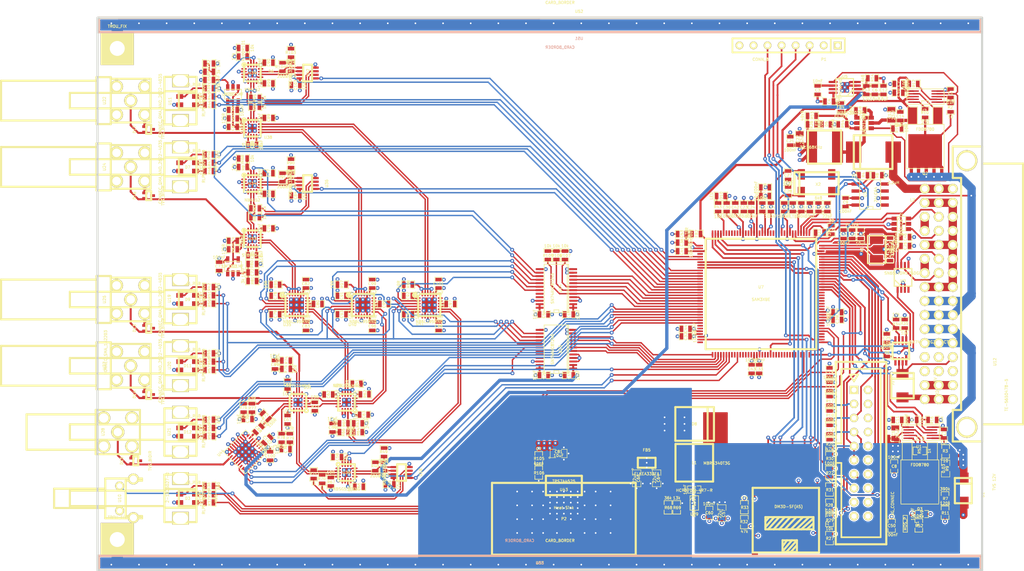
<source format=kicad_pcb>
(kicad_pcb (version 3) (host pcbnew "(2013-07-07 BZR 4022)-stable")
  (title_block (title "High-speed Dual Delay Lines") (rev 1.0) (company "University of Geneva                         www.easy-phi.ch"))
  (layers (15 Dessus signal) (2 Interne3 signal hide) (1 Interne2 signal hide) (0 Dessous signal hide))
  (net 0 "")
  (net 1 +12V)
  (net 2 +2.5V)
  (net 3 +3.3V)
  (net 4 +3.3VADC)
  (net 5 +5V)
  (net 6 "/High-speed Pulse Generator/3V")
  (net 7 "/High-speed Pulse Generator/CLOCK_IN")
  (net 8 "/High-speed Pulse Generator/Clock/0.5VBias_Clock")
  (net 9 "/High-speed Pulse Generator/Clock/ClockDelayENABLE")
  (net 10 "/High-speed Pulse Generator/Clock/ClockDelayOUT")
  (net 11 "/High-speed Pulse Generator/Clock/ClockDelaySCLK")
  (net 12 "/High-speed Pulse Generator/Clock/ClockDelaySDIN")
  (net 13 "/High-speed Pulse Generator/Clock/ClockDelaySLOAD")
  (net 14 "/High-speed Pulse Generator/Clock/ClockDelaynOUT")
  (net 15 "/High-speed Pulse Generator/Clock/ClockReset")
  (net 16 "/High-speed Pulse Generator/Clock/ResetDelayENABLE")
  (net 17 "/High-speed Pulse Generator/Clock/ResetDelayOUT")
  (net 18 "/High-speed Pulse Generator/Clock/ResetDelaySLOAD")
  (net 19 "/High-speed Pulse Generator/Clock/ResetDelaynOUT")
  (net 20 "/High-speed Pulse Generator/DATA_IN")
  (net 21 "/High-speed Pulse Generator/Data/0.5VBias_Data")
  (net 22 "/High-speed Pulse Generator/Data/DataDelayENABLE")
  (net 23 "/High-speed Pulse Generator/Data/DataDelayOUT")
  (net 24 "/High-speed Pulse Generator/Data/DataDelaySLOAD")
  (net 25 "/High-speed Pulse Generator/Data/DataDelaynOUT")
  (net 26 "/High-speed Pulse Generator/Data/DataReset")
  (net 27 "/High-speed Pulse Generator/L1_1")
  (net 28 "/High-speed Pulse Generator/L1_2")
  (net 29 "/High-speed Pulse Generator/OUT1")
  (net 30 "/High-speed Pulse Generator/OUT2")
  (net 31 "/High-speed Pulse Generator/OUT3")
  (net 32 "/High-speed Pulse Generator/UC_CLOCK_DELAY_SLOAD")
  (net 33 "/High-speed Pulse Generator/UC_SCLK")
  (net 34 "/template core easyphi/1.8V_uC")
  (net 35 "/template core easyphi/12V_DETECT")
  (net 36 "/template core easyphi/12V_EN")
  (net 37 "/template core easyphi/12V_POK")
  (net 38 "/template core easyphi/5V_BP")
  (net 39 "/template core easyphi/5V_PGOOD")
  (net 40 "/template core easyphi/A19/SPI0_MOSI/PA26")
  (net 41 "/template core easyphi/AD0/NANDRDY/TIOA1/PA2")
  (net 42 "/template core easyphi/AD1/WKUP1/PWMFI1/TIOB1/PA3")
  (net 43 "/template core easyphi/AD10/PWML1/RF/PB17")
  (net 44 "/template core easyphi/AD11/PWML2/RD/PB18")
  (net 45 "/template core easyphi/AD12/PWML3/RK/PB19")
  (net 46 "/template core easyphi/AD13/SPI0_NPCS1/TXD2/PB20")
  (net 47 "/template core easyphi/AD14/WKUP13/SPI0_NPCS2/RXD2/PB21")
  (net 48 "/template core easyphi/AD2/NWAIT/TCLK1/PA4")
  (net 49 "/template core easyphi/AD3/NCS0/TIOB2/PA6")
  (net 50 "/template core easyphi/AD7/TD/SPCK1/PA16")
  (net 51 "/template core easyphi/AD8/PWMH0/TWD1/PB12")
  (net 52 "/template core easyphi/AD9/PWMH1/TWCK1/PB13")
  (net 53 "/template core easyphi/CLK10_IN")
  (net 54 "/template core easyphi/CLK_10M")
  (net 55 "/template core easyphi/DAC1/PWML0/TCLK5/PB16")
  (net 56 "/template core easyphi/ECOL/D11/PC13")
  (net 57 "/template core easyphi/ERASE_ARD")
  (net 58 "/template core easyphi/ERX2/D9/PC11")
  (net 59 "/template core easyphi/ERX3/D10/PC12")
  (net 60 "/template core easyphi/ERXCK/D12/PC14")
  (net 61 "/template core easyphi/ETX0/PB2")
  (net 62 "/template core easyphi/ETX1/PB3")
  (net 63 "/template core easyphi/ETX2/D13/PC15")
  (net 64 "/template core easyphi/ETX3/D14/PC16")
  (net 65 "/template core easyphi/ETXCK/EREFCK/PB0")
  (net 66 "/template core easyphi/ETXEN/PB1")
  (net 67 "/template core easyphi/ETXER/D15/PC17")
  (net 68 "/template core easyphi/EXT_SYNC1")
  (net 69 "/template core easyphi/I2CSCL")
  (net 70 "/template core easyphi/I2CSDA")
  (net 71 "/template core easyphi/NRD/SPI0_NPCS1/PA29")
  (net 72 "/template core easyphi/PWMH3/UTXD/PA9")
  (net 73 "/template core easyphi/PWMH5/NANDOE/PC19")
  (net 74 "/template core easyphi/PWMH6/NWE/NWR0/PC18")
  (net 75 "/template core easyphi/P_SD")
  (net 76 "/template core easyphi/RCB_1")
  (net 77 "/template core easyphi/RCB_2")
  (net 78 "/template core easyphi/RST_ARD")
  (net 79 "/template core easyphi/SYNC_STATE")
  (net 80 "/template core easyphi/SYNC_nOE")
  (net 81 "/template core easyphi/SYNC_nRST")
  (net 82 "/template core easyphi/USB_D+")
  (net 83 "/template core easyphi/USB_D+_CON")
  (net 84 "/template core easyphi/USB_D-")
  (net 85 "/template core easyphi/USB_D-_CON")
  (net 86 "/template core easyphi/USR_BUTTN")
  (net 87 "/template core easyphi/USR_LED1")
  (net 88 "/template core easyphi/USR_LED2")
  (net 89 "/template core easyphi/USR_LED3")
  (net 90 "/template core easyphi/VDD_PLL")
  (net 91 "/template core easyphi/VMCI")
  (net 92 "/template core easyphi/WKUP4/PWMH0/URXD/PA8")
  (net 93 "/template core easyphi/nCLK_10M_CON")
  (net 94 "/template core easyphi/uSD_DET")
  (net 95 GND)
  (net 96 N-00000107)
  (net 97 N-00000108)
  (net 98 N-00000109)
  (net 99 N-00000110)
  (net 100 N-00000111)
  (net 101 N-00000113)
  (net 102 N-00000114)
  (net 103 N-00000115)
  (net 104 N-00000116)
  (net 105 N-00000117)
  (net 106 N-00000119)
  (net 107 N-00000121)
  (net 108 N-00000124)
  (net 109 N-00000128)
  (net 110 N-00000129)
  (net 111 N-00000130)
  (net 112 N-00000131)
  (net 113 N-00000132)
  (net 114 N-00000133)
  (net 115 N-00000136)
  (net 116 N-00000141)
  (net 117 N-00000142)
  (net 118 N-00000144)
  (net 119 N-00000145)
  (net 120 N-00000146)
  (net 121 N-00000148)
  (net 122 N-00000150)
  (net 123 N-00000151)
  (net 124 N-00000155)
  (net 125 N-00000156)
  (net 126 N-00000157)
  (net 127 N-00000158)
  (net 128 N-00000160)
  (net 129 N-00000161)
  (net 130 N-00000162)
  (net 131 N-00000163)
  (net 132 N-00000164)
  (net 133 N-00000165)
  (net 134 N-00000169)
  (net 135 N-00000170)
  (net 136 N-00000176)
  (net 137 N-00000179)
  (net 138 N-00000188)
  (net 139 N-00000189)
  (net 140 N-00000193)
  (net 141 N-00000194)
  (net 142 N-00000195)
  (net 143 N-00000196)
  (net 144 N-00000197)
  (net 145 N-00000198)
  (net 146 N-00000199)
  (net 147 N-000002)
  (net 148 N-00000200)
  (net 149 N-00000201)
  (net 150 N-00000211)
  (net 151 N-00000217)
  (net 152 N-00000222)
  (net 153 N-00000223)
  (net 154 N-00000224)
  (net 155 N-00000225)
  (net 156 N-00000226)
  (net 157 N-00000229)
  (net 158 N-00000231)
  (net 159 N-00000232)
  (net 160 N-00000233)
  (net 161 N-00000234)
  (net 162 N-00000244)
  (net 163 N-00000245)
  (net 164 N-00000246)
  (net 165 N-00000247)
  (net 166 N-00000252)
  (net 167 N-00000253)
  (net 168 N-00000254)
  (net 169 N-00000255)
  (net 170 N-00000256)
  (net 171 N-00000257)
  (net 172 N-00000258)
  (net 173 N-00000263)
  (net 174 N-00000265)
  (net 175 N-00000269)
  (net 176 N-00000271)
  (net 177 N-00000274)
  (net 178 N-00000276)
  (net 179 N-00000284)
  (net 180 N-00000287)
  (net 181 N-00000288)
  (net 182 N-00000289)
  (net 183 N-00000290)
  (net 184 N-00000292)
  (net 185 N-00000298)
  (net 186 N-00000299)
  (net 187 N-000003)
  (net 188 N-00000300)
  (net 189 N-00000301)
  (net 190 N-00000302)
  (net 191 N-00000303)
  (net 192 N-00000304)
  (net 193 N-00000305)
  (net 194 N-00000307)
  (net 195 N-000004)
  (net 196 N-000005)
  (net 197 N-0000050)
  (net 198 N-0000051)
  (net 199 N-0000052)
  (net 200 N-0000053)
  (net 201 N-0000056)
  (net 202 N-0000057)
  (net 203 N-0000058)
  (net 204 N-0000059)
  (net 205 N-000006)
  (net 206 N-0000060)
  (net 207 N-000007)
  (module SM0603_Resistor (layer Dessus) (at 134.55 93 270)
    (fp_text reference R107)
    (fp_text value 10k)
    (pad 1 smd rect (at -0.762 0 270) (size 0.635 1.143) (layers Dessus Dessus.Pate Dessus.Masque) (net 3 +3.3V))
    (pad 2 smd rect (at 0.762 0 270) (size 0.635 1.143) (layers Dessus Dessus.Pate Dessus.Masque) (net 58 "/template core easyphi/ERX2/D9/PC11"))
  )
  (module SM0603_Resistor (layer Dessus) (at 133 93 270)
    (fp_text reference R108)
    (fp_text value 10k)
    (pad 1 smd rect (at -0.762 0 270) (size 0.635 1.143) (layers Dessus Dessus.Pate Dessus.Masque) (net 3 +3.3V))
    (pad 2 smd rect (at 0.762 0 270) (size 0.635 1.143) (layers Dessus Dessus.Pate Dessus.Masque) (net 59 "/template core easyphi/ERX3/D10/PC12"))
  )
  (module SM0603_Resistor (layer Dessus) (at 131.45 93 270)
    (fp_text reference R109)
    (fp_text value 10k)
    (pad 1 smd rect (at -0.762 0 270) (size 0.635 1.143) (layers Dessus Dessus.Pate Dessus.Masque) (net 3 +3.3V))
    (pad 2 smd rect (at 0.762 0 270) (size 0.635 1.143) (layers Dessus Dessus.Pate Dessus.Masque) (net 56 "/template core easyphi/ECOL/D11/PC13"))
  )
  (module DMD3D-SF (layer Dessus) (at 179 136.5 180)
    (fp_text reference J2)
    (fp_text value "DM3D-SF(AS)")
    (pad 8 smd rect (at 0 1.09982 180) (size 0.7493 2.19964) (layers Dessus Dessus.Pate Dessus.Masque) (net 131 N-00000163))
    (pad 7 smd rect (at 1.09982 1.09982 180) (size 0.8509 2.19964) (layers Dessus Dessus.Pate Dessus.Masque) (net 110 N-00000129))
    (pad 6 smd rect (at 2.19964 1.09982 180) (size 0.8509 2.19964) (layers Dessus Dessus.Pate Dessus.Masque) (net 95 GND))
    (pad 5 smd rect (at 3.29946 1.09982 180) (size 0.8509 2.19964) (layers Dessus Dessus.Pate Dessus.Masque) (net 109 N-00000128))
    (pad 4 smd rect (at 4.39928 1.09982 180) (size 0.8509 2.19964) (layers Dessus Dessus.Pate Dessus.Masque) (net 91 "/template core easyphi/VMCI"))
    (pad 3 smd rect (at 5.4991 1.09982 180) (size 0.8509 2.19964) (layers Dessus Dessus.Pate Dessus.Masque) (net 132 N-00000164))
    (pad 2 smd rect (at 6.59892 1.09982 180) (size 0.8509 2.19964) (layers Dessus Dessus.Pate Dessus.Masque) (net 130 N-00000162))
    (pad 1 smd rect (at 7.69874 1.09982 180) (size 0.8509 2.19964) (layers Dessus Dessus.Pate Dessus.Masque) (net 111 N-00000130))
    (pad 12 smd rect (at -1.23 1.09982 180) (size 1.30048 2.19964) (layers Dessus Dessus.Pate Dessus.Masque) (net 95 GND))
    (pad 13 smd rect (at 10.14984 1.09982 180) (size 1.6002 2.19964) (layers Dessus Dessus.Pate Dessus.Masque) (net 95 GND))
    (pad 11 smd rect (at -1.45034 -6.74878 180) (size 0.89916 1.6002) (layers Dessus Dessus.Pate Dessus.Masque) (net 95 GND))
    (pad 10 smd rect (at -1.12522 -8.34898 180) (size 1.5494 1.09982) (layers Dessus Dessus.Pate Dessus.Masque) (net 94 "/template core easyphi/uSD_DET"))
    (pad 9 smd rect (at 10.09904 -9.92378 180) (size 1.09982 1.651) (layers Dessus Dessus.Pate Dessus.Masque) (net 95 GND))
    (pad 14 smd rect (at 10.50036 -7.50062 180) (size 0.89916 1.50114) (layers Dessus Dessus.Pate Dessus.Masque) (net 95 GND))
  )
  (module QFN32-5x5 (layer Dessus) (at 76.78 128.6 225)
    (fp_text reference U44)
    (fp_text value PE43703 hide)
    (pad 1 smd rect (at -2.39776 -1.74752 225) (size 0.59944 0.24892) (layers Dessus Dessus.Pate Dessus.Masque))
    (pad 2 smd rect (at -2.39776 -1.24714 225) (size 0.59944 0.24892) (layers Dessus Dessus.Pate Dessus.Masque) (net 4 +3.3VADC))
    (pad 3 smd rect (at -2.39776 -0.74676 225) (size 0.59944 0.24892) (layers Dessus Dessus.Pate Dessus.Masque) (net 4 +3.3VADC))
    (pad 4 smd rect (at -2.39776 -0.24638 225) (size 0.59944 0.24892) (layers Dessus Dessus.Pate Dessus.Masque) (net 95 GND))
    (pad 5 smd rect (at -2.39776 0.25146 225) (size 0.59944 0.24892) (layers Dessus Dessus.Pate Dessus.Masque) (net 95 GND))
    (pad 6 smd rect (at -2.39776 0.75184 225) (size 0.59944 0.24892) (layers Dessus Dessus.Pate Dessus.Masque) (net 95 GND))
    (pad 7 smd rect (at -2.39776 1.25222 225) (size 0.59944 0.24892) (layers Dessus Dessus.Pate Dessus.Masque) (net 159 N-00000232))
    (pad 8 smd rect (at -2.39776 1.7526 225) (size 0.59944 0.24892) (layers Dessus Dessus.Pate Dessus.Masque) (net 95 GND))
    (pad 13 smd rect (at 0.24892 2.40284 225) (size 0.24892 0.59944) (layers Dessus Dessus.Pate Dessus.Masque) (net 95 GND))
    (pad 14 smd rect (at 0.74676 2.40284 225) (size 0.24892 0.59944) (layers Dessus Dessus.Pate Dessus.Masque) (net 95 GND))
    (pad 15 smd rect (at 1.24714 2.40284 225) (size 0.24892 0.59944) (layers Dessus Dessus.Pate Dessus.Masque) (net 95 GND))
    (pad 16 smd rect (at 1.74752 2.40284 225) (size 0.24892 0.59944) (layers Dessus Dessus.Pate Dessus.Masque) (net 95 GND))
    (pad 33 smd rect (at 0 0 225) (size 3.29946 3.29946) (layers Dessus Dessus.Pate Dessus.Masque) (net 95 GND))
    (pad 9 smd rect (at -1.75006 2.40284 225) (size 0.24892 0.59944) (layers Dessus Dessus.Pate Dessus.Masque) (net 95 GND))
    (pad 10 smd rect (at -1.24968 2.40284 225) (size 0.24892 0.59944) (layers Dessus Dessus.Pate Dessus.Masque) (net 95 GND))
    (pad 11 smd rect (at -0.7493 2.40284 225) (size 0.24892 0.59944) (layers Dessus Dessus.Pate Dessus.Masque) (net 95 GND))
    (pad 12 smd rect (at -0.25146 2.40284 225) (size 0.24892 0.59944) (layers Dessus Dessus.Pate Dessus.Masque) (net 95 GND))
    (pad 17 smd rect (at 2.39776 1.74752 225) (size 0.59944 0.24892) (layers Dessus Dessus.Pate Dessus.Masque) (net 95 GND))
    (pad 18 smd rect (at 2.4003 1.24714 225) (size 0.59944 0.24892) (layers Dessus Dessus.Pate Dessus.Masque) (net 31 "/High-speed Pulse Generator/OUT3"))
    (pad 19 smd rect (at 2.4003 0.7493 225) (size 0.59944 0.24892) (layers Dessus Dessus.Pate Dessus.Masque) (net 95 GND))
    (pad 20 smd rect (at 2.4003 0.24892 225) (size 0.59944 0.24892) (layers Dessus Dessus.Pate Dessus.Masque) (net 95 GND))
    (pad 21 smd rect (at 2.4003 -0.25146 225) (size 0.59944 0.24892) (layers Dessus Dessus.Pate Dessus.Masque) (net 95 GND))
    (pad 22 smd rect (at 2.4003 -0.75184 225) (size 0.59944 0.24892) (layers Dessus Dessus.Pate Dessus.Masque) (net 95 GND))
    (pad 23 smd rect (at 2.4003 -1.25222 225) (size 0.59944 0.24892) (layers Dessus Dessus.Pate Dessus.Masque) (net 66 "/template core easyphi/ETXEN/PB1"))
    (pad 24 smd rect (at 2.4003 -1.7526 225) (size 0.59944 0.24892) (layers Dessus Dessus.Pate Dessus.Masque) (net 33 "/High-speed Pulse Generator/UC_SCLK"))
    (pad 25 smd rect (at 1.75006 -2.4003 225) (size 0.24892 0.59944) (layers Dessus Dessus.Pate Dessus.Masque) (net 40 "/template core easyphi/A19/SPI0_MOSI/PA26"))
    (pad 26 smd rect (at 1.24968 -2.4003 225) (size 0.24892 0.59944) (layers Dessus Dessus.Pate Dessus.Masque) (net 95 GND))
    (pad 27 smd rect (at 0.7493 -2.4003 225) (size 0.24892 0.59944) (layers Dessus Dessus.Pate Dessus.Masque) (net 95 GND))
    (pad 28 smd rect (at 0.25146 -2.4003 225) (size 0.24892 0.59944) (layers Dessus Dessus.Pate Dessus.Masque) (net 95 GND))
    (pad 29 smd rect (at -0.24892 -2.4003 225) (size 0.24892 0.59944) (layers Dessus Dessus.Pate Dessus.Masque) (net 95 GND))
    (pad 30 smd rect (at -0.7493 -2.4003 225) (size 0.24892 0.59944) (layers Dessus Dessus.Pate Dessus.Masque) (net 95 GND))
    (pad 31 smd rect (at -1.24968 -2.4003 225) (size 0.24892 0.59944) (layers Dessus Dessus.Pate Dessus.Masque) (net 95 GND))
    (pad 32 smd rect (at -1.75006 -2.4003 225) (size 0.24892 0.59944) (layers Dessus Dessus.Pate Dessus.Masque) (net 95 GND))
  )
  (module SM0603_Capa (layer Dessus) (at 80.7 126.45 45)
    (fp_text reference C102)
    (fp_text value 100pF)
    (pad 1 smd rect (at -0.762 0 45) (size 0.635 1.143) (layers Dessus Dessus.Pate Dessus.Masque) (net 4 +3.3VADC))
    (pad 2 smd rect (at 0.762 0 45) (size 0.635 1.143) (layers Dessus Dessus.Pate Dessus.Masque) (net 95 GND))
  )
  (module SM0603_Capa (layer Dessus) (at 81.21 129.33 270)
    (fp_text reference C100)
    (fp_text value 10nF)
    (pad 1 smd rect (at -0.762 0 270) (size 0.635 1.143) (layers Dessus Dessus.Pate Dessus.Masque) (net 4 +3.3VADC))
    (pad 2 smd rect (at 0.762 0 270) (size 0.635 1.143) (layers Dessus Dessus.Pate Dessus.Masque) (net 95 GND))
  )
  (module "DCQ(R-PDSO-G6)" (layer Dessus) (at 134.35 134.67 180)
    (fp_text reference U43)
    (fp_text value TPS7A4525)
    (pad 6 smd rect (at 0 -3.1 180) (size 3.5 2.2) (layers Dessus Dessus.Pate Dessus.Masque) (net 95 GND))
    (pad 2 smd rect (at -1.27 3.1 180) (size 0.6 2.2) (layers Dessus Dessus.Pate Dessus.Masque) (net 6 "/High-speed Pulse Generator/3V"))
    (pad 3 smd rect (at 0 3.1 180) (size 0.6 2.2) (layers Dessus Dessus.Pate Dessus.Masque) (net 95 GND))
    (pad 1 smd rect (at -2.54 3.1 180) (size 0.6 2.2) (layers Dessus Dessus.Pate Dessus.Masque) (net 6 "/High-speed Pulse Generator/3V"))
    (pad 4 smd rect (at 1.27 3.1 180) (size 0.6 2.2) (layers Dessus Dessus.Pate Dessus.Masque) (net 2 +2.5V))
    (pad 5 smd rect (at 2.54 3.1 180) (size 0.6 2.2) (layers Dessus Dessus.Pate Dessus.Masque) (net 158 N-00000231))
  )
  (module SM0603_Resistor (layer Dessus) (at 129.8 132.34 270)
    (fp_text reference R106)
    (fp_text value open)
    (pad 1 smd rect (at -0.762 0 270) (size 0.635 1.143) (layers Dessus Dessus.Pate Dessus.Masque) (net 158 N-00000231))
    (pad 2 smd rect (at 0.762 0 270) (size 0.635 1.143) (layers Dessus Dessus.Pate Dessus.Masque) (net 95 GND))
  )
  (module SM0603_Resistor (layer Dessus) (at 129.8 129.74 270)
    (fp_text reference R105)
    (fp_text value 0R)
    (pad 1 smd rect (at -0.762 0 270) (size 0.635 1.143) (layers Dessus Dessus.Pate Dessus.Masque) (net 2 +2.5V))
    (pad 2 smd rect (at 0.762 0 270) (size 0.635 1.143) (layers Dessus Dessus.Pate Dessus.Masque) (net 158 N-00000231))
  )
  (module SM0805 (layer Dessus) (at 133.4 128.88)
    (fp_text reference C81)
    (fp_text value 10uF)
    (pad 1 smd rect (at -0.9525 0) (size 0.889 1.397) (layers Dessus Dessus.Pate Dessus.Masque) (net 2 +2.5V))
    (pad 2 smd rect (at 0.9525 0) (size 0.889 1.397) (layers Dessus Dessus.Pate Dessus.Masque) (net 95 GND))
  )
  (module SSOP24W (layer Dessus) (at 133 110 90)
    (fp_text reference U13)
    (fp_text value SN74AVC8T245)
    (pad 1 smd rect (at -3.4925 3.04 90) (size 0.35052 1.39954) (layers Dessus Dessus.Pate Dessus.Masque) (net 3 +3.3V))
    (pad 2 smd rect (at -2.8575 3.04 90) (size 0.35052 1.39954) (layers Dessus Dessus.Pate Dessus.Masque) (net 3 +3.3V))
    (pad 3 smd rect (at -2.2225 3.04 90) (size 0.35052 1.39954) (layers Dessus Dessus.Pate Dessus.Masque) (net 95 GND))
    (pad 4 smd rect (at -1.5875 3.04 90) (size 0.35052 1.39954) (layers Dessus Dessus.Pate Dessus.Masque) (net 95 GND))
    (pad 5 smd rect (at -0.9525 3.04 90) (size 0.35052 1.39954) (layers Dessus Dessus.Pate Dessus.Masque) (net 95 GND))
    (pad 6 smd rect (at -0.3175 3.04 90) (size 0.35052 1.39954) (layers Dessus Dessus.Pate Dessus.Masque) (net 65 "/template core easyphi/ETXCK/EREFCK/PB0"))
    (pad 7 smd rect (at 0.3175 3.04 90) (size 0.35052 1.39954) (layers Dessus Dessus.Pate Dessus.Masque) (net 71 "/template core easyphi/NRD/SPI0_NPCS1/PA29"))
    (pad 8 smd rect (at 0.9525 3.04 90) (size 0.35052 1.39954) (layers Dessus Dessus.Pate Dessus.Masque) (net 32 "/High-speed Pulse Generator/UC_CLOCK_DELAY_SLOAD"))
    (pad 9 smd rect (at 1.5875 3.04 90) (size 0.35052 1.39954) (layers Dessus Dessus.Pate Dessus.Masque) (net 33 "/High-speed Pulse Generator/UC_SCLK"))
    (pad 10 smd rect (at 2.2225 3.04 90) (size 0.35052 1.39954) (layers Dessus Dessus.Pate Dessus.Masque) (net 40 "/template core easyphi/A19/SPI0_MOSI/PA26"))
    (pad 11 smd rect (at 2.8575 3.04 90) (size 0.35052 1.39954) (layers Dessus Dessus.Pate Dessus.Masque) (net 95 GND))
    (pad 12 smd rect (at 3.4925 3.04 90) (size 0.35052 1.39954) (layers Dessus Dessus.Pate Dessus.Masque) (net 95 GND))
    (pad 13 smd rect (at 3.4925 -3.04 90) (size 0.35052 1.39954) (layers Dessus Dessus.Pate Dessus.Masque) (net 95 GND))
    (pad 14 smd rect (at 2.8575 -3.04 90) (size 0.35052 1.39954) (layers Dessus Dessus.Pate Dessus.Masque) (net 12 "/High-speed Pulse Generator/Clock/ClockDelaySDIN"))
    (pad 15 smd rect (at 2.2225 -3.04 90) (size 0.35052 1.39954) (layers Dessus Dessus.Pate Dessus.Masque) (net 11 "/High-speed Pulse Generator/Clock/ClockDelaySCLK"))
    (pad 16 smd rect (at 1.5875 -3.04 90) (size 0.35052 1.39954) (layers Dessus Dessus.Pate Dessus.Masque) (net 13 "/High-speed Pulse Generator/Clock/ClockDelaySLOAD"))
    (pad 17 smd rect (at 0.9525 -3.04 90) (size 0.35052 1.39954) (layers Dessus Dessus.Pate Dessus.Masque) (net 18 "/High-speed Pulse Generator/Clock/ResetDelaySLOAD"))
    (pad 18 smd rect (at 0.3175 -3.04 90) (size 0.35052 1.39954) (layers Dessus Dessus.Pate Dessus.Masque) (net 146 N-00000199))
    (pad 19 smd rect (at -0.3175 -3.04 90) (size 0.35052 1.39954) (layers Dessus Dessus.Pate Dessus.Masque))
    (pad 20 smd rect (at -0.9525 -3.04 90) (size 0.35052 1.39954) (layers Dessus Dessus.Pate Dessus.Masque))
    (pad 21 smd rect (at -1.5875 -3.04 90) (size 0.35052 1.39954) (layers Dessus Dessus.Pate Dessus.Masque))
    (pad 22 smd rect (at -2.2225 -3.04 90) (size 0.35052 1.39954) (layers Dessus Dessus.Pate Dessus.Masque) (net 95 GND))
    (pad 23 smd rect (at -2.8575 -3.04 90) (size 0.35052 1.39954) (layers Dessus Dessus.Pate Dessus.Masque) (net 2 +2.5V))
    (pad 24 smd rect (at -3.4925 -3.04 90) (size 0.35052 1.39954) (layers Dessus Dessus.Pate Dessus.Masque) (net 2 +2.5V))
  )
  (module SSOP24W (layer Dessus) (at 133 99 90)
    (fp_text reference U14)
    (fp_text value SN74AVC8T245)
    (pad 1 smd rect (at -3.4925 3.04 90) (size 0.35052 1.39954) (layers Dessus Dessus.Pate Dessus.Masque) (net 3 +3.3V))
    (pad 2 smd rect (at -2.8575 3.04 90) (size 0.35052 1.39954) (layers Dessus Dessus.Pate Dessus.Masque) (net 3 +3.3V))
    (pad 3 smd rect (at -2.2225 3.04 90) (size 0.35052 1.39954) (layers Dessus Dessus.Pate Dessus.Masque) (net 95 GND))
    (pad 4 smd rect (at -1.5875 3.04 90) (size 0.35052 1.39954) (layers Dessus Dessus.Pate Dessus.Masque) (net 95 GND))
    (pad 5 smd rect (at -0.9525 3.04 90) (size 0.35052 1.39954) (layers Dessus Dessus.Pate Dessus.Masque) (net 56 "/template core easyphi/ECOL/D11/PC13"))
    (pad 6 smd rect (at -0.3175 3.04 90) (size 0.35052 1.39954) (layers Dessus Dessus.Pate Dessus.Masque) (net 59 "/template core easyphi/ERX3/D10/PC12"))
    (pad 7 smd rect (at 0.3175 3.04 90) (size 0.35052 1.39954) (layers Dessus Dessus.Pate Dessus.Masque) (net 58 "/template core easyphi/ERX2/D9/PC11"))
    (pad 8 smd rect (at 0.9525 3.04 90) (size 0.35052 1.39954) (layers Dessus Dessus.Pate Dessus.Masque) (net 47 "/template core easyphi/AD14/WKUP13/SPI0_NPCS2/RXD2/PB21"))
    (pad 9 smd rect (at 1.5875 3.04 90) (size 0.35052 1.39954) (layers Dessus Dessus.Pate Dessus.Masque) (net 46 "/template core easyphi/AD13/SPI0_NPCS1/TXD2/PB20"))
    (pad 10 smd rect (at 2.2225 3.04 90) (size 0.35052 1.39954) (layers Dessus Dessus.Pate Dessus.Masque) (net 45 "/template core easyphi/AD12/PWML3/RK/PB19"))
    (pad 11 smd rect (at 2.8575 3.04 90) (size 0.35052 1.39954) (layers Dessus Dessus.Pate Dessus.Masque) (net 95 GND))
    (pad 12 smd rect (at 3.4925 3.04 90) (size 0.35052 1.39954) (layers Dessus Dessus.Pate Dessus.Masque) (net 95 GND))
    (pad 13 smd rect (at 3.4925 -3.04 90) (size 0.35052 1.39954) (layers Dessus Dessus.Pate Dessus.Masque) (net 95 GND))
    (pad 14 smd rect (at 2.8575 -3.04 90) (size 0.35052 1.39954) (layers Dessus Dessus.Pate Dessus.Masque) (net 26 "/High-speed Pulse Generator/Data/DataReset"))
    (pad 15 smd rect (at 2.2225 -3.04 90) (size 0.35052 1.39954) (layers Dessus Dessus.Pate Dessus.Masque) (net 15 "/High-speed Pulse Generator/Clock/ClockReset"))
    (pad 16 smd rect (at 1.5875 -3.04 90) (size 0.35052 1.39954) (layers Dessus Dessus.Pate Dessus.Masque) (net 24 "/High-speed Pulse Generator/Data/DataDelaySLOAD"))
    (pad 17 smd rect (at 0.9525 -3.04 90) (size 0.35052 1.39954) (layers Dessus Dessus.Pate Dessus.Masque) (net 22 "/High-speed Pulse Generator/Data/DataDelayENABLE"))
    (pad 18 smd rect (at 0.3175 -3.04 90) (size 0.35052 1.39954) (layers Dessus Dessus.Pate Dessus.Masque) (net 9 "/High-speed Pulse Generator/Clock/ClockDelayENABLE"))
    (pad 19 smd rect (at -0.3175 -3.04 90) (size 0.35052 1.39954) (layers Dessus Dessus.Pate Dessus.Masque) (net 16 "/High-speed Pulse Generator/Clock/ResetDelayENABLE"))
    (pad 20 smd rect (at -0.9525 -3.04 90) (size 0.35052 1.39954) (layers Dessus Dessus.Pate Dessus.Masque))
    (pad 21 smd rect (at -1.5875 -3.04 90) (size 0.35052 1.39954) (layers Dessus Dessus.Pate Dessus.Masque))
    (pad 22 smd rect (at -2.2225 -3.04 90) (size 0.35052 1.39954) (layers Dessus Dessus.Pate Dessus.Masque) (net 95 GND))
    (pad 23 smd rect (at -2.8575 -3.04 90) (size 0.35052 1.39954) (layers Dessus Dessus.Pate Dessus.Masque) (net 2 +2.5V))
    (pad 24 smd rect (at -3.4925 -3.04 90) (size 0.35052 1.39954) (layers Dessus Dessus.Pate Dessus.Masque) (net 2 +2.5V))
  )
  (module QFN24_AD (layer Dessus) (at 110 102)
    (fp_text reference U41)
    (fp_text value NB6L295MNG)
    (pad 1 smd oval (at -2 -1.25) (size 0.9 0.3) (layers Dessus Dessus.Pate Dessus.Masque) (net 2 +2.5V))
    (pad 2 smd oval (at -2 -0.75) (size 0.9 0.3) (layers Dessus Dessus.Pate Dessus.Masque) (net 16 "/High-speed Pulse Generator/Clock/ResetDelayENABLE"))
    (pad 3 smd oval (at -2 -0.25) (size 0.9 0.3) (layers Dessus Dessus.Pate Dessus.Masque) (net 18 "/High-speed Pulse Generator/Clock/ResetDelaySLOAD"))
    (pad 4 smd oval (at -2 0.25) (size 0.9 0.3) (layers Dessus Dessus.Pate Dessus.Masque) (net 12 "/High-speed Pulse Generator/Clock/ClockDelaySDIN"))
    (pad 5 smd oval (at -2 0.75) (size 0.9 0.3) (layers Dessus Dessus.Pate Dessus.Masque) (net 11 "/High-speed Pulse Generator/Clock/ClockDelaySCLK"))
    (pad 6 smd oval (at -2 1.25) (size 0.9 0.3) (layers Dessus Dessus.Pate Dessus.Masque) (net 2 +2.5V))
    (pad 7 smd oval (at -1.25 2 90) (size 0.9 0.3) (layers Dessus Dessus.Pate Dessus.Masque))
    (pad 8 smd oval (at -0.75 2 90) (size 0.9 0.3) (layers Dessus Dessus.Pate Dessus.Masque) (net 95 GND))
    (pad 9 smd oval (at -0.25 2 90) (size 0.9 0.3) (layers Dessus Dessus.Pate Dessus.Masque) (net 2 +2.5V))
    (pad 10 smd oval (at 0.25 2 90) (size 0.9 0.3) (layers Dessus Dessus.Pate Dessus.Masque))
    (pad 11 smd oval (at 0.75 2 90) (size 0.9 0.3) (layers Dessus Dessus.Pate Dessus.Masque) (net 95 GND))
    (pad 12 smd oval (at 1.25 2 90) (size 0.9 0.3) (layers Dessus Dessus.Pate Dessus.Masque) (net 2 +2.5V))
    (pad 13 smd oval (at 2 1.25) (size 0.9 0.3) (layers Dessus Dessus.Pate Dessus.Masque) (net 19 "/High-speed Pulse Generator/Clock/ResetDelaynOUT"))
    (pad 14 smd oval (at 2 0.75) (size 0.9 0.3) (layers Dessus Dessus.Pate Dessus.Masque) (net 17 "/High-speed Pulse Generator/Clock/ResetDelayOUT"))
    (pad 15 smd oval (at 2 0.25) (size 0.9 0.3) (layers Dessus Dessus.Pate Dessus.Masque) (net 2 +2.5V))
    (pad 16 smd oval (at 2 -0.25) (size 0.9 0.3) (layers Dessus Dessus.Pate Dessus.Masque) (net 2 +2.5V))
    (pad 17 smd oval (at 2 -0.75) (size 0.9 0.3) (layers Dessus Dessus.Pate Dessus.Masque))
    (pad 18 smd oval (at 2 -1.25) (size 0.9 0.3) (layers Dessus Dessus.Pate Dessus.Masque))
    (pad 19 smd oval (at 1.25 -2 90) (size 0.9 0.3) (layers Dessus Dessus.Pate Dessus.Masque) (net 2 +2.5V))
    (pad 20 smd oval (at 0.75 -2 90) (size 0.9 0.3) (layers Dessus Dessus.Pate Dessus.Masque) (net 95 GND))
    (pad 21 smd oval (at 0.25 -2 90) (size 0.9 0.3) (layers Dessus Dessus.Pate Dessus.Masque) (net 179 N-00000284))
    (pad 22 smd oval (at -0.25 -2 90) (size 0.9 0.3) (layers Dessus Dessus.Pate Dessus.Masque) (net 182 N-00000289))
    (pad 23 smd oval (at -0.75 -2 90) (size 0.9 0.3) (layers Dessus Dessus.Pate Dessus.Masque) (net 183 N-00000290))
    (pad 24 smd oval (at -1.25 -2 90) (size 0.9 0.3) (layers Dessus Dessus.Pate Dessus.Masque) (net 179 N-00000284))
    (pad 25 smd rect (at 0 0) (size 2.7 2.7) (layers Dessus Dessus.Pate Dessus.Masque) (net 95 GND))
  )
  (module QFN24_AD (layer Dessus) (at 98 102)
    (fp_text reference U40)
    (fp_text value NB6L295MNG)
    (pad 1 smd oval (at -2 -1.25) (size 0.9 0.3) (layers Dessus Dessus.Pate Dessus.Masque) (net 2 +2.5V))
    (pad 2 smd oval (at -2 -0.75) (size 0.9 0.3) (layers Dessus Dessus.Pate Dessus.Masque) (net 9 "/High-speed Pulse Generator/Clock/ClockDelayENABLE"))
    (pad 3 smd oval (at -2 -0.25) (size 0.9 0.3) (layers Dessus Dessus.Pate Dessus.Masque) (net 13 "/High-speed Pulse Generator/Clock/ClockDelaySLOAD"))
    (pad 4 smd oval (at -2 0.25) (size 0.9 0.3) (layers Dessus Dessus.Pate Dessus.Masque) (net 12 "/High-speed Pulse Generator/Clock/ClockDelaySDIN"))
    (pad 5 smd oval (at -2 0.75) (size 0.9 0.3) (layers Dessus Dessus.Pate Dessus.Masque) (net 11 "/High-speed Pulse Generator/Clock/ClockDelaySCLK"))
    (pad 6 smd oval (at -2 1.25) (size 0.9 0.3) (layers Dessus Dessus.Pate Dessus.Masque) (net 2 +2.5V))
    (pad 7 smd oval (at -1.25 2 90) (size 0.9 0.3) (layers Dessus Dessus.Pate Dessus.Masque))
    (pad 8 smd oval (at -0.75 2 90) (size 0.9 0.3) (layers Dessus Dessus.Pate Dessus.Masque) (net 95 GND))
    (pad 9 smd oval (at -0.25 2 90) (size 0.9 0.3) (layers Dessus Dessus.Pate Dessus.Masque) (net 2 +2.5V))
    (pad 10 smd oval (at 0.25 2 90) (size 0.9 0.3) (layers Dessus Dessus.Pate Dessus.Masque))
    (pad 11 smd oval (at 0.75 2 90) (size 0.9 0.3) (layers Dessus Dessus.Pate Dessus.Masque) (net 95 GND))
    (pad 12 smd oval (at 1.25 2 90) (size 0.9 0.3) (layers Dessus Dessus.Pate Dessus.Masque) (net 2 +2.5V))
    (pad 13 smd oval (at 2 1.25) (size 0.9 0.3) (layers Dessus Dessus.Pate Dessus.Masque) (net 14 "/High-speed Pulse Generator/Clock/ClockDelaynOUT"))
    (pad 14 smd oval (at 2 0.75) (size 0.9 0.3) (layers Dessus Dessus.Pate Dessus.Masque) (net 10 "/High-speed Pulse Generator/Clock/ClockDelayOUT"))
    (pad 15 smd oval (at 2 0.25) (size 0.9 0.3) (layers Dessus Dessus.Pate Dessus.Masque) (net 2 +2.5V))
    (pad 16 smd oval (at 2 -0.25) (size 0.9 0.3) (layers Dessus Dessus.Pate Dessus.Masque) (net 2 +2.5V))
    (pad 17 smd oval (at 2 -0.75) (size 0.9 0.3) (layers Dessus Dessus.Pate Dessus.Masque))
    (pad 18 smd oval (at 2 -1.25) (size 0.9 0.3) (layers Dessus Dessus.Pate Dessus.Masque))
    (pad 19 smd oval (at 1.25 -2 90) (size 0.9 0.3) (layers Dessus Dessus.Pate Dessus.Masque) (net 2 +2.5V))
    (pad 20 smd oval (at 0.75 -2 90) (size 0.9 0.3) (layers Dessus Dessus.Pate Dessus.Masque) (net 95 GND))
    (pad 21 smd oval (at 0.25 -2 90) (size 0.9 0.3) (layers Dessus Dessus.Pate Dessus.Masque) (net 177 N-00000274))
    (pad 22 smd oval (at -0.25 -2 90) (size 0.9 0.3) (layers Dessus Dessus.Pate Dessus.Masque) (net 181 N-00000288))
    (pad 23 smd oval (at -0.75 -2 90) (size 0.9 0.3) (layers Dessus Dessus.Pate Dessus.Masque) (net 178 N-00000276))
    (pad 24 smd oval (at -1.25 -2 90) (size 0.9 0.3) (layers Dessus Dessus.Pate Dessus.Masque) (net 177 N-00000274))
    (pad 25 smd rect (at 0 0) (size 2.7 2.7) (layers Dessus Dessus.Pate Dessus.Masque) (net 95 GND))
  )
  (module QFN24_AD (layer Dessus) (at 86 102)
    (fp_text reference U35)
    (fp_text value NB6L295MNG)
    (pad 1 smd oval (at -2 -1.25) (size 0.9 0.3) (layers Dessus Dessus.Pate Dessus.Masque) (net 2 +2.5V))
    (pad 2 smd oval (at -2 -0.75) (size 0.9 0.3) (layers Dessus Dessus.Pate Dessus.Masque) (net 22 "/High-speed Pulse Generator/Data/DataDelayENABLE"))
    (pad 3 smd oval (at -2 -0.25) (size 0.9 0.3) (layers Dessus Dessus.Pate Dessus.Masque) (net 24 "/High-speed Pulse Generator/Data/DataDelaySLOAD"))
    (pad 4 smd oval (at -2 0.25) (size 0.9 0.3) (layers Dessus Dessus.Pate Dessus.Masque) (net 12 "/High-speed Pulse Generator/Clock/ClockDelaySDIN"))
    (pad 5 smd oval (at -2 0.75) (size 0.9 0.3) (layers Dessus Dessus.Pate Dessus.Masque) (net 11 "/High-speed Pulse Generator/Clock/ClockDelaySCLK"))
    (pad 6 smd oval (at -2 1.25) (size 0.9 0.3) (layers Dessus Dessus.Pate Dessus.Masque) (net 2 +2.5V))
    (pad 7 smd oval (at -1.25 2 90) (size 0.9 0.3) (layers Dessus Dessus.Pate Dessus.Masque))
    (pad 8 smd oval (at -0.75 2 90) (size 0.9 0.3) (layers Dessus Dessus.Pate Dessus.Masque) (net 95 GND))
    (pad 9 smd oval (at -0.25 2 90) (size 0.9 0.3) (layers Dessus Dessus.Pate Dessus.Masque) (net 2 +2.5V))
    (pad 10 smd oval (at 0.25 2 90) (size 0.9 0.3) (layers Dessus Dessus.Pate Dessus.Masque))
    (pad 11 smd oval (at 0.75 2 90) (size 0.9 0.3) (layers Dessus Dessus.Pate Dessus.Masque) (net 95 GND))
    (pad 12 smd oval (at 1.25 2 90) (size 0.9 0.3) (layers Dessus Dessus.Pate Dessus.Masque) (net 2 +2.5V))
    (pad 13 smd oval (at 2 1.25) (size 0.9 0.3) (layers Dessus Dessus.Pate Dessus.Masque) (net 23 "/High-speed Pulse Generator/Data/DataDelayOUT"))
    (pad 14 smd oval (at 2 0.75) (size 0.9 0.3) (layers Dessus Dessus.Pate Dessus.Masque) (net 25 "/High-speed Pulse Generator/Data/DataDelaynOUT"))
    (pad 15 smd oval (at 2 0.25) (size 0.9 0.3) (layers Dessus Dessus.Pate Dessus.Masque) (net 2 +2.5V))
    (pad 16 smd oval (at 2 -0.25) (size 0.9 0.3) (layers Dessus Dessus.Pate Dessus.Masque) (net 2 +2.5V))
    (pad 17 smd oval (at 2 -0.75) (size 0.9 0.3) (layers Dessus Dessus.Pate Dessus.Masque))
    (pad 18 smd oval (at 2 -1.25) (size 0.9 0.3) (layers Dessus Dessus.Pate Dessus.Masque))
    (pad 19 smd oval (at 1.25 -2 90) (size 0.9 0.3) (layers Dessus Dessus.Pate Dessus.Masque) (net 2 +2.5V))
    (pad 20 smd oval (at 0.75 -2 90) (size 0.9 0.3) (layers Dessus Dessus.Pate Dessus.Masque) (net 95 GND))
    (pad 21 smd oval (at 0.25 -2 90) (size 0.9 0.3) (layers Dessus Dessus.Pate Dessus.Masque) (net 165 N-00000247))
    (pad 22 smd oval (at -0.25 -2 90) (size 0.9 0.3) (layers Dessus Dessus.Pate Dessus.Masque) (net 163 N-00000245))
    (pad 23 smd oval (at -0.75 -2 90) (size 0.9 0.3) (layers Dessus Dessus.Pate Dessus.Masque) (net 164 N-00000246))
    (pad 24 smd oval (at -1.25 -2 90) (size 0.9 0.3) (layers Dessus Dessus.Pate Dessus.Masque) (net 165 N-00000247))
    (pad 25 smd rect (at 0 0) (size 2.7 2.7) (layers Dessus Dessus.Pate Dessus.Masque) (net 95 GND))
  )
  (module Filter_ELK-E333FA (layer Dessus) (at 149.33 130.56 180)
    (fp_text reference FB5)
    (fp_text value ELKEA333FA)
    (pad 2 smd rect (at 0 0 180) (size 0.8 2.6) (layers Dessus Dessus.Pate Dessus.Masque) (net 95 GND))
    (pad 3 smd rect (at 1.8 0 180) (size 1.4 1.8) (layers Dessus Dessus.Pate Dessus.Masque) (net 6 "/High-speed Pulse Generator/3V"))
    (pad 1 smd rect (at -1.8 0 180) (size 1.4 1.8) (layers Dessus Dessus.Pate Dessus.Masque) (net 28 "/High-speed Pulse Generator/L1_2"))
  )
  (module QFN16 (layer Dessus) (at 78 80)
    (fp_text reference U34)
    (fp_text value NB4L52)
    (pad 1 smd oval (at -1.5 -0.75) (size 1 0.3) (layers Dessus Dessus.Pate Dessus.Masque))
    (pad 2 smd oval (at -1.5 -0.25) (size 1 0.3) (layers Dessus Dessus.Pate Dessus.Masque) (net 2 +2.5V))
    (pad 3 smd oval (at -1.5 0.25) (size 1 0.3) (layers Dessus Dessus.Pate Dessus.Masque) (net 95 GND))
    (pad 4 smd oval (at -1.5 0.75) (size 1 0.3) (layers Dessus Dessus.Pate Dessus.Masque))
    (pad 5 smd oval (at -0.75 1.5 90) (size 1 0.3) (layers Dessus Dessus.Pate Dessus.Masque) (net 176 N-00000271))
    (pad 6 smd oval (at -0.25 1.5 90) (size 1 0.3) (layers Dessus Dessus.Pate Dessus.Masque) (net 168 N-00000254))
    (pad 7 smd oval (at 0.25 1.5 90) (size 1 0.3) (layers Dessus Dessus.Pate Dessus.Masque) (net 167 N-00000253))
    (pad 8 smd oval (at 0.75 1.5 90) (size 1 0.3) (layers Dessus Dessus.Pate Dessus.Masque) (net 176 N-00000271))
    (pad 9 smd oval (at 1.5 0.75) (size 1 0.3) (layers Dessus Dessus.Pate Dessus.Masque) (net 95 GND))
    (pad 10 smd oval (at 1.5 0.25) (size 1 0.3) (layers Dessus Dessus.Pate Dessus.Masque) (net 170 N-00000256))
    (pad 11 smd oval (at 1.5 -0.25) (size 1 0.3) (layers Dessus Dessus.Pate Dessus.Masque) (net 169 N-00000255))
    (pad 12 smd oval (at 1.5 -0.75) (size 1 0.3) (layers Dessus Dessus.Pate Dessus.Masque) (net 2 +2.5V))
    (pad 13 smd oval (at 0.75 -1.5 90) (size 1 0.3) (layers Dessus Dessus.Pate Dessus.Masque))
    (pad 14 smd oval (at 0.25 -1.5 90) (size 1 0.3) (layers Dessus Dessus.Pate Dessus.Masque) (net 26 "/High-speed Pulse Generator/Data/DataReset"))
    (pad 15 smd oval (at -0.25 -1.5 90) (size 1 0.3) (layers Dessus Dessus.Pate Dessus.Masque) (net 172 N-00000258))
    (pad 16 smd oval (at -0.75 -1.5 90) (size 1 0.3) (layers Dessus Dessus.Pate Dessus.Masque))
    (pad 17 smd rect (at 0 0 90) (size 1.6 1.6) (layers Dessus Dessus.Pate Dessus.Masque) (net 95 GND))
  )
  (module QFN16 (layer Dessus) (at 78 90)
    (fp_text reference U33)
    (fp_text value SY89854U)
    (pad 1 smd oval (at -1.5 -0.75) (size 1 0.3) (layers Dessus Dessus.Pate Dessus.Masque) (net 20 "/High-speed Pulse Generator/DATA_IN"))
    (pad 2 smd oval (at -1.5 -0.25) (size 1 0.3) (layers Dessus Dessus.Pate Dessus.Masque) (net 21 "/High-speed Pulse Generator/Data/0.5VBias_Data"))
    (pad 3 smd oval (at -1.5 0.25) (size 1 0.3) (layers Dessus Dessus.Pate Dessus.Masque))
    (pad 4 smd oval (at -1.5 0.75) (size 1 0.3) (layers Dessus Dessus.Pate Dessus.Masque) (net 174 N-00000265))
    (pad 5 smd oval (at -0.75 1.5 90) (size 1 0.3) (layers Dessus Dessus.Pate Dessus.Masque) (net 95 GND))
    (pad 6 smd oval (at -0.25 1.5 90) (size 1 0.3) (layers Dessus Dessus.Pate Dessus.Masque))
    (pad 7 smd oval (at 0.25 1.5 90) (size 1 0.3) (layers Dessus Dessus.Pate Dessus.Masque))
    (pad 8 smd oval (at 0.75 1.5 90) (size 1 0.3) (layers Dessus Dessus.Pate Dessus.Masque) (net 2 +2.5V))
    (pad 9 smd oval (at 1.5 0.75) (size 1 0.3) (layers Dessus Dessus.Pate Dessus.Masque) (net 164 N-00000246))
    (pad 10 smd oval (at 1.5 0.25) (size 1 0.3) (layers Dessus Dessus.Pate Dessus.Masque) (net 163 N-00000245))
    (pad 11 smd oval (at 1.5 -0.25) (size 1 0.3) (layers Dessus Dessus.Pate Dessus.Masque))
    (pad 12 smd oval (at 1.5 -0.75) (size 1 0.3) (layers Dessus Dessus.Pate Dessus.Masque))
    (pad 13 smd oval (at 0.75 -1.5 90) (size 1 0.3) (layers Dessus Dessus.Pate Dessus.Masque) (net 2 +2.5V))
    (pad 14 smd oval (at 0.25 -1.5 90) (size 1 0.3) (layers Dessus Dessus.Pate Dessus.Masque) (net 167 N-00000253))
    (pad 15 smd oval (at -0.25 -1.5 90) (size 1 0.3) (layers Dessus Dessus.Pate Dessus.Masque) (net 168 N-00000254))
    (pad 16 smd oval (at -0.75 -1.5 90) (size 1 0.3) (layers Dessus Dessus.Pate Dessus.Masque) (net 95 GND))
    (pad 17 smd rect (at 0 0 90) (size 1.6 1.6) (layers Dessus Dessus.Pate Dessus.Masque) (net 95 GND))
  )
  (module QFN16 (layer Dessus) (at 86.26 119.62 180)
    (fp_text reference U31)
    (fp_text value NB7L14MNG)
    (pad 1 smd oval (at -1.5 -0.75 180) (size 1 0.3) (layers Dessus Dessus.Pate Dessus.Masque) (net 154 N-00000224))
    (pad 2 smd oval (at -1.5 -0.25 180) (size 1 0.3) (layers Dessus Dessus.Pate Dessus.Masque) (net 141 N-00000194))
    (pad 3 smd oval (at -1.5 0.25 180) (size 1 0.3) (layers Dessus Dessus.Pate Dessus.Masque))
    (pad 4 smd oval (at -1.5 0.75 180) (size 1 0.3) (layers Dessus Dessus.Pate Dessus.Masque) (net 152 N-00000222))
    (pad 5 smd oval (at -0.75 1.5 270) (size 1 0.3) (layers Dessus Dessus.Pate Dessus.Masque) (net 95 GND))
    (pad 6 smd oval (at -0.25 1.5 270) (size 1 0.3) (layers Dessus Dessus.Pate Dessus.Masque) (net 29 "/High-speed Pulse Generator/OUT1"))
    (pad 7 smd oval (at 0.25 1.5 270) (size 1 0.3) (layers Dessus Dessus.Pate Dessus.Masque) (net 160 N-00000233))
    (pad 8 smd oval (at 0.75 1.5 270) (size 1 0.3) (layers Dessus Dessus.Pate Dessus.Masque) (net 2 +2.5V))
    (pad 9 smd oval (at 1.5 0.75 180) (size 1 0.3) (layers Dessus Dessus.Pate Dessus.Masque) (net 30 "/High-speed Pulse Generator/OUT2"))
    (pad 10 smd oval (at 1.5 0.25 180) (size 1 0.3) (layers Dessus Dessus.Pate Dessus.Masque) (net 156 N-00000226))
    (pad 11 smd oval (at 1.5 -0.25 180) (size 1 0.3) (layers Dessus Dessus.Pate Dessus.Masque) (net 153 N-00000223))
    (pad 12 smd oval (at 1.5 -0.75 180) (size 1 0.3) (layers Dessus Dessus.Pate Dessus.Masque) (net 155 N-00000225))
    (pad 13 smd oval (at 0.75 -1.5 270) (size 1 0.3) (layers Dessus Dessus.Pate Dessus.Masque) (net 2 +2.5V))
    (pad 14 smd oval (at 0.25 -1.5 270) (size 1 0.3) (layers Dessus Dessus.Pate Dessus.Masque) (net 149 N-00000201))
    (pad 15 smd oval (at -0.25 -1.5 270) (size 1 0.3) (layers Dessus Dessus.Pate Dessus.Masque) (net 143 N-00000196))
    (pad 16 smd oval (at -0.75 -1.5 270) (size 1 0.3) (layers Dessus Dessus.Pate Dessus.Masque) (net 95 GND))
    (pad 17 smd rect (at 0 0 270) (size 1.6 1.6) (layers Dessus Dessus.Pate Dessus.Masque) (net 95 GND))
  )
  (module QFN16 (layer Dessus) (at 78 70)
    (fp_text reference U38)
    (fp_text value SY89854U)
    (pad 1 smd oval (at -1.5 -0.75) (size 1 0.3) (layers Dessus Dessus.Pate Dessus.Masque) (net 180 N-00000287))
    (pad 2 smd oval (at -1.5 -0.25) (size 1 0.3) (layers Dessus Dessus.Pate Dessus.Masque) (net 8 "/High-speed Pulse Generator/Clock/0.5VBias_Clock"))
    (pad 3 smd oval (at -1.5 0.25) (size 1 0.3) (layers Dessus Dessus.Pate Dessus.Masque))
    (pad 4 smd oval (at -1.5 0.75) (size 1 0.3) (layers Dessus Dessus.Pate Dessus.Masque) (net 7 "/High-speed Pulse Generator/CLOCK_IN"))
    (pad 5 smd oval (at -0.75 1.5 90) (size 1 0.3) (layers Dessus Dessus.Pate Dessus.Masque) (net 95 GND))
    (pad 6 smd oval (at -0.25 1.5 90) (size 1 0.3) (layers Dessus Dessus.Pate Dessus.Masque))
    (pad 7 smd oval (at 0.25 1.5 90) (size 1 0.3) (layers Dessus Dessus.Pate Dessus.Masque))
    (pad 8 smd oval (at 0.75 1.5 90) (size 1 0.3) (layers Dessus Dessus.Pate Dessus.Masque) (net 2 +2.5V))
    (pad 9 smd oval (at 1.5 0.75) (size 1 0.3) (layers Dessus Dessus.Pate Dessus.Masque) (net 178 N-00000276))
    (pad 10 smd oval (at 1.5 0.25) (size 1 0.3) (layers Dessus Dessus.Pate Dessus.Masque) (net 181 N-00000288))
    (pad 11 smd oval (at 1.5 -0.25) (size 1 0.3) (layers Dessus Dessus.Pate Dessus.Masque) (net 183 N-00000290))
    (pad 12 smd oval (at 1.5 -0.75) (size 1 0.3) (layers Dessus Dessus.Pate Dessus.Masque) (net 182 N-00000289))
    (pad 13 smd oval (at 0.75 -1.5 90) (size 1 0.3) (layers Dessus Dessus.Pate Dessus.Masque) (net 2 +2.5V))
    (pad 14 smd oval (at 0.25 -1.5 90) (size 1 0.3) (layers Dessus Dessus.Pate Dessus.Masque) (net 185 N-00000298))
    (pad 15 smd oval (at -0.25 -1.5 90) (size 1 0.3) (layers Dessus Dessus.Pate Dessus.Masque) (net 186 N-00000299))
    (pad 16 smd oval (at -0.75 -1.5 90) (size 1 0.3) (layers Dessus Dessus.Pate Dessus.Masque) (net 95 GND))
    (pad 17 smd rect (at 0 0 90) (size 1.6 1.6) (layers Dessus Dessus.Pate Dessus.Masque) (net 95 GND))
  )
  (module QFN16 (layer Dessus) (at 95.04 119.62 180)
    (fp_text reference U25)
    (fp_text value NBSG53AMNG)
    (pad 1 smd oval (at -1.5 -0.75 180) (size 1 0.3) (layers Dessus Dessus.Pate Dessus.Masque) (net 151 N-00000217))
    (pad 2 smd oval (at -1.5 -0.25 180) (size 1 0.3) (layers Dessus Dessus.Pate Dessus.Masque) (net 14 "/High-speed Pulse Generator/Clock/ClockDelaynOUT"))
    (pad 3 smd oval (at -1.5 0.25 180) (size 1 0.3) (layers Dessus Dessus.Pate Dessus.Masque) (net 10 "/High-speed Pulse Generator/Clock/ClockDelayOUT"))
    (pad 4 smd oval (at -1.5 0.75 180) (size 1 0.3) (layers Dessus Dessus.Pate Dessus.Masque) (net 151 N-00000217))
    (pad 5 smd oval (at -0.75 1.5 270) (size 1 0.3) (layers Dessus Dessus.Pate Dessus.Masque) (net 150 N-00000211))
    (pad 6 smd oval (at -0.25 1.5 270) (size 1 0.3) (layers Dessus Dessus.Pate Dessus.Masque) (net 25 "/High-speed Pulse Generator/Data/DataDelaynOUT"))
    (pad 7 smd oval (at 0.25 1.5 270) (size 1 0.3) (layers Dessus Dessus.Pate Dessus.Masque) (net 23 "/High-speed Pulse Generator/Data/DataDelayOUT"))
    (pad 8 smd oval (at 0.75 1.5 270) (size 1 0.3) (layers Dessus Dessus.Pate Dessus.Masque) (net 150 N-00000211))
    (pad 9 smd oval (at 1.5 0.75 180) (size 1 0.3) (layers Dessus Dessus.Pate Dessus.Masque) (net 2 +2.5V))
    (pad 10 smd oval (at 1.5 0.25 180) (size 1 0.3) (layers Dessus Dessus.Pate Dessus.Masque) (net 152 N-00000222))
    (pad 11 smd oval (at 1.5 -0.25 180) (size 1 0.3) (layers Dessus Dessus.Pate Dessus.Masque) (net 154 N-00000224))
    (pad 12 smd oval (at 1.5 -0.75 180) (size 1 0.3) (layers Dessus Dessus.Pate Dessus.Masque) (net 95 GND))
    (pad 13 smd oval (at 0.75 -1.5 270) (size 1 0.3) (layers Dessus Dessus.Pate Dessus.Masque) (net 2 +2.5V))
    (pad 14 smd oval (at 0.25 -1.5 270) (size 1 0.3) (layers Dessus Dessus.Pate Dessus.Masque) (net 2 +2.5V))
    (pad 15 smd oval (at -0.25 -1.5 270) (size 1 0.3) (layers Dessus Dessus.Pate Dessus.Masque) (net 17 "/High-speed Pulse Generator/Clock/ResetDelayOUT"))
    (pad 16 smd oval (at -0.75 -1.5 270) (size 1 0.3) (layers Dessus Dessus.Pate Dessus.Masque) (net 2 +2.5V))
    (pad 17 smd rect (at 0 0 270) (size 1.6 1.6) (layers Dessus Dessus.Pate Dessus.Masque) (net 95 GND))
  )
  (module QFN16 (layer Dessus) (at 95.04 132.32)
    (fp_text reference U30)
    (fp_text value NBSG53AMNG)
    (pad 1 smd oval (at -1.5 -0.75) (size 1 0.3) (layers Dessus Dessus.Pate Dessus.Masque) (net 140 N-00000193))
    (pad 2 smd oval (at -1.5 -0.25) (size 1 0.3) (layers Dessus Dessus.Pate Dessus.Masque) (net 143 N-00000196))
    (pad 3 smd oval (at -1.5 0.25) (size 1 0.3) (layers Dessus Dessus.Pate Dessus.Masque) (net 149 N-00000201))
    (pad 4 smd oval (at -1.5 0.75) (size 1 0.3) (layers Dessus Dessus.Pate Dessus.Masque) (net 140 N-00000193))
    (pad 5 smd oval (at -0.75 1.5 90) (size 1 0.3) (layers Dessus Dessus.Pate Dessus.Masque))
    (pad 6 smd oval (at -0.25 1.5 90) (size 1 0.3) (layers Dessus Dessus.Pate Dessus.Masque) (net 95 GND))
    (pad 7 smd oval (at 0.25 1.5 90) (size 1 0.3) (layers Dessus Dessus.Pate Dessus.Masque) (net 2 +2.5V))
    (pad 8 smd oval (at 0.75 1.5 90) (size 1 0.3) (layers Dessus Dessus.Pate Dessus.Masque))
    (pad 9 smd oval (at 1.5 0.75) (size 1 0.3) (layers Dessus Dessus.Pate Dessus.Masque) (net 2 +2.5V))
    (pad 10 smd oval (at 1.5 0.25) (size 1 0.3) (layers Dessus Dessus.Pate Dessus.Masque) (net 161 N-00000234))
    (pad 11 smd oval (at 1.5 -0.25) (size 1 0.3) (layers Dessus Dessus.Pate Dessus.Masque) (net 145 N-00000198))
    (pad 12 smd oval (at 1.5 -0.75) (size 1 0.3) (layers Dessus Dessus.Pate Dessus.Masque) (net 95 GND))
    (pad 13 smd oval (at 0.75 -1.5 90) (size 1 0.3) (layers Dessus Dessus.Pate Dessus.Masque) (net 2 +2.5V))
    (pad 14 smd oval (at 0.25 -1.5 90) (size 1 0.3) (layers Dessus Dessus.Pate Dessus.Masque) (net 2 +2.5V))
    (pad 15 smd oval (at -0.25 -1.5 90) (size 1 0.3) (layers Dessus Dessus.Pate Dessus.Masque) (net 146 N-00000199))
    (pad 16 smd oval (at -0.75 -1.5 90) (size 1 0.3) (layers Dessus Dessus.Pate Dessus.Masque) (net 2 +2.5V))
    (pad 17 smd rect (at 0 0 90) (size 1.6 1.6) (layers Dessus Dessus.Pate Dessus.Masque) (net 95 GND))
  )
  (module QFN16 (layer Dessus) (at 78 60)
    (fp_text reference U39)
    (fp_text value NB4L52)
    (pad 1 smd oval (at -1.5 -0.75) (size 1 0.3) (layers Dessus Dessus.Pate Dessus.Masque))
    (pad 2 smd oval (at -1.5 -0.25) (size 1 0.3) (layers Dessus Dessus.Pate Dessus.Masque) (net 2 +2.5V))
    (pad 3 smd oval (at -1.5 0.25) (size 1 0.3) (layers Dessus Dessus.Pate Dessus.Masque) (net 95 GND))
    (pad 4 smd oval (at -1.5 0.75) (size 1 0.3) (layers Dessus Dessus.Pate Dessus.Masque))
    (pad 5 smd oval (at -0.75 1.5 90) (size 1 0.3) (layers Dessus Dessus.Pate Dessus.Masque) (net 194 N-00000307))
    (pad 6 smd oval (at -0.25 1.5 90) (size 1 0.3) (layers Dessus Dessus.Pate Dessus.Masque) (net 185 N-00000298))
    (pad 7 smd oval (at 0.25 1.5 90) (size 1 0.3) (layers Dessus Dessus.Pate Dessus.Masque) (net 186 N-00000299))
    (pad 8 smd oval (at 0.75 1.5 90) (size 1 0.3) (layers Dessus Dessus.Pate Dessus.Masque) (net 194 N-00000307))
    (pad 9 smd oval (at 1.5 0.75) (size 1 0.3) (layers Dessus Dessus.Pate Dessus.Masque) (net 95 GND))
    (pad 10 smd oval (at 1.5 0.25) (size 1 0.3) (layers Dessus Dessus.Pate Dessus.Masque) (net 190 N-00000302))
    (pad 11 smd oval (at 1.5 -0.25) (size 1 0.3) (layers Dessus Dessus.Pate Dessus.Masque) (net 189 N-00000301))
    (pad 12 smd oval (at 1.5 -0.75) (size 1 0.3) (layers Dessus Dessus.Pate Dessus.Masque) (net 2 +2.5V))
    (pad 13 smd oval (at 0.75 -1.5 90) (size 1 0.3) (layers Dessus Dessus.Pate Dessus.Masque))
    (pad 14 smd oval (at 0.25 -1.5 90) (size 1 0.3) (layers Dessus Dessus.Pate Dessus.Masque) (net 15 "/High-speed Pulse Generator/Clock/ClockReset"))
    (pad 15 smd oval (at -0.25 -1.5 90) (size 1 0.3) (layers Dessus Dessus.Pate Dessus.Masque) (net 192 N-00000304))
    (pad 16 smd oval (at -0.75 -1.5 90) (size 1 0.3) (layers Dessus Dessus.Pate Dessus.Masque))
    (pad 17 smd rect (at 0 0 90) (size 1.6 1.6) (layers Dessus Dessus.Pate Dessus.Masque) (net 95 GND))
  )
  (module SC-75 (layer Dessus) (at 59.247 106.2 270)
    (fp_text reference D13)
    (fp_text value TVS_BIDIR)
    (pad 1 smd rect (at -0.50038 0.70104 270) (size 0.50038 0.89916) (layers Dessus Dessus.Pate Dessus.Masque) (net 95 GND))
    (pad 2 smd rect (at 0.50038 0.70104 270) (size 0.50038 0.89916) (layers Dessus Dessus.Pate Dessus.Masque) (net 29 "/High-speed Pulse Generator/OUT1"))
    (pad 3 smd rect (at 0 -0.70104 270) (size 0.50038 0.89916) (layers Dessus Dessus.Pate Dessus.Masque))
  )
  (module SC-75 (layer Dessus) (at 59.247 82.2 270)
    (fp_text reference D16)
    (fp_text value TVS_BIDIR)
    (pad 1 smd rect (at -0.50038 0.70104 270) (size 0.50038 0.89916) (layers Dessus Dessus.Pate Dessus.Masque) (net 95 GND))
    (pad 2 smd rect (at 0.50038 0.70104 270) (size 0.50038 0.89916) (layers Dessus Dessus.Pate Dessus.Masque) (net 20 "/High-speed Pulse Generator/DATA_IN"))
    (pad 3 smd rect (at 0 -0.70104 270) (size 0.50038 0.89916) (layers Dessus Dessus.Pate Dessus.Masque))
  )
  (module SC-75 (layer Dessus) (at 59.247 118.2 270)
    (fp_text reference D14)
    (fp_text value TVS_BIDIR)
    (pad 1 smd rect (at -0.50038 0.70104 270) (size 0.50038 0.89916) (layers Dessus Dessus.Pate Dessus.Masque) (net 95 GND))
    (pad 2 smd rect (at 0.50038 0.70104 270) (size 0.50038 0.89916) (layers Dessus Dessus.Pate Dessus.Masque) (net 30 "/High-speed Pulse Generator/OUT2"))
    (pad 3 smd rect (at 0 -0.70104 270) (size 0.50038 0.89916) (layers Dessus Dessus.Pate Dessus.Masque))
  )
  (module SC-75 (layer Dessus) (at 59.247 70.2 270)
    (fp_text reference D17)
    (fp_text value TVS_BIDIR)
    (pad 1 smd rect (at -0.50038 0.70104 270) (size 0.50038 0.89916) (layers Dessus Dessus.Pate Dessus.Masque) (net 95 GND))
    (pad 2 smd rect (at 0.50038 0.70104 270) (size 0.50038 0.89916) (layers Dessus Dessus.Pate Dessus.Masque) (net 7 "/High-speed Pulse Generator/CLOCK_IN"))
    (pad 3 smd rect (at 0 -0.70104 270) (size 0.50038 0.89916) (layers Dessus Dessus.Pate Dessus.Masque))
  )
  (module SC-75 (layer Dessus) (at 56.917 130.2 270)
    (fp_text reference D15)
    (fp_text value TVS_BIDIR)
    (pad 1 smd rect (at -0.50038 0.70104 270) (size 0.50038 0.89916) (layers Dessus Dessus.Pate Dessus.Masque) (net 95 GND))
    (pad 2 smd rect (at 0.50038 0.70104 270) (size 0.50038 0.89916) (layers Dessus Dessus.Pate Dessus.Masque) (net 31 "/High-speed Pulse Generator/OUT3"))
    (pad 3 smd rect (at 0 -0.70104 270) (size 0.50038 0.89916) (layers Dessus Dessus.Pate Dessus.Masque))
  )
  (module SCHOTTKY_MBRS340 (layer Dessus) (at 157.94 123.53 180)
    (fp_text reference D8)
    (fp_text value MBRS340T3G)
    (pad 2 smd rect (at -3.57124 0 180) (size 2.79908 3.85064) (layers Dessus Dessus.Pate Dessus.Masque) (net 27 "/High-speed Pulse Generator/L1_1"))
    (pad 1 smd rect (at 3.57124 0 180) (size 2.79908 3.85064) (layers Dessus Dessus.Pate Dessus.Masque) (net 95 GND))
  )
  (module SM0603_Capa (layer Dessus) (at 85.83 82.15 180)
    (fp_text reference C84)
    (fp_text value 10nF)
    (pad 1 smd rect (at -0.762 0 180) (size 0.635 1.143) (layers Dessus Dessus.Pate Dessus.Masque) (net 3 +3.3V))
    (pad 2 smd rect (at 0.762 0 180) (size 0.635 1.143) (layers Dessus Dessus.Pate Dessus.Masque) (net 95 GND))
  )
  (module SM0603_Capa (layer Dessus) (at 98.18 121.85)
    (fp_text reference C63)
    (fp_text value 10nF)
    (pad 1 smd rect (at -0.762 0) (size 0.635 1.143) (layers Dessus Dessus.Pate Dessus.Masque) (net 2 +2.5V))
    (pad 2 smd rect (at 0.762 0) (size 0.635 1.143) (layers Dessus Dessus.Pate Dessus.Masque) (net 95 GND))
  )
  (module SM0603_Capa (layer Dessus) (at 91.77 118.19 180)
    (fp_text reference C62)
    (fp_text value 10nF)
    (pad 1 smd rect (at -0.762 0 180) (size 0.635 1.143) (layers Dessus Dessus.Pate Dessus.Masque) (net 2 +2.5V))
    (pad 2 smd rect (at 0.762 0 180) (size 0.635 1.143) (layers Dessus Dessus.Pate Dessus.Masque) (net 95 GND))
  )
  (module SM0603_Capa (layer Dessus) (at 92.5 124.22 270)
    (fp_text reference C59)
    (fp_text value 10nF)
    (pad 1 smd rect (at -0.762 0 270) (size 0.635 1.143) (layers Dessus Dessus.Pate Dessus.Masque) (net 2 +2.5V))
    (pad 2 smd rect (at 0.762 0 270) (size 0.635 1.143) (layers Dessus Dessus.Pate Dessus.Masque) (net 95 GND))
  )
  (module SM0603_Capa (layer Dessus) (at 80.96 78.13)
    (fp_text reference C77)
    (fp_text value 10nF)
    (pad 1 smd rect (at -0.762 0) (size 0.635 1.143) (layers Dessus Dessus.Pate Dessus.Masque) (net 2 +2.5V))
    (pad 2 smd rect (at 0.762 0) (size 0.635 1.143) (layers Dessus Dessus.Pate Dessus.Masque) (net 95 GND))
  )
  (module SM0603_Capa (layer Dessus) (at 157.94 135.4)
    (fp_text reference C61)
    (fp_text value 10nF)
    (pad 1 smd rect (at -0.762 0) (size 0.635 1.143) (layers Dessus Dessus.Pate Dessus.Masque) (net 144 N-00000197))
    (pad 2 smd rect (at 0.762 0) (size 0.635 1.143) (layers Dessus Dessus.Pate Dessus.Masque) (net 27 "/High-speed Pulse Generator/L1_1"))
  )
  (module SM0603_Capa (layer Dessus) (at 74.5 90.37 180)
    (fp_text reference C74)
    (fp_text value 100nF)
    (pad 1 smd rect (at -0.762 0 180) (size 0.635 1.143) (layers Dessus Dessus.Pate Dessus.Masque) (net 21 "/High-speed Pulse Generator/Data/0.5VBias_Data"))
    (pad 2 smd rect (at 0.762 0 180) (size 0.635 1.143) (layers Dessus Dessus.Pate Dessus.Masque) (net 95 GND))
  )
  (module SM0603_Capa (layer Dessus) (at 72 95 270)
    (fp_text reference C73)
    (fp_text value 100nF)
    (pad 1 smd rect (at -0.762 0 270) (size 0.635 1.143) (layers Dessus Dessus.Pate Dessus.Masque) (net 2 +2.5V))
    (pad 2 smd rect (at 0.762 0 270) (size 0.635 1.143) (layers Dessus Dessus.Pate Dessus.Masque) (net 95 GND))
  )
  (module SM0603_Capa (layer Dessus) (at 78 96.1)
    (fp_text reference C72)
    (fp_text value 10nF)
    (pad 1 smd rect (at -0.762 0) (size 0.635 1.143) (layers Dessus Dessus.Pate Dessus.Masque) (net 173 N-00000263))
    (pad 2 smd rect (at 0.762 0) (size 0.635 1.143) (layers Dessus Dessus.Pate Dessus.Masque) (net 95 GND))
  )
  (module SM0603_Capa (layer Dessus) (at 93.36 129.53 180)
    (fp_text reference C58)
    (fp_text value 10nF)
    (pad 1 smd rect (at -0.762 0 180) (size 0.635 1.143) (layers Dessus Dessus.Pate Dessus.Masque) (net 2 +2.5V))
    (pad 2 smd rect (at 0.762 0 180) (size 0.635 1.143) (layers Dessus Dessus.Pate Dessus.Masque) (net 95 GND))
  )
  (module SM0603_Capa (layer Dessus) (at 130.72 103.7)
    (fp_text reference C54)
    (fp_text value 10nF)
    (pad 1 smd rect (at -0.762 0) (size 0.635 1.143) (layers Dessus Dessus.Pate Dessus.Masque) (net 2 +2.5V))
    (pad 2 smd rect (at 0.762 0) (size 0.635 1.143) (layers Dessus Dessus.Pate Dessus.Masque) (net 95 GND))
  )
  (module SM0603_Capa (layer Dessus) (at 77.175 122.645)
    (fp_text reference C70)
    (fp_text value 10nF)
    (pad 1 smd rect (at -0.762 0) (size 0.635 1.143) (layers Dessus Dessus.Pate Dessus.Masque) (net 2 +2.5V))
    (pad 2 smd rect (at 0.762 0) (size 0.635 1.143) (layers Dessus Dessus.Pate Dessus.Masque) (net 95 GND))
  )
  (module SM0603_Capa (layer Dessus) (at 79.12 124.48 225)
    (fp_text reference C68)
    (fp_text value 10nF)
    (pad 1 smd rect (at -0.762 0 225) (size 0.635 1.143) (layers Dessus Dessus.Pate Dessus.Masque) (net 153 N-00000223))
    (pad 2 smd rect (at 0.762 0 225) (size 0.635 1.143) (layers Dessus Dessus.Pate Dessus.Masque) (net 159 N-00000232))
  )
  (module SM0603_Capa (layer Dessus) (at 78 93 180)
    (fp_text reference C75)
    (fp_text value 10nF)
    (pad 1 smd rect (at -0.762 0 180) (size 0.635 1.143) (layers Dessus Dessus.Pate Dessus.Masque) (net 2 +2.5V))
    (pad 2 smd rect (at 0.762 0 180) (size 0.635 1.143) (layers Dessus Dessus.Pate Dessus.Masque) (net 95 GND))
  )
  (module SM0603_Capa (layer Dessus) (at 80.96 88.13)
    (fp_text reference C76)
    (fp_text value 10nF)
    (pad 1 smd rect (at -0.762 0) (size 0.635 1.143) (layers Dessus Dessus.Pate Dessus.Masque) (net 2 +2.5V))
    (pad 2 smd rect (at 0.762 0) (size 0.635 1.143) (layers Dessus Dessus.Pate Dessus.Masque) (net 95 GND))
  )
  (module SM0603_Capa (layer Dessus) (at 84.045 128.085)
    (fp_text reference C71)
    (fp_text value 10nF)
    (pad 1 smd rect (at -0.762 0) (size 0.635 1.143) (layers Dessus Dessus.Pate Dessus.Masque) (net 2 +2.5V))
    (pad 2 smd rect (at 0.762 0) (size 0.635 1.143) (layers Dessus Dessus.Pate Dessus.Masque) (net 95 GND))
  )
  (module SM0603_Capa (layer Dessus) (at 97.31 134.91)
    (fp_text reference C56)
    (fp_text value 10nF)
    (pad 1 smd rect (at -0.762 0) (size 0.635 1.143) (layers Dessus Dessus.Pate Dessus.Masque) (net 2 +2.5V))
    (pad 2 smd rect (at 0.762 0) (size 0.635 1.143) (layers Dessus Dessus.Pate Dessus.Masque) (net 95 GND))
  )
  (module SM0603_Capa (layer Dessus) (at 102.84 134.46 180)
    (fp_text reference C55)
    (fp_text value 10nF)
    (pad 1 smd rect (at -0.762 0 180) (size 0.635 1.143) (layers Dessus Dessus.Pate Dessus.Masque) (net 3 +3.3V))
    (pad 2 smd rect (at 0.762 0 180) (size 0.635 1.143) (layers Dessus Dessus.Pate Dessus.Masque) (net 95 GND))
  )
  (module SM0603_Capa (layer Dessus) (at 160.66 139.63 270)
    (fp_text reference C60)
    (fp_text value 100nF)
    (pad 1 smd rect (at -0.762 0 270) (size 0.635 1.143) (layers Dessus Dessus.Pate Dessus.Masque) (net 1 +12V))
    (pad 2 smd rect (at 0.762 0 270) (size 0.635 1.143) (layers Dessus Dessus.Pate Dessus.Masque) (net 95 GND))
  )
  (module SM0603_Capa (layer Dessus) (at 135.28 103.7 180)
    (fp_text reference C16)
    (fp_text value 10nF)
    (pad 1 smd rect (at -0.762 0 180) (size 0.635 1.143) (layers Dessus Dessus.Pate Dessus.Masque) (net 3 +3.3V))
    (pad 2 smd rect (at 0.762 0 180) (size 0.635 1.143) (layers Dessus Dessus.Pate Dessus.Masque) (net 95 GND))
  )
  (module SM0603_Capa (layer Dessus) (at 74.5 66.67 180)
    (fp_text reference C86)
    (fp_text value 100nF)
    (pad 1 smd rect (at -0.762 0 180) (size 0.635 1.143) (layers Dessus Dessus.Pate Dessus.Masque) (net 2 +2.5V))
    (pad 2 smd rect (at 0.762 0 180) (size 0.635 1.143) (layers Dessus Dessus.Pate Dessus.Masque) (net 95 GND))
  )
  (module SM0603_Capa (layer Dessus) (at 74.5 69.75 180)
    (fp_text reference C87)
    (fp_text value 100nF)
    (pad 1 smd rect (at -0.762 0 180) (size 0.635 1.143) (layers Dessus Dessus.Pate Dessus.Masque) (net 8 "/High-speed Pulse Generator/Clock/0.5VBias_Clock"))
    (pad 2 smd rect (at 0.762 0 180) (size 0.635 1.143) (layers Dessus Dessus.Pate Dessus.Masque) (net 95 GND))
  )
  (module SM0603_Capa (layer Dessus) (at 82.17 103.67 180)
    (fp_text reference C79)
    (fp_text value 10nF)
    (pad 1 smd rect (at -0.762 0 180) (size 0.635 1.143) (layers Dessus Dessus.Pate Dessus.Masque) (net 2 +2.5V))
    (pad 2 smd rect (at 0.762 0 180) (size 0.635 1.143) (layers Dessus Dessus.Pate Dessus.Masque) (net 95 GND))
  )
  (module SM0603_Capa (layer Dessus) (at 84.37 122.77 270)
    (fp_text reference C67)
    (fp_text value 10nF)
    (pad 1 smd rect (at -0.762 0 270) (size 0.635 1.143) (layers Dessus Dessus.Pate Dessus.Masque) (net 2 +2.5V))
    (pad 2 smd rect (at 0.762 0 270) (size 0.635 1.143) (layers Dessus Dessus.Pate Dessus.Masque) (net 95 GND))
  )
  (module SM0603_Capa (layer Dessus) (at 84.37 116.44 90)
    (fp_text reference C65)
    (fp_text value 10nF)
    (pad 1 smd rect (at -0.762 0 90) (size 0.635 1.143) (layers Dessus Dessus.Pate Dessus.Masque) (net 2 +2.5V))
    (pad 2 smd rect (at 0.762 0 90) (size 0.635 1.143) (layers Dessus Dessus.Pate Dessus.Masque) (net 95 GND))
  )
  (module SM0603_Capa (layer Dessus) (at 85.83 62.15 180)
    (fp_text reference C103)
    (fp_text value 10nF)
    (pad 1 smd rect (at -0.762 0 180) (size 0.635 1.143) (layers Dessus Dessus.Pate Dessus.Masque) (net 3 +3.3V))
    (pad 2 smd rect (at 0.762 0 180) (size 0.635 1.143) (layers Dessus Dessus.Pate Dessus.Masque) (net 95 GND))
  )
  (module SM0603_Capa (layer Dessus) (at 94.17 100.34 180)
    (fp_text reference C91)
    (fp_text value 10nF)
    (pad 1 smd rect (at -0.762 0 180) (size 0.635 1.143) (layers Dessus Dessus.Pate Dessus.Masque) (net 2 +2.5V))
    (pad 2 smd rect (at 0.762 0 180) (size 0.635 1.143) (layers Dessus Dessus.Pate Dessus.Masque) (net 95 GND))
  )
  (module SM0603_Capa (layer Dessus) (at 94.17 103.67 180)
    (fp_text reference C93)
    (fp_text value 10nF)
    (pad 1 smd rect (at -0.762 0 180) (size 0.635 1.143) (layers Dessus Dessus.Pate Dessus.Masque) (net 2 +2.5V))
    (pad 2 smd rect (at 0.762 0 180) (size 0.635 1.143) (layers Dessus Dessus.Pate Dessus.Masque) (net 95 GND))
  )
  (module SM0603_Capa (layer Dessus) (at 70.2 61.26 180)
    (fp_text reference C85)
    (fp_text value 10nF)
    (pad 1 smd rect (at -0.762 0 180) (size 0.635 1.143) (layers Dessus Dessus.Pate Dessus.Masque) (net 184 N-00000292))
    (pad 2 smd rect (at 0.762 0 180) (size 0.635 1.143) (layers Dessus Dessus.Pate Dessus.Masque) (net 95 GND))
  )
  (module SM0603_Capa (layer Dessus) (at 99.68 98.16 90)
    (fp_text reference C99)
    (fp_text value 10nF)
    (pad 1 smd rect (at -0.762 0 90) (size 0.635 1.143) (layers Dessus Dessus.Pate Dessus.Masque) (net 2 +2.5V))
    (pad 2 smd rect (at 0.762 0 90) (size 0.635 1.143) (layers Dessus Dessus.Pate Dessus.Masque) (net 95 GND))
  )
  (module SM0603_Capa (layer Dessus) (at 99.7 105.83 270)
    (fp_text reference C96)
    (fp_text value 10nF)
    (pad 1 smd rect (at -0.762 0 270) (size 0.635 1.143) (layers Dessus Dessus.Pate Dessus.Masque) (net 2 +2.5V))
    (pad 2 smd rect (at 0.762 0 270) (size 0.635 1.143) (layers Dessus Dessus.Pate Dessus.Masque) (net 95 GND))
  )
  (module SM0603_Capa (layer Dessus) (at 106.17 100.34 180)
    (fp_text reference C92)
    (fp_text value 10nF)
    (pad 1 smd rect (at -0.762 0 180) (size 0.635 1.143) (layers Dessus Dessus.Pate Dessus.Masque) (net 2 +2.5V))
    (pad 2 smd rect (at 0.762 0 180) (size 0.635 1.143) (layers Dessus Dessus.Pate Dessus.Masque) (net 95 GND))
  )
  (module SM0603_Capa (layer Dessus) (at 106.17 103.67 180)
    (fp_text reference C94)
    (fp_text value 10nF)
    (pad 1 smd rect (at -0.762 0 180) (size 0.635 1.143) (layers Dessus Dessus.Pate Dessus.Masque) (net 2 +2.5V))
    (pad 2 smd rect (at 0.762 0 180) (size 0.635 1.143) (layers Dessus Dessus.Pate Dessus.Masque) (net 95 GND))
  )
  (module SM0603_Capa (layer Dessus) (at 113.84 101.82)
    (fp_text reference C97)
    (fp_text value 10nF)
    (pad 1 smd rect (at -0.762 0) (size 0.635 1.143) (layers Dessus Dessus.Pate Dessus.Masque) (net 2 +2.5V))
    (pad 2 smd rect (at 0.762 0) (size 0.635 1.143) (layers Dessus Dessus.Pate Dessus.Masque) (net 95 GND))
  )
  (module SM0603_Capa (layer Dessus) (at 111.68 98.16 90)
    (fp_text reference C101)
    (fp_text value 10nF)
    (pad 1 smd rect (at -0.762 0 90) (size 0.635 1.143) (layers Dessus Dessus.Pate Dessus.Masque) (net 2 +2.5V))
    (pad 2 smd rect (at 0.762 0 90) (size 0.635 1.143) (layers Dessus Dessus.Pate Dessus.Masque) (net 95 GND))
  )
  (module SM0603_Capa (layer Dessus) (at 111.7 105.83 270)
    (fp_text reference C98)
    (fp_text value 10nF)
    (pad 1 smd rect (at -0.762 0 270) (size 0.635 1.143) (layers Dessus Dessus.Pate Dessus.Masque) (net 2 +2.5V))
    (pad 2 smd rect (at 0.762 0 270) (size 0.635 1.143) (layers Dessus Dessus.Pate Dessus.Masque) (net 95 GND))
  )
  (module SM0603_Capa (layer Dessus) (at 101.84 101.82)
    (fp_text reference C95)
    (fp_text value 10nF)
    (pad 1 smd rect (at -0.762 0) (size 0.635 1.143) (layers Dessus Dessus.Pate Dessus.Masque) (net 2 +2.5V))
    (pad 2 smd rect (at 0.762 0) (size 0.635 1.143) (layers Dessus Dessus.Pate Dessus.Masque) (net 95 GND))
  )
  (module SM0603_Capa (layer Dessus) (at 82.17 100.34 180)
    (fp_text reference C78)
    (fp_text value 10nF)
    (pad 1 smd rect (at -0.762 0 180) (size 0.635 1.143) (layers Dessus Dessus.Pate Dessus.Masque) (net 2 +2.5V))
    (pad 2 smd rect (at 0.762 0 180) (size 0.635 1.143) (layers Dessus Dessus.Pate Dessus.Masque) (net 95 GND))
  )
  (module SM0603_Capa (layer Dessus) (at 82.09 112.81 270)
    (fp_text reference C69)
    (fp_text value 10nF)
    (pad 1 smd rect (at -0.762 0 270) (size 0.635 1.143) (layers Dessus Dessus.Pate Dessus.Masque) (net 2 +2.5V))
    (pad 2 smd rect (at 0.762 0 270) (size 0.635 1.143) (layers Dessus Dessus.Pate Dessus.Masque) (net 95 GND))
  )
  (module SM0603_Capa (layer Dessus) (at 135.28 114.7 180)
    (fp_text reference C15)
    (fp_text value 10nF)
    (pad 1 smd rect (at -0.762 0 180) (size 0.635 1.143) (layers Dessus Dessus.Pate Dessus.Masque) (net 3 +3.3V))
    (pad 2 smd rect (at 0.762 0 180) (size 0.635 1.143) (layers Dessus Dessus.Pate Dessus.Masque) (net 95 GND))
  )
  (module SM0603_Capa (layer Dessus) (at 78 73 180)
    (fp_text reference C88)
    (fp_text value 10nF)
    (pad 1 smd rect (at -0.762 0 180) (size 0.635 1.143) (layers Dessus Dessus.Pate Dessus.Masque) (net 2 +2.5V))
    (pad 2 smd rect (at 0.762 0 180) (size 0.635 1.143) (layers Dessus Dessus.Pate Dessus.Masque) (net 95 GND))
  )
  (module SM0603_Capa (layer Dessus) (at 80.96 68.13)
    (fp_text reference C89)
    (fp_text value 10nF)
    (pad 1 smd rect (at -0.762 0) (size 0.635 1.143) (layers Dessus Dessus.Pate Dessus.Masque) (net 2 +2.5V))
    (pad 2 smd rect (at 0.762 0) (size 0.635 1.143) (layers Dessus Dessus.Pate Dessus.Masque) (net 95 GND))
  )
  (module SM0603_Capa (layer Dessus) (at 130.72 114.7)
    (fp_text reference C20)
    (fp_text value 10nF)
    (pad 1 smd rect (at -0.762 0) (size 0.635 1.143) (layers Dessus Dessus.Pate Dessus.Masque) (net 2 +2.5V))
    (pad 2 smd rect (at 0.762 0) (size 0.635 1.143) (layers Dessus Dessus.Pate Dessus.Masque) (net 95 GND))
  )
  (module SM0603_Capa (layer Dessus) (at 87.7 105.83 270)
    (fp_text reference C83)
    (fp_text value 10nF)
    (pad 1 smd rect (at -0.762 0 270) (size 0.635 1.143) (layers Dessus Dessus.Pate Dessus.Masque) (net 2 +2.5V))
    (pad 2 smd rect (at 0.762 0 270) (size 0.635 1.143) (layers Dessus Dessus.Pate Dessus.Masque) (net 95 GND))
  )
  (module SM0603_Capa (layer Dessus) (at 89.84 101.82)
    (fp_text reference C80)
    (fp_text value 10nF)
    (pad 1 smd rect (at -0.762 0) (size 0.635 1.143) (layers Dessus Dessus.Pate Dessus.Masque) (net 2 +2.5V))
    (pad 2 smd rect (at 0.762 0) (size 0.635 1.143) (layers Dessus Dessus.Pate Dessus.Masque) (net 95 GND))
  )
  (module SM0603_Capa (layer Dessus) (at 80.96 58.13)
    (fp_text reference C90)
    (fp_text value 10nF)
    (pad 1 smd rect (at -0.762 0) (size 0.635 1.143) (layers Dessus Dessus.Pate Dessus.Masque) (net 2 +2.5V))
    (pad 2 smd rect (at 0.762 0) (size 0.635 1.143) (layers Dessus Dessus.Pate Dessus.Masque) (net 95 GND))
  )
  (module SM0603_Capa (layer Dessus) (at 87.68 98.16 90)
    (fp_text reference C82)
    (fp_text value 10nF)
    (pad 1 smd rect (at -0.762 0 90) (size 0.635 1.143) (layers Dessus Dessus.Pate Dessus.Masque) (net 2 +2.5V))
    (pad 2 smd rect (at 0.762 0 90) (size 0.635 1.143) (layers Dessus Dessus.Pate Dessus.Masque) (net 95 GND))
  )
  (module SM0603_Resistor (layer Dessus) (at 96.87 116.24)
    (fp_text reference R41)
    (fp_text value 19R)
    (pad 1 smd rect (at -0.762 0) (size 0.635 1.143) (layers Dessus Dessus.Pate Dessus.Masque) (net 150 N-00000211))
    (pad 2 smd rect (at 0.762 0) (size 0.635 1.143) (layers Dessus Dessus.Pate Dessus.Masque) (net 95 GND))
  )
  (module SM0603_Resistor (layer Dessus) (at 98.33 118.17)
    (fp_text reference R62)
    (fp_text value 19R)
    (pad 1 smd rect (at -0.762 0) (size 0.635 1.143) (layers Dessus Dessus.Pate Dessus.Masque) (net 151 N-00000217))
    (pad 2 smd rect (at 0.762 0) (size 0.635 1.143) (layers Dessus Dessus.Pate Dessus.Masque) (net 95 GND))
  )
  (module SM0603_Resistor (layer Dessus) (at 92.19 134 270)
    (fp_text reference R67)
    (fp_text value 19R)
    (pad 1 smd rect (at -0.762 0 270) (size 0.635 1.143) (layers Dessus Dessus.Pate Dessus.Masque) (net 140 N-00000193))
    (pad 2 smd rect (at 0.762 0 270) (size 0.635 1.143) (layers Dessus Dessus.Pate Dessus.Masque) (net 95 GND))
  )
  (module SM0603_Resistor (layer Dessus) (at 84.79 126.065 270)
    (fp_text reference R79)
    (fp_text value 62R)
    (pad 1 smd rect (at -0.762 0 270) (size 0.635 1.143) (layers Dessus Dessus.Pate Dessus.Masque) (net 155 N-00000225))
    (pad 2 smd rect (at 0.762 0 270) (size 0.635 1.143) (layers Dessus Dessus.Pate Dessus.Masque) (net 95 GND))
  )
  (module SM0603_Resistor (layer Dessus) (at 83.29 126.065 90)
    (fp_text reference R78)
    (fp_text value 240R)
    (pad 1 smd rect (at -0.762 0 90) (size 0.635 1.143) (layers Dessus Dessus.Pate Dessus.Masque) (net 2 +2.5V))
    (pad 2 smd rect (at 0.762 0 90) (size 0.635 1.143) (layers Dessus Dessus.Pate Dessus.Masque) (net 155 N-00000225))
  )
  (module SM0603_Resistor (layer Dessus) (at 94.54 123.41)
    (fp_text reference R65)
    (fp_text value 240R)
    (pad 1 smd rect (at -0.762 0) (size 0.635 1.143) (layers Dessus Dessus.Pate Dessus.Masque) (net 2 +2.5V))
    (pad 2 smd rect (at 0.762 0) (size 0.635 1.143) (layers Dessus Dessus.Pate Dessus.Masque) (net 17 "/High-speed Pulse Generator/Clock/ResetDelayOUT"))
  )
  (module SM0603_Resistor (layer Dessus) (at 94.54 125.01 180)
    (fp_text reference R66)
    (fp_text value 62R)
    (pad 1 smd rect (at -0.762 0 180) (size 0.635 1.143) (layers Dessus Dessus.Pate Dessus.Masque) (net 17 "/High-speed Pulse Generator/Clock/ResetDelayOUT"))
    (pad 2 smd rect (at 0.762 0 180) (size 0.635 1.143) (layers Dessus Dessus.Pate Dessus.Masque) (net 95 GND))
  )
  (module SM0603_Resistor (layer Dessus) (at 97.11 123.41 180)
    (fp_text reference R63)
    (fp_text value 240R)
    (pad 1 smd rect (at -0.762 0 180) (size 0.635 1.143) (layers Dessus Dessus.Pate Dessus.Masque) (net 2 +2.5V))
    (pad 2 smd rect (at 0.762 0 180) (size 0.635 1.143) (layers Dessus Dessus.Pate Dessus.Masque) (net 19 "/High-speed Pulse Generator/Clock/ResetDelaynOUT"))
  )
  (module SM0603_Resistor (layer Dessus) (at 77.925 120.625 270)
    (fp_text reference R77)
    (fp_text value 62R)
    (pad 1 smd rect (at -0.762 0 270) (size 0.635 1.143) (layers Dessus Dessus.Pate Dessus.Masque) (net 156 N-00000226))
    (pad 2 smd rect (at 0.762 0 270) (size 0.635 1.143) (layers Dessus Dessus.Pate Dessus.Masque) (net 95 GND))
  )
  (module SM0603_Resistor (layer Dessus) (at 76.425 120.625 90)
    (fp_text reference R76)
    (fp_text value 240R)
    (pad 1 smd rect (at -0.762 0 90) (size 0.635 1.143) (layers Dessus Dessus.Pate Dessus.Masque) (net 2 +2.5V))
    (pad 2 smd rect (at 0.762 0 90) (size 0.635 1.143) (layers Dessus Dessus.Pate Dessus.Masque) (net 156 N-00000226))
  )
  (module SM0603_Resistor (layer Dessus) (at 89.3 120.38 270)
    (fp_text reference R72)
    (fp_text value 19R)
    (pad 1 smd rect (at -0.762 0 270) (size 0.635 1.143) (layers Dessus Dessus.Pate Dessus.Masque) (net 141 N-00000194))
    (pad 2 smd rect (at 0.762 0 270) (size 0.635 1.143) (layers Dessus Dessus.Pate Dessus.Masque) (net 95 GND))
  )
  (module SM0603_Resistor (layer Dessus) (at 84.11 112.05)
    (fp_text reference R74)
    (fp_text value 240R)
    (pad 1 smd rect (at -0.762 0) (size 0.635 1.143) (layers Dessus Dessus.Pate Dessus.Masque) (net 2 +2.5V))
    (pad 2 smd rect (at 0.762 0) (size 0.635 1.143) (layers Dessus Dessus.Pate Dessus.Masque) (net 160 N-00000233))
  )
  (module SM0603_Resistor (layer Dessus) (at 84.11 113.56 180)
    (fp_text reference R75)
    (fp_text value 62R)
    (pad 1 smd rect (at -0.762 0 180) (size 0.635 1.143) (layers Dessus Dessus.Pate Dessus.Masque) (net 160 N-00000233))
    (pad 2 smd rect (at 0.762 0 180) (size 0.635 1.143) (layers Dessus Dessus.Pate Dessus.Masque) (net 95 GND))
  )
  (module SM0603_Resistor (layer Dessus) (at 97.11 125.01)
    (fp_text reference R64)
    (fp_text value 62R)
    (pad 1 smd rect (at -0.762 0) (size 0.635 1.143) (layers Dessus Dessus.Pate Dessus.Masque) (net 19 "/High-speed Pulse Generator/Clock/ResetDelaynOUT"))
    (pad 2 smd rect (at 0.762 0) (size 0.635 1.143) (layers Dessus Dessus.Pate Dessus.Masque) (net 95 GND))
  )
  (module SM0603_Resistor (layer Dessus) (at 106.17 98.31)
    (fp_text reference R98)
    (fp_text value 19R)
    (pad 1 smd rect (at -0.762 0) (size 0.635 1.143) (layers Dessus Dessus.Pate Dessus.Masque) (net 95 GND))
    (pad 2 smd rect (at 0.762 0) (size 0.635 1.143) (layers Dessus Dessus.Pate Dessus.Masque) (net 179 N-00000284))
  )
  (module SM0603_Resistor (layer Dessus) (at 76.3 77.01)
    (fp_text reference R87)
    (fp_text value 12k)
    (pad 1 smd rect (at -0.762 0) (size 0.635 1.143) (layers Dessus Dessus.Pate Dessus.Masque) (net 2 +2.5V))
    (pad 2 smd rect (at 0.762 0) (size 0.635 1.143) (layers Dessus Dessus.Pate Dessus.Masque) (net 172 N-00000258))
  )
  (module SM0603_Resistor (layer Dessus) (at 78.51 84.5 180)
    (fp_text reference R83)
    (fp_text value 1k)
    (pad 1 smd rect (at -0.762 0 180) (size 0.635 1.143) (layers Dessus Dessus.Pate Dessus.Masque) (net 171 N-00000257))
    (pad 2 smd rect (at 0.762 0 180) (size 0.635 1.143) (layers Dessus Dessus.Pate Dessus.Masque) (net 168 N-00000254))
  )
  (module SM0603_Resistor (layer Dessus) (at 78.51 86.1 180)
    (fp_text reference R84)
    (fp_text value 1k)
    (pad 1 smd rect (at -0.762 0 180) (size 0.635 1.143) (layers Dessus Dessus.Pate Dessus.Masque) (net 166 N-00000252))
    (pad 2 smd rect (at 0.762 0 180) (size 0.635 1.143) (layers Dessus Dessus.Pate Dessus.Masque) (net 167 N-00000253))
  )
  (module SM0603_Resistor (layer Dessus) (at 80.96 81.87)
    (fp_text reference R86)
    (fp_text value 19R)
    (pad 1 smd rect (at -0.762 0) (size 0.635 1.143) (layers Dessus Dessus.Pate Dessus.Masque) (net 176 N-00000271))
    (pad 2 smd rect (at 0.762 0) (size 0.635 1.143) (layers Dessus Dessus.Pate Dessus.Masque) (net 95 GND))
  )
  (module SM0603_Resistor (layer Dessus) (at 82.17 98.31)
    (fp_text reference R85)
    (fp_text value 19R)
    (pad 1 smd rect (at -0.762 0) (size 0.635 1.143) (layers Dessus Dessus.Pate Dessus.Masque) (net 95 GND))
    (pad 2 smd rect (at 0.762 0) (size 0.635 1.143) (layers Dessus Dessus.Pate Dessus.Masque) (net 165 N-00000247))
  )
  (module SM0603_Resistor (layer Dessus) (at 74.5 68.21)
    (fp_text reference R94)
    (fp_text value 125R)
    (pad 1 smd rect (at -0.762 0) (size 0.635 1.143) (layers Dessus Dessus.Pate Dessus.Masque) (net 2 +2.5V))
    (pad 2 smd rect (at 0.762 0) (size 0.635 1.143) (layers Dessus Dessus.Pate Dessus.Masque) (net 180 N-00000287))
  )
  (module SM0603_Resistor (layer Dessus) (at 70.2 59.77 180)
    (fp_text reference R93)
    (fp_text value 3k)
    (pad 1 smd rect (at -0.762 0 180) (size 0.635 1.143) (layers Dessus Dessus.Pate Dessus.Masque) (net 184 N-00000292))
    (pad 2 smd rect (at 0.762 0 180) (size 0.635 1.143) (layers Dessus Dessus.Pate Dessus.Masque) (net 95 GND))
  )
  (module SM0603_Resistor (layer Dessus) (at 85 76.36 90)
    (fp_text reference R90)
    (fp_text value 82R)
    (pad 1 smd rect (at -0.762 0 90) (size 0.635 1.143) (layers Dessus Dessus.Pate Dessus.Masque) (net 175 N-00000269))
    (pad 2 smd rect (at 0.762 0 90) (size 0.635 1.143) (layers Dessus Dessus.Pate Dessus.Masque) (net 95 GND))
  )
  (module SM0603_Resistor (layer Dessus) (at 85 58.91 90)
    (fp_text reference R102)
    (fp_text value 200R)
    (pad 1 smd rect (at -0.762 0 90) (size 0.635 1.143) (layers Dessus Dessus.Pate Dessus.Masque) (net 190 N-00000302))
    (pad 2 smd rect (at 0.762 0 90) (size 0.635 1.143) (layers Dessus Dessus.Pate Dessus.Masque) (net 193 N-00000305))
  )
  (module SM0603_Resistor (layer Dessus) (at 83.46 58.91 90)
    (fp_text reference R104)
    (fp_text value 200R)
    (pad 1 smd rect (at -0.762 0 90) (size 0.635 1.143) (layers Dessus Dessus.Pate Dessus.Masque) (net 189 N-00000301))
    (pad 2 smd rect (at 0.762 0 90) (size 0.635 1.143) (layers Dessus Dessus.Pate Dessus.Masque) (net 193 N-00000305))
  )
  (module SM0603_Resistor (layer Dessus) (at 85 56.36 90)
    (fp_text reference R103)
    (fp_text value 82R)
    (pad 1 smd rect (at -0.762 0 90) (size 0.635 1.143) (layers Dessus Dessus.Pate Dessus.Masque) (net 193 N-00000305))
    (pad 2 smd rect (at 0.762 0 90) (size 0.635 1.143) (layers Dessus Dessus.Pate Dessus.Masque) (net 95 GND))
  )
  (module SM0603_Resistor (layer Dessus) (at 76.3 55.47 180)
    (fp_text reference R101)
    (fp_text value 10k)
    (pad 1 smd rect (at -0.762 0 180) (size 0.635 1.143) (layers Dessus Dessus.Pate Dessus.Masque) (net 192 N-00000304))
    (pad 2 smd rect (at 0.762 0 180) (size 0.635 1.143) (layers Dessus Dessus.Pate Dessus.Masque) (net 95 GND))
  )
  (module SM0603_Resistor (layer Dessus) (at 76.3 57.01)
    (fp_text reference R100)
    (fp_text value 12k)
    (pad 1 smd rect (at -0.762 0) (size 0.635 1.143) (layers Dessus Dessus.Pate Dessus.Masque) (net 2 +2.5V))
    (pad 2 smd rect (at 0.762 0) (size 0.635 1.143) (layers Dessus Dessus.Pate Dessus.Masque) (net 192 N-00000304))
  )
  (module SM0603_Resistor (layer Dessus) (at 78.51 64.5 180)
    (fp_text reference R95)
    (fp_text value 1k)
    (pad 1 smd rect (at -0.762 0 180) (size 0.635 1.143) (layers Dessus Dessus.Pate Dessus.Masque) (net 191 N-00000303))
    (pad 2 smd rect (at 0.762 0 180) (size 0.635 1.143) (layers Dessus Dessus.Pate Dessus.Masque) (net 185 N-00000298))
  )
  (module SM0603_Resistor (layer Dessus) (at 78.51 66.1 180)
    (fp_text reference R96)
    (fp_text value 1k)
    (pad 1 smd rect (at -0.762 0 180) (size 0.635 1.143) (layers Dessus Dessus.Pate Dessus.Masque) (net 188 N-00000300))
    (pad 2 smd rect (at 0.762 0 180) (size 0.635 1.143) (layers Dessus Dessus.Pate Dessus.Masque) (net 186 N-00000299))
  )
  (module SM0603_Resistor (layer Dessus) (at 80.96 61.87)
    (fp_text reference R99)
    (fp_text value 19R)
    (pad 1 smd rect (at -0.762 0) (size 0.635 1.143) (layers Dessus Dessus.Pate Dessus.Masque) (net 194 N-00000307))
    (pad 2 smd rect (at 0.762 0) (size 0.635 1.143) (layers Dessus Dessus.Pate Dessus.Masque) (net 95 GND))
  )
  (module SM0603_Resistor (layer Dessus) (at 94.17 98.31)
    (fp_text reference R97)
    (fp_text value 19R)
    (pad 1 smd rect (at -0.762 0) (size 0.635 1.143) (layers Dessus Dessus.Pate Dessus.Masque) (net 95 GND))
    (pad 2 smd rect (at 0.762 0) (size 0.635 1.143) (layers Dessus Dessus.Pate Dessus.Masque) (net 177 N-00000274))
  )
  (module SM0603_Resistor (layer Dessus) (at 70.2 58.28 180)
    (fp_text reference R92)
    (fp_text value 12k)
    (pad 1 smd rect (at -0.762 0 180) (size 0.635 1.143) (layers Dessus Dessus.Pate Dessus.Masque) (net 2 +2.5V))
    (pad 2 smd rect (at 0.762 0 180) (size 0.635 1.143) (layers Dessus Dessus.Pate Dessus.Masque) (net 184 N-00000292))
  )
  (module SM0603_Resistor (layer Dessus) (at 101.82 131.23 90)
    (fp_text reference R61)
    (fp_text value 200R)
    (pad 1 smd rect (at -0.762 0 90) (size 0.635 1.143) (layers Dessus Dessus.Pate Dessus.Masque) (net 161 N-00000234))
    (pad 2 smd rect (at 0.762 0 90) (size 0.635 1.143) (layers Dessus Dessus.Pate Dessus.Masque) (net 162 N-00000244))
  )
  (module SM0603_Resistor (layer Dessus) (at 100.25 131.23 90)
    (fp_text reference R48)
    (fp_text value 200R)
    (pad 1 smd rect (at -0.762 0 90) (size 0.635 1.143) (layers Dessus Dessus.Pate Dessus.Masque) (net 145 N-00000198))
    (pad 2 smd rect (at 0.762 0 90) (size 0.635 1.143) (layers Dessus Dessus.Pate Dessus.Masque) (net 162 N-00000244))
  )
  (module SM0603_Resistor (layer Dessus) (at 101.82 128.66 90)
    (fp_text reference R49)
    (fp_text value 82R)
    (pad 1 smd rect (at -0.762 0 90) (size 0.635 1.143) (layers Dessus Dessus.Pate Dessus.Masque) (net 162 N-00000244))
    (pad 2 smd rect (at 0.762 0 90) (size 0.635 1.143) (layers Dessus Dessus.Pate Dessus.Masque) (net 95 GND))
  )
  (module SM0603_Resistor (layer Dessus) (at 90.64 133.51 90)
    (fp_text reference R70)
    (fp_text value 1k)
    (pad 1 smd rect (at -0.762 0 90) (size 0.635 1.143) (layers Dessus Dessus.Pate Dessus.Masque) (net 148 N-00000200))
    (pad 2 smd rect (at 0.762 0 90) (size 0.635 1.143) (layers Dessus Dessus.Pate Dessus.Masque) (net 149 N-00000201))
  )
  (module SM0603_Resistor (layer Dessus) (at 89.09 132.65 90)
    (fp_text reference R71)
    (fp_text value 1k)
    (pad 1 smd rect (at -0.762 0 90) (size 0.635 1.143) (layers Dessus Dessus.Pate Dessus.Masque) (net 142 N-00000195))
    (pad 2 smd rect (at 0.762 0 90) (size 0.635 1.143) (layers Dessus Dessus.Pate Dessus.Masque) (net 143 N-00000196))
  )
  (module SM0603_Resistor (layer Dessus) (at 80.4 122.13 135)
    (fp_text reference R73)
    (fp_text value 150R)
    (pad 1 smd rect (at -0.762 0 135) (size 0.635 1.143) (layers Dessus Dessus.Pate Dessus.Masque) (net 153 N-00000223))
    (pad 2 smd rect (at 0.762 0 135) (size 0.635 1.143) (layers Dessus Dessus.Pate Dessus.Masque) (net 95 GND))
  )
  (module SM0603_Resistor (layer Dessus) (at 76.3 75.47 180)
    (fp_text reference R88)
    (fp_text value 10k)
    (pad 1 smd rect (at -0.762 0 180) (size 0.635 1.143) (layers Dessus Dessus.Pate Dessus.Masque) (net 172 N-00000258))
    (pad 2 smd rect (at 0.762 0 180) (size 0.635 1.143) (layers Dessus Dessus.Pate Dessus.Masque) (net 95 GND))
  )
  (module SM0603_Resistor (layer Dessus) (at 154.76 138.63 270)
    (fp_text reference R69)
    (fp_text value 13k)
    (pad 1 smd rect (at -0.762 0 270) (size 0.635 1.143) (layers Dessus Dessus.Pate Dessus.Masque) (net 95 GND))
    (pad 2 smd rect (at 0.762 0 270) (size 0.635 1.143) (layers Dessus Dessus.Pate Dessus.Masque) (net 157 N-00000229))
  )
  (module SM0603_Resistor (layer Dessus) (at 74.5 91.91)
    (fp_text reference R82)
    (fp_text value 125R)
    (pad 1 smd rect (at -0.762 0) (size 0.635 1.143) (layers Dessus Dessus.Pate Dessus.Masque) (net 2 +2.5V))
    (pad 2 smd rect (at 0.762 0) (size 0.635 1.143) (layers Dessus Dessus.Pate Dessus.Masque) (net 174 N-00000265))
  )
  (module SM0603_Resistor (layer Dessus) (at 78 97.65)
    (fp_text reference R81)
    (fp_text value 3k)
    (pad 1 smd rect (at -0.762 0) (size 0.635 1.143) (layers Dessus Dessus.Pate Dessus.Masque) (net 173 N-00000263))
    (pad 2 smd rect (at 0.762 0) (size 0.635 1.143) (layers Dessus Dessus.Pate Dessus.Masque) (net 95 GND))
  )
  (module SM0603_Resistor (layer Dessus) (at 78 94.55 180)
    (fp_text reference R80)
    (fp_text value 12k)
    (pad 1 smd rect (at -0.762 0 180) (size 0.635 1.143) (layers Dessus Dessus.Pate Dessus.Masque) (net 2 +2.5V))
    (pad 2 smd rect (at 0.762 0 180) (size 0.635 1.143) (layers Dessus Dessus.Pate Dessus.Masque) (net 173 N-00000263))
  )
  (module SM0603_Resistor (layer Dessus) (at 85 78.91 90)
    (fp_text reference R89)
    (fp_text value 200R)
    (pad 1 smd rect (at -0.762 0 90) (size 0.635 1.143) (layers Dessus Dessus.Pate Dessus.Masque) (net 170 N-00000256))
    (pad 2 smd rect (at 0.762 0 90) (size 0.635 1.143) (layers Dessus Dessus.Pate Dessus.Masque) (net 175 N-00000269))
  )
  (module SM0603_Resistor (layer Dessus) (at 83.46 78.91 90)
    (fp_text reference R91)
    (fp_text value 200R)
    (pad 1 smd rect (at -0.762 0 90) (size 0.635 1.143) (layers Dessus Dessus.Pate Dessus.Masque) (net 169 N-00000255))
    (pad 2 smd rect (at 0.762 0 90) (size 0.635 1.143) (layers Dessus Dessus.Pate Dessus.Masque) (net 175 N-00000269))
  )
  (module SM0603_Resistor (layer Dessus) (at 153.19 138.63 270)
    (fp_text reference R68)
    (fp_text value 36k)
    (pad 1 smd rect (at -0.762 0 270) (size 0.635 1.143) (layers Dessus Dessus.Pate Dessus.Masque) (net 28 "/High-speed Pulse Generator/L1_2"))
    (pad 2 smd rect (at 0.762 0 270) (size 0.635 1.143) (layers Dessus Dessus.Pate Dessus.Masque) (net 157 N-00000229))
  )
  (module SM0805 (layer Dessus) (at 162.92 139.69 270)
    (fp_text reference C57)
    (fp_text value 22uF)
    (pad 1 smd rect (at -0.9525 0 270) (size 0.889 1.397) (layers Dessus Dessus.Pate Dessus.Masque) (net 1 +12V))
    (pad 2 smd rect (at 0.9525 0 270) (size 0.889 1.397) (layers Dessus Dessus.Pate Dessus.Masque) (net 95 GND))
  )
  (module SM0805 (layer Dessus) (at 147.52 133.37 270)
    (fp_text reference C66)
    (fp_text value 22uF)
    (pad 1 smd rect (at -0.9525 0 270) (size 0.889 1.397) (layers Dessus Dessus.Pate Dessus.Masque) (net 6 "/High-speed Pulse Generator/3V"))
    (pad 2 smd rect (at 0.9525 0 270) (size 0.889 1.397) (layers Dessus Dessus.Pate Dessus.Masque) (net 95 GND))
  )
  (module SM0805 (layer Dessus) (at 151.13 133.37 270)
    (fp_text reference C64)
    (fp_text value 22uF)
    (pad 1 smd rect (at -0.9525 0 270) (size 0.889 1.397) (layers Dessus Dessus.Pate Dessus.Masque) (net 28 "/High-speed Pulse Generator/L1_2"))
    (pad 2 smd rect (at 0.9525 0 270) (size 0.889 1.397) (layers Dessus Dessus.Pate Dessus.Masque) (net 95 GND))
  )
  (module SOT23-5-SN (layer Dessus) (at 74.5 63.85 180)
    (fp_text reference U37)
    (fp_text value LM7321MF)
    (pad 1 smd rect (at -0.9525 1.27 180) (size 0.59944 1.09982) (layers Dessus Dessus.Pate Dessus.Masque) (net 8 "/High-speed Pulse Generator/Clock/0.5VBias_Clock"))
    (pad 3 smd rect (at 0.9525 1.27 180) (size 0.59944 1.09982) (layers Dessus Dessus.Pate Dessus.Masque) (net 184 N-00000292))
    (pad 5 smd rect (at -0.9525 -1.27 180) (size 0.59944 1.09982) (layers Dessus Dessus.Pate Dessus.Masque) (net 2 +2.5V))
    (pad 2 smd rect (at 0 1.27 180) (size 0.59944 1.09982) (layers Dessus Dessus.Pate Dessus.Masque) (net 95 GND))
    (pad 4 smd rect (at 0.9525 -1.27 180) (size 0.59944 1.09982) (layers Dessus Dessus.Pate Dessus.Masque) (net 8 "/High-speed Pulse Generator/Clock/0.5VBias_Clock"))
  )
  (module SOT23-5-SN (layer Dessus) (at 74.5 95)
    (fp_text reference U32)
    (fp_text value LM7321MF)
    (pad 1 smd rect (at -0.9525 1.27) (size 0.59944 1.09982) (layers Dessus Dessus.Pate Dessus.Masque) (net 21 "/High-speed Pulse Generator/Data/0.5VBias_Data"))
    (pad 3 smd rect (at 0.9525 1.27) (size 0.59944 1.09982) (layers Dessus Dessus.Pate Dessus.Masque) (net 173 N-00000263))
    (pad 5 smd rect (at -0.9525 -1.27) (size 0.59944 1.09982) (layers Dessus Dessus.Pate Dessus.Masque) (net 2 +2.5V))
    (pad 2 smd rect (at 0 1.27) (size 0.59944 1.09982) (layers Dessus Dessus.Pate Dessus.Masque) (net 95 GND))
    (pad 4 smd rect (at 0.9525 -1.27) (size 0.59944 1.09982) (layers Dessus Dessus.Pate Dessus.Masque) (net 21 "/High-speed Pulse Generator/Data/0.5VBias_Data"))
  )
  (module SOT23_6 (layer Dessus) (at 157.94 137.87 270)
    (fp_text reference U29)
    (fp_text value XRP7659ISTR)
    (pad 6 smd rect (at -0.9525 -1.27 270) (size 0.70104 1.00076) (layers Dessus Dessus.Pate Dessus.Masque) (net 27 "/High-speed Pulse Generator/L1_1"))
    (pad 5 smd rect (at 0 -1.27 270) (size 0.70104 1.00076) (layers Dessus Dessus.Pate Dessus.Masque) (net 1 +12V))
    (pad 4 smd rect (at 0.9525 -1.27 270) (size 0.70104 1.00076) (layers Dessus Dessus.Pate Dessus.Masque) (net 1 +12V))
    (pad 3 smd rect (at 0.9525 1.27 270) (size 0.70104 1.00076) (layers Dessus Dessus.Pate Dessus.Masque) (net 157 N-00000229))
    (pad 2 smd rect (at 0 1.27 270) (size 0.70104 1.00076) (layers Dessus Dessus.Pate Dessus.Masque) (net 95 GND))
    (pad 1 smd rect (at -0.9525 1.27 270) (size 0.70104 1.00076) (layers Dessus Dessus.Pate Dessus.Masque) (net 144 N-00000197))
  )
  (module SOT23_8 (layer Dessus) (at 88 80 90)
    (fp_text reference U36)
    (fp_text value MAX9032AKA)
    (pad 1 smd rect (at -0.975 1.4 90) (size 0.4 1.2) (layers Dessus Dessus.Pate Dessus.Masque) (net 43 "/template core easyphi/AD10/PWML1/RF/PB17"))
    (pad 2 smd rect (at -0.325 1.4 90) (size 0.4 1.2) (layers Dessus Dessus.Pate Dessus.Masque) (net 166 N-00000252))
    (pad 3 smd rect (at 0.325 1.4 90) (size 0.4 1.2) (layers Dessus Dessus.Pate Dessus.Masque) (net 171 N-00000257))
    (pad 4 smd rect (at 0.975 1.4 90) (size 0.4 1.2) (layers Dessus Dessus.Pate Dessus.Masque) (net 95 GND))
    (pad 5 smd rect (at 0.975 -1.4 90) (size 0.4 1.2) (layers Dessus Dessus.Pate Dessus.Masque) (net 169 N-00000255))
    (pad 6 smd rect (at 0.325 -1.4 90) (size 0.4 1.2) (layers Dessus Dessus.Pate Dessus.Masque) (net 170 N-00000256))
    (pad 7 smd rect (at -0.325 -1.4 90) (size 0.4 1.2) (layers Dessus Dessus.Pate Dessus.Masque) (net 44 "/template core easyphi/AD11/PWML2/RD/PB18"))
    (pad 8 smd rect (at -0.975 -1.4 90) (size 0.4 1.2) (layers Dessus Dessus.Pate Dessus.Masque) (net 3 +3.3V))
  )
  (module SOT23_8 (layer Dessus) (at 105 132.32 90)
    (fp_text reference U18)
    (fp_text value MAX9032AKA)
    (pad 1 smd rect (at -0.975 1.4 90) (size 0.4 1.2) (layers Dessus Dessus.Pate Dessus.Masque) (net 62 "/template core easyphi/ETX1/PB3"))
    (pad 2 smd rect (at -0.325 1.4 90) (size 0.4 1.2) (layers Dessus Dessus.Pate Dessus.Masque) (net 142 N-00000195))
    (pad 3 smd rect (at 0.325 1.4 90) (size 0.4 1.2) (layers Dessus Dessus.Pate Dessus.Masque) (net 148 N-00000200))
    (pad 4 smd rect (at 0.975 1.4 90) (size 0.4 1.2) (layers Dessus Dessus.Pate Dessus.Masque) (net 95 GND))
    (pad 5 smd rect (at 0.975 -1.4 90) (size 0.4 1.2) (layers Dessus Dessus.Pate Dessus.Masque) (net 145 N-00000198))
    (pad 6 smd rect (at 0.325 -1.4 90) (size 0.4 1.2) (layers Dessus Dessus.Pate Dessus.Masque) (net 161 N-00000234))
    (pad 7 smd rect (at -0.325 -1.4 90) (size 0.4 1.2) (layers Dessus Dessus.Pate Dessus.Masque) (net 61 "/template core easyphi/ETX0/PB2"))
    (pad 8 smd rect (at -0.975 -1.4 90) (size 0.4 1.2) (layers Dessus Dessus.Pate Dessus.Masque) (net 3 +3.3V))
  )
  (module SOT23_8 (layer Dessus) (at 88 60 90)
    (fp_text reference U42)
    (fp_text value MAX9032AKA)
    (pad 1 smd rect (at -0.975 1.4 90) (size 0.4 1.2) (layers Dessus Dessus.Pate Dessus.Masque) (net 55 "/template core easyphi/DAC1/PWML0/TCLK5/PB16"))
    (pad 2 smd rect (at -0.325 1.4 90) (size 0.4 1.2) (layers Dessus Dessus.Pate Dessus.Masque) (net 188 N-00000300))
    (pad 3 smd rect (at 0.325 1.4 90) (size 0.4 1.2) (layers Dessus Dessus.Pate Dessus.Masque) (net 191 N-00000303))
    (pad 4 smd rect (at 0.975 1.4 90) (size 0.4 1.2) (layers Dessus Dessus.Pate Dessus.Masque) (net 95 GND))
    (pad 5 smd rect (at 0.975 -1.4 90) (size 0.4 1.2) (layers Dessus Dessus.Pate Dessus.Masque) (net 189 N-00000301))
    (pad 6 smd rect (at 0.325 -1.4 90) (size 0.4 1.2) (layers Dessus Dessus.Pate Dessus.Masque) (net 190 N-00000302))
    (pad 7 smd rect (at -0.325 -1.4 90) (size 0.4 1.2) (layers Dessus Dessus.Pate Dessus.Masque) (net 50 "/template core easyphi/AD7/TD/SPCK1/PA16"))
    (pad 8 smd rect (at -0.975 -1.4 90) (size 0.4 1.2) (layers Dessus Dessus.Pate Dessus.Masque) (net 3 +3.3V))
  )
  (module TROU_FIX_FP (layer Dessus) (at 53.57 55.55)
    (fp_text reference U16)
    (fp_text value TROU_FIX)
    (pad FIX thru_hole rect (at 0 0) (size 6 6) (drill 2.70002) (layers *.Cu *.Mask Dessus.SilkS) (net 95 GND))
  )
  (module TROU_FIX_FP (layer Dessus) (at 53.57 144.45)
    (fp_text reference U15)
    (fp_text value TROU_FIX)
    (pad FIX thru_hole rect (at 0 0) (size 6 6) (drill 2.70002) (layers *.Cu *.Mask Dessus.SilkS) (net 95 GND))
  )
  (module RLP1-600-800 (layer Dessus) (at 65 113 270)
    (fp_text reference U20)
    (fp_text value RLP1-600-800)
    (pad 1 thru_hole rect (at -3.59918 0 270) (size 2.30124 2.99974) (drill oval 1.99898 2.70002) (layers *.Cu *.Mask Dessus.SilkS) (net 95 GND))
    (pad 2 thru_hole rect (at 3.59918 0 270) (size 2.30124 2.99974) (drill oval 1.99898 2.70002) (layers *.Cu *.Mask Dessus.SilkS) (net 95 GND))
  )
  (module RLP1-600-800 (layer Dessus) (at 65 101 270)
    (fp_text reference U19)
    (fp_text value RLP1-600-800)
    (pad 1 thru_hole rect (at -3.59918 0 270) (size 2.30124 2.99974) (drill oval 1.99898 2.70002) (layers *.Cu *.Mask Dessus.SilkS) (net 95 GND))
    (pad 2 thru_hole rect (at 3.59918 0 270) (size 2.30124 2.99974) (drill oval 1.99898 2.70002) (layers *.Cu *.Mask Dessus.SilkS) (net 95 GND))
  )
  (module RLP1-600-800 (layer Dessus) (at 65 125 270)
    (fp_text reference U21)
    (fp_text value RLP1-600-800)
    (pad 1 thru_hole rect (at -3.59918 0 270) (size 2.30124 2.99974) (drill oval 1.99898 2.70002) (layers *.Cu *.Mask Dessus.SilkS) (net 95 GND))
    (pad 2 thru_hole rect (at 3.59918 0 270) (size 2.30124 2.99974) (drill oval 1.99898 2.70002) (layers *.Cu *.Mask Dessus.SilkS) (net 95 GND))
  )
  (module RLP1-600-800 (layer Dessus) (at 65 77 270)
    (fp_text reference U17)
    (fp_text value RLP1-600-800)
    (pad 1 thru_hole rect (at -3.59918 0 270) (size 2.30124 2.99974) (drill oval 1.99898 2.70002) (layers *.Cu *.Mask Dessus.SilkS) (net 95 GND))
    (pad 2 thru_hole rect (at 3.59918 0 270) (size 2.30124 2.99974) (drill oval 1.99898 2.70002) (layers *.Cu *.Mask Dessus.SilkS) (net 95 GND))
  )
  (module CLV1A-FKB-CJ1M1F1BB7R4S3 (layer Dessus) (at 66.3 125)
    (fp_text reference D12)
    (fp_text value LED_RGB)
    (pad 1 smd rect (at -1.42494 -0.7493) (size 1.24968 0.8509) (layers Dessus Dessus.Pate Dessus.Masque) (net 196 N-000005))
    (pad 2 smd rect (at -1.42494 0.7493) (size 1.24968 0.8509) (layers Dessus Dessus.Pate Dessus.Masque) (net 3 +3.3V))
    (pad 3 smd rect (at 1.42494 0.7493) (size 1.24968 0.8509) (layers Dessus Dessus.Pate Dessus.Masque) (net 205 N-000006))
    (pad 4 smd rect (at 1.42494 -0.7493) (size 1.24968 0.8509) (layers Dessus Dessus.Pate Dessus.Masque) (net 207 N-000007))
  )
  (module CLV1A-FKB-CJ1M1F1BB7R4S3 (layer Dessus) (at 66.3 113)
    (fp_text reference D11)
    (fp_text value LED_RGB)
    (pad 1 smd rect (at -1.42494 -0.7493) (size 1.24968 0.8509) (layers Dessus Dessus.Pate Dessus.Masque) (net 147 N-000002))
    (pad 2 smd rect (at -1.42494 0.7493) (size 1.24968 0.8509) (layers Dessus Dessus.Pate Dessus.Masque) (net 3 +3.3V))
    (pad 3 smd rect (at 1.42494 0.7493) (size 1.24968 0.8509) (layers Dessus Dessus.Pate Dessus.Masque) (net 187 N-000003))
    (pad 4 smd rect (at 1.42494 -0.7493) (size 1.24968 0.8509) (layers Dessus Dessus.Pate Dessus.Masque) (net 195 N-000004))
  )
  (module SM0603_Resistor (layer Dessus) (at 70.2 124.25)
    (fp_text reference R60)
    (fp_text value 680)
    (pad 1 smd rect (at -0.762 0) (size 0.635 1.143) (layers Dessus Dessus.Pate Dessus.Masque) (net 207 N-000007))
    (pad 2 smd rect (at 0.762 0) (size 0.635 1.143) (layers Dessus Dessus.Pate Dessus.Masque) (net 74 "/template core easyphi/PWMH6/NWE/NWR0/PC18"))
  )
  (module SM0603_Resistor (layer Dessus) (at 70.2 125.75)
    (fp_text reference R59)
    (fp_text value 220)
    (pad 1 smd rect (at -0.762 0) (size 0.635 1.143) (layers Dessus Dessus.Pate Dessus.Masque) (net 205 N-000006))
    (pad 2 smd rect (at 0.762 0) (size 0.635 1.143) (layers Dessus Dessus.Pate Dessus.Masque) (net 73 "/template core easyphi/PWMH5/NANDOE/PC19"))
  )
  (module SM0603_Resistor (layer Dessus) (at 70.2 122.75 180)
    (fp_text reference R56)
    (fp_text value 680)
    (pad 1 smd rect (at -0.762 0 180) (size 0.635 1.143) (layers Dessus Dessus.Pate Dessus.Masque) (net 67 "/template core easyphi/ETXER/D15/PC17"))
    (pad 2 smd rect (at 0.762 0 180) (size 0.635 1.143) (layers Dessus Dessus.Pate Dessus.Masque) (net 196 N-000005))
  )
  (module SM0603_Resistor (layer Dessus) (at 70.2 112.25)
    (fp_text reference R58)
    (fp_text value 680)
    (pad 1 smd rect (at -0.762 0) (size 0.635 1.143) (layers Dessus Dessus.Pate Dessus.Masque) (net 195 N-000004))
    (pad 2 smd rect (at 0.762 0) (size 0.635 1.143) (layers Dessus Dessus.Pate Dessus.Masque) (net 63 "/template core easyphi/ETX2/D13/PC15"))
  )
  (module SM0603_Resistor (layer Dessus) (at 70.2 113.75)
    (fp_text reference R57)
    (fp_text value 220)
    (pad 1 smd rect (at -0.762 0) (size 0.635 1.143) (layers Dessus Dessus.Pate Dessus.Masque) (net 187 N-000003))
    (pad 2 smd rect (at 0.762 0) (size 0.635 1.143) (layers Dessus Dessus.Pate Dessus.Masque) (net 60 "/template core easyphi/ERXCK/D12/PC14"))
  )
  (module SM0603_Resistor (layer Dessus) (at 70.2 110.75 180)
    (fp_text reference R55)
    (fp_text value 680)
    (pad 1 smd rect (at -0.762 0 180) (size 0.635 1.143) (layers Dessus Dessus.Pate Dessus.Masque) (net 64 "/template core easyphi/ETX3/D14/PC16"))
    (pad 2 smd rect (at 0.762 0 180) (size 0.635 1.143) (layers Dessus Dessus.Pate Dessus.Masque) (net 147 N-000002))
  )
  (module SOT23_6 (layer Dessus) (at 188.65 69.05 270)
    (fp_text reference U6)
    (fp_text value AOZ1280)
    (pad 6 smd rect (at -0.9525 -1.27 270) (size 0.70104 1.00076) (layers Dessus Dessus.Pate Dessus.Masque) (net 122 N-00000150))
    (pad 5 smd rect (at 0 -1.27 270) (size 0.70104 1.00076) (layers Dessus Dessus.Pate Dessus.Masque) (net 5 +5V))
    (pad 4 smd rect (at 0.9525 -1.27 270) (size 0.70104 1.00076) (layers Dessus Dessus.Pate Dessus.Masque) (net 39 "/template core easyphi/5V_PGOOD"))
    (pad 3 smd rect (at 0.9525 1.27 270) (size 0.70104 1.00076) (layers Dessus Dessus.Pate Dessus.Masque) (net 107 N-00000121))
    (pad 2 smd rect (at 0 1.27 270) (size 0.70104 1.00076) (layers Dessus Dessus.Pate Dessus.Masque) (net 95 GND))
    (pad 1 smd rect (at -0.9525 1.27 270) (size 0.70104 1.00076) (layers Dessus Dessus.Pate Dessus.Masque) (net 121 N-00000148))
  )
  (module IND_NR6028 (layer Dessus) (at 181.5 73.4 180)
    (fp_text reference L2)
    (fp_text value 2.2uH)
    (pad 1 smd rect (at -2.35 0 180) (size 2 5.7) (layers Dessus Dessus.Pate Dessus.Masque) (net 122 N-00000150))
    (pad 2 smd rect (at 2.35 0 180) (size 2 5.7) (layers Dessus Dessus.Pate Dessus.Masque) (net 3 +3.3V))
  )
  (module SM0603_Resistor (layer Dessus) (at 184.75 69.3)
    (fp_text reference R54)
    (fp_text value 15k8)
    (pad 1 smd rect (at -0.762 0) (size 0.635 1.143) (layers Dessus Dessus.Pate Dessus.Masque) (net 95 GND))
    (pad 2 smd rect (at 0.762 0) (size 0.635 1.143) (layers Dessus Dessus.Pate Dessus.Masque) (net 107 N-00000121))
  )
  (module SM0603_Resistor (layer Dessus) (at 179.2 67.75)
    (fp_text reference R53)
    (fp_text value 49k9)
    (pad 1 smd rect (at -0.762 0) (size 0.635 1.143) (layers Dessus Dessus.Pate Dessus.Masque) (net 3 +3.3V))
    (pad 2 smd rect (at 0.762 0) (size 0.635 1.143) (layers Dessus Dessus.Pate Dessus.Masque) (net 107 N-00000121))
  )
  (module SIL-8 (layer Dessus) (at 175 55 180)
    (fp_text reference P1)
    (fp_text value CONN_8)
    (pad 1 thru_hole rect (at -8.89 0 180) (size 1.397 1.397) (drill 0.8128) (layers *.Cu *.Mask Dessus.SilkS) (net 3 +3.3V))
    (pad 2 thru_hole circle (at -6.35 0 180) (size 1.397 1.397) (drill 0.8128) (layers *.Cu *.Mask Dessus.SilkS) (net 95 GND))
    (pad 3 thru_hole circle (at -3.81 0 180) (size 1.397 1.397) (drill 0.8128) (layers *.Cu *.Mask Dessus.SilkS) (net 92 "/template core easyphi/WKUP4/PWMH0/URXD/PA8"))
    (pad 4 thru_hole circle (at -1.27 0 180) (size 1.397 1.397) (drill 0.8128) (layers *.Cu *.Mask Dessus.SilkS) (net 78 "/template core easyphi/RST_ARD"))
    (pad 5 thru_hole circle (at 1.27 0 180) (size 1.397 1.397) (drill 0.8128) (layers *.Cu *.Mask Dessus.SilkS) (net 57 "/template core easyphi/ERASE_ARD"))
    (pad 6 thru_hole circle (at 3.81 0 180) (size 1.397 1.397) (drill 0.8128) (layers *.Cu *.Mask Dessus.SilkS) (net 72 "/template core easyphi/PWMH3/UTXD/PA9"))
    (pad 7 thru_hole circle (at 6.35 0 180) (size 1.397 1.397) (drill 0.8128) (layers *.Cu *.Mask Dessus.SilkS))
    (pad 8 thru_hole circle (at 8.89 0 180) (size 1.397 1.397) (drill 0.8128) (layers *.Cu *.Mask Dessus.SilkS) (net 95 GND))
  )
  (module card_border (layer Dessous) (at 130 51.3)
    (fp_text reference U51)
    (fp_text value CARD_BORDER)
    (pad 1 smd rect (at 0 0) (size 159 2) (layers Dessous Dessous.Pate Dessous.Masque) (net 95 GND))
  )
  (module card_border (layer Dessous) (at 130 148.7 180)
    (fp_text reference U54)
    (fp_text value CARD_BORDER)
    (pad 1 smd rect (at 0 0 180) (size 159 2) (layers Dessous Dessous.Pate Dessous.Masque) (net 95 GND))
  )
  (module card_border (layer Dessus) (at 130 148.7)
    (fp_text reference U53)
    (fp_text value CARD_BORDER)
    (pad 1 smd rect (at 0 0) (size 159 2) (layers Dessus Dessus.Pate Dessus.Masque) (net 95 GND))
  )
  (module MSOP_8_PP (layer Dessus) (at 185.15 62.6 90)
    (fp_text reference U5)
    (fp_text value TPS7A4901)
    (pad 9 thru_hole circle (at 0 0 90) (size 0.70104 0.70104) (drill 0.29972) (layers *.Cu) (net 95 GND))
    (pad 9 thru_hole circle (at 0.59944 0.44958 90) (size 0.70104 0.70104) (drill 0.29972) (layers *.Cu) (net 95 GND))
    (pad 9 thru_hole circle (at -0.59944 -0.44958 90) (size 0.70104 0.70104) (drill 0.29972) (layers *.Cu) (net 95 GND))
    (pad 9 thru_hole circle (at 0.59944 -0.44958 90) (size 0.70104 0.70104) (drill 0.29972) (layers *.Cu) (net 95 GND))
    (pad 1 smd rect (at -0.97536 2.10058 90) (size 0.39878 1.6002) (layers Dessus Dessus.Pate Dessus.Masque) (net 4 +3.3VADC))
    (pad 2 smd rect (at -0.32512 2.10058 90) (size 0.39878 1.6002) (layers Dessus Dessus.Pate Dessus.Masque) (net 133 N-00000165))
    (pad 3 smd rect (at 0.32512 2.10058 90) (size 0.39878 1.6002) (layers Dessus Dessus.Pate Dessus.Masque) (net 95 GND))
    (pad 4 smd rect (at 0.97536 2.10058 90) (size 0.39878 1.6002) (layers Dessus Dessus.Pate Dessus.Masque) (net 95 GND))
    (pad 5 smd rect (at 0.97536 -2.10058 90) (size 0.39878 1.6002) (layers Dessus Dessus.Pate Dessus.Masque) (net 39 "/template core easyphi/5V_PGOOD"))
    (pad 6 smd rect (at 0.32512 -2.10058 90) (size 0.39878 1.6002) (layers Dessus Dessus.Pate Dessus.Masque) (net 108 N-00000124))
    (pad 7 smd rect (at -0.32512 -2.10058 90) (size 0.39878 1.6002) (layers Dessus Dessus.Pate Dessus.Masque))
    (pad 8 smd rect (at -0.97536 -2.10058 90) (size 0.39878 1.6002) (layers Dessus Dessus.Pate Dessus.Masque) (net 125 N-00000156))
    (pad 9 smd rect (at 0 0 90) (size 1.88976 1.56972) (layers Dessus Dessus.Pate Dessus.Masque) (net 95 GND))
    (pad 9 thru_hole circle (at -0.59944 0.44958 90) (size 0.70104 0.70104) (drill 0.29972) (layers *.Cu) (net 95 GND))
  )
  (module MSOP_8 (layer Dessus) (at 195.7 97)
    (fp_text reference U9)
    (fp_text value SN65LVDM176DGK)
    (pad 1 smd rect (at -0.97536 2.159) (size 0.381 1.27) (layers Dessus Dessus.Pate Dessus.Masque) (net 54 "/template core easyphi/CLK_10M"))
    (pad 2 smd rect (at -0.32512 2.159) (size 0.381 1.27) (layers Dessus Dessus.Pate Dessus.Masque) (net 95 GND))
    (pad 3 smd rect (at 0.32512 2.159) (size 0.381 1.27) (layers Dessus Dessus.Pate Dessus.Masque) (net 95 GND))
    (pad 4 smd rect (at 0.97536 2.159) (size 0.381 1.27) (layers Dessus Dessus.Pate Dessus.Masque))
    (pad 5 smd rect (at 0.97536 -2.159) (size 0.381 1.27) (layers Dessus Dessus.Pate Dessus.Masque) (net 95 GND))
    (pad 6 smd rect (at 0.32512 -2.159) (size 0.381 1.27) (layers Dessus Dessus.Pate Dessus.Masque) (net 53 "/template core easyphi/CLK10_IN"))
    (pad 7 smd rect (at -0.32512 -2.159) (size 0.381 1.27) (layers Dessus Dessus.Pate Dessus.Masque) (net 93 "/template core easyphi/nCLK_10M_CON"))
    (pad 8 smd rect (at -0.97536 -2.159) (size 0.381 1.27) (layers Dessus Dessus.Pate Dessus.Masque) (net 3 +3.3V))
  )
  (module RLP1-600-800 (layer Dessus) (at 65 65 270)
    (fp_text reference U11)
    (fp_text value RLP1-600-800)
    (pad 1 thru_hole rect (at -3.59918 0 270) (size 2.30124 2.99974) (drill oval 1.99898 2.70002) (layers *.Cu *.Mask Dessus.SilkS) (net 95 GND))
    (pad 2 thru_hole rect (at 3.59918 0 270) (size 2.30124 2.99974) (drill oval 1.99898 2.70002) (layers *.Cu *.Mask Dessus.SilkS) (net 95 GND))
  )
  (module RLP1-600-800 (layer Dessus) (at 65 137 270)
    (fp_text reference U23)
    (fp_text value RLP1-600-800)
    (pad 1 thru_hole rect (at -3.59918 0 270) (size 2.30124 2.99974) (drill oval 1.99898 2.70002) (layers *.Cu *.Mask Dessus.SilkS) (net 95 GND))
    (pad 2 thru_hole rect (at 3.59918 0 270) (size 2.30124 2.99974) (drill oval 1.99898 2.70002) (layers *.Cu *.Mask Dessus.SilkS) (net 95 GND))
  )
  (module SM0603_Resistor (layer Dessus) (at 162.25 84.3 90)
    (fp_text reference R43)
    (fp_text value 100)
    (pad 1 smd rect (at -0.762 0 90) (size 0.635 1.143) (layers Dessus Dessus.Pate Dessus.Masque) (net 117 N-00000142))
    (pad 2 smd rect (at 0.762 0 90) (size 0.635 1.143) (layers Dessus Dessus.Pate Dessus.Masque) (net 116 N-00000141))
  )
  (module 7A-12MHz (layer Dessus) (at 190.9 91.95 270)
    (fp_text reference X1)
    (fp_text value 12MHz)
    (pad 1 smd rect (at -1.84912 0 270) (size 1.69926 2.4003) (layers Dessus Dessus.Pate Dessus.Masque) (net 138 N-00000188))
    (pad 2 smd rect (at 1.84912 0 270) (size 1.69926 2.4003) (layers Dessus Dessus.Pate Dessus.Masque) (net 139 N-00000189))
  )
  (module SM0603_Capa (layer Dessus) (at 193.35 90.65 90)
    (fp_text reference C48)
    (fp_text value 22pF)
    (pad 1 smd rect (at -0.762 0 90) (size 0.635 1.143) (layers Dessus Dessus.Pate Dessus.Masque) (net 95 GND))
    (pad 2 smd rect (at 0.762 0 90) (size 0.635 1.143) (layers Dessus Dessus.Pate Dessus.Masque) (net 138 N-00000188))
  )
  (module SM0603_Capa (layer Dessus) (at 193.35 93.2 270)
    (fp_text reference C47)
    (fp_text value 22pF)
    (pad 1 smd rect (at -0.762 0 270) (size 0.635 1.143) (layers Dessus Dessus.Pate Dessus.Masque) (net 95 GND))
    (pad 2 smd rect (at 0.762 0 270) (size 0.635 1.143) (layers Dessus Dessus.Pate Dessus.Masque) (net 139 N-00000189))
  )
  (module CLV1A-FKB-CJ1M1F1BB7R4S3 (layer Dessus) (at 66.3 77)
    (fp_text reference D7)
    (fp_text value LED_RGB)
    (pad 1 smd rect (at -1.42494 -0.7493) (size 1.24968 0.8509) (layers Dessus Dessus.Pate Dessus.Masque) (net 201 N-0000056))
    (pad 2 smd rect (at -1.42494 0.7493) (size 1.24968 0.8509) (layers Dessus Dessus.Pate Dessus.Masque) (net 3 +3.3V))
    (pad 3 smd rect (at 1.42494 0.7493) (size 1.24968 0.8509) (layers Dessus Dessus.Pate Dessus.Masque) (net 197 N-0000050))
    (pad 4 smd rect (at 1.42494 -0.7493) (size 1.24968 0.8509) (layers Dessus Dessus.Pate Dessus.Masque) (net 202 N-0000057))
  )
  (module CLV1A-FKB-CJ1M1F1BB7R4S3 (layer Dessus) (at 66.3 101)
    (fp_text reference D9)
    (fp_text value LED_RGB)
    (pad 1 smd rect (at -1.42494 -0.7493) (size 1.24968 0.8509) (layers Dessus Dessus.Pate Dessus.Masque) (net 199 N-0000052))
    (pad 2 smd rect (at -1.42494 0.7493) (size 1.24968 0.8509) (layers Dessus Dessus.Pate Dessus.Masque) (net 3 +3.3V))
    (pad 3 smd rect (at 1.42494 0.7493) (size 1.24968 0.8509) (layers Dessus Dessus.Pate Dessus.Masque) (net 200 N-0000053))
    (pad 4 smd rect (at 1.42494 -0.7493) (size 1.24968 0.8509) (layers Dessus Dessus.Pate Dessus.Masque) (net 198 N-0000051))
  )
  (module CLV1A-FKB-CJ1M1F1BB7R4S3 (layer Dessus) (at 66.3 65)
    (fp_text reference D6)
    (fp_text value LED_RGB)
    (pad 1 smd rect (at -1.42494 -0.7493) (size 1.24968 0.8509) (layers Dessus Dessus.Pate Dessus.Masque) (net 204 N-0000059))
    (pad 2 smd rect (at -1.42494 0.7493) (size 1.24968 0.8509) (layers Dessus Dessus.Pate Dessus.Masque) (net 3 +3.3V))
    (pad 3 smd rect (at 1.42494 0.7493) (size 1.24968 0.8509) (layers Dessus Dessus.Pate Dessus.Masque) (net 206 N-0000060))
    (pad 4 smd rect (at 1.42494 -0.7493) (size 1.24968 0.8509) (layers Dessus Dessus.Pate Dessus.Masque) (net 203 N-0000058))
  )
  (module SM0603_Resistor (layer Dessus) (at 70.2 62.75 180)
    (fp_text reference R39)
    (fp_text value 680)
    (pad 1 smd rect (at -0.762 0 180) (size 0.635 1.143) (layers Dessus Dessus.Pate Dessus.Masque) (net 49 "/template core easyphi/AD3/NCS0/TIOB2/PA6"))
    (pad 2 smd rect (at 0.762 0 180) (size 0.635 1.143) (layers Dessus Dessus.Pate Dessus.Masque) (net 204 N-0000059))
  )
  (module SM0603_Resistor (layer Dessus) (at 70.2 74.75 180)
    (fp_text reference R40)
    (fp_text value 680)
    (pad 1 smd rect (at -0.762 0 180) (size 0.635 1.143) (layers Dessus Dessus.Pate Dessus.Masque) (net 41 "/template core easyphi/AD0/NANDRDY/TIOA1/PA2"))
    (pad 2 smd rect (at 0.762 0 180) (size 0.635 1.143) (layers Dessus Dessus.Pate Dessus.Masque) (net 201 N-0000056))
  )
  (module SM0603_Resistor (layer Dessus) (at 70.2 98.75 180)
    (fp_text reference R42)
    (fp_text value 680)
    (pad 1 smd rect (at -0.762 0 180) (size 0.635 1.143) (layers Dessus Dessus.Pate Dessus.Masque) (net 64 "/template core easyphi/ETX3/D14/PC16"))
    (pad 2 smd rect (at 0.762 0 180) (size 0.635 1.143) (layers Dessus Dessus.Pate Dessus.Masque) (net 199 N-0000052))
  )
  (module SM0603_Resistor (layer Dessus) (at 70.2 64.25)
    (fp_text reference R45)
    (fp_text value 680)
    (pad 1 smd rect (at -0.762 0) (size 0.635 1.143) (layers Dessus Dessus.Pate Dessus.Masque) (net 203 N-0000058))
    (pad 2 smd rect (at 0.762 0) (size 0.635 1.143) (layers Dessus Dessus.Pate Dessus.Masque) (net 48 "/template core easyphi/AD2/NWAIT/TCLK1/PA4"))
  )
  (module SM0603_Resistor (layer Dessus) (at 70.2 77.75)
    (fp_text reference R46)
    (fp_text value 220)
    (pad 1 smd rect (at -0.762 0) (size 0.635 1.143) (layers Dessus Dessus.Pate Dessus.Masque) (net 197 N-0000050))
    (pad 2 smd rect (at 0.762 0) (size 0.635 1.143) (layers Dessus Dessus.Pate Dessus.Masque) (net 52 "/template core easyphi/AD9/PWMH1/TWCK1/PB13"))
  )
  (module SM0603_Resistor (layer Dessus) (at 70.2 76.25)
    (fp_text reference R47)
    (fp_text value 680)
    (pad 1 smd rect (at -0.762 0) (size 0.635 1.143) (layers Dessus Dessus.Pate Dessus.Masque) (net 202 N-0000057))
    (pad 2 smd rect (at 0.762 0) (size 0.635 1.143) (layers Dessus Dessus.Pate Dessus.Masque) (net 51 "/template core easyphi/AD8/PWMH0/TWD1/PB12"))
  )
  (module SM0603_Resistor (layer Dessus) (at 70.2 101.75)
    (fp_text reference R50)
    (fp_text value 220)
    (pad 1 smd rect (at -0.762 0) (size 0.635 1.143) (layers Dessus Dessus.Pate Dessus.Masque) (net 200 N-0000053))
    (pad 2 smd rect (at 0.762 0) (size 0.635 1.143) (layers Dessus Dessus.Pate Dessus.Masque) (net 60 "/template core easyphi/ERXCK/D12/PC14"))
  )
  (module SM0603_Resistor (layer Dessus) (at 70.2 100.25)
    (fp_text reference R51)
    (fp_text value 680)
    (pad 1 smd rect (at -0.762 0) (size 0.635 1.143) (layers Dessus Dessus.Pate Dessus.Masque) (net 198 N-0000051))
    (pad 2 smd rect (at 0.762 0) (size 0.635 1.143) (layers Dessus Dessus.Pate Dessus.Masque) (net 63 "/template core easyphi/ETX2/D13/PC15"))
  )
  (module SM0603_Resistor (layer Dessus) (at 70.2 65.75)
    (fp_text reference R44)
    (fp_text value 220)
    (pad 1 smd rect (at -0.762 0) (size 0.635 1.143) (layers Dessus Dessus.Pate Dessus.Masque) (net 206 N-0000060))
    (pad 2 smd rect (at 0.762 0) (size 0.635 1.143) (layers Dessus Dessus.Pate Dessus.Masque) (net 42 "/template core easyphi/AD1/WKUP1/PWMFI1/TIOB1/PA3"))
  )
  (module SM0603_Capa (layer Dessus) (at 196.1 89.7)
    (fp_text reference C46)
    (fp_text value 100nF)
    (pad 1 smd rect (at -0.762 0) (size 0.635 1.143) (layers Dessus Dessus.Pate Dessus.Masque) (net 38 "/template core easyphi/5V_BP"))
    (pad 2 smd rect (at 0.762 0) (size 0.635 1.143) (layers Dessus Dessus.Pate Dessus.Masque) (net 95 GND))
  )
  (module TE-5650478-5 (layer Dessus) (at 204.7 100 90)
    (fp_text reference U12)
    (fp_text value TE-5650478-5)
    (pad A1 thru_hole circle (at 19.05 0 90) (size 1.80086 1.80086) (drill 1.09982) (layers *.Cu *.Mask Dessus.SilkS) (net 95 GND))
    (pad A2 thru_hole circle (at 16.51 0 90) (size 1.80086 1.80086) (drill 1.09982) (layers *.Cu *.Mask Dessus.SilkS) (net 95 GND))
    (pad A3 thru_hole circle (at 13.97 0 90) (size 1.80086 1.80086) (drill 1.09982) (layers *.Cu *.Mask Dessus.SilkS) (net 95 GND))
    (pad A4 thru_hole circle (at 11.43 0 90) (size 1.80086 1.80086) (drill 1.09982) (layers *.Cu *.Mask Dessus.SilkS) (net 95 GND))
    (pad A5 thru_hole circle (at 8.89 0 90) (size 1.80086 1.80086) (drill 1.09982) (layers *.Cu *.Mask Dessus.SilkS) (net 95 GND))
    (pad A6 thru_hole circle (at 6.35 0 90) (size 1.80086 1.80086) (drill 1.09982) (layers *.Cu *.Mask Dessus.SilkS) (net 95 GND))
    (pad A7 thru_hole circle (at 3.81 0 90) (size 1.80086 1.80086) (drill 1.09982) (layers *.Cu *.Mask Dessus.SilkS) (net 95 GND))
    (pad A8 thru_hole circle (at 1.27 0 90) (size 1.80086 1.80086) (drill 1.09982) (layers *.Cu *.Mask Dessus.SilkS) (net 95 GND))
    (pad A9 thru_hole circle (at -1.27 0 90) (size 1.80086 1.80086) (drill 1.09982) (layers *.Cu *.Mask Dessus.SilkS) (net 38 "/template core easyphi/5V_BP"))
    (pad A10 thru_hole circle (at -3.81 0 90) (size 1.80086 1.80086) (drill 1.09982) (layers *.Cu *.Mask Dessus.SilkS) (net 38 "/template core easyphi/5V_BP"))
    (pad A11 thru_hole circle (at -6.35 0 90) (size 1.80086 1.80086) (drill 1.09982) (layers *.Cu *.Mask Dessus.SilkS) (net 76 "/template core easyphi/RCB_1"))
    (pad A12 thru_hole circle (at -8.89 0 90) (size 1.80086 1.80086) (drill 1.09982) (layers *.Cu *.Mask Dessus.SilkS) (net 76 "/template core easyphi/RCB_1"))
    (pad A13 thru_hole circle (at -11.43 0 90) (size 1.80086 1.80086) (drill 1.09982) (layers *.Cu *.Mask Dessus.SilkS) (net 68 "/template core easyphi/EXT_SYNC1"))
    (pad A14 thru_hole circle (at -13.97 0 90) (size 1.80086 1.80086) (drill 1.09982) (layers *.Cu *.Mask Dessus.SilkS))
    (pad A15 thru_hole circle (at -16.51 0 90) (size 1.80086 1.80086) (drill 1.09982) (layers *.Cu *.Mask Dessus.SilkS) (net 95 GND))
    (pad A16 thru_hole circle (at -19.05 0 90) (size 1.80086 1.80086) (drill 1.09982) (layers *.Cu *.Mask Dessus.SilkS) (net 95 GND))
    (pad B1 thru_hole circle (at 19.05 -2.54 90) (size 1.80086 1.80086) (drill 1.09982) (layers *.Cu *.Mask Dessus.SilkS) (net 95 GND))
    (pad B2 thru_hole circle (at 16.51 -2.54 90) (size 1.80086 1.80086) (drill 1.09982) (layers *.Cu *.Mask Dessus.SilkS) (net 95 GND))
    (pad B3 thru_hole circle (at 13.97 -2.54 90) (size 1.80086 1.80086) (drill 1.09982) (layers *.Cu *.Mask Dessus.SilkS) (net 85 "/template core easyphi/USB_D-_CON"))
    (pad B4 thru_hole circle (at 11.43 -2.54 90) (size 1.80086 1.80086) (drill 1.09982) (layers *.Cu *.Mask Dessus.SilkS) (net 83 "/template core easyphi/USB_D+_CON"))
    (pad B5 thru_hole circle (at 8.89 -2.54 90) (size 1.80086 1.80086) (drill 1.09982) (layers *.Cu *.Mask Dessus.SilkS) (net 95 GND))
    (pad B6 thru_hole circle (at 6.35 -2.54 90) (size 1.80086 1.80086) (drill 1.09982) (layers *.Cu *.Mask Dessus.SilkS) (net 93 "/template core easyphi/nCLK_10M_CON"))
    (pad B7 thru_hole circle (at 3.81 -2.54 90) (size 1.80086 1.80086) (drill 1.09982) (layers *.Cu *.Mask Dessus.SilkS) (net 53 "/template core easyphi/CLK10_IN"))
    (pad B8 thru_hole circle (at 1.27 -2.54 90) (size 1.80086 1.80086) (drill 1.09982) (layers *.Cu *.Mask Dessus.SilkS) (net 95 GND))
    (pad B9 thru_hole circle (at -1.27 -2.54 90) (size 1.80086 1.80086) (drill 1.09982) (layers *.Cu *.Mask Dessus.SilkS) (net 38 "/template core easyphi/5V_BP"))
    (pad B10 thru_hole circle (at -3.81 -2.54 90) (size 1.80086 1.80086) (drill 1.09982) (layers *.Cu *.Mask Dessus.SilkS) (net 38 "/template core easyphi/5V_BP"))
    (pad B11 thru_hole circle (at -6.35 -2.54 90) (size 1.80086 1.80086) (drill 1.09982) (layers *.Cu *.Mask Dessus.SilkS) (net 76 "/template core easyphi/RCB_1"))
    (pad B12 thru_hole circle (at -8.89 -2.54 90) (size 1.80086 1.80086) (drill 1.09982) (layers *.Cu *.Mask Dessus.SilkS) (net 76 "/template core easyphi/RCB_1"))
    (pad B13 thru_hole circle (at -11.43 -2.54 90) (size 1.80086 1.80086) (drill 1.09982) (layers *.Cu *.Mask Dessus.SilkS))
    (pad B14 thru_hole circle (at -13.97 -2.54 90) (size 1.80086 1.80086) (drill 1.09982) (layers *.Cu *.Mask Dessus.SilkS))
    (pad B15 thru_hole circle (at -16.51 -2.54 90) (size 1.80086 1.80086) (drill 1.09982) (layers *.Cu *.Mask Dessus.SilkS) (net 95 GND))
    (pad B16 thru_hole circle (at -19.05 -2.54 90) (size 1.80086 1.80086) (drill 1.09982) (layers *.Cu *.Mask Dessus.SilkS) (net 95 GND))
    (pad C1 thru_hole circle (at 19.05 -5.08 90) (size 1.80086 1.80086) (drill 1.09982) (layers *.Cu *.Mask Dessus.SilkS) (net 95 GND))
    (pad C2 thru_hole circle (at 16.51 -5.08 90) (size 1.80086 1.80086) (drill 1.09982) (layers *.Cu *.Mask Dessus.SilkS) (net 95 GND))
    (pad C3 thru_hole circle (at 13.97 -5.08 90) (size 1.80086 1.80086) (drill 1.09982) (layers *.Cu *.Mask Dessus.SilkS) (net 95 GND))
    (pad C4 thru_hole circle (at 11.43 -5.08 90) (size 1.80086 1.80086) (drill 1.09982) (layers *.Cu *.Mask Dessus.SilkS) (net 95 GND))
    (pad C5 thru_hole circle (at 8.89 -5.08 90) (size 1.80086 1.80086) (drill 1.09982) (layers *.Cu *.Mask Dessus.SilkS) (net 95 GND))
    (pad C6 thru_hole circle (at 6.35 -5.08 90) (size 1.80086 1.80086) (drill 1.09982) (layers *.Cu *.Mask Dessus.SilkS) (net 95 GND))
    (pad C7 thru_hole circle (at 3.81 -5.08 90) (size 1.80086 1.80086) (drill 1.09982) (layers *.Cu *.Mask Dessus.SilkS) (net 95 GND))
    (pad C8 thru_hole circle (at 1.27 -5.08 90) (size 1.80086 1.80086) (drill 1.09982) (layers *.Cu *.Mask Dessus.SilkS) (net 95 GND))
    (pad C9 thru_hole circle (at -1.27 -5.08 90) (size 1.80086 1.80086) (drill 1.09982) (layers *.Cu *.Mask Dessus.SilkS) (net 38 "/template core easyphi/5V_BP"))
    (pad C10 thru_hole circle (at -3.81 -5.08 90) (size 1.80086 1.80086) (drill 1.09982) (layers *.Cu *.Mask Dessus.SilkS) (net 38 "/template core easyphi/5V_BP"))
    (pad C11 thru_hole circle (at -6.35 -5.08 90) (size 1.80086 1.80086) (drill 1.09982) (layers *.Cu *.Mask Dessus.SilkS) (net 76 "/template core easyphi/RCB_1"))
    (pad C12 thru_hole circle (at -8.89 -5.08 90) (size 1.80086 1.80086) (drill 1.09982) (layers *.Cu *.Mask Dessus.SilkS) (net 76 "/template core easyphi/RCB_1"))
    (pad C13 thru_hole circle (at -11.43 -5.08 90) (size 1.80086 1.80086) (drill 1.09982) (layers *.Cu *.Mask Dessus.SilkS))
    (pad C14 thru_hole circle (at -13.97 -5.08 90) (size 1.80086 1.80086) (drill 1.09982) (layers *.Cu *.Mask Dessus.SilkS) (net 95 GND))
    (pad C15 thru_hole circle (at -16.51 -5.08 90) (size 1.80086 1.80086) (drill 1.09982) (layers *.Cu *.Mask Dessus.SilkS) (net 95 GND))
    (pad C16 thru_hole circle (at -19.05 -5.08 90) (size 1.80086 1.80086) (drill 1.09982) (layers *.Cu *.Mask Dessus.SilkS) (net 95 GND))
    (pad D1 thru_hole circle (at 24.13 2.54 90) (size 3.79984 3.79984) (drill 2.99974) (layers *.Cu *.Mask Dessus.SilkS) (net 95 GND))
    (pad D2 thru_hole circle (at -24.13 2.54 90) (size 3.79984 3.79984) (drill 2.99974) (layers *.Cu *.Mask Dessus.SilkS) (net 95 GND))
  )
  (module CLV1A-FKB-CJ1M1F1BB7R4S3 (layer Dessus) (at 66.3 137)
    (fp_text reference D3)
    (fp_text value LED_RGB)
    (pad 1 smd rect (at -1.42494 -0.7493) (size 1.24968 0.8509) (layers Dessus Dessus.Pate Dessus.Masque) (net 135 N-00000170))
    (pad 2 smd rect (at -1.42494 0.7493) (size 1.24968 0.8509) (layers Dessus Dessus.Pate Dessus.Masque) (net 3 +3.3V))
    (pad 3 smd rect (at 1.42494 0.7493) (size 1.24968 0.8509) (layers Dessus Dessus.Pate Dessus.Masque) (net 115 N-00000136))
    (pad 4 smd rect (at 1.42494 -0.7493) (size 1.24968 0.8509) (layers Dessus Dessus.Pate Dessus.Masque) (net 134 N-00000169))
  )
  (module SM0603_Resistor (layer Dessus) (at 70.2 136.25)
    (fp_text reference R38)
    (fp_text value 680)
    (pad 1 smd rect (at -0.762 0) (size 0.635 1.143) (layers Dessus Dessus.Pate Dessus.Masque) (net 134 N-00000169))
    (pad 2 smd rect (at 0.762 0) (size 0.635 1.143) (layers Dessus Dessus.Pate Dessus.Masque) (net 89 "/template core easyphi/USR_LED3"))
  )
  (module SM0603_Resistor (layer Dessus) (at 70.2 137.75)
    (fp_text reference R37)
    (fp_text value 220)
    (pad 1 smd rect (at -0.762 0) (size 0.635 1.143) (layers Dessus Dessus.Pate Dessus.Masque) (net 115 N-00000136))
    (pad 2 smd rect (at 0.762 0) (size 0.635 1.143) (layers Dessus Dessus.Pate Dessus.Masque) (net 88 "/template core easyphi/USR_LED2"))
  )
  (module SM0603_Resistor (layer Dessus) (at 70.2 134.75 180)
    (fp_text reference R36)
    (fp_text value 680)
    (pad 1 smd rect (at -0.762 0 180) (size 0.635 1.143) (layers Dessus Dessus.Pate Dessus.Masque) (net 87 "/template core easyphi/USR_LED1"))
    (pad 2 smd rect (at 0.762 0 180) (size 0.635 1.143) (layers Dessus Dessus.Pate Dessus.Masque) (net 135 N-00000170))
  )
  (module 2-1825027-0 (layer Dessus) (at 54 137 270)
    (fp_text reference U10)
    (fp_text value 2-1825027-0)
    (pad 1 thru_hole circle (at -3.50012 -2.4892 270) (size 1.99898 1.99898) (drill 1.30048) (layers *.Cu *.Mask Dessus.SilkS) (net 95 GND))
    (pad 2 thru_hole circle (at 3.50012 -2.4892 270) (size 1.99898 1.99898) (drill 1.30048) (layers *.Cu *.Mask Dessus.SilkS) (net 95 GND))
    (pad 3 thru_hole circle (at -2.25044 0 270) (size 1.6002 1.6002) (drill 1.00076) (layers *.Cu *.Mask Dessus.SilkS) (net 86 "/template core easyphi/USR_BUTTN"))
    (pad 4 thru_hole circle (at 2.25044 0 270) (size 1.6002 1.6002) (drill 1.00076) (layers *.Cu *.Mask Dessus.SilkS) (net 95 GND))
  )
  (module SM0603_Resistor (layer Dessus) (at 195.9991 105.40238 90)
    (fp_text reference R35)
    (fp_text value 10k)
    (pad 1 smd rect (at -0.762 0 90) (size 0.635 1.143) (layers Dessus Dessus.Pate Dessus.Masque) (net 106 N-00000119))
    (pad 2 smd rect (at 0.762 0 90) (size 0.635 1.143) (layers Dessus Dessus.Pate Dessus.Masque) (net 3 +3.3V))
  )
  (module SM0603_Resistor (layer Dessus) (at 194.45 105.4 270)
    (fp_text reference R34)
    (fp_text value 10k)
    (pad 1 smd rect (at -0.762 0 270) (size 0.635 1.143) (layers Dessus Dessus.Pate Dessus.Masque) (net 3 +3.3V))
    (pad 2 smd rect (at 0.762 0 270) (size 0.635 1.143) (layers Dessus Dessus.Pate Dessus.Masque) (net 80 "/template core easyphi/SYNC_nOE"))
  )
  (module SM8 (layer Dessus) (at 195.29806 110.30204)
    (fp_text reference U8)
    (fp_text value SN74LVC2G240DCTR)
    (pad 1 smd rect (at -0.97536 1.89992) (size 0.39878 1.50114) (layers Dessus Dessus.Pate Dessus.Masque) (net 81 "/template core easyphi/SYNC_nRST"))
    (pad 2 smd rect (at -0.32512 1.89992) (size 0.39878 1.50114) (layers Dessus Dessus.Pate Dessus.Masque) (net 68 "/template core easyphi/EXT_SYNC1"))
    (pad 3 smd rect (at 0.32512 1.89992) (size 0.39878 1.50114) (layers Dessus Dessus.Pate Dessus.Masque) (net 68 "/template core easyphi/EXT_SYNC1"))
    (pad 4 smd rect (at 0.97536 1.89992) (size 0.39878 1.50114) (layers Dessus Dessus.Pate Dessus.Masque) (net 95 GND))
    (pad 5 smd rect (at 0.97536 -1.89992) (size 0.39878 1.50114) (layers Dessus Dessus.Pate Dessus.Masque) (net 106 N-00000119))
    (pad 6 smd rect (at 0.32512 -1.89992) (size 0.39878 1.50114) (layers Dessus Dessus.Pate Dessus.Masque) (net 79 "/template core easyphi/SYNC_STATE"))
    (pad 7 smd rect (at -0.32512 -1.89992) (size 0.39878 1.50114) (layers Dessus Dessus.Pate Dessus.Masque) (net 80 "/template core easyphi/SYNC_nOE"))
    (pad 8 smd rect (at -0.97536 -1.89992) (size 0.39878 1.50114) (layers Dessus Dessus.Pate Dessus.Masque) (net 3 +3.3V))
  )
  (module DPAKGDS (layer Dessus) (at 199.69988 67.7672 180)
    (fp_text reference Q2)
    (fp_text value FDD8780)
    (pad G smd rect (at -2.286 0 180) (size 1.651 3.048) (layers Dessus Dessus.Pate Dessus.Masque) (net 127 N-00000158))
    (pad D smd rect (at 0 -6.35 180) (size 6.096 6.096) (layers Dessus Dessus.Pate Dessus.Masque) (net 38 "/template core easyphi/5V_BP"))
    (pad S smd rect (at 2.286 0 180) (size 1.651 3.048) (layers Dessus Dessus.Pate Dessus.Masque) (net 5 +5V))
  )
  (module DPAKGDS (layer Dessus) (at 198.73214 128.51384 180)
    (fp_text reference Q3)
    (fp_text value FDD8780)
    (pad G smd rect (at -2.286 0 180) (size 1.651 3.048) (layers Dessus Dessus.Pate Dessus.Masque) (net 123 N-00000151))
    (pad D smd rect (at 0 -6.35 180) (size 6.096 6.096) (layers Dessus Dessus.Pate Dessus.Masque) (net 112 N-00000131))
    (pad S smd rect (at 2.286 0 180) (size 1.651 3.048) (layers Dessus Dessus.Pate Dessus.Masque) (net 1 +12V))
  )
  (module JTAG_20 (layer Dessus) (at 188.09716 128.8034 270)
    (fp_text reference J1)
    (fp_text value JTAG_CONNEC)
    (pad 1 thru_hole rect (at -11.43 1.27 270) (size 1.524 1.524) (drill 0.9144) (layers *.Cu *.Mask Dessus.SilkS) (net 3 +3.3V))
    (pad 2 thru_hole circle (at -11.43 -1.27 270) (size 1.524 1.524) (drill 0.9144) (layers *.Cu *.Mask Dessus.SilkS) (net 3 +3.3V))
    (pad 3 thru_hole circle (at -8.89 1.27 270) (size 1.524 1.524) (drill 0.9144) (layers *.Cu *.Mask Dessus.SilkS) (net 98 N-00000109))
    (pad 4 thru_hole circle (at -8.89 -1.27 270) (size 1.524 1.524) (drill 0.9144) (layers *.Cu *.Mask Dessus.SilkS) (net 95 GND))
    (pad 5 thru_hole circle (at -6.35 1.27 270) (size 1.524 1.524) (drill 0.9144) (layers *.Cu *.Mask Dessus.SilkS) (net 105 N-00000117))
    (pad 6 thru_hole circle (at -6.35 -1.27 270) (size 1.524 1.524) (drill 0.9144) (layers *.Cu *.Mask Dessus.SilkS) (net 95 GND))
    (pad 7 thru_hole circle (at -3.81 1.27 270) (size 1.524 1.524) (drill 0.9144) (layers *.Cu *.Mask Dessus.SilkS) (net 97 N-00000108))
    (pad 8 thru_hole circle (at -3.81 -1.27 270) (size 1.524 1.524) (drill 0.9144) (layers *.Cu *.Mask Dessus.SilkS) (net 95 GND))
    (pad 9 thru_hole circle (at -1.27 1.27 270) (size 1.524 1.524) (drill 0.9144) (layers *.Cu *.Mask Dessus.SilkS) (net 104 N-00000116))
    (pad 10 thru_hole circle (at -1.27 -1.27 270) (size 1.524 1.524) (drill 0.9144) (layers *.Cu *.Mask Dessus.SilkS) (net 95 GND))
    (pad 11 thru_hole circle (at 1.27 1.27 270) (size 1.524 1.524) (drill 0.9144) (layers *.Cu *.Mask Dessus.SilkS) (net 104 N-00000116))
    (pad 12 thru_hole circle (at 1.27 -1.27 270) (size 1.524 1.524) (drill 0.9144) (layers *.Cu *.Mask Dessus.SilkS) (net 95 GND))
    (pad 13 thru_hole circle (at 3.81 1.27 270) (size 1.524 1.524) (drill 0.9144) (layers *.Cu *.Mask Dessus.SilkS) (net 102 N-00000114))
    (pad 14 thru_hole circle (at 3.81 -1.27 270) (size 1.524 1.524) (drill 0.9144) (layers *.Cu *.Mask Dessus.SilkS) (net 95 GND))
    (pad 15 thru_hole circle (at 6.35 1.27 270) (size 1.524 1.524) (drill 0.9144) (layers *.Cu *.Mask Dessus.SilkS) (net 103 N-00000115))
    (pad 16 thru_hole circle (at 6.35 -1.27 270) (size 1.524 1.524) (drill 0.9144) (layers *.Cu *.Mask Dessus.SilkS) (net 95 GND))
    (pad 17 thru_hole circle (at 8.89 1.27 270) (size 1.524 1.524) (drill 0.9144) (layers *.Cu *.Mask Dessus.SilkS))
    (pad 18 thru_hole circle (at 8.89 -1.27 270) (size 1.524 1.524) (drill 0.9144) (layers *.Cu *.Mask Dessus.SilkS) (net 95 GND))
    (pad 19 thru_hole circle (at 11.43 1.27 270) (size 1.524 1.524) (drill 0.9144) (layers *.Cu *.Mask Dessus.SilkS))
    (pad 20 thru_hole circle (at 11.43 -1.27 270) (size 1.524 1.524) (drill 0.9144) (layers *.Cu *.Mask Dessus.SilkS) (net 95 GND))
  )
  (module SCHOTTKY_MBRS340 (layer Dessus) (at 190.35014 74.31786)
    (fp_text reference D4)
    (fp_text value MBRS340T3G)
    (pad 2 smd rect (at -3.57124 0) (size 2.79908 3.85064) (layers Dessus Dessus.Pate Dessus.Masque) (net 122 N-00000150))
    (pad 1 smd rect (at 3.57124 0) (size 2.79908 3.85064) (layers Dessus Dessus.Pate Dessus.Masque) (net 95 GND))
  )
  (module SM0603_Capa (layer Dessus) (at 171.8 84.3 90)
    (fp_text reference C34)
    (fp_text value 100nF)
    (pad 1 smd rect (at -0.762 0 90) (size 0.635 1.143) (layers Dessus Dessus.Pate Dessus.Masque) (net 3 +3.3V))
    (pad 2 smd rect (at 0.762 0 90) (size 0.635 1.143) (layers Dessus Dessus.Pate Dessus.Masque) (net 95 GND))
  )
  (module SM0603_Capa (layer Dessus) (at 177.3 84.3 90)
    (fp_text reference C35)
    (fp_text value 100nF)
    (pad 1 smd rect (at -0.762 0 90) (size 0.635 1.143) (layers Dessus Dessus.Pate Dessus.Masque) (net 119 N-00000145))
    (pad 2 smd rect (at 0.762 0 90) (size 0.635 1.143) (layers Dessus Dessus.Pate Dessus.Masque) (net 95 GND))
  )
  (module SM0603_Capa (layer Dessus) (at 155.7 90.7 180)
    (fp_text reference C36)
    (fp_text value 100nF)
    (pad 1 smd rect (at -0.762 0 180) (size 0.635 1.143) (layers Dessus Dessus.Pate Dessus.Masque) (net 118 N-00000144))
    (pad 2 smd rect (at 0.762 0 180) (size 0.635 1.143) (layers Dessus Dessus.Pate Dessus.Masque) (net 95 GND))
  )
  (module SM0603_Capa (layer Dessus) (at 170.75 82.25)
    (fp_text reference C37)
    (fp_text value 10uF)
    (pad 1 smd rect (at -0.762 0) (size 0.635 1.143) (layers Dessus Dessus.Pate Dessus.Masque) (net 34 "/template core easyphi/1.8V_uC"))
    (pad 2 smd rect (at 0.762 0) (size 0.635 1.143) (layers Dessus Dessus.Pate Dessus.Masque) (net 95 GND))
  )
  (module SM0603_Capa (layer Dessus) (at 170.75 80.7)
    (fp_text reference C38)
    (fp_text value 100nF)
    (pad 1 smd rect (at -0.762 0) (size 0.635 1.143) (layers Dessus Dessus.Pate Dessus.Masque) (net 34 "/template core easyphi/1.8V_uC"))
    (pad 2 smd rect (at 0.762 0) (size 0.635 1.143) (layers Dessus Dessus.Pate Dessus.Masque) (net 95 GND))
  )
  (module SM0603_Capa (layer Dessus) (at 183.81 104.67)
    (fp_text reference C39)
    (fp_text value 100nF)
    (pad 1 smd rect (at -0.762 0) (size 0.635 1.143) (layers Dessus Dessus.Pate Dessus.Masque) (net 34 "/template core easyphi/1.8V_uC"))
    (pad 2 smd rect (at 0.762 0) (size 0.635 1.143) (layers Dessus Dessus.Pate Dessus.Masque) (net 95 GND))
  )
  (module SM0603_Capa (layer Dessus) (at 174.2 84.3 90)
    (fp_text reference C40)
    (fp_text value 100nF)
    (pad 1 smd rect (at -0.762 0 90) (size 0.635 1.143) (layers Dessus Dessus.Pate Dessus.Masque) (net 34 "/template core easyphi/1.8V_uC"))
    (pad 2 smd rect (at 0.762 0 90) (size 0.635 1.143) (layers Dessus Dessus.Pate Dessus.Masque) (net 95 GND))
  )
  (module SM0603_Capa (layer Dessus) (at 165.35 84.3 90)
    (fp_text reference C42)
    (fp_text value 100nF)
    (pad 1 smd rect (at -0.762 0 90) (size 0.635 1.143) (layers Dessus Dessus.Pate Dessus.Masque) (net 34 "/template core easyphi/1.8V_uC"))
    (pad 2 smd rect (at 0.762 0 90) (size 0.635 1.143) (layers Dessus Dessus.Pate Dessus.Masque) (net 95 GND))
  )
  (module SM0603_Capa (layer Dessus) (at 168.32 113.59 270)
    (fp_text reference C43)
    (fp_text value 100nF)
    (pad 1 smd rect (at -0.762 0 270) (size 0.635 1.143) (layers Dessus Dessus.Pate Dessus.Masque) (net 34 "/template core easyphi/1.8V_uC"))
    (pad 2 smd rect (at 0.762 0 270) (size 0.635 1.143) (layers Dessus Dessus.Pate Dessus.Masque) (net 95 GND))
  )
  (module SM0603_Capa (layer Dessus) (at 156.4 106.32 180)
    (fp_text reference C44)
    (fp_text value 100nF)
    (pad 1 smd rect (at -0.762 0 180) (size 0.635 1.143) (layers Dessus Dessus.Pate Dessus.Masque) (net 34 "/template core easyphi/1.8V_uC"))
    (pad 2 smd rect (at 0.762 0 180) (size 0.635 1.143) (layers Dessus Dessus.Pate Dessus.Masque) (net 95 GND))
  )
  (module SM0603_Capa (layer Dessus) (at 188.05 89.2 90)
    (fp_text reference C45)
    (fp_text value 10uF)
    (pad 1 smd rect (at -0.762 0 90) (size 0.635 1.143) (layers Dessus Dessus.Pate Dessus.Masque) (net 90 "/template core easyphi/VDD_PLL"))
    (pad 2 smd rect (at 0.762 0 90) (size 0.635 1.143) (layers Dessus Dessus.Pate Dessus.Masque) (net 95 GND))
  )
  (module SM0603_Capa (layer Dessus) (at 194.09664 131.20116 270)
    (fp_text reference C8)
    (fp_text value 100nF)
    (pad 1 smd rect (at -0.762 0 270) (size 0.635 1.143) (layers Dessus Dessus.Pate Dessus.Masque) (net 1 +12V))
    (pad 2 smd rect (at 0.762 0 270) (size 0.635 1.143) (layers Dessus Dessus.Pate Dessus.Masque) (net 95 GND))
  )
  (module SM0603_Capa (layer Dessus) (at 194.89928 61.96584 180)
    (fp_text reference C7)
    (fp_text value 100nF)
    (pad 1 smd rect (at -0.762 0 180) (size 0.635 1.143) (layers Dessus Dessus.Pate Dessus.Masque) (net 126 N-00000157))
    (pad 2 smd rect (at 0.762 0 180) (size 0.635 1.143) (layers Dessus Dessus.Pate Dessus.Masque) (net 95 GND))
  )
  (module SM0603_Capa (layer Dessus) (at 190.6 63.1 90)
    (fp_text reference C6)
    (fp_text value 10nF)
    (pad 1 smd rect (at -0.762 0 90) (size 0.635 1.143) (layers Dessus Dessus.Pate Dessus.Masque) (net 4 +3.3VADC))
    (pad 2 smd rect (at 0.762 0 90) (size 0.635 1.143) (layers Dessus Dessus.Pate Dessus.Masque) (net 133 N-00000165))
  )
  (module SM0603_Capa (layer Dessus) (at 204.29728 63.66764 90)
    (fp_text reference C1)
    (fp_text value 1uF)
    (pad 1 smd rect (at -0.762 0 90) (size 0.635 1.143) (layers Dessus Dessus.Pate Dessus.Masque) (net 128 N-00000160))
    (pad 2 smd rect (at 0.762 0 90) (size 0.635 1.143) (layers Dessus Dessus.Pate Dessus.Masque) (net 95 GND))
  )
  (module SM0603_Capa (layer Dessus) (at 155.7 92.25 180)
    (fp_text reference C41)
    (fp_text value 100nF)
    (pad 1 smd rect (at -0.762 0 180) (size 0.635 1.143) (layers Dessus Dessus.Pate Dessus.Masque) (net 4 +3.3VADC))
    (pad 2 smd rect (at 0.762 0 180) (size 0.635 1.143) (layers Dessus Dessus.Pate Dessus.Masque) (net 95 GND))
  )
  (module SM0603_Capa (layer Dessus) (at 194.89928 63.56604 180)
    (fp_text reference C10)
    (fp_text value 100nF)
    (pad 1 smd rect (at -0.762 0 180) (size 0.635 1.143) (layers Dessus Dessus.Pate Dessus.Masque) (net 126 N-00000157))
    (pad 2 smd rect (at 0.762 0 180) (size 0.635 1.143) (layers Dessus Dessus.Pate Dessus.Masque) (net 95 GND))
  )
  (module SM0603_Capa (layer Dessus) (at 194.69608 122.80138 180)
    (fp_text reference C11)
    (fp_text value 100nF)
    (pad 1 smd rect (at -0.762 0 180) (size 0.635 1.143) (layers Dessus Dessus.Pate Dessus.Masque) (net 114 N-00000133))
    (pad 2 smd rect (at 0.762 0 180) (size 0.635 1.143) (layers Dessus Dessus.Pate Dessus.Masque) (net 95 GND))
  )
  (module SM0603_Capa (layer Dessus) (at 195.199 67.818 90)
    (fp_text reference C14)
    (fp_text value 100nF)
    (pad 1 smd rect (at -0.762 0 90) (size 0.635 1.143) (layers Dessus Dessus.Pate Dessus.Masque) (net 5 +5V))
    (pad 2 smd rect (at 0.762 0 90) (size 0.635 1.143) (layers Dessus Dessus.Pate Dessus.Masque) (net 95 GND))
  )
  (module SM0603_Capa (layer Dessus) (at 182.4 116.75 270)
    (fp_text reference C17)
    (fp_text value 100nF)
    (pad 1 smd rect (at -0.762 0 270) (size 0.635 1.143) (layers Dessus Dessus.Pate Dessus.Masque) (net 3 +3.3V))
    (pad 2 smd rect (at 0.762 0 270) (size 0.635 1.143) (layers Dessus Dessus.Pate Dessus.Masque) (net 95 GND))
  )
  (module SM0603_Capa (layer Dessus) (at 187.95 66.75)
    (fp_text reference C18)
    (fp_text value 10nF)
    (pad 1 smd rect (at -0.762 0) (size 0.635 1.143) (layers Dessus Dessus.Pate Dessus.Masque) (net 121 N-00000148))
    (pad 2 smd rect (at 0.762 0) (size 0.635 1.143) (layers Dessus Dessus.Pate Dessus.Masque) (net 122 N-00000150))
  )
  (module SM0603_Capa (layer Dessus) (at 182.4 114.15 90)
    (fp_text reference C19)
    (fp_text value 10uF)
    (pad 1 smd rect (at -0.762 0 90) (size 0.635 1.143) (layers Dessus Dessus.Pate Dessus.Masque) (net 3 +3.3V))
    (pad 2 smd rect (at 0.762 0 90) (size 0.635 1.143) (layers Dessus Dessus.Pate Dessus.Masque) (net 95 GND))
  )
  (module SM0603_Capa (layer Dessus) (at 169.67 113.59 270)
    (fp_text reference C33)
    (fp_text value 100nF)
    (pad 1 smd rect (at -0.762 0 270) (size 0.635 1.143) (layers Dessus Dessus.Pate Dessus.Masque) (net 3 +3.3V))
    (pad 2 smd rect (at 0.762 0 270) (size 0.635 1.143) (layers Dessus Dessus.Pate Dessus.Masque) (net 95 GND))
  )
  (module SM0603_Capa (layer Dessus) (at 166.9 84.3 90)
    (fp_text reference C23)
    (fp_text value 10uF)
    (pad 1 smd rect (at -0.762 0 90) (size 0.635 1.143) (layers Dessus Dessus.Pate Dessus.Masque) (net 3 +3.3V))
    (pad 2 smd rect (at 0.762 0 90) (size 0.635 1.143) (layers Dessus Dessus.Pate Dessus.Masque) (net 95 GND))
  )
  (module SM0603_Capa (layer Dessus) (at 168.25 84.3 90)
    (fp_text reference C24)
    (fp_text value 100nF)
    (pad 1 smd rect (at -0.762 0 90) (size 0.635 1.143) (layers Dessus Dessus.Pate Dessus.Masque) (net 3 +3.3V))
    (pad 2 smd rect (at 0.762 0 90) (size 0.635 1.143) (layers Dessus Dessus.Pate Dessus.Masque) (net 95 GND))
  )
  (module SM0603_Capa (layer Dessus) (at 192.75 108 90)
    (fp_text reference C25)
    (fp_text value 100nF)
    (pad 1 smd rect (at -0.762 0 90) (size 0.635 1.143) (layers Dessus Dessus.Pate Dessus.Masque) (net 3 +3.3V))
    (pad 2 smd rect (at 0.762 0 90) (size 0.635 1.143) (layers Dessus Dessus.Pate Dessus.Masque) (net 95 GND))
  )
  (module SM0603_Capa (layer Dessus) (at 196.1 91.3)
    (fp_text reference C26)
    (fp_text value 100nF)
    (pad 1 smd rect (at -0.762 0) (size 0.635 1.143) (layers Dessus Dessus.Pate Dessus.Masque) (net 3 +3.3V))
    (pad 2 smd rect (at 0.762 0) (size 0.635 1.143) (layers Dessus Dessus.Pate Dessus.Masque) (net 95 GND))
  )
  (module SM0603_Capa (layer Dessus) (at 174.9 78.5 90)
    (fp_text reference C27)
    (fp_text value 22pF)
    (pad 1 smd rect (at -0.762 0 90) (size 0.635 1.143) (layers Dessus Dessus.Pate Dessus.Masque) (net 95 GND))
    (pad 2 smd rect (at 0.762 0 90) (size 0.635 1.143) (layers Dessus Dessus.Pate Dessus.Masque) (net 136 N-00000176))
  )
  (module SM0603_Capa (layer Dessus) (at 174.9 81.4 270)
    (fp_text reference C28)
    (fp_text value 22pF)
    (pad 1 smd rect (at -0.762 0 270) (size 0.635 1.143) (layers Dessus Dessus.Pate Dessus.Masque) (net 95 GND))
    (pad 2 smd rect (at 0.762 0 270) (size 0.635 1.143) (layers Dessus Dessus.Pate Dessus.Masque) (net 137 N-00000179))
  )
  (module SM0603_Capa (layer Dessus) (at 183.81 103.32)
    (fp_text reference C29)
    (fp_text value 100nF)
    (pad 1 smd rect (at -0.762 0) (size 0.635 1.143) (layers Dessus Dessus.Pate Dessus.Masque) (net 3 +3.3V))
    (pad 2 smd rect (at 0.762 0) (size 0.635 1.143) (layers Dessus Dessus.Pate Dessus.Masque) (net 95 GND))
  )
  (module SM0603_Capa (layer Dessus) (at 163.8 84.3 90)
    (fp_text reference C30)
    (fp_text value 100nF)
    (pad 1 smd rect (at -0.762 0 90) (size 0.635 1.143) (layers Dessus Dessus.Pate Dessus.Masque) (net 3 +3.3V))
    (pad 2 smd rect (at 0.762 0 90) (size 0.635 1.143) (layers Dessus Dessus.Pate Dessus.Masque) (net 95 GND))
  )
  (module SM0603_Capa (layer Dessus) (at 182 84.3 90)
    (fp_text reference C31)
    (fp_text value 22pF)
    (pad 1 smd rect (at -0.762 0 90) (size 0.635 1.143) (layers Dessus Dessus.Pate Dessus.Masque) (net 120 N-00000146))
    (pad 2 smd rect (at 0.762 0 90) (size 0.635 1.143) (layers Dessus Dessus.Pate Dessus.Masque) (net 95 GND))
  )
  (module SM0603_Capa (layer Dessus) (at 156.4 107.67 180)
    (fp_text reference C32)
    (fp_text value 100nF)
    (pad 1 smd rect (at -0.762 0 180) (size 0.635 1.143) (layers Dessus Dessus.Pate Dessus.Masque) (net 3 +3.3V))
    (pad 2 smd rect (at 0.762 0 180) (size 0.635 1.143) (layers Dessus Dessus.Pate Dessus.Masque) (net 95 GND))
  )
  (module SM0603_Capa (layer Dessus) (at 175.3 72.3 90)
    (fp_text reference C21)
    (fp_text value 100nF)
    (pad 1 smd rect (at -0.762 0 90) (size 0.635 1.143) (layers Dessus Dessus.Pate Dessus.Masque) (net 3 +3.3V))
    (pad 2 smd rect (at 0.762 0 90) (size 0.635 1.143) (layers Dessus Dessus.Pate Dessus.Masque) (net 95 GND))
  )
  (module SM0603_Capa (layer Dessus) (at 203.1 125.3 90)
    (fp_text reference C2)
    (fp_text value 1uF)
    (pad 1 smd rect (at -0.762 0 90) (size 0.635 1.143) (layers Dessus Dessus.Pate Dessus.Masque) (net 113 N-00000132))
    (pad 2 smd rect (at 0.762 0 90) (size 0.635 1.143) (layers Dessus Dessus.Pate Dessus.Masque) (net 95 GND))
  )
  (module SM0603_Capa (layer Dessus) (at 180.25 63.1 270)
    (fp_text reference C3)
    (fp_text value 10nF)
    (pad 1 smd rect (at -0.762 0 270) (size 0.635 1.143) (layers Dessus Dessus.Pate Dessus.Masque) (net 108 N-00000124))
    (pad 2 smd rect (at 0.762 0 270) (size 0.635 1.143) (layers Dessus Dessus.Pate Dessus.Masque) (net 95 GND))
  )
  (module SM0603_Capa (layer Dessus) (at 185.3 83.4 90)
    (fp_text reference C9)
    (fp_text value 100nF)
    (pad 1 smd rect (at -0.762 0 90) (size 0.635 1.143) (layers Dessus Dessus.Pate Dessus.Masque) (net 3 +3.3V))
    (pad 2 smd rect (at 0.762 0 90) (size 0.635 1.143) (layers Dessus Dessus.Pate Dessus.Masque) (net 95 GND))
  )
  (module SM0603_Resistor (layer Dessus) (at 201 122.8 180)
    (fp_text reference R16)
    (fp_text value 10k)
    (pad 1 smd rect (at -0.762 0 180) (size 0.635 1.143) (layers Dessus Dessus.Pate Dessus.Masque) (net 3 +3.3V))
    (pad 2 smd rect (at 0.762 0 180) (size 0.635 1.143) (layers Dessus Dessus.Pate Dessus.Masque) (net 37 "/template core easyphi/12V_POK"))
  )
  (module SM0603_Resistor (layer Dessus) (at 170.25 84.3 270)
    (fp_text reference R21)
    (fp_text value 100k)
    (pad 1 smd rect (at -0.762 0 270) (size 0.635 1.143) (layers Dessus Dessus.Pate Dessus.Masque) (net 3 +3.3V))
    (pad 2 smd rect (at 0.762 0 270) (size 0.635 1.143) (layers Dessus Dessus.Pate Dessus.Masque) (net 96 N-00000107))
  )
  (module SM0603_Resistor (layer Dessus) (at 180.65 88.9 180)
    (fp_text reference R23)
    (fp_text value 39)
    (pad 1 smd rect (at -0.762 0 180) (size 0.635 1.143) (layers Dessus Dessus.Pate Dessus.Masque) (net 82 "/template core easyphi/USB_D+"))
    (pad 2 smd rect (at 0.762 0 180) (size 0.635 1.143) (layers Dessus Dessus.Pate Dessus.Masque) (net 99 N-00000110))
  )
  (module SM0603_Resistor (layer Dessus) (at 182.75 88.4 270)
    (fp_text reference R24)
    (fp_text value 39)
    (pad 1 smd rect (at -0.762 0 270) (size 0.635 1.143) (layers Dessus Dessus.Pate Dessus.Masque) (net 84 "/template core easyphi/USB_D-"))
    (pad 2 smd rect (at 0.762 0 270) (size 0.635 1.143) (layers Dessus Dessus.Pate Dessus.Masque) (net 129 N-00000161))
  )
  (module SM0603_Resistor (layer Dessus) (at 180.4 84.3 270)
    (fp_text reference R25)
    (fp_text value 6k8)
    (pad 1 smd rect (at -0.762 0 270) (size 0.635 1.143) (layers Dessus Dessus.Pate Dessus.Masque) (net 95 GND))
    (pad 2 smd rect (at 0.762 0 270) (size 0.635 1.143) (layers Dessus Dessus.Pate Dessus.Masque) (net 120 N-00000146))
  )
  (module SM0603_Resistor (layer Dessus) (at 179.2 69.3 180)
    (fp_text reference R26)
    (fp_text value 100)
    (pad 1 smd rect (at -0.762 0 180) (size 0.635 1.143) (layers Dessus Dessus.Pate Dessus.Masque) (net 100 N-00000111))
    (pad 2 smd rect (at 0.762 0 180) (size 0.635 1.143) (layers Dessus Dessus.Pate Dessus.Masque) (net 3 +3.3V))
  )
  (module SM0603_Resistor (layer Dessus) (at 182.4 144.2 270)
    (fp_text reference R27)
    (fp_text value 10k)
    (pad 1 smd rect (at -0.762 0 270) (size 0.635 1.143) (layers Dessus Dessus.Pate Dessus.Masque) (net 3 +3.3V))
    (pad 2 smd rect (at 0.762 0 270) (size 0.635 1.143) (layers Dessus Dessus.Pate Dessus.Masque) (net 94 "/template core easyphi/uSD_DET"))
  )
  (module SM0603_Resistor (layer Dessus) (at 182.4 138.3 90)
    (fp_text reference R28)
    (fp_text value 10k)
    (pad 1 smd rect (at -0.762 0 90) (size 0.635 1.143) (layers Dessus Dessus.Pate Dessus.Masque) (net 3 +3.3V))
    (pad 2 smd rect (at 0.762 0 90) (size 0.635 1.143) (layers Dessus Dessus.Pate Dessus.Masque) (net 109 N-00000128))
  )
  (module SM0603_Resistor (layer Dessus) (at 182.4 140.9 270)
    (fp_text reference R29)
    (fp_text value 10k)
    (pad 1 smd rect (at -0.762 0 270) (size 0.635 1.143) (layers Dessus Dessus.Pate Dessus.Masque) (net 3 +3.3V))
    (pad 2 smd rect (at 0.762 0 270) (size 0.635 1.143) (layers Dessus Dessus.Pate Dessus.Masque) (net 132 N-00000164))
  )
  (module SM0603_Resistor (layer Dessus) (at 182.4 129.75 270)
    (fp_text reference R30)
    (fp_text value 47k)
    (pad 1 smd rect (at -0.762 0 270) (size 0.635 1.143) (layers Dessus Dessus.Pate Dessus.Masque) (net 3 +3.3V))
    (pad 2 smd rect (at 0.762 0 270) (size 0.635 1.143) (layers Dessus Dessus.Pate Dessus.Masque) (net 131 N-00000163))
  )
  (module SM0603_Resistor (layer Dessus) (at 182.4 135.4 270)
    (fp_text reference R31)
    (fp_text value 47k)
    (pad 1 smd rect (at -0.762 0 270) (size 0.635 1.143) (layers Dessus Dessus.Pate Dessus.Masque) (net 3 +3.3V))
    (pad 2 smd rect (at 0.762 0 270) (size 0.635 1.143) (layers Dessus Dessus.Pate Dessus.Masque) (net 110 N-00000129))
  )
  (module SM0603_Resistor (layer Dessus) (at 167 141.3 90)
    (fp_text reference R32)
    (fp_text value 47k)
    (pad 1 smd rect (at -0.762 0 90) (size 0.635 1.143) (layers Dessus Dessus.Pate Dessus.Masque) (net 3 +3.3V))
    (pad 2 smd rect (at 0.762 0 90) (size 0.635 1.143) (layers Dessus Dessus.Pate Dessus.Masque) (net 130 N-00000162))
  )
  (module SM0603_Resistor (layer Dessus) (at 167 138.6 270)
    (fp_text reference R33)
    (fp_text value 47k)
    (pad 1 smd rect (at -0.762 0 270) (size 0.635 1.143) (layers Dessus Dessus.Pate Dessus.Masque) (net 3 +3.3V))
    (pad 2 smd rect (at 0.762 0 270) (size 0.635 1.143) (layers Dessus Dessus.Pate Dessus.Masque) (net 111 N-00000130))
  )
  (module SM0603_Resistor (layer Dessus) (at 194.65 70.05 180)
    (fp_text reference R15)
    (fp_text value 10k)
    (pad 1 smd rect (at -0.762 0 180) (size 0.635 1.143) (layers Dessus Dessus.Pate Dessus.Masque) (net 5 +5V))
    (pad 2 smd rect (at 0.762 0 180) (size 0.635 1.143) (layers Dessus Dessus.Pate Dessus.Masque) (net 39 "/template core easyphi/5V_PGOOD"))
  )
  (module SM0603_Resistor (layer Dessus) (at 181.8 69.3)
    (fp_text reference D5)
    (fp_text value LED)
    (pad 1 smd rect (at -0.762 0) (size 0.635 1.143) (layers Dessus Dessus.Pate Dessus.Masque) (net 100 N-00000111))
    (pad 2 smd rect (at 0.762 0) (size 0.635 1.143) (layers Dessus Dessus.Pate Dessus.Masque) (net 95 GND))
  )
  (module SM0603_Resistor (layer Dessus) (at 197.3961 122.80138 180)
    (fp_text reference R1)
    (fp_text value 10k)
    (pad 1 smd rect (at -0.762 0 180) (size 0.635 1.143) (layers Dessus Dessus.Pate Dessus.Masque) (net 36 "/template core easyphi/12V_EN"))
    (pad 2 smd rect (at 0.762 0 180) (size 0.635 1.143) (layers Dessus Dessus.Pate Dessus.Masque) (net 95 GND))
  )
  (module SM0603_Resistor (layer Dessus) (at 204.29728 66.26606 90)
    (fp_text reference R2)
    (fp_text value 10)
    (pad 1 smd rect (at -0.762 0 90) (size 0.635 1.143) (layers Dessus Dessus.Pate Dessus.Masque) (net 38 "/template core easyphi/5V_BP"))
    (pad 2 smd rect (at 0.762 0 90) (size 0.635 1.143) (layers Dessus Dessus.Pate Dessus.Masque) (net 128 N-00000160))
  )
  (module SM0603_Resistor (layer Dessus) (at 203.39812 128.50114 90)
    (fp_text reference R3)
    (fp_text value 10)
    (pad 1 smd rect (at -0.762 0 90) (size 0.635 1.143) (layers Dessus Dessus.Pate Dessus.Masque) (net 76 "/template core easyphi/RCB_1"))
    (pad 2 smd rect (at 0.762 0 90) (size 0.635 1.143) (layers Dessus Dessus.Pate Dessus.Masque) (net 113 N-00000132))
  )
  (module SM0603_Resistor (layer Dessus) (at 198.73214 128.41224 180)
    (fp_text reference R5)
    (fp_text value 1k)
    (pad 1 smd rect (at -0.762 0 180) (size 0.635 1.143) (layers Dessus Dessus.Pate Dessus.Masque) (net 76 "/template core easyphi/RCB_1"))
    (pad 2 smd rect (at 0.762 0 180) (size 0.635 1.143) (layers Dessus Dessus.Pate Dessus.Masque) (net 77 "/template core easyphi/RCB_2"))
  )
  (module SM0603_Resistor (layer Dessus) (at 192.75 110.55 270)
    (fp_text reference R6)
    (fp_text value 10k)
    (pad 1 smd rect (at -0.762 0 270) (size 0.635 1.143) (layers Dessus Dessus.Pate Dessus.Masque) (net 3 +3.3V))
    (pad 2 smd rect (at 0.762 0 270) (size 0.635 1.143) (layers Dessus Dessus.Pate Dessus.Masque) (net 81 "/template core easyphi/SYNC_nRST"))
  )
  (module SM0603_Resistor (layer Dessus) (at 203.29652 137.00252 270)
    (fp_text reference R7)
    (fp_text value 390k)
    (pad 1 smd rect (at -0.762 0 270) (size 0.635 1.143) (layers Dessus Dessus.Pate Dessus.Masque) (net 76 "/template core easyphi/RCB_1"))
    (pad 2 smd rect (at 0.762 0 270) (size 0.635 1.143) (layers Dessus Dessus.Pate Dessus.Masque) (net 35 "/template core easyphi/12V_DETECT"))
  )
  (module SM0603_Resistor (layer Dessus) (at 191.1 78.5 180)
    (fp_text reference R8)
    (fp_text value 2k)
    (pad 1 smd rect (at -0.762 0 180) (size 0.635 1.143) (layers Dessus Dessus.Pate Dessus.Masque) (net 3 +3.3V))
    (pad 2 smd rect (at 0.762 0 180) (size 0.635 1.143) (layers Dessus Dessus.Pate Dessus.Masque) (net 69 "/template core easyphi/I2CSCL"))
  )
  (module SM0603_Resistor (layer Dessus) (at 199.69734 67.26682 90)
    (fp_text reference R10)
    (fp_text value 270)
    (pad 1 smd rect (at -0.762 0 90) (size 0.635 1.143) (layers Dessus Dessus.Pate Dessus.Masque) (net 38 "/template core easyphi/5V_BP"))
    (pad 2 smd rect (at 0.762 0 90) (size 0.635 1.143) (layers Dessus Dessus.Pate Dessus.Masque) (net 124 N-00000155))
  )
  (module SM0603_Resistor (layer Dessus) (at 203.3 139.6 270)
    (fp_text reference R11)
    (fp_text value 120k)
    (pad 1 smd rect (at -0.762 0 270) (size 0.635 1.143) (layers Dessus Dessus.Pate Dessus.Masque) (net 35 "/template core easyphi/12V_DETECT"))
    (pad 2 smd rect (at 0.762 0 270) (size 0.635 1.143) (layers Dessus Dessus.Pate Dessus.Masque) (net 95 GND))
  )
  (module SM0603_Resistor (layer Dessus) (at 197.5993 61.96584)
    (fp_text reference R12)
    (fp_text value 100)
    (pad 1 smd rect (at -0.762 0) (size 0.635 1.143) (layers Dessus Dessus.Pate Dessus.Masque) (net 5 +5V))
    (pad 2 smd rect (at 0.762 0) (size 0.635 1.143) (layers Dessus Dessus.Pate Dessus.Masque) (net 101 N-00000113))
  )
  (module SM0603_Resistor (layer Dessus) (at 189.05 63.1 90)
    (fp_text reference R13)
    (fp_text value 12k)
    (pad 1 smd rect (at -0.762 0 90) (size 0.635 1.143) (layers Dessus Dessus.Pate Dessus.Masque) (net 4 +3.3VADC))
    (pad 2 smd rect (at 0.762 0 90) (size 0.635 1.143) (layers Dessus Dessus.Pate Dessus.Masque) (net 133 N-00000165))
  )
  (module SM0603_Resistor (layer Dessus) (at 190.1 60.95)
    (fp_text reference R14)
    (fp_text value 6k8)
    (pad 1 smd rect (at -0.762 0) (size 0.635 1.143) (layers Dessus Dessus.Pate Dessus.Masque) (net 133 N-00000165))
    (pad 2 smd rect (at 0.762 0) (size 0.635 1.143) (layers Dessus Dessus.Pate Dessus.Masque) (net 95 GND))
  )
  (module SM0603_Resistor (layer Dessus) (at 188.5 78.5)
    (fp_text reference R4)
    (fp_text value 2k)
    (pad 1 smd rect (at -0.762 0) (size 0.635 1.143) (layers Dessus Dessus.Pate Dessus.Masque) (net 3 +3.3V))
    (pad 2 smd rect (at 0.762 0) (size 0.635 1.143) (layers Dessus Dessus.Pate Dessus.Masque) (net 70 "/template core easyphi/I2CSDA"))
  )
  (module SM0805 (layer Dessus) (at 203.39558 131.60248 270)
    (fp_text reference R9)
    (fp_text value 0.03)
    (pad 1 smd rect (at -0.9525 0 270) (size 0.889 1.397) (layers Dessus Dessus.Pate Dessus.Masque) (net 76 "/template core easyphi/RCB_1"))
    (pad 2 smd rect (at 0.9525 0 270) (size 0.889 1.397) (layers Dessus Dessus.Pate Dessus.Masque) (net 112 N-00000131))
  )
  (module SM0805 (layer Dessus) (at 177 71.95 90)
    (fp_text reference C22)
    (fp_text value 22uF)
    (pad 1 smd rect (at -0.9525 0 90) (size 0.889 1.397) (layers Dessus Dessus.Pate Dessus.Masque) (net 3 +3.3V))
    (pad 2 smd rect (at 0.9525 0 90) (size 0.889 1.397) (layers Dessus Dessus.Pate Dessus.Masque) (net 95 GND))
  )
  (module SM0805 (layer Dessus) (at 194.2973 125.20168 90)
    (fp_text reference C5)
    (fp_text value 22uF)
    (pad 1 smd rect (at -0.9525 0 90) (size 0.889 1.397) (layers Dessus Dessus.Pate Dessus.Masque) (net 1 +12V))
    (pad 2 smd rect (at 0.9525 0 90) (size 0.889 1.397) (layers Dessus Dessus.Pate Dessus.Masque) (net 95 GND))
  )
  (module SM0805 (layer Dessus) (at 193.5988 67.56654 90)
    (fp_text reference C13)
    (fp_text value 22uF)
    (pad 1 smd rect (at -0.9525 0 90) (size 0.889 1.397) (layers Dessus Dessus.Pate Dessus.Masque) (net 5 +5V))
    (pad 2 smd rect (at 0.9525 0 90) (size 0.889 1.397) (layers Dessus Dessus.Pate Dessus.Masque) (net 95 GND))
  )
  (module SO8E (layer Dessus) (at 189.75 82 90)
    (fp_text reference U3)
    (fp_text value 24LC64)
    (pad 8 smd rect (at -1.905 -2.667 90) (size 0.59944 1.39954) (layers Dessus Dessus.Pate Dessus.Masque) (net 3 +3.3V))
    (pad 1 smd rect (at -1.905 2.667 90) (size 0.59944 1.39954) (layers Dessus Dessus.Pate Dessus.Masque) (net 95 GND))
    (pad 7 smd rect (at -0.635 -2.667 90) (size 0.59944 1.39954) (layers Dessus Dessus.Pate Dessus.Masque) (net 95 GND))
    (pad 6 smd rect (at 0.635 -2.667 90) (size 0.59944 1.39954) (layers Dessus Dessus.Pate Dessus.Masque) (net 69 "/template core easyphi/I2CSCL"))
    (pad 5 smd rect (at 1.905 -2.667 90) (size 0.59944 1.39954) (layers Dessus Dessus.Pate Dessus.Masque) (net 70 "/template core easyphi/I2CSDA"))
    (pad 2 smd rect (at -0.635 2.667 90) (size 0.59944 1.39954) (layers Dessus Dessus.Pate Dessus.Masque) (net 95 GND))
    (pad 3 smd rect (at 0.635 2.667 90) (size 0.59944 1.39954) (layers Dessus Dessus.Pate Dessus.Masque) (net 95 GND))
    (pad 4 smd rect (at 1.905 2.667 90) (size 0.59944 1.39954) (layers Dessus Dessus.Pate Dessus.Masque) (net 95 GND))
  )
  (module SOT23_6 (layer Dessus) (at 195.4 87.3 270)
    (fp_text reference U4)
    (fp_text value USBLC6-2)
    (pad 6 smd rect (at -0.9525 -1.27 270) (size 0.70104 1.00076) (layers Dessus Dessus.Pate Dessus.Masque) (net 85 "/template core easyphi/USB_D-_CON"))
    (pad 5 smd rect (at 0 -1.27 270) (size 0.70104 1.00076) (layers Dessus Dessus.Pate Dessus.Masque) (net 38 "/template core easyphi/5V_BP"))
    (pad 4 smd rect (at 0.9525 -1.27 270) (size 0.70104 1.00076) (layers Dessus Dessus.Pate Dessus.Masque) (net 83 "/template core easyphi/USB_D+_CON"))
    (pad 3 smd rect (at 0.9525 1.27 270) (size 0.70104 1.00076) (layers Dessus Dessus.Pate Dessus.Masque) (net 82 "/template core easyphi/USB_D+"))
    (pad 2 smd rect (at 0 1.27 270) (size 0.70104 1.00076) (layers Dessus Dessus.Pate Dessus.Masque) (net 95 GND))
    (pad 1 smd rect (at -0.9525 1.27 270) (size 0.70104 1.00076) (layers Dessus Dessus.Pate Dessus.Masque) (net 84 "/template core easyphi/USB_D-"))
  )
  (module TVS_SMAJ (layer Dessus) (at 206.60106 135.60044 270)
    (fp_text reference D1)
    (fp_text value "TVS 12V")
    (pad 2 smd rect (at -2.1844 0 270) (size 2.159 1.905) (layers Dessus Dessus.Pate Dessus.Masque) (net 76 "/template core easyphi/RCB_1"))
    (pad 1 smd rect (at 2.1844 0 270) (size 2.159 1.905) (layers Dessus Dessus.Pate Dessus.Masque) (net 95 GND))
  )
  (module uMAX-uSOP_10 (layer Dessus) (at 198.8312 125.11278 90)
    (fp_text reference U1)
    (fp_text value MAX5924D hide)
    (pad 1 smd rect (at -1.00076 2.10058 90) (size 0.24892 1.905) (layers Dessus Dessus.Pate Dessus.Masque) (net 113 N-00000132))
    (pad 2 smd rect (at -0.50038 2.10058 90) (size 0.24892 1.905) (layers Dessus Dessus.Pate Dessus.Masque) (net 113 N-00000132))
    (pad 3 smd rect (at 0 2.10058 90) (size 0.24892 1.905) (layers Dessus Dessus.Pate Dessus.Masque) (net 36 "/template core easyphi/12V_EN"))
    (pad 4 smd rect (at 0.50038 2.10058 90) (size 0.24892 1.905) (layers Dessus Dessus.Pate Dessus.Masque) (net 37 "/template core easyphi/12V_POK"))
    (pad 5 smd rect (at 1.00076 2.10058 90) (size 0.24892 1.905) (layers Dessus Dessus.Pate Dessus.Masque) (net 95 GND))
    (pad 6 smd rect (at 1.00076 -2.10058 90) (size 0.24892 1.905) (layers Dessus Dessus.Pate Dessus.Masque) (net 114 N-00000133))
    (pad 7 smd rect (at 0.50038 -2.10058 90) (size 0.24892 1.905) (layers Dessus Dessus.Pate Dessus.Masque) (net 123 N-00000151))
    (pad 8 smd rect (at 0 -2.10058 90) (size 0.24892 1.905) (layers Dessus Dessus.Pate Dessus.Masque) (net 1 +12V))
    (pad 9 smd rect (at -0.50038 -2.10058 90) (size 0.24892 1.905) (layers Dessus Dessus.Pate Dessus.Masque) (net 112 N-00000131))
    (pad 10 smd rect (at -1.00076 -2.10058 90) (size 0.24892 1.905) (layers Dessus Dessus.Pate Dessus.Masque) (net 77 "/template core easyphi/RCB_2"))
  )
  (module uMAX-uSOP_10 (layer Dessus) (at 199.69734 64.26708 90)
    (fp_text reference U2)
    (fp_text value MAX5925D hide)
    (pad 1 smd rect (at -1.00076 2.10058 90) (size 0.24892 1.905) (layers Dessus Dessus.Pate Dessus.Masque) (net 128 N-00000160))
    (pad 2 smd rect (at -0.50038 2.10058 90) (size 0.24892 1.905) (layers Dessus Dessus.Pate Dessus.Masque) (net 101 N-00000113))
    (pad 3 smd rect (at 0 2.10058 90) (size 0.24892 1.905) (layers Dessus Dessus.Pate Dessus.Masque) (net 128 N-00000160))
    (pad 4 smd rect (at 0.50038 2.10058 90) (size 0.24892 1.905) (layers Dessus Dessus.Pate Dessus.Masque) (net 39 "/template core easyphi/5V_PGOOD"))
    (pad 5 smd rect (at 1.00076 2.10058 90) (size 0.24892 1.905) (layers Dessus Dessus.Pate Dessus.Masque) (net 95 GND))
    (pad 6 smd rect (at 1.00076 -2.10058 90) (size 0.24892 1.905) (layers Dessus Dessus.Pate Dessus.Masque) (net 126 N-00000157))
    (pad 7 smd rect (at 0.50038 -2.10058 90) (size 0.24892 1.905) (layers Dessus Dessus.Pate Dessus.Masque) (net 127 N-00000158))
    (pad 8 smd rect (at 0 -2.10058 90) (size 0.24892 1.905) (layers Dessus Dessus.Pate Dessus.Masque) (net 5 +5V))
    (pad 9 smd rect (at -0.50038 -2.10058 90) (size 0.24892 1.905) (layers Dessus Dessus.Pate Dessus.Masque) (net 5 +5V))
    (pad 10 smd rect (at -1.00076 -2.10058 90) (size 0.24892 1.905) (layers Dessus Dessus.Pate Dessus.Masque) (net 124 N-00000155))
  )
  (module SM0603_Resistor (layer Dessus) (at 182.4 121.95 270)
    (fp_text reference R18)
    (fp_text value 100k)
    (pad 1 smd rect (at -0.762 0 270) (size 0.635 1.143) (layers Dessus Dessus.Pate Dessus.Masque) (net 3 +3.3V))
    (pad 2 smd rect (at 0.762 0 270) (size 0.635 1.143) (layers Dessus Dessus.Pate Dessus.Masque) (net 105 N-00000117))
  )
  (module SM0603_Resistor (layer Dessus) (at 182.4 124.55 270)
    (fp_text reference R19)
    (fp_text value 100k)
    (pad 1 smd rect (at -0.762 0 270) (size 0.635 1.143) (layers Dessus Dessus.Pate Dessus.Masque) (net 3 +3.3V))
    (pad 2 smd rect (at 0.762 0 270) (size 0.635 1.143) (layers Dessus Dessus.Pate Dessus.Masque) (net 97 N-00000108))
  )
  (module SM0603_Resistor (layer Dessus) (at 182.4 127.15 270)
    (fp_text reference R20)
    (fp_text value 100k)
    (pad 1 smd rect (at -0.762 0 270) (size 0.635 1.143) (layers Dessus Dessus.Pate Dessus.Masque) (net 3 +3.3V))
    (pad 2 smd rect (at 0.762 0 270) (size 0.635 1.143) (layers Dessus Dessus.Pate Dessus.Masque) (net 104 N-00000116))
  )
  (module SM0603_Resistor (layer Dessus) (at 182.4 132.35 270)
    (fp_text reference R22)
    (fp_text value 100k)
    (pad 1 smd rect (at -0.762 0 270) (size 0.635 1.143) (layers Dessus Dessus.Pate Dessus.Masque) (net 3 +3.3V))
    (pad 2 smd rect (at 0.762 0 270) (size 0.635 1.143) (layers Dessus Dessus.Pate Dessus.Masque) (net 103 N-00000115))
  )
  (module SM0603_Resistor (layer Dessus) (at 182.4 119.35 270)
    (fp_text reference R17)
    (fp_text value 100k)
    (pad 1 smd rect (at -0.762 0 270) (size 0.635 1.143) (layers Dessus Dessus.Pate Dessus.Masque) (net 3 +3.3V))
    (pad 2 smd rect (at 0.762 0 270) (size 0.635 1.143) (layers Dessus Dessus.Pate Dessus.Masque) (net 98 N-00000109))
  )
  (module ABS25 (layer Dessus) (at 180.05 79.95)
    (fp_text reference X2)
    (fp_text value 32.768KHz)
    (pad 1 smd rect (at -2.75082 1.6002) (size 1.30048 1.89992) (layers Dessus Dessus.Pate Dessus.Masque) (net 137 N-00000179))
    (pad 2 smd rect (at 2.75082 1.6002) (size 1.30048 1.89992) (layers Dessus Dessus.Pate Dessus.Masque))
    (pad 3 smd rect (at 2.75082 -1.6002) (size 1.30048 1.89992) (layers Dessus Dessus.Pate Dessus.Masque))
    (pad 4 smd rect (at -2.75082 -1.6002) (size 1.30048 1.89992) (layers Dessus Dessus.Pate Dessus.Masque) (net 136 N-00000176))
  )
  (module TVS_SMLVT (layer Dessus) (at 195.59778 116.60124 270)
    (fp_text reference D2)
    (fp_text value "3.3V TVS")
    (pad 2 smd rect (at -2.1209 0 270) (size 1.80086 2.17932) (layers Dessus Dessus.Pate Dessus.Masque) (net 68 "/template core easyphi/EXT_SYNC1"))
    (pad 1 smd rect (at 2.1209 0 270) (size 1.80086 2.17932) (layers Dessus Dessus.Pate Dessus.Masque) (net 95 GND))
  )
  (module SOT23GDS (layer Dessus) (at 196.1 141.6 270)
    (fp_text reference Q1)
    (fp_text value MOS_P)
    (pad S smd rect (at -0.889 -1.016 270) (size 0.9144 0.9144) (layers Dessus Dessus.Pate Dessus.Masque) (net 3 +3.3V))
    (pad G smd rect (at 0.889 -1.016 270) (size 0.9144 0.9144) (layers Dessus Dessus.Pate Dessus.Masque) (net 75 "/template core easyphi/P_SD"))
    (pad D smd rect (at 0 1.016 270) (size 0.9144 0.9144) (layers Dessus Dessus.Pate Dessus.Masque) (net 91 "/template core easyphi/VMCI"))
  )
  (module SM0603_Resistor (layer Dessus) (at 198.55 141.9 270)
    (fp_text reference R52)
    (fp_text value 100k)
    (pad 1 smd rect (at -0.762 0 270) (size 0.635 1.143) (layers Dessus Dessus.Pate Dessus.Masque) (net 3 +3.3V))
    (pad 2 smd rect (at 0.762 0 270) (size 0.635 1.143) (layers Dessus Dessus.Pate Dessus.Masque) (net 75 "/template core easyphi/P_SD"))
  )
  (module SM0603_Capa (layer Dessus) (at 199.1 139.85)
    (fp_text reference C49)
    (fp_text value 100nF)
    (pad 1 smd rect (at -0.762 0) (size 0.635 1.143) (layers Dessus Dessus.Pate Dessus.Masque) (net 3 +3.3V))
    (pad 2 smd rect (at 0.762 0) (size 0.635 1.143) (layers Dessus Dessus.Pate Dessus.Masque) (net 95 GND))
  )
  (module SM0603_Capa (layer Dessus) (at 193.65 141.95 90)
    (fp_text reference C50)
    (fp_text value 100nF)
    (pad 1 smd rect (at -0.762 0 90) (size 0.635 1.143) (layers Dessus Dessus.Pate Dessus.Masque) (net 91 "/template core easyphi/VMCI"))
    (pad 2 smd rect (at 0.762 0 90) (size 0.635 1.143) (layers Dessus Dessus.Pate Dessus.Masque) (net 95 GND))
  )
  (module SM0603_Resistor (layer Dessus) (at 175.75 84.3 90)
    (fp_text reference FB1)
    (fp_text value FILTER)
    (pad 1 smd rect (at -0.762 0 90) (size 0.635 1.143) (layers Dessus Dessus.Pate Dessus.Masque) (net 119 N-00000145))
    (pad 2 smd rect (at 0.762 0 90) (size 0.635 1.143) (layers Dessus Dessus.Pate Dessus.Masque) (net 3 +3.3V))
  )
  (module SM0603_Resistor (layer Dessus) (at 158.3 89.15)
    (fp_text reference FB2)
    (fp_text value FILTER)
    (pad 1 smd rect (at -0.762 0) (size 0.635 1.143) (layers Dessus Dessus.Pate Dessus.Masque) (net 118 N-00000144))
    (pad 2 smd rect (at 0.762 0) (size 0.635 1.143) (layers Dessus Dessus.Pate Dessus.Masque) (net 4 +3.3VADC))
  )
  (module SM0603_Resistor (layer Dessus) (at 184.45 66.2 90)
    (fp_text reference FB4)
    (fp_text value FILTER)
    (pad 1 smd rect (at -0.762 0 90) (size 0.635 1.143) (layers Dessus Dessus.Pate Dessus.Masque) (net 5 +5V))
    (pad 2 smd rect (at 0.762 0 90) (size 0.635 1.143) (layers Dessus Dessus.Pate Dessus.Masque) (net 125 N-00000156))
  )
  (module SM0603_Resistor (layer Dessus) (at 186.5 89.2 270)
    (fp_text reference FB3)
    (fp_text value FILTER)
    (pad 1 smd rect (at -0.762 0 270) (size 0.635 1.143) (layers Dessus Dessus.Pate Dessus.Masque) (net 34 "/template core easyphi/1.8V_uC"))
    (pad 2 smd rect (at 0.762 0 270) (size 0.635 1.143) (layers Dessus Dessus.Pate Dessus.Masque) (net 90 "/template core easyphi/VDD_PLL"))
  )
  (module SM0603_Resistor (layer Dessus) (at 162.75 82.25)
    (fp_text reference D10)
    (fp_text value LED)
    (pad 1 smd rect (at -0.762 0) (size 0.635 1.143) (layers Dessus Dessus.Pate Dessus.Masque) (net 116 N-00000141))
    (pad 2 smd rect (at 0.762 0) (size 0.635 1.143) (layers Dessus Dessus.Pate Dessus.Masque) (net 95 GND))
  )
  (module SM0603_Capa (layer Dessus) (at 178.85 84.3 90)
    (fp_text reference C52)
    (fp_text value 10uF)
    (pad 1 smd rect (at -0.762 0 90) (size 0.635 1.143) (layers Dessus Dessus.Pate Dessus.Masque) (net 119 N-00000145))
    (pad 2 smd rect (at 0.762 0 90) (size 0.635 1.143) (layers Dessus Dessus.Pate Dessus.Masque) (net 95 GND))
  )
  (module SM0603_Capa (layer Dessus) (at 155.7 89.15 180)
    (fp_text reference C53)
    (fp_text value 10uF)
    (pad 1 smd rect (at -0.762 0 180) (size 0.635 1.143) (layers Dessus Dessus.Pate Dessus.Masque) (net 118 N-00000144))
    (pad 2 smd rect (at 0.762 0 180) (size 0.635 1.143) (layers Dessus Dessus.Pate Dessus.Masque) (net 95 GND))
  )
  (module SM0603_Capa (layer Dessus) (at 184.95 89.2 90)
    (fp_text reference C51)
    (fp_text value 100nF)
    (pad 1 smd rect (at -0.762 0 90) (size 0.635 1.143) (layers Dessus Dessus.Pate Dessus.Masque) (net 90 "/template core easyphi/VDD_PLL"))
    (pad 2 smd rect (at 0.762 0 90) (size 0.635 1.143) (layers Dessus Dessus.Pate Dessus.Masque) (net 95 GND))
  )
  (module SM0603_Capa (layer Dessus) (at 182.35 65.15 180)
    (fp_text reference C4)
    (fp_text value 10uF)
    (pad 1 smd rect (at -0.762 0 180) (size 0.635 1.143) (layers Dessus Dessus.Pate Dessus.Masque) (net 125 N-00000156))
    (pad 2 smd rect (at 0.762 0 180) (size 0.635 1.143) (layers Dessus Dessus.Pate Dessus.Masque) (net 95 GND))
  )
  (module SM0603_Capa (layer Dessus) (at 192.15 63.1 90)
    (fp_text reference C12)
    (fp_text value 10uF)
    (pad 1 smd rect (at -0.762 0 90) (size 0.635 1.143) (layers Dessus Dessus.Pate Dessus.Masque) (net 4 +3.3VADC))
    (pad 2 smd rect (at 0.762 0 90) (size 0.635 1.143) (layers Dessus Dessus.Pate Dessus.Masque) (net 95 GND))
  )
  (module LQFP-144 (layer Dessus) (at 170 100 180)
    (fp_text reference U7)
    (fp_text value SAM3X8E)
    (pad 1 smd rect (at -11 -8.75 180) (size 1 0.3) (layers Dessus Dessus.Pate Dessus.Masque) (net 54 "/template core easyphi/CLK_10M"))
    (pad 2 smd rect (at -11 -8.25 180) (size 1 0.3) (layers Dessus Dessus.Pate Dessus.Masque) (net 72 "/template core easyphi/PWMH3/UTXD/PA9"))
    (pad 3 smd rect (at -11 -7.75 180) (size 1 0.3) (layers Dessus Dessus.Pate Dessus.Masque))
    (pad 4 smd rect (at -11 -7.25 180) (size 1 0.3) (layers Dessus Dessus.Pate Dessus.Masque))
    (pad 5 smd rect (at -11 -6.75 180) (size 1 0.3) (layers Dessus Dessus.Pate Dessus.Masque) (net 87 "/template core easyphi/USR_LED1"))
    (pad 6 smd rect (at -11 -6.25 180) (size 1 0.3) (layers Dessus Dessus.Pate Dessus.Masque) (net 89 "/template core easyphi/USR_LED3"))
    (pad 7 smd rect (at -11 -5.75 180) (size 1 0.3) (layers Dessus Dessus.Pate Dessus.Masque))
    (pad 8 smd rect (at -11 -5.25 180) (size 1 0.3) (layers Dessus Dessus.Pate Dessus.Masque))
    (pad 9 smd rect (at -11 -4.75 180) (size 1 0.3) (layers Dessus Dessus.Pate Dessus.Masque) (net 70 "/template core easyphi/I2CSDA"))
    (pad 10 smd rect (at -11 -4.25 180) (size 1 0.3) (layers Dessus Dessus.Pate Dessus.Masque) (net 34 "/template core easyphi/1.8V_uC"))
    (pad 11 smd rect (at -11 -3.75 180) (size 1 0.3) (layers Dessus Dessus.Pate Dessus.Masque) (net 3 +3.3V))
    (pad 12 smd rect (at -11 -3.25 180) (size 1 0.3) (layers Dessus Dessus.Pate Dessus.Masque) (net 95 GND))
    (pad 13 smd rect (at -11 -2.75 180) (size 1 0.3) (layers Dessus Dessus.Pate Dessus.Masque))
    (pad 14 smd rect (at -11 -2.25 180) (size 1 0.3) (layers Dessus Dessus.Pate Dessus.Masque))
    (pad 15 smd rect (at -11 -1.75 180) (size 1 0.3) (layers Dessus Dessus.Pate Dessus.Masque))
    (pad 16 smd rect (at -11 -1.25 180) (size 1 0.3) (layers Dessus Dessus.Pate Dessus.Masque))
    (pad 17 smd rect (at -11 -0.75 180) (size 1 0.3) (layers Dessus Dessus.Pate Dessus.Masque))
    (pad 18 smd rect (at -11 -0.25 180) (size 1 0.3) (layers Dessus Dessus.Pate Dessus.Masque))
    (pad 19 smd rect (at -11 0.25 180) (size 1 0.3) (layers Dessus Dessus.Pate Dessus.Masque))
    (pad 20 smd rect (at -11 0.75 180) (size 1 0.3) (layers Dessus Dessus.Pate Dessus.Masque) (net 94 "/template core easyphi/uSD_DET"))
    (pad 21 smd rect (at -11 1.25 180) (size 1 0.3) (layers Dessus Dessus.Pate Dessus.Masque) (net 37 "/template core easyphi/12V_POK"))
    (pad 22 smd rect (at -11 1.75 180) (size 1 0.3) (layers Dessus Dessus.Pate Dessus.Masque) (net 36 "/template core easyphi/12V_EN"))
    (pad 23 smd rect (at -11 2.25 180) (size 1 0.3) (layers Dessus Dessus.Pate Dessus.Masque) (net 88 "/template core easyphi/USR_LED2"))
    (pad 24 smd rect (at -11 2.75 180) (size 1 0.3) (layers Dessus Dessus.Pate Dessus.Masque) (net 35 "/template core easyphi/12V_DETECT"))
    (pad 25 smd rect (at -11 3.25 180) (size 1 0.3) (layers Dessus Dessus.Pate Dessus.Masque) (net 81 "/template core easyphi/SYNC_nRST"))
    (pad 26 smd rect (at -11 3.75 180) (size 1 0.3) (layers Dessus Dessus.Pate Dessus.Masque) (net 80 "/template core easyphi/SYNC_nOE"))
    (pad 27 smd rect (at -11 4.25 180) (size 1 0.3) (layers Dessus Dessus.Pate Dessus.Masque) (net 92 "/template core easyphi/WKUP4/PWMH0/URXD/PA8"))
    (pad 28 smd rect (at -11 4.75 180) (size 1 0.3) (layers Dessus Dessus.Pate Dessus.Masque) (net 104 N-00000116))
    (pad 29 smd rect (at -11 5.25 180) (size 1 0.3) (layers Dessus Dessus.Pate Dessus.Masque) (net 105 N-00000117))
    (pad 30 smd rect (at -11 5.75 180) (size 1 0.3) (layers Dessus Dessus.Pate Dessus.Masque) (net 102 N-00000114))
    (pad 31 smd rect (at -11 6.25 180) (size 1 0.3) (layers Dessus Dessus.Pate Dessus.Masque) (net 97 N-00000108))
    (pad 32 smd rect (at -11 6.75 180) (size 1 0.3) (layers Dessus Dessus.Pate Dessus.Masque) (net 79 "/template core easyphi/SYNC_STATE"))
    (pad 33 smd rect (at -11 7.25 180) (size 1 0.3) (layers Dessus Dessus.Pate Dessus.Masque) (net 95 GND))
    (pad 34 smd rect (at -11 7.75 180) (size 1 0.3) (layers Dessus Dessus.Pate Dessus.Masque) (net 90 "/template core easyphi/VDD_PLL"))
    (pad 35 smd rect (at -11 8.25 180) (size 1 0.3) (layers Dessus Dessus.Pate Dessus.Masque) (net 139 N-00000189))
    (pad 36 smd rect (at -11 8.75 180) (size 1 0.3) (layers Dessus Dessus.Pate Dessus.Masque) (net 138 N-00000188))
    (pad 37 smd rect (at -8.75 11 270) (size 1 0.3) (layers Dessus Dessus.Pate Dessus.Masque) (net 82 "/template core easyphi/USB_D+"))
    (pad 38 smd rect (at -8.25 11 270) (size 1 0.3) (layers Dessus Dessus.Pate Dessus.Masque) (net 84 "/template core easyphi/USB_D-"))
    (pad 39 smd rect (at -7.75 11 270) (size 1 0.3) (layers Dessus Dessus.Pate Dessus.Masque) (net 38 "/template core easyphi/5V_BP"))
    (pad 40 smd rect (at -7.25 11 270) (size 1 0.3) (layers Dessus Dessus.Pate Dessus.Masque) (net 120 N-00000146))
    (pad 41 smd rect (at -6.75 11 270) (size 1 0.3) (layers Dessus Dessus.Pate Dessus.Masque) (net 119 N-00000145))
    (pad 42 smd rect (at -6.25 11 270) (size 1 0.3) (layers Dessus Dessus.Pate Dessus.Masque) (net 99 N-00000110))
    (pad 43 smd rect (at -5.75 11 270) (size 1 0.3) (layers Dessus Dessus.Pate Dessus.Masque) (net 129 N-00000161))
    (pad 44 smd rect (at -5.25 11 270) (size 1 0.3) (layers Dessus Dessus.Pate Dessus.Masque) (net 95 GND))
    (pad 45 smd rect (at -4.75 11 270) (size 1 0.3) (layers Dessus Dessus.Pate Dessus.Masque) (net 34 "/template core easyphi/1.8V_uC"))
    (pad 46 smd rect (at -4.25 11 270) (size 1 0.3) (layers Dessus Dessus.Pate Dessus.Masque))
    (pad 47 smd rect (at -3.75 11 270) (size 1 0.3) (layers Dessus Dessus.Pate Dessus.Masque) (net 78 "/template core easyphi/RST_ARD"))
    (pad 48 smd rect (at -3.25 11 270) (size 1 0.3) (layers Dessus Dessus.Pate Dessus.Masque) (net 137 N-00000179))
    (pad 49 smd rect (at -2.75 11 270) (size 1 0.3) (layers Dessus Dessus.Pate Dessus.Masque) (net 136 N-00000176))
    (pad 50 smd rect (at -2.25 11 270) (size 1 0.3) (layers Dessus Dessus.Pate Dessus.Masque))
    (pad 51 smd rect (at -1.75 11 270) (size 1 0.3) (layers Dessus Dessus.Pate Dessus.Masque))
    (pad 52 smd rect (at -1.25 11 270) (size 1 0.3) (layers Dessus Dessus.Pate Dessus.Masque) (net 3 +3.3V))
    (pad 53 smd rect (at -0.75 11 270) (size 1 0.3) (layers Dessus Dessus.Pate Dessus.Masque) (net 96 N-00000107))
    (pad 54 smd rect (at -0.25 11 270) (size 1 0.3) (layers Dessus Dessus.Pate Dessus.Masque) (net 95 GND))
    (pad 55 smd rect (at 0.25 11 270) (size 1 0.3) (layers Dessus Dessus.Pate Dessus.Masque))
    (pad 56 smd rect (at 0.75 11 270) (size 1 0.3) (layers Dessus Dessus.Pate Dessus.Masque) (net 34 "/template core easyphi/1.8V_uC"))
    (pad 57 smd rect (at 1.25 11 270) (size 1 0.3) (layers Dessus Dessus.Pate Dessus.Masque) (net 3 +3.3V))
    (pad 58 smd rect (at 1.75 11 270) (size 1 0.3) (layers Dessus Dessus.Pate Dessus.Masque) (net 95 GND))
    (pad 59 smd rect (at 2.25 11 270) (size 1 0.3) (layers Dessus Dessus.Pate Dessus.Masque))
    (pad 60 smd rect (at 2.75 11 270) (size 1 0.3) (layers Dessus Dessus.Pate Dessus.Masque))
    (pad 61 smd rect (at 3.25 11 270) (size 1 0.3) (layers Dessus Dessus.Pate Dessus.Masque) (net 34 "/template core easyphi/1.8V_uC"))
    (pad 62 smd rect (at 3.75 11 270) (size 1 0.3) (layers Dessus Dessus.Pate Dessus.Masque) (net 3 +3.3V))
    (pad 63 smd rect (at 4.25 11 270) (size 1 0.3) (layers Dessus Dessus.Pate Dessus.Masque))
    (pad 64 smd rect (at 4.75 11 270) (size 1 0.3) (layers Dessus Dessus.Pate Dessus.Masque))
    (pad 65 smd rect (at 5.25 11 270) (size 1 0.3) (layers Dessus Dessus.Pate Dessus.Masque))
    (pad 66 smd rect (at 5.75 11 270) (size 1 0.3) (layers Dessus Dessus.Pate Dessus.Masque))
    (pad 67 smd rect (at 6.25 11 270) (size 1 0.3) (layers Dessus Dessus.Pate Dessus.Masque))
    (pad 68 smd rect (at 6.75 11 270) (size 1 0.3) (layers Dessus Dessus.Pate Dessus.Masque) (net 117 N-00000142))
    (pad 69 smd rect (at 7.25 11 270) (size 1 0.3) (layers Dessus Dessus.Pate Dessus.Masque) (net 103 N-00000115))
    (pad 70 smd rect (at 7.75 11 270) (size 1 0.3) (layers Dessus Dessus.Pate Dessus.Masque) (net 69 "/template core easyphi/I2CSCL"))
    (pad 71 smd rect (at 8.25 11 270) (size 1 0.3) (layers Dessus Dessus.Pate Dessus.Masque) (net 109 N-00000128))
    (pad 72 smd rect (at 8.75 11 270) (size 1 0.3) (layers Dessus Dessus.Pate Dessus.Masque) (net 132 N-00000164))
    (pad 73 smd rect (at 11 8.75 180) (size 1 0.3) (layers Dessus Dessus.Pate Dessus.Masque) (net 118 N-00000144))
    (pad 74 smd rect (at 11 8.25 180) (size 1 0.3) (layers Dessus Dessus.Pate Dessus.Masque) (net 95 GND))
    (pad 75 smd rect (at 11 7.75 180) (size 1 0.3) (layers Dessus Dessus.Pate Dessus.Masque) (net 4 +3.3VADC))
    (pad 76 smd rect (at 11 7.25 180) (size 1 0.3) (layers Dessus Dessus.Pate Dessus.Masque))
    (pad 77 smd rect (at 11 6.75 180) (size 1 0.3) (layers Dessus Dessus.Pate Dessus.Masque) (net 55 "/template core easyphi/DAC1/PWML0/TCLK5/PB16"))
    (pad 78 smd rect (at 11 6.25 180) (size 1 0.3) (layers Dessus Dessus.Pate Dessus.Masque) (net 50 "/template core easyphi/AD7/TD/SPCK1/PA16"))
    (pad 79 smd rect (at 11 5.75 180) (size 1 0.3) (layers Dessus Dessus.Pate Dessus.Masque) (net 130 N-00000162))
    (pad 80 smd rect (at 11 5.25 180) (size 1 0.3) (layers Dessus Dessus.Pate Dessus.Masque) (net 111 N-00000130))
    (pad 81 smd rect (at 11 4.75 180) (size 1 0.3) (layers Dessus Dessus.Pate Dessus.Masque) (net 131 N-00000163))
    (pad 82 smd rect (at 11 4.25 180) (size 1 0.3) (layers Dessus Dessus.Pate Dessus.Masque) (net 49 "/template core easyphi/AD3/NCS0/TIOB2/PA6"))
    (pad 83 smd rect (at 11 3.75 180) (size 1 0.3) (layers Dessus Dessus.Pate Dessus.Masque) (net 48 "/template core easyphi/AD2/NWAIT/TCLK1/PA4"))
    (pad 84 smd rect (at 11 3.25 180) (size 1 0.3) (layers Dessus Dessus.Pate Dessus.Masque) (net 42 "/template core easyphi/AD1/WKUP1/PWMFI1/TIOB1/PA3"))
    (pad 85 smd rect (at 11 2.75 180) (size 1 0.3) (layers Dessus Dessus.Pate Dessus.Masque) (net 41 "/template core easyphi/AD0/NANDRDY/TIOA1/PA2"))
    (pad 86 smd rect (at 11 2.25 180) (size 1 0.3) (layers Dessus Dessus.Pate Dessus.Masque) (net 51 "/template core easyphi/AD8/PWMH0/TWD1/PB12"))
    (pad 87 smd rect (at 11 1.75 180) (size 1 0.3) (layers Dessus Dessus.Pate Dessus.Masque) (net 52 "/template core easyphi/AD9/PWMH1/TWCK1/PB13"))
    (pad 88 smd rect (at 11 1.25 180) (size 1 0.3) (layers Dessus Dessus.Pate Dessus.Masque) (net 43 "/template core easyphi/AD10/PWML1/RF/PB17"))
    (pad 89 smd rect (at 11 0.75 180) (size 1 0.3) (layers Dessus Dessus.Pate Dessus.Masque) (net 44 "/template core easyphi/AD11/PWML2/RD/PB18"))
    (pad 90 smd rect (at 11 0.25 180) (size 1 0.3) (layers Dessus Dessus.Pate Dessus.Masque) (net 45 "/template core easyphi/AD12/PWML3/RK/PB19"))
    (pad 91 smd rect (at 11 -0.25 180) (size 1 0.3) (layers Dessus Dessus.Pate Dessus.Masque) (net 46 "/template core easyphi/AD13/SPI0_NPCS1/TXD2/PB20"))
    (pad 92 smd rect (at 11 -0.75 180) (size 1 0.3) (layers Dessus Dessus.Pate Dessus.Masque) (net 47 "/template core easyphi/AD14/WKUP13/SPI0_NPCS2/RXD2/PB21"))
    (pad 93 smd rect (at 11 -1.25 180) (size 1 0.3) (layers Dessus Dessus.Pate Dessus.Masque) (net 58 "/template core easyphi/ERX2/D9/PC11"))
    (pad 94 smd rect (at 11 -1.75 180) (size 1 0.3) (layers Dessus Dessus.Pate Dessus.Masque) (net 59 "/template core easyphi/ERX3/D10/PC12"))
    (pad 95 smd rect (at 11 -2.25 180) (size 1 0.3) (layers Dessus Dessus.Pate Dessus.Masque) (net 56 "/template core easyphi/ECOL/D11/PC13"))
    (pad 96 smd rect (at 11 -2.75 180) (size 1 0.3) (layers Dessus Dessus.Pate Dessus.Masque) (net 60 "/template core easyphi/ERXCK/D12/PC14"))
    (pad 97 smd rect (at 11 -3.25 180) (size 1 0.3) (layers Dessus Dessus.Pate Dessus.Masque) (net 63 "/template core easyphi/ETX2/D13/PC15"))
    (pad 98 smd rect (at 11 -3.75 180) (size 1 0.3) (layers Dessus Dessus.Pate Dessus.Masque) (net 64 "/template core easyphi/ETX3/D14/PC16"))
    (pad 99 smd rect (at 11 -4.25 180) (size 1 0.3) (layers Dessus Dessus.Pate Dessus.Masque) (net 67 "/template core easyphi/ETXER/D15/PC17"))
    (pad 100 smd rect (at 11 -4.75 180) (size 1 0.3) (layers Dessus Dessus.Pate Dessus.Masque) (net 74 "/template core easyphi/PWMH6/NWE/NWR0/PC18"))
    (pad 101 smd rect (at 11 -5.25 180) (size 1 0.3) (layers Dessus Dessus.Pate Dessus.Masque) (net 73 "/template core easyphi/PWMH5/NANDOE/PC19"))
    (pad 102 smd rect (at 11 -5.75 180) (size 1 0.3) (layers Dessus Dessus.Pate Dessus.Masque))
    (pad 103 smd rect (at 11 -6.25 180) (size 1 0.3) (layers Dessus Dessus.Pate Dessus.Masque))
    (pad 104 smd rect (at 11 -6.75 180) (size 1 0.3) (layers Dessus Dessus.Pate Dessus.Masque) (net 34 "/template core easyphi/1.8V_uC"))
    (pad 105 smd rect (at 11 -7.25 180) (size 1 0.3) (layers Dessus Dessus.Pate Dessus.Masque) (net 3 +3.3V))
    (pad 106 smd rect (at 11 -7.75 180) (size 1 0.3) (layers Dessus Dessus.Pate Dessus.Masque) (net 95 GND))
    (pad 107 smd rect (at 11 -8.25 180) (size 1 0.3) (layers Dessus Dessus.Pate Dessus.Masque) (net 110 N-00000129))
    (pad 108 smd rect (at 11 -8.75 180) (size 1 0.3) (layers Dessus Dessus.Pate Dessus.Masque))
    (pad 109 smd rect (at 8.75 -11 270) (size 1 0.3) (layers Dessus Dessus.Pate Dessus.Masque) (net 40 "/template core easyphi/A19/SPI0_MOSI/PA26"))
    (pad 110 smd rect (at 8.25 -11 270) (size 1 0.3) (layers Dessus Dessus.Pate Dessus.Masque) (net 33 "/High-speed Pulse Generator/UC_SCLK"))
    (pad 111 smd rect (at 7.75 -11 270) (size 1 0.3) (layers Dessus Dessus.Pate Dessus.Masque) (net 32 "/High-speed Pulse Generator/UC_CLOCK_DELAY_SLOAD"))
    (pad 112 smd rect (at 7.25 -11 270) (size 1 0.3) (layers Dessus Dessus.Pate Dessus.Masque) (net 71 "/template core easyphi/NRD/SPI0_NPCS1/PA29"))
    (pad 113 smd rect (at 6.75 -11 270) (size 1 0.3) (layers Dessus Dessus.Pate Dessus.Masque) (net 65 "/template core easyphi/ETXCK/EREFCK/PB0"))
    (pad 114 smd rect (at 6.25 -11 270) (size 1 0.3) (layers Dessus Dessus.Pate Dessus.Masque) (net 66 "/template core easyphi/ETXEN/PB1"))
    (pad 115 smd rect (at 5.75 -11 270) (size 1 0.3) (layers Dessus Dessus.Pate Dessus.Masque) (net 61 "/template core easyphi/ETX0/PB2"))
    (pad 116 smd rect (at 5.25 -11 270) (size 1 0.3) (layers Dessus Dessus.Pate Dessus.Masque))
    (pad 117 smd rect (at 4.75 -11 270) (size 1 0.3) (layers Dessus Dessus.Pate Dessus.Masque))
    (pad 118 smd rect (at 4.25 -11 270) (size 1 0.3) (layers Dessus Dessus.Pate Dessus.Masque) (net 62 "/template core easyphi/ETX1/PB3"))
    (pad 119 smd rect (at 3.75 -11 270) (size 1 0.3) (layers Dessus Dessus.Pate Dessus.Masque))
    (pad 120 smd rect (at 3.25 -11 270) (size 1 0.3) (layers Dessus Dessus.Pate Dessus.Masque))
    (pad 121 smd rect (at 2.75 -11 270) (size 1 0.3) (layers Dessus Dessus.Pate Dessus.Masque))
    (pad 122 smd rect (at 2.25 -11 270) (size 1 0.3) (layers Dessus Dessus.Pate Dessus.Masque))
    (pad 123 smd rect (at 1.75 -11 270) (size 1 0.3) (layers Dessus Dessus.Pate Dessus.Masque))
    (pad 124 smd rect (at 1.25 -11 270) (size 1 0.3) (layers Dessus Dessus.Pate Dessus.Masque) (net 34 "/template core easyphi/1.8V_uC"))
    (pad 125 smd rect (at 0.75 -11 270) (size 1 0.3) (layers Dessus Dessus.Pate Dessus.Masque) (net 3 +3.3V))
    (pad 126 smd rect (at 0.25 -11 270) (size 1 0.3) (layers Dessus Dessus.Pate Dessus.Masque) (net 95 GND))
    (pad 127 smd rect (at -0.25 -11 270) (size 1 0.3) (layers Dessus Dessus.Pate Dessus.Masque))
    (pad 128 smd rect (at -0.75 -11 270) (size 1 0.3) (layers Dessus Dessus.Pate Dessus.Masque))
    (pad 129 smd rect (at -1.25 -11 270) (size 1 0.3) (layers Dessus Dessus.Pate Dessus.Masque))
    (pad 130 smd rect (at -1.75 -11 270) (size 1 0.3) (layers Dessus Dessus.Pate Dessus.Masque) (net 57 "/template core easyphi/ERASE_ARD"))
    (pad 131 smd rect (at -2.25 -11 270) (size 1 0.3) (layers Dessus Dessus.Pate Dessus.Masque))
    (pad 132 smd rect (at -2.75 -11 270) (size 1 0.3) (layers Dessus Dessus.Pate Dessus.Masque))
    (pad 133 smd rect (at -3.25 -11 270) (size 1 0.3) (layers Dessus Dessus.Pate Dessus.Masque))
    (pad 134 smd rect (at -3.75 -11 270) (size 1 0.3) (layers Dessus Dessus.Pate Dessus.Masque))
    (pad 135 smd rect (at -4.25 -11 270) (size 1 0.3) (layers Dessus Dessus.Pate Dessus.Masque))
    (pad 136 smd rect (at -4.75 -11 270) (size 1 0.3) (layers Dessus Dessus.Pate Dessus.Masque))
    (pad 137 smd rect (at -5.25 -11 270) (size 1 0.3) (layers Dessus Dessus.Pate Dessus.Masque))
    (pad 138 smd rect (at -5.75 -11 270) (size 1 0.3) (layers Dessus Dessus.Pate Dessus.Masque))
    (pad 139 smd rect (at -6.25 -11 270) (size 1 0.3) (layers Dessus Dessus.Pate Dessus.Masque))
    (pad 140 smd rect (at -6.75 -11 270) (size 1 0.3) (layers Dessus Dessus.Pate Dessus.Masque))
    (pad 141 smd rect (at -7.25 -11 270) (size 1 0.3) (layers Dessus Dessus.Pate Dessus.Masque))
    (pad 142 smd rect (at -7.75 -11 270) (size 1 0.3) (layers Dessus Dessus.Pate Dessus.Masque) (net 86 "/template core easyphi/USR_BUTTN"))
    (pad 143 smd rect (at -8.25 -11 270) (size 1 0.3) (layers Dessus Dessus.Pate Dessus.Masque) (net 75 "/template core easyphi/P_SD"))
    (pad 144 smd rect (at -8.75 -11 270) (size 1 0.3) (layers Dessus Dessus.Pate Dessus.Masque) (net 79 "/template core easyphi/SYNC_STATE"))
  )
  (module card_border (layer Dessus) (at 130 51.3)
    (fp_text reference U52)
    (fp_text value CARD_BORDER)
    (pad 1 smd rect (at 0 0) (size 159 2) (layers Dessus Dessus.Pate Dessus.Masque) (net 95 GND))
  )
  (module HCP0704 (layer Dessus) (at 157.94 130.56 180)
    (fp_text reference L1)
    (fp_text value HCP0704-4R7-R)
    (pad 1 smd rect (at -3 0 180) (size 2.8 5) (layers Dessus Dessus.Pate Dessus.Masque) (net 27 "/High-speed Pulse Generator/L1_1"))
    (pad 2 smd rect (at 3 0 180) (size 2.8 5) (layers Dessus Dessus.Pate Dessus.Masque) (net 28 "/High-speed Pulse Generator/L1_2"))
  )
  (module connec_QMA (layer Dessus) (at 56 101 90)
    (fp_text reference U26)
    (fp_text value CONNEC_QMA_ANO_2622-4035)
    (pad 1 thru_hole circle (at -2.55016 -2.55016 90) (size 2.3495 2.3495) (drill 1.5494) (layers *.Cu *.Mask Dessus.SilkS) (net 95 GND))
    (pad 2 thru_hole circle (at 2.55016 -2.55016 90) (size 2.3495 2.3495) (drill 1.5494) (layers *.Cu *.Mask Dessus.SilkS) (net 95 GND))
    (pad 3 thru_hole circle (at 2.55016 2.55016 90) (size 2.3495 2.3495) (drill 1.5494) (layers *.Cu *.Mask Dessus.SilkS) (net 95 GND))
    (pad 4 thru_hole circle (at -2.55016 2.55016 90) (size 2.3495 2.3495) (drill 1.5494) (layers *.Cu *.Mask Dessus.SilkS) (net 95 GND))
    (pad 5 thru_hole circle (at 0 0 90) (size 2.3495 2.3495) (drill 1.5494) (layers *.Cu *.Mask Dessus.SilkS) (net 29 "/High-speed Pulse Generator/OUT1") (clearance 1))
  )
  (module connec_QMA (layer Dessus) (at 56 113 90)
    (fp_text reference U27)
    (fp_text value CONNEC_QMA_ANO_2622-4035)
    (pad 1 thru_hole circle (at -2.55016 -2.55016 90) (size 2.3495 2.3495) (drill 1.5494) (layers *.Cu *.Mask Dessus.SilkS) (net 95 GND))
    (pad 2 thru_hole circle (at 2.55016 -2.55016 90) (size 2.3495 2.3495) (drill 1.5494) (layers *.Cu *.Mask Dessus.SilkS) (net 95 GND))
    (pad 3 thru_hole circle (at 2.55016 2.55016 90) (size 2.3495 2.3495) (drill 1.5494) (layers *.Cu *.Mask Dessus.SilkS) (net 95 GND))
    (pad 4 thru_hole circle (at -2.55016 2.55016 90) (size 2.3495 2.3495) (drill 1.5494) (layers *.Cu *.Mask Dessus.SilkS) (net 95 GND))
    (pad 5 thru_hole circle (at 0 0 90) (size 2.3495 2.3495) (drill 1.5494) (layers *.Cu *.Mask Dessus.SilkS) (net 30 "/High-speed Pulse Generator/OUT2") (clearance 1))
  )
  (module connec_QMA (layer Dessus) (at 56 77 90)
    (fp_text reference U24)
    (fp_text value CONNEC_QMA_ANO_2622-4035)
    (pad 1 thru_hole circle (at -2.55016 -2.55016 90) (size 2.3495 2.3495) (drill 1.5494) (layers *.Cu *.Mask Dessus.SilkS) (net 95 GND))
    (pad 2 thru_hole circle (at 2.55016 -2.55016 90) (size 2.3495 2.3495) (drill 1.5494) (layers *.Cu *.Mask Dessus.SilkS) (net 95 GND))
    (pad 3 thru_hole circle (at 2.55016 2.55016 90) (size 2.3495 2.3495) (drill 1.5494) (layers *.Cu *.Mask Dessus.SilkS) (net 95 GND))
    (pad 4 thru_hole circle (at -2.55016 2.55016 90) (size 2.3495 2.3495) (drill 1.5494) (layers *.Cu *.Mask Dessus.SilkS) (net 95 GND))
    (pad 5 thru_hole circle (at 0 0 90) (size 2.3495 2.3495) (drill 1.5494) (layers *.Cu *.Mask Dessus.SilkS) (net 20 "/High-speed Pulse Generator/DATA_IN") (clearance 1))
  )
  (module connec_QMA (layer Dessus) (at 56 65 90)
    (fp_text reference U22)
    (fp_text value CONNEC_QMA_ANO_2622-4035)
    (pad 1 thru_hole circle (at -2.55016 -2.55016 90) (size 2.3495 2.3495) (drill 1.5494) (layers *.Cu *.Mask Dessus.SilkS) (net 95 GND))
    (pad 2 thru_hole circle (at 2.55016 -2.55016 90) (size 2.3495 2.3495) (drill 1.5494) (layers *.Cu *.Mask Dessus.SilkS) (net 95 GND))
    (pad 3 thru_hole circle (at 2.55016 2.55016 90) (size 2.3495 2.3495) (drill 1.5494) (layers *.Cu *.Mask Dessus.SilkS) (net 95 GND))
    (pad 4 thru_hole circle (at -2.55016 2.55016 90) (size 2.3495 2.3495) (drill 1.5494) (layers *.Cu *.Mask Dessus.SilkS) (net 95 GND))
    (pad 5 thru_hole circle (at 0 0 90) (size 2.3495 2.3495) (drill 1.5494) (layers *.Cu *.Mask Dessus.SilkS) (net 7 "/High-speed Pulse Generator/CLOCK_IN") (clearance 1))
  )
  (module connec_SMA (layer Dessus) (at 53.67 125 90)
    (fp_text reference U28)
    (fp_text value CONNEC_SMA_132203)
    (pad 1 thru_hole circle (at -2.55016 -2.55016 90) (size 2.4003 2.4003) (drill 1.69926) (layers *.Cu *.Mask Dessus.SilkS) (net 95 GND))
    (pad 2 thru_hole circle (at 2.55016 -2.55016 90) (size 2.4003 2.4003) (drill 1.69926) (layers *.Cu *.Mask Dessus.SilkS) (net 95 GND))
    (pad 3 thru_hole circle (at 2.55016 2.55016 90) (size 2.4003 2.4003) (drill 1.69926) (layers *.Cu *.Mask Dessus.SilkS) (net 95 GND))
    (pad 4 thru_hole circle (at -2.55016 2.55016 90) (size 2.4003 2.4003) (drill 1.69926) (layers *.Cu *.Mask Dessus.SilkS) (net 95 GND))
    (pad 5 thru_hole circle (at 0 0 90) (size 2.4003 2.4003) (drill 1.50114) (layers *.Cu *.Mask Dessus.SilkS) (net 31 "/High-speed Pulse Generator/OUT3") (clearance 1))
  )
  (module Heat_Sink_TO263 (layer Dessus) (at 134.35 140.7)
    (fp_text reference P2)
    (fp_text value "Heat Sink")
    (pad 2 smd rect (at 7.1 0) (size 1.5 13.7) (layers Dessus Dessus.Pate Dessus.Masque) (net 95 GND))
    (pad 1 smd rect (at -7.1 0) (size 1.5 13.7) (layers Dessus Dessus.Pate Dessus.Masque) (net 95 GND))
  )
  (segment (start 163.5 137.7) (end 162.5 137.7) (width 0.4) (layer Dessus) (net 1))
  (via (at 162.5 137.7) (size 0.7) (layers Dessus Dessous) (net 1))
  (segment (start 161.5 137.7) (end 160.5 137.7) (width 0.4) (layer Dessus) (net 1))
  (segment (start 160.66 137.86) (end 160.5 137.7) (width 0.4) (layer Dessus) (net 1))
  (via (at 160.5 137.7) (size 0.7) (layers Dessus Dessous) (net 1))
  (segment (start 160.66 137.86) (end 160.66 138.868) (width 0.4) (layer Dessus) (net 1))
  (via (at 161.5 137.7) (size 0.7) (layers Dessus Dessous) (net 1))
  (segment (start 162.5 137.7) (end 161.5 137.7) (width 0.4) (layer Dessus) (net 1))
  (via (at 163.5 137.7) (size 0.7) (layers Dessus Dessous) (net 1))
  (segment (start 159.21 138.8225) (end 159.21 137.87) (width 0.4) (layer Dessus) (net 1))
  (segment (start 159.21 138.8225) (end 160.6145 138.8225) (width 0.4) (layer Dessus) (net 1))
  (segment (start 160.6145 138.8225) (end 160.66 138.868) (width 0.4) (layer Dessus) (net 1))
  (segment (start 162.92 138.7375) (end 160.7905 138.7375) (width 0.4) (layer Dessus) (net 1))
  (segment (start 160.7905 138.7375) (end 160.66 138.868) (width 0.4) (layer Dessus) (net 1))
  (segment (start 194.8 129.5) (end 194.8 128.5) (width 1) (layer Dessus) (net 1))
  (segment (start 194.8 129.7358) (end 194.8 128.5) (width 1) (layer Dessus) (net 1))
  (via (at 194.8 128.5) (size 0.7) (layers Dessus Dessous) (net 1))
  (segment (start 194.8 129.7358) (end 194.09664 130.43916) (width 1) (layer Dessus) (net 1))
  (via (at 194.8 129.5) (size 0.7) (layers Dessus Dessous) (net 1))
  (segment (start 194.2973 126.15418) (end 194.8 126.65688) (width 1) (layer Dessus) (net 1))
  (via (at 194.8 127.5) (size 0.7) (layers Dessus Dessous) (net 1))
  (segment (start 194.8 126.65688) (end 194.8 127.5) (width 1) (layer Dessus) (net 1))
  (segment (start 196.44614 128.51384) (end 195.45998 129.5) (width 1) (layer Dessus) (net 1))
  (via (at 193.85 129.5) (size 0.7) (layers Dessus Dessous) (net 1))
  (segment (start 195.45998 129.5) (end 193.85 129.5) (width 1) (layer Dessus) (net 1))
  (segment (start 196.44614 128.51384) (end 196.4323 128.5) (width 1) (layer Dessus) (net 1))
  (via (at 193.85 128.5) (size 0.7) (layers Dessus Dessous) (net 1))
  (segment (start 196.4323 128.5) (end 193.85 128.5) (width 1) (layer Dessus) (net 1))
  (segment (start 196.44614 128.51384) (end 195.4323 127.5) (width 1) (layer Dessus) (net 1))
  (via (at 193.85 127.5) (size 0.7) (layers Dessus Dessous) (net 1))
  (segment (start 195.4323 127.5) (end 193.85 127.5) (width 1) (layer Dessus) (net 1))
  (segment (start 195.48602 125.11278) (end 194.44462 126.15418) (width 0.24892) (layer Dessus) (net 1))
  (segment (start 194.44462 126.15418) (end 194.2973 126.15418) (width 0.24892) (layer Dessus) (net 1))
  (segment (start 196.73062 125.11278) (end 195.48602 125.11278) (width 0.24892) (layer Dessus) (net 1))
  (segment (start 196.44614 128.12522) (end 196.44614 128.51384) (width 1.00076) (layer Dessus) (net 1))
  (segment (start 70.962 58.28) (end 71.69 58.28) (width 0.4) (layer Dessus) (net 2))
  (via (at 71.69 58.28) (size 0.7) (layers Dessus Dessous) (net 2))
  (via (at 75.715 122.645) (size 0.7) (layers Dessus Dessous) (net 2))
  (segment (start 76.413 122.645) (end 75.715 122.645) (width 0.4) (layer Dessus) (net 2))
  (via (at 84.75 121.12) (size 0.7) (layers Dessus Dessous) (net 2))
  (segment (start 129.8 128.978) (end 129.8 127.9) (width 0.4) (layer Dessus) (net 2))
  (segment (start 129.8 128.978) (end 132.3495 128.978) (width 0.4) (layer Dessus) (net 2))
  (segment (start 132.3495 128.978) (end 132.4475 128.88) (width 0.4) (layer Dessus) (net 2))
  (segment (start 133.08 131.57) (end 133.08 129.5125) (width 0.4) (layer Dessus) (net 2))
  (segment (start 133.08 129.5125) (end 132.4475 128.88) (width 0.4) (layer Dessus) (net 2))
  (segment (start 94.29 121.12) (end 94.29 121.86) (width 0.3) (layer Dessus) (net 2))
  (segment (start 94.79 121.9) (end 94.56 122.13) (width 0.3) (layer Dessus) (net 2))
  (via (at 94.56 122.13) (size 0.7) (layers Dessus Dessous) (net 2))
  (segment (start 94.79 121.9) (end 94.79 121.12) (width 0.3) (layer Dessus) (net 2))
  (segment (start 94.29 121.86) (end 94.56 122.13) (width 0.3) (layer Dessus) (net 2))
  (segment (start 96.3 121.95) (end 97.318 121.95) (width 0.4) (layer Dessus) (net 2))
  (via (at 96.3 121.95) (size 0.7) (layers Dessus Dessous) (net 2))
  (segment (start 97.318 121.95) (end 97.418 121.85) (width 0.4) (layer Dessus) (net 2))
  (segment (start 95.79 121.12) (end 95.79 121.48) (width 0.3) (layer Dessus) (net 2))
  (segment (start 96.26 121.95) (end 96.3 121.95) (width 0.3) (layer Dessus) (net 2))
  (segment (start 95.79 121.48) (end 96.26 121.95) (width 0.3) (layer Dessus) (net 2))
  (segment (start 92.532 118.19) (end 93.54 118.19) (width 0.4) (layer Dessus) (net 2))
  (via (at 93.54 118.19) (size 0.7) (layers Dessus Dessous) (net 2))
  (segment (start 93.54 118.19) (end 93.54 118.87) (width 0.3) (layer Dessus) (net 2))
  (segment (start 95.79 130.82) (end 95.79 130.06) (width 0.3) (layer Dessus) (net 2))
  (segment (start 95.29 130.08) (end 95.55 129.82) (width 0.3) (layer Dessus) (net 2))
  (via (at 95.55 129.82) (size 0.7) (layers Dessus Dessous) (net 2))
  (segment (start 95.29 130.08) (end 95.29 130.82) (width 0.3) (layer Dessus) (net 2))
  (segment (start 95.79 130.06) (end 95.55 129.82) (width 0.3) (layer Dessus) (net 2))
  (segment (start 94.122 129.53) (end 94.122 128.562) (width 0.4) (layer Dessus) (net 2))
  (via (at 94.12 128.56) (size 0.7) (layers Dessus Dessous) (net 2))
  (segment (start 94.122 128.562) (end 94.12 128.56) (width 0.4) (layer Dessus) (net 2))
  (segment (start 94.29 130.82) (end 94.29 129.698) (width 0.3) (layer Dessus) (net 2))
  (segment (start 94.29 129.698) (end 94.122 129.53) (width 0.3) (layer Dessus) (net 2))
  (segment (start 96.548 134.91) (end 96.548 133.788) (width 0.4) (layer Dessus) (net 2))
  (via (at 96.54 133.78) (size 0.7) (layers Dessus Dessous) (net 2))
  (segment (start 96.54 133.78) (end 96.54 133.07) (width 0.3) (layer Dessus) (net 2))
  (segment (start 96.548 133.788) (end 96.54 133.78) (width 0.4) (layer Dessus) (net 2))
  (segment (start 95.29 133.82) (end 95.29 134.86) (width 0.3) (layer Dessus) (net 2))
  (via (at 95.29 134.86) (size 0.7) (layers Dessus Dessous) (net 2))
  (segment (start 96 100.75) (end 96 100) (width 0.3) (layer Dessus) (net 2))
  (via (at 96 100) (size 0.7) (layers Dessus Dessous) (net 2))
  (segment (start 96 100) (end 96.002 100.002) (width 0.4) (layer Dessus) (net 2))
  (segment (start 108 100.75) (end 108 100) (width 0.3) (layer Dessus) (net 2))
  (via (at 108 100) (size 0.7) (layers Dessus Dessous) (net 2))
  (segment (start 108 100) (end 108.002 100.002) (width 0.4) (layer Dessus) (net 2))
  (segment (start 84 100.75) (end 84 100) (width 0.3) (layer Dessus) (net 2))
  (segment (start 84 100) (end 84.002 100.002) (width 0.4) (layer Dessus) (net 2))
  (via (at 84 100) (size 0.7) (layers Dessus Dessous) (net 2))
  (segment (start 129.958 114.7) (end 129.24 114.7) (width 0.4) (layer Dessus) (net 2))
  (segment (start 129.958 113.4945) (end 129.96 113.4925) (width 0.35) (layer Dessus) (net 2))
  (segment (start 129.958 114.7) (end 129.958 113.4945) (width 0.35) (layer Dessus) (net 2))
  (segment (start 129.96 113.4925) (end 129.96 112.8575) (width 0.35) (layer Dessus) (net 2))
  (segment (start 129.96 102.4925) (end 129.96 101.8575) (width 0.35) (layer Dessus) (net 2))
  (segment (start 129.958 103.7) (end 129.958 102.4945) (width 0.35) (layer Dessus) (net 2))
  (segment (start 129.958 102.4945) (end 129.96 102.4925) (width 0.35) (layer Dessus) (net 2))
  (segment (start 129.958 103.7) (end 129.24 103.7) (width 0.4) (layer Dessus) (net 2))
  (segment (start 97.872 123.41) (end 98.6 123.41) (width 0.4) (layer Dessus) (net 2))
  (via (at 98.6 123.41) (size 0.7) (layers Dessus Dessous) (net 2))
  (segment (start 92.5 123.458) (end 92.5 122.73) (width 0.4) (layer Dessus) (net 2))
  (via (at 92.5 122.73) (size 0.7) (layers Dessus Dessous) (net 2))
  (segment (start 93.778 123.41) (end 93.73 123.458) (width 0.4) (layer Dessus) (net 2))
  (segment (start 93.73 123.458) (end 92.5 123.458) (width 0.4) (layer Dessus) (net 2))
  (segment (start 106.932 104.648) (end 106.93 104.65) (width 0.4) (layer Dessus) (net 2))
  (via (at 106.93 104.65) (size 0.7) (layers Dessus Dessous) (net 2))
  (segment (start 106.932 103.67) (end 106.932 104.648) (width 0.4) (layer Dessus) (net 2))
  (segment (start 112.648 105.068) (end 112.65 105.07) (width 0.4) (layer Dessus) (net 2))
  (via (at 112.65 105.07) (size 0.7) (layers Dessus Dessous) (net 2))
  (segment (start 111.67 105.068) (end 112.648 105.068) (width 0.4) (layer Dessus) (net 2))
  (segment (start 112.628 98.922) (end 112.63 98.92) (width 0.4) (layer Dessus) (net 2))
  (via (at 112.63 98.92) (size 0.7) (layers Dessus Dessous) (net 2))
  (segment (start 111.65 98.922) (end 112.628 98.922) (width 0.4) (layer Dessus) (net 2))
  (segment (start 111.33736 105.068) (end 111.67 105.068) (width 0.25) (layer Dessus) (net 2))
  (segment (start 113.078 101.84) (end 113.078 100.862) (width 0.4) (layer Dessus) (net 2))
  (via (at 113.08 100.86) (size 0.7) (layers Dessus Dessous) (net 2))
  (segment (start 113.078 100.862) (end 113.08 100.86) (width 0.4) (layer Dessus) (net 2))
  (segment (start 112.924002 102.25) (end 112.924002 101.973998) (width 0.3) (layer Dessus) (net 2))
  (segment (start 112.924002 101.973998) (end 113.078 101.82) (width 0.3) (layer Dessus) (net 2))
  (segment (start 112 102.25) (end 112.924002 102.25) (width 0.3) (layer Dessus) (net 2))
  (segment (start 113.008 101.75) (end 113.078 101.82) (width 0.3) (layer Dessus) (net 2))
  (segment (start 112 101.75) (end 113.008 101.75) (width 0.3) (layer Dessus) (net 2))
  (segment (start 111.25 99.292) (end 111.66 98.882) (width 0.3) (layer Dessus) (net 2))
  (segment (start 111.25 100) (end 111.25 99.292) (width 0.3) (layer Dessus) (net 2))
  (segment (start 107.202 100.75) (end 106.862 100.41) (width 0.3) (layer Dessus) (net 2))
  (segment (start 108 100.75) (end 107.202 100.75) (width 0.3) (layer Dessus) (net 2))
  (segment (start 107.202 103.25) (end 106.822 103.63) (width 0.3) (layer Dessus) (net 2))
  (segment (start 108 103.25) (end 107.202 103.25) (width 0.3) (layer Dessus) (net 2))
  (via (at 109.75 104.79) (size 0.7) (layers Dessus Dessous) (net 2))
  (segment (start 109.75 104) (end 109.75 104.79) (width 0.3) (layer Dessus) (net 2))
  (segment (start 111.25 104.758) (end 111.68 105.188) (width 0.3) (layer Dessus) (net 2))
  (segment (start 111.25 104) (end 111.25 104.758) (width 0.3) (layer Dessus) (net 2))
  (segment (start 94.932 104.648) (end 94.93 104.65) (width 0.4) (layer Dessus) (net 2))
  (via (at 94.93 104.65) (size 0.7) (layers Dessus Dessous) (net 2))
  (segment (start 94.932 103.67) (end 94.932 104.648) (width 0.4) (layer Dessus) (net 2))
  (segment (start 100.648 105.068) (end 100.65 105.07) (width 0.4) (layer Dessus) (net 2))
  (via (at 100.65 105.07) (size 0.7) (layers Dessus Dessous) (net 2))
  (segment (start 99.67 105.068) (end 100.648 105.068) (width 0.4) (layer Dessus) (net 2))
  (segment (start 100.628 98.922) (end 100.63 98.92) (width 0.4) (layer Dessus) (net 2))
  (via (at 100.63 98.92) (size 0.7) (layers Dessus Dessous) (net 2))
  (segment (start 99.65 98.922) (end 100.628 98.922) (width 0.4) (layer Dessus) (net 2))
  (segment (start 99.33736 105.068) (end 99.67 105.068) (width 0.25) (layer Dessus) (net 2))
  (segment (start 101.078 101.84) (end 101.078 100.862) (width 0.4) (layer Dessus) (net 2))
  (via (at 101.08 100.86) (size 0.7) (layers Dessus Dessous) (net 2))
  (segment (start 101.078 100.862) (end 101.08 100.86) (width 0.4) (layer Dessus) (net 2))
  (segment (start 100.924002 102.25) (end 100.924002 101.973998) (width 0.3) (layer Dessus) (net 2))
  (segment (start 100.924002 101.973998) (end 101.078 101.82) (width 0.3) (layer Dessus) (net 2))
  (segment (start 100 102.25) (end 100.924002 102.25) (width 0.3) (layer Dessus) (net 2))
  (segment (start 101.008 101.75) (end 101.078 101.82) (width 0.3) (layer Dessus) (net 2))
  (segment (start 100 101.75) (end 101.008 101.75) (width 0.3) (layer Dessus) (net 2))
  (segment (start 99.25 99.292) (end 99.66 98.882) (width 0.3) (layer Dessus) (net 2))
  (segment (start 99.25 100) (end 99.25 99.292) (width 0.3) (layer Dessus) (net 2))
  (segment (start 95.202 100.75) (end 94.862 100.41) (width 0.3) (layer Dessus) (net 2))
  (segment (start 96 100.75) (end 95.202 100.75) (width 0.3) (layer Dessus) (net 2))
  (segment (start 95.202 103.25) (end 94.822 103.63) (width 0.3) (layer Dessus) (net 2))
  (segment (start 96 103.25) (end 95.202 103.25) (width 0.3) (layer Dessus) (net 2))
  (via (at 97.75 104.79) (size 0.7) (layers Dessus Dessous) (net 2))
  (segment (start 97.75 104) (end 97.75 104.79) (width 0.3) (layer Dessus) (net 2))
  (segment (start 99.25 104.758) (end 99.68 105.188) (width 0.3) (layer Dessus) (net 2))
  (segment (start 99.25 104) (end 99.25 104.758) (width 0.3) (layer Dessus) (net 2))
  (segment (start 87.25 104) (end 87.25 104.758) (width 0.3) (layer Dessus) (net 2))
  (segment (start 87.25 104.758) (end 87.68 105.188) (width 0.3) (layer Dessus) (net 2))
  (segment (start 85.75 104) (end 85.75 104.79) (width 0.3) (layer Dessus) (net 2))
  (via (at 85.75 104.79) (size 0.7) (layers Dessus Dessous) (net 2))
  (segment (start 84 103.25) (end 83.202 103.25) (width 0.3) (layer Dessus) (net 2))
  (segment (start 83.202 103.25) (end 82.822 103.63) (width 0.3) (layer Dessus) (net 2))
  (segment (start 84 100.75) (end 83.202 100.75) (width 0.3) (layer Dessus) (net 2))
  (segment (start 83.202 100.75) (end 82.862 100.41) (width 0.3) (layer Dessus) (net 2))
  (segment (start 87.25 100) (end 87.25 99.292) (width 0.3) (layer Dessus) (net 2))
  (segment (start 87.25 99.292) (end 87.66 98.882) (width 0.3) (layer Dessus) (net 2))
  (segment (start 88 101.75) (end 89.008 101.75) (width 0.3) (layer Dessus) (net 2))
  (segment (start 89.008 101.75) (end 89.078 101.82) (width 0.3) (layer Dessus) (net 2))
  (segment (start 88 102.25) (end 88.924002 102.25) (width 0.3) (layer Dessus) (net 2))
  (segment (start 88.924002 101.973998) (end 89.078 101.82) (width 0.3) (layer Dessus) (net 2))
  (segment (start 88.924002 102.25) (end 88.924002 101.973998) (width 0.3) (layer Dessus) (net 2))
  (segment (start 89.078 100.862) (end 89.08 100.86) (width 0.4) (layer Dessus) (net 2))
  (via (at 89.08 100.86) (size 0.7) (layers Dessus Dessous) (net 2))
  (segment (start 89.078 101.84) (end 89.078 100.862) (width 0.4) (layer Dessus) (net 2))
  (segment (start 87.33736 105.068) (end 87.67 105.068) (width 0.25) (layer Dessus) (net 2))
  (segment (start 87.65 98.922) (end 88.628 98.922) (width 0.4) (layer Dessus) (net 2))
  (via (at 88.63 98.92) (size 0.7) (layers Dessus Dessous) (net 2))
  (segment (start 88.628 98.922) (end 88.63 98.92) (width 0.4) (layer Dessus) (net 2))
  (segment (start 87.67 105.068) (end 88.648 105.068) (width 0.4) (layer Dessus) (net 2))
  (via (at 88.65 105.07) (size 0.7) (layers Dessus Dessous) (net 2))
  (segment (start 88.648 105.068) (end 88.65 105.07) (width 0.4) (layer Dessus) (net 2))
  (segment (start 82.932 103.67) (end 82.932 104.648) (width 0.4) (layer Dessus) (net 2))
  (via (at 82.93 104.65) (size 0.7) (layers Dessus Dessous) (net 2))
  (segment (start 82.932 104.648) (end 82.93 104.65) (width 0.4) (layer Dessus) (net 2))
  (segment (start 75.4525 65.12) (end 75.4525 65.7675) (width 0.4) (layer Dessus) (net 2))
  (segment (start 75.262 65.958) (end 75.262 66.67) (width 0.4) (layer Dessus) (net 2))
  (segment (start 75.4525 65.7675) (end 75.262 65.958) (width 0.4) (layer Dessus) (net 2))
  (segment (start 75.262 66.67) (end 75.99 66.67) (width 0.4) (layer Dessus) (net 2))
  (via (at 75.99 66.67) (size 0.7) (layers Dessus Dessous) (net 2))
  (segment (start 76.5 59.75) (end 75.54 59.75) (width 0.3) (layer Dessus) (net 2))
  (via (at 75.54 59.75) (size 0.7) (layers Dessus Dessous) (net 2))
  (segment (start 75.538 57.01) (end 74.82 57.01) (width 0.4) (layer Dessus) (net 2))
  (via (at 74.82 57.01) (size 0.7) (layers Dessus Dessous) (net 2))
  (segment (start 80.198 58.13) (end 79.93 58.13) (width 0.4) (layer Dessus) (net 2))
  (via (at 79.5 58.56) (size 0.7) (layers Dessus Dessous) (net 2))
  (segment (start 79.5 58.56) (end 79.5 59.25) (width 0.3) (layer Dessus) (net 2))
  (segment (start 79.93 58.13) (end 79.5 58.56) (width 0.4) (layer Dessus) (net 2))
  (segment (start 80.198 68.13) (end 79.67 68.13) (width 0.4) (layer Dessus) (net 2))
  (via (at 79.3 68.5) (size 0.7) (layers Dessus Dessous) (net 2))
  (segment (start 79.3 68.5) (end 78.75 68.5) (width 0.3) (layer Dessus) (net 2))
  (segment (start 79.67 68.13) (end 79.3 68.5) (width 0.4) (layer Dessus) (net 2))
  (segment (start 78.75 71.5) (end 78.75 72.988) (width 0.3) (layer Dessus) (net 2))
  (segment (start 78.75 72.988) (end 78.762 73) (width 0.3) (layer Dessus) (net 2))
  (segment (start 78.75 71.5) (end 79.3 71.5) (width 0.3) (layer Dessus) (net 2))
  (via (at 79.3 71.5) (size 0.7) (layers Dessus Dessous) (net 2))
  (segment (start 73.738 68.21) (end 73.02 68.21) (width 0.4) (layer Dessus) (net 2))
  (via (at 73.02 68.21) (size 0.7) (layers Dessus Dessous) (net 2))
  (segment (start 78.762 94.55) (end 79.48 94.55) (width 0.4) (layer Dessus) (net 2))
  (via (at 79.48 94.55) (size 0.7) (layers Dessus Dessous) (net 2))
  (segment (start 72 94.238) (end 72.812 94.238) (width 0.4) (layer Dessus) (net 2))
  (segment (start 73.32 93.73) (end 73.5475 93.73) (width 0.4) (layer Dessus) (net 2))
  (segment (start 72.812 94.238) (end 73.32 93.73) (width 0.4) (layer Dessus) (net 2))
  (segment (start 72 94.238) (end 72 93.53) (width 0.4) (layer Dessus) (net 2))
  (via (at 72 93.53) (size 0.7) (layers Dessus Dessous) (net 2))
  (segment (start 75.538 77.01) (end 74.82 77.01) (width 0.4) (layer Dessus) (net 2))
  (via (at 74.82 77.01) (size 0.7) (layers Dessus Dessous) (net 2))
  (segment (start 80.198 78.13) (end 79.93 78.13) (width 0.4) (layer Dessus) (net 2))
  (via (at 79.5 78.56) (size 0.7) (layers Dessus Dessous) (net 2))
  (segment (start 79.5 78.56) (end 79.5 79.25) (width 0.3) (layer Dessus) (net 2))
  (segment (start 79.93 78.13) (end 79.5 78.56) (width 0.4) (layer Dessus) (net 2))
  (segment (start 76.5 79.75) (end 75.62 79.75) (width 0.3) (layer Dessus) (net 2))
  (via (at 75.62 79.75) (size 0.7) (layers Dessus Dessous) (net 2))
  (segment (start 80.198 88.13) (end 79.67 88.13) (width 0.4) (layer Dessus) (net 2))
  (via (at 79.3 88.5) (size 0.7) (layers Dessus Dessous) (net 2))
  (segment (start 79.3 88.5) (end 78.75 88.5) (width 0.3) (layer Dessus) (net 2))
  (segment (start 79.67 88.13) (end 79.3 88.5) (width 0.4) (layer Dessus) (net 2))
  (segment (start 73.738 91.91) (end 73.02 91.91) (width 0.4) (layer Dessus) (net 2))
  (via (at 73.02 91.91) (size 0.7) (layers Dessus Dessous) (net 2))
  (segment (start 78.75 91.5) (end 79.3 91.5) (width 0.3) (layer Dessus) (net 2))
  (via (at 79.3 91.5) (size 0.7) (layers Dessus Dessous) (net 2))
  (segment (start 78.75 91.5) (end 78.75 92.988) (width 0.3) (layer Dessus) (net 2))
  (segment (start 78.75 92.988) (end 78.762 93) (width 0.3) (layer Dessus) (net 2))
  (segment (start 82.09 112.048) (end 82.09 111.33) (width 0.4) (layer Dessus) (net 2))
  (via (at 82.09 111.33) (size 0.7) (layers Dessus Dessous) (net 2))
  (segment (start 83.348 112.05) (end 82.092 112.05) (width 0.4) (layer Dessus) (net 2))
  (segment (start 82.092 112.05) (end 82.09 112.048) (width 0.4) (layer Dessus) (net 2))
  (segment (start 83.283 128.085) (end 82.555 128.085) (width 0.4) (layer Dessus) (net 2))
  (via (at 82.55 128.09) (size 0.7) (layers Dessus Dessous) (net 2))
  (segment (start 82.555 128.085) (end 82.55 128.09) (width 0.4) (layer Dessus) (net 2))
  (segment (start 83.29 126.827) (end 83.29 128.078) (width 0.4) (layer Dessus) (net 2))
  (segment (start 83.29 128.078) (end 83.283 128.085) (width 0.4) (layer Dessus) (net 2))
  (segment (start 84.75 121.12) (end 84.37 121.5) (width 0.4) (layer Dessus) (net 2))
  (segment (start 84.37 121.5) (end 84.37 122.008) (width 0.4) (layer Dessus) (net 2))
  (segment (start 85.51 121.12) (end 84.75 121.12) (width 0.3) (layer Dessus) (net 2))
  (segment (start 84.74 118.12) (end 84.37 117.75) (width 0.4) (layer Dessus) (net 2))
  (segment (start 85.51 118.12) (end 84.74 118.12) (width 0.3) (layer Dessus) (net 2))
  (via (at 84.74 118.12) (size 0.7) (layers Dessus Dessous) (net 2))
  (segment (start 84.37 117.75) (end 84.37 117.202) (width 0.4) (layer Dessus) (net 2))
  (segment (start 76.413 122.645) (end 76.413 121.399) (width 0.4) (layer Dessus) (net 2))
  (segment (start 76.413 121.399) (end 76.425 121.387) (width 0.4) (layer Dessus) (net 2))
  (segment (start 131.8 127.9) (end 130.8 127.9) (width 0.4) (layer Dessus) (net 2))
  (segment (start 130.5 127.6) (end 130.8 127.9) (width 0.4) (layer Dessus) (net 2))
  (via (at 130.8 127.9) (size 0.7) (layers Dessus Dessous) (net 2))
  (segment (start 130.5 127.6) (end 129.8 127.9) (width 0.4) (layer Dessus) (net 2))
  (via (at 129.8 127.9) (size 0.7) (layers Dessus Dessous) (net 2))
  (via (at 131.8 127.9) (size 0.7) (layers Dessus Dessous) (net 2))
  (segment (start 132.8 127) (end 131.8 127) (width 0.4) (layer Dessus) (net 2))
  (via (at 131.8 127) (size 0.7) (layers Dessus Dessous) (net 2))
  (segment (start 130.8 127) (end 129.8 127) (width 0.4) (layer Dessus) (net 2))
  (via (at 129.8 127) (size 0.7) (layers Dessus Dessous) (net 2))
  (segment (start 129.8 127) (end 129.8 127.9) (width 0.4) (layer Dessus) (net 2))
  (via (at 130.8 127) (size 0.7) (layers Dessus Dessous) (net 2))
  (segment (start 131.8 127) (end 130.8 127) (width 0.4) (layer Dessus) (net 2))
  (via (at 132.8 127) (size 0.7) (layers Dessus Dessous) (net 2))
  (via (at 129.24 114.7) (size 0.7) (layers Dessus Dessous) (net 2))
  (via (at 129.24 103.7) (size 0.7) (layers Dessus Dessous) (net 2))
  (segment (start 134.55 92.238) (end 135.522 92.238) (width 0.4) (layer Dessus) (net 3))
  (via (at 135.53 92.23) (size 0.7) (layers Dessus Dessous) (net 3))
  (segment (start 135.522 92.238) (end 135.53 92.23) (width 0.4) (layer Dessus) (net 3))
  (segment (start 131.45 92.238) (end 133 92.238) (width 0.3) (layer Dessus) (net 3))
  (segment (start 133 92.238) (end 134.55 92.238) (width 0.3) (layer Dessus) (net 3))
  (segment (start 122.755998 115.624002) (end 135.835998 115.624002) (width 0.6) (layer Dessous) (net 3))
  (segment (start 136.042 114.7) (end 136.76 114.7) (width 0.4) (layer Dessus) (net 3))
  (via (at 136.76 114.7) (size 0.7) (layers Dessus Dessous) (net 3))
  (segment (start 101.45 133.29) (end 101.45 131.38) (width 0.6) (layer Dessous) (net 3))
  (segment (start 101.45 131.38) (end 103.04 129.79) (width 0.6) (layer Dessous) (net 3))
  (segment (start 103.04 129.79) (end 108.59 129.79) (width 0.6) (layer Dessous) (net 3))
  (segment (start 108.59 129.79) (end 122.755998 115.624002) (width 0.6) (layer Dessous) (net 3))
  (segment (start 103.602 135.438) (end 103.602 134.46) (width 0.4) (layer Dessus) (net 3))
  (via (at 103.6 135.44) (size 0.7) (layers Dessus Dessous) (net 3))
  (segment (start 103.602 135.438) (end 103.6 135.44) (width 0.4) (layer Dessus) (net 3))
  (segment (start 103.6 135.44) (end 101.45 133.29) (width 0.6) (layer Dessous) (net 3))
  (segment (start 135.835998 115.624002) (end 136.76 114.7) (width 0.6) (layer Dessous) (net 3))
  (segment (start 182.4 140.138) (end 183.378 140.138) (width 0.4) (layer Dessus) (net 3))
  (via (at 183.38 140.14) (size 0.7) (layers Dessus Dessous) (net 3))
  (segment (start 183.378 140.138) (end 183.38 140.14) (width 0.4) (layer Dessus) (net 3))
  (segment (start 182.4 139.062) (end 183.378 139.062) (width 0.4) (layer Dessus) (net 3))
  (via (at 183.38 139.06) (size 0.7) (layers Dessus Dessous) (net 3))
  (segment (start 183.378 139.062) (end 183.38 139.06) (width 0.4) (layer Dessus) (net 3))
  (segment (start 182.4 134.638) (end 183.378 134.638) (width 0.4) (layer Dessus) (net 3))
  (via (at 183.38 134.64) (size 0.7) (layers Dessus Dessous) (net 3))
  (segment (start 183.378 134.638) (end 183.38 134.64) (width 0.4) (layer Dessus) (net 3))
  (segment (start 182.4 131.588) (end 183.378 131.588) (width 0.4) (layer Dessus) (net 3))
  (via (at 183.38 131.59) (size 0.7) (layers Dessus Dessous) (net 3))
  (segment (start 183.378 131.588) (end 183.38 131.59) (width 0.4) (layer Dessus) (net 3))
  (segment (start 182.4 128.988) (end 183.378 128.988) (width 0.4) (layer Dessus) (net 3))
  (via (at 183.38 128.99) (size 0.7) (layers Dessus Dessous) (net 3))
  (segment (start 183.378 128.988) (end 183.38 128.99) (width 0.4) (layer Dessus) (net 3))
  (segment (start 182.4 126.388) (end 183.378 126.388) (width 0.4) (layer Dessus) (net 3))
  (via (at 183.38 126.39) (size 0.7) (layers Dessus Dessous) (net 3))
  (segment (start 183.378 126.388) (end 183.38 126.39) (width 0.4) (layer Dessus) (net 3))
  (segment (start 182.4 123.788) (end 183.378 123.788) (width 0.4) (layer Dessus) (net 3))
  (via (at 183.38 123.79) (size 0.7) (layers Dessus Dessous) (net 3))
  (segment (start 183.378 123.788) (end 183.38 123.79) (width 0.4) (layer Dessus) (net 3))
  (segment (start 182.4 121.188) (end 183.378 121.188) (width 0.4) (layer Dessus) (net 3))
  (via (at 183.38 121.19) (size 0.7) (layers Dessus Dessous) (net 3))
  (segment (start 183.378 121.188) (end 183.38 121.19) (width 0.4) (layer Dessus) (net 3))
  (segment (start 182.4 118.588) (end 183.378 118.588) (width 0.4) (layer Dessus) (net 3))
  (via (at 183.38 118.59) (size 0.7) (layers Dessus Dessous) (net 3))
  (segment (start 183.378 118.588) (end 183.38 118.59) (width 0.4) (layer Dessus) (net 3))
  (segment (start 182.4 115.988) (end 183.378 115.988) (width 0.4) (layer Dessus) (net 3))
  (via (at 183.38 115.99) (size 0.7) (layers Dessus Dessous) (net 3))
  (segment (start 183.378 115.988) (end 183.38 115.99) (width 0.4) (layer Dessus) (net 3))
  (segment (start 182.4 114.912) (end 183.372 114.912) (width 0.4) (layer Dessus) (net 3))
  (via (at 183.38 114.92) (size 0.7) (layers Dessus Dessous) (net 3))
  (segment (start 183.372 114.912) (end 183.38 114.92) (width 0.4) (layer Dessus) (net 3))
  (segment (start 198.338 139.85) (end 198.338 140.926) (width 0.3) (layer Dessus) (net 3))
  (segment (start 198.338 140.926) (end 198.55 141.138) (width 0.3) (layer Dessus) (net 3))
  (segment (start 182.4 143.438) (end 183.378 143.438) (width 0.4) (layer Dessus) (net 3))
  (via (at 183.38 143.44) (size 0.7) (layers Dessus Dessous) (net 3))
  (segment (start 183.378 143.438) (end 183.38 143.44) (width 0.4) (layer Dessus) (net 3))
  (segment (start 64.87506 77.7493) (end 63.8507 77.7493) (width 0.4) (layer Dessus) (net 3))
  (via (at 63.85 77.75) (size 0.7) (layers Dessus Dessous) (net 3))
  (segment (start 63.8507 77.7493) (end 63.85 77.75) (width 0.4) (layer Dessus) (net 3))
  (segment (start 64.87506 65.7493) (end 63.8507 65.7493) (width 0.4) (layer Dessus) (net 3))
  (via (at 63.85 65.75) (size 0.7) (layers Dessus Dessous) (net 3))
  (segment (start 63.8507 65.7493) (end 63.85 65.75) (width 0.4) (layer Dessus) (net 3))
  (segment (start 64.87506 137.7493) (end 63.8507 137.7493) (width 0.4) (layer Dessus) (net 3))
  (via (at 63.85 137.75) (size 0.7) (layers Dessus Dessous) (net 3))
  (segment (start 63.8507 137.7493) (end 63.85 137.75) (width 0.4) (layer Dessus) (net 3))
  (segment (start 64.87506 125.7493) (end 63.8507 125.7493) (width 0.4) (layer Dessus) (net 3))
  (via (at 63.85 125.75) (size 0.7) (layers Dessus Dessous) (net 3))
  (segment (start 63.8507 125.7493) (end 63.85 125.75) (width 0.4) (layer Dessus) (net 3))
  (segment (start 64.87506 113.7493) (end 63.8507 113.7493) (width 0.4) (layer Dessus) (net 3))
  (via (at 63.85 113.75) (size 0.7) (layers Dessus Dessous) (net 3))
  (segment (start 63.8507 113.7493) (end 63.85 113.75) (width 0.4) (layer Dessus) (net 3))
  (segment (start 64.87506 101.7493) (end 63.8507 101.7493) (width 0.4) (layer Dessus) (net 3))
  (via (at 63.85 101.75) (size 0.7) (layers Dessus Dessous) (net 3))
  (segment (start 63.8507 101.7493) (end 63.85 101.75) (width 0.4) (layer Dessus) (net 3))
  (segment (start 171.8 85.062) (end 171.8 87.78) (width 0.3) (layer Dessus) (net 3))
  (segment (start 171.25 88.33) (end 171.8 87.78) (width 0.3) (layer Dessus) (net 3))
  (via (at 171.8 87.78) (size 0.7) (layers Dessus Dessous) (net 3))
  (segment (start 171.25 88.33) (end 171.25 89) (width 0.3) (layer Dessus) (net 3))
  (segment (start 168.25 85.062) (end 168.25 86.85) (width 0.3) (layer Dessus) (net 3))
  (segment (start 168.75 87.35) (end 168.25 86.85) (width 0.3) (layer Dessus) (net 3))
  (via (at 168.25 86.85) (size 0.7) (layers Dessus Dessous) (net 3))
  (segment (start 168.75 87.35) (end 168.75 89) (width 0.3) (layer Dessus) (net 3))
  (segment (start 165.99 87.92) (end 163.8 85.73) (width 0.3) (layer Dessus) (net 3))
  (segment (start 166.25 88.18) (end 165.99 87.92) (width 0.3) (layer Dessus) (net 3))
  (via (at 165.99 87.92) (size 0.7) (layers Dessus Dessous) (net 3))
  (segment (start 166.25 89) (end 166.25 88.18) (width 0.3) (layer Dessus) (net 3))
  (segment (start 163.8 85.73) (end 163.8 85.062) (width 0.3) (layer Dessus) (net 3))
  (segment (start 159 107.25) (end 158.31 107.25) (width 0.3) (layer Dessus) (net 3))
  (segment (start 157.88 107.68) (end 157.162 107.68) (width 0.4) (layer Dessus) (net 3))
  (via (at 157.88 107.68) (size 0.7) (layers Dessus Dessous) (net 3))
  (segment (start 158.31 107.25) (end 157.88 107.68) (width 0.3) (layer Dessus) (net 3))
  (segment (start 181 103.75) (end 182.628 103.75) (width 0.3) (layer Dessus) (net 3))
  (segment (start 182.628 103.75) (end 183.048 103.33) (width 0.3) (layer Dessus) (net 3))
  (segment (start 183.048 103.33) (end 183.048 102.352) (width 0.4) (layer Dessus) (net 3))
  (via (at 183.05 102.35) (size 0.7) (layers Dessus Dessous) (net 3))
  (segment (start 183.048 102.352) (end 183.05 102.35) (width 0.4) (layer Dessus) (net 3))
  (segment (start 169.25 111) (end 169.25 111.69) (width 0.3) (layer Dessus) (net 3))
  (via (at 169.67 112.11) (size 0.7) (layers Dessus Dessous) (net 3))
  (segment (start 169.67 112.11) (end 169.67 112.828) (width 0.4) (layer Dessus) (net 3))
  (segment (start 169.25 111.69) (end 169.67 112.11) (width 0.3) (layer Dessus) (net 3))
  (segment (start 103.6 133.295) (end 103.6 134.458) (width 0.4) (layer Dessus) (net 3))
  (segment (start 103.6 134.458) (end 103.602 134.46) (width 0.4) (layer Dessus) (net 3))
  (segment (start 136.04 113.4925) (end 136.04 112.8575) (width 0.35) (layer Dessus) (net 3))
  (segment (start 136.042 113.4945) (end 136.04 113.4925) (width 0.35) (layer Dessus) (net 3))
  (segment (start 136.042 114.7) (end 136.042 113.4945) (width 0.35) (layer Dessus) (net 3))
  (segment (start 136.042 103.7) (end 136.042 102.4945) (width 0.35) (layer Dessus) (net 3))
  (segment (start 136.042 102.4945) (end 136.04 102.4925) (width 0.35) (layer Dessus) (net 3))
  (segment (start 136.04 102.4925) (end 136.04 101.8575) (width 0.35) (layer Dessus) (net 3))
  (segment (start 136.042 103.7) (end 136.76 103.7) (width 0.4) (layer Dessus) (net 3))
  (via (at 136.76 103.7) (size 0.7) (layers Dessus Dessous) (net 3))
  (segment (start 86.592 63.128) (end 86.59 63.13) (width 0.4) (layer Dessus) (net 3))
  (via (at 86.59 63.13) (size 0.7) (layers Dessus Dessous) (net 3))
  (segment (start 86.592 62.15) (end 86.592 63.128) (width 0.4) (layer Dessus) (net 3))
  (segment (start 86.6 62.142) (end 86.592 62.15) (width 0.4) (layer Dessus) (net 3))
  (segment (start 86.6 60.975) (end 86.6 62.142) (width 0.4) (layer Dessus) (net 3))
  (segment (start 86.6 80.975) (end 86.6 82.142) (width 0.4) (layer Dessus) (net 3))
  (segment (start 86.6 82.142) (end 86.592 82.15) (width 0.4) (layer Dessus) (net 3))
  (segment (start 86.592 82.15) (end 86.592 83.128) (width 0.4) (layer Dessus) (net 3))
  (via (at 86.59 83.13) (size 0.7) (layers Dessus Dessous) (net 3))
  (segment (start 86.592 83.128) (end 86.59 83.13) (width 0.4) (layer Dessus) (net 3))
  (segment (start 175.3 73.062) (end 176.8405 73.062) (width 0.6) (layer Dessus) (net 3))
  (segment (start 176.8405 73.062) (end 177 72.9025) (width 0.6) (layer Dessus) (net 3))
  (segment (start 177 72.9025) (end 178.6525 72.9025) (width 0.6) (layer Dessus) (net 3))
  (segment (start 178.6525 72.9025) (end 179.15 73.4) (width 0.6) (layer Dessus) (net 3))
  (segment (start 177 72.9025) (end 177 73.8) (width 0.6) (layer Dessus) (net 3))
  (via (at 177 73.8) (size 0.7) (layers Dessus Dessous) (net 3))
  (segment (start 179.15 73.4) (end 178.4 73.4) (width 0.6) (layer Dessus) (net 3))
  (segment (start 178.4 73.4) (end 177 74.8) (width 0.6) (layer Dessus) (net 3))
  (via (at 177 74.8) (size 0.7) (layers Dessus Dessous) (net 3))
  (segment (start 179.15 73.4) (end 179.15 74.15) (width 0.6) (layer Dessus) (net 3))
  (segment (start 179.15 74.15) (end 177.55 75.75) (width 0.6) (layer Dessus) (net 3))
  (segment (start 177.55 75.75) (end 177 75.75) (width 0.6) (layer Dessus) (net 3))
  (via (at 177 75.75) (size 0.7) (layers Dessus Dessous) (net 3))
  (segment (start 178.438 67.75) (end 178.438 69.3) (width 0.4) (layer Dessus) (net 3))
  (segment (start 178.438 69.3) (end 178.438 72.688) (width 0.4) (layer Dessus) (net 3))
  (segment (start 178.438 72.688) (end 179.15 73.4) (width 0.4) (layer Dessus) (net 3))
  (segment (start 187.738 78.5) (end 187.338 78.1) (width 0.3) (layer Dessus) (net 3))
  (via (at 186.75 78.1) (size 0.7) (layers Dessus Dessous) (net 3))
  (segment (start 187.338 78.1) (end 186.75 78.1) (width 0.3) (layer Dessus) (net 3))
  (segment (start 191.862 78.5) (end 192.6 78.5) (width 0.3) (layer Dessus) (net 3))
  (via (at 192.6 78.5) (size 0.7) (layers Dessus Dessous) (net 3))
  (segment (start 167 137.838) (end 167 136.95) (width 0.3) (layer Dessus) (net 3))
  (via (at 167 136.95) (size 0.7) (layers Dessus Dessous) (net 3))
  (segment (start 167 142.062) (end 168.138 142.062) (width 0.3) (layer Dessus) (net 3))
  (via (at 168.15 142.05) (size 0.7) (layers Dessus Dessous) (net 3))
  (segment (start 168.138 142.062) (end 168.15 142.05) (width 0.3) (layer Dessus) (net 3))
  (via (at 197.35 139.7) (size 0.7) (layers Dessus Dessous) (net 3))
  (segment (start 197.35 139.7) (end 198.188 139.7) (width 0.3) (layer Dessus) (net 3))
  (segment (start 197.116 139.934) (end 197.35 139.7) (width 0.3) (layer Dessus) (net 3))
  (segment (start 197.116 140.711) (end 197.116 139.934) (width 0.3) (layer Dessus) (net 3))
  (segment (start 198.188 139.7) (end 198.338 139.85) (width 0.3) (layer Dessus) (net 3))
  (via (at 193.7 108.6) (size 0.7) (layers Dessus Dessous) (net 3))
  (segment (start 193.7 108.762) (end 193.7 108.6) (width 0.3) (layer Dessus) (net 3))
  (segment (start 193.7 108.762) (end 193.96282 108.762) (width 0.3) (layer Dessus) (net 3))
  (segment (start 163.8 85.05) (end 163.8 85.062) (width 0.3) (layer Dessus) (net 3))
  (segment (start 168.25 85.062) (end 166.9 85.062) (width 0.3) (layer Dessus) (net 3))
  (segment (start 170.25 83.538) (end 170.25 84.2) (width 0.3) (layer Dessus) (net 3))
  (via (at 170.25 84.2) (size 0.7) (layers Dessus Dessous) (net 3))
  (segment (start 175.75 83.538) (end 175.75 84.2) (width 0.3) (layer Dessus) (net 3))
  (via (at 175.75 84.2) (size 0.7) (layers Dessus Dessous) (net 3))
  (segment (start 187.083 83.905) (end 188.295 83.905) (width 0.3) (layer Dessus) (net 3))
  (via (at 188.3 83.9) (size 0.7) (layers Dessus Dessous) (net 3))
  (segment (start 188.295 83.905) (end 188.3 83.9) (width 0.3) (layer Dessus) (net 3))
  (segment (start 187.083 83.905) (end 185.557 83.905) (width 0.3) (layer Dessus) (net 3))
  (segment (start 185.557 83.905) (end 185.3 84.162) (width 0.3) (layer Dessus) (net 3))
  (segment (start 182.4 114.912) (end 182.612 114.912) (width 0.3) (layer Dessus) (net 3))
  (segment (start 201.762 122.8) (end 202.55 122.8) (width 0.3) (layer Dessus) (net 3))
  (via (at 202.55 122.8) (size 0.7) (layers Dessus Dessous) (net 3))
  (segment (start 192.75 108.762) (end 192.75 109.788) (width 0.3) (layer Dessus) (net 3))
  (segment (start 192.75 108.762) (end 193.7 108.762) (width 0.3) (layer Dessus) (net 3))
  (segment (start 193.96282 108.762) (end 194.3227 108.40212) (width 0.3) (layer Dessus) (net 3))
  (segment (start 194.45 104.638) (end 194.45 103.85) (width 0.3) (layer Dessus) (net 3))
  (via (at 194.45 103.85) (size 0.7) (layers Dessus Dessous) (net 3))
  (segment (start 194.72464 94.841) (end 194.72464 91.91336) (width 0.3) (layer Dessus) (net 3))
  (segment (start 194.72464 91.91336) (end 195.338 91.3) (width 0.3) (layer Dessus) (net 3))
  (segment (start 194.72464 94.841) (end 194.72464 95.97464) (width 0.4) (layer Dessus) (net 3))
  (via (at 194.75 96) (size 0.7) (layers Dessus Dessous) (net 3))
  (segment (start 194.72464 95.97464) (end 194.75 96) (width 0.4) (layer Dessus) (net 3))
  (segment (start 195.9991 104.64038) (end 195.9991 103.8509) (width 0.3) (layer Dessus) (net 3))
  (via (at 196 103.85) (size 0.7) (layers Dessus Dessous) (net 3))
  (segment (start 195.9991 103.8509) (end 196 103.85) (width 0.3) (layer Dessus) (net 3))
  (segment (start 185.77 66.16) (end 175.28 66.16) (width 0.6) (layer Dessous) (net 4))
  (segment (start 188.17 63.76) (end 185.77 66.16) (width 0.6) (layer Dessous) (net 4))
  (via (at 188.17 63.76) (size 0.7) (layers Dessus Dessous) (net 4))
  (segment (start 152.97 109.82) (end 144.95 117.84) (width 0.6) (layer Dessous) (net 4))
  (segment (start 152.97 88.47) (end 152.97 109.82) (width 0.6) (layer Dessous) (net 4))
  (segment (start 175.28 66.16) (end 152.97 88.47) (width 0.6) (layer Dessous) (net 4))
  (segment (start 172.74 76.65) (end 165.55 76.65) (width 0.4) (layer Dessus) (net 4))
  (segment (start 183.25 66.5) (end 183.55 66.2) (width 0.4) (layer Dessus) (net 4))
  (segment (start 183.55 66.2) (end 185.25 66.2) (width 0.4) (layer Dessus) (net 4))
  (segment (start 185.25 66.2) (end 187.588 63.862) (width 0.4) (layer Dessus) (net 4))
  (segment (start 188.17 63.862) (end 187.588 63.862) (width 0.4) (layer Dessus) (net 4))
  (segment (start 159.062 83.138) (end 159.062 89.15) (width 0.4) (layer Dessus) (net 4))
  (segment (start 177.76 66.5) (end 181.4 66.5) (width 0.4) (layer Dessus) (net 4))
  (segment (start 173.9 70.36) (end 177.76 66.5) (width 0.4) (layer Dessus) (net 4))
  (segment (start 173.9 75.49) (end 173.9 70.36) (width 0.4) (layer Dessus) (net 4))
  (segment (start 172.74 76.65) (end 173.9 75.49) (width 0.4) (layer Dessus) (net 4))
  (segment (start 181.4 66.5) (end 183.25 66.5) (width 0.4) (layer Dessus) (net 4))
  (segment (start 165.55 76.65) (end 159.062 83.138) (width 0.4) (layer Dessus) (net 4))
  (segment (start 80.85 127.69) (end 76.86 131.68) (width 0.6) (layer Dessous) (net 4))
  (segment (start 76.86 131.68) (end 76.86 134.47) (width 0.6) (layer Dessous) (net 4))
  (segment (start 76.86 134.47) (end 78.79 136.4) (width 0.6) (layer Dessous) (net 4))
  (segment (start 78.79 136.4) (end 105.87 136.4) (width 0.6) (layer Dessous) (net 4))
  (segment (start 105.87 136.4) (end 124.43 117.84) (width 0.6) (layer Dessous) (net 4))
  (segment (start 124.43 117.84) (end 144.95 117.84) (width 0.6) (layer Dessous) (net 4))
  (via (at 80.85 127.69) (size 0.7) (layers Dessus Dessous) (net 4))
  (segment (start 188.17 63.76) (end 188.17 63.862) (width 0.6) (layer Dessus) (net 4))
  (segment (start 188.17 63.862) (end 188.17 63.76) (width 0.6) (layer Dessus) (net 4))
  (segment (start 188.17 63.76) (end 188.17 63.862) (width 0.6) (layer Dessus) (net 4))
  (segment (start 80.85 127.69) (end 81.21 128.05) (width 0.4) (layer Dessus) (net 4))
  (segment (start 80.85 127.67763) (end 80.85 127.69) (width 0.4) (layer Dessus) (net 4))
  (segment (start 80.161185 126.988815) (end 80.85 127.67763) (width 0.4) (layer Dessus) (net 4))
  (segment (start 81.21 128.05) (end 81.21 128.568) (width 0.4) (layer Dessus) (net 4))
  (segment (start 79.003511 127.432567) (end 79.447263 126.988815) (width 0.25) (layer Dessus) (net 4))
  (segment (start 79.447263 126.988815) (end 80.161185 126.988815) (width 0.25) (layer Dessus) (net 4))
  (segment (start 79.357334 127.786389) (end 80.154908 126.988815) (width 0.25) (layer Dessus) (net 4))
  (segment (start 80.154908 126.988815) (end 80.161185 126.988815) (width 0.25) (layer Dessus) (net 4))
  (segment (start 188.17 63.862) (end 189.05 63.862) (width 0.4) (layer Dessus) (net 4))
  (segment (start 190.6 63.862) (end 192.15 63.862) (width 0.4) (layer Dessus) (net 4))
  (segment (start 189.05 63.862) (end 190.6 63.862) (width 0.4) (layer Dessus) (net 4))
  (segment (start 187.25058 63.57536) (end 188.76336 63.57536) (width 0.4) (layer Dessus) (net 4))
  (segment (start 188.76336 63.57536) (end 189.05 63.862) (width 0.4) (layer Dessus) (net 4))
  (segment (start 159 92.25) (end 159.75 92.25) (width 0.3) (layer Dessus) (net 4))
  (segment (start 159.75 92.25) (end 160.05 91.95) (width 0.3) (layer Dessus) (net 4))
  (segment (start 160.05 91.95) (end 160.05 90.138) (width 0.3) (layer Dessus) (net 4))
  (segment (start 160.05 90.138) (end 159.062 89.15) (width 0.3) (layer Dessus) (net 4))
  (segment (start 159 92.25) (end 156.462 92.25) (width 0.3) (layer Dessus) (net 4))
  (segment (start 195.199 68.58) (end 193.65976 68.58) (width 0.6) (layer Dessus) (net 5))
  (segment (start 193.65976 68.58) (end 193.5988 68.51904) (width 0.6) (layer Dessus) (net 5))
  (segment (start 195.199 68.58) (end 196.60108 68.58) (width 0.6) (layer Dessus) (net 5))
  (segment (start 196.60108 68.58) (end 197.41388 67.7672) (width 0.6) (layer Dessus) (net 5))
  (segment (start 189.92 69.05) (end 191.35 69.05) (width 0.6) (layer Dessus) (net 5))
  (segment (start 191.35 69.05) (end 191.88096 68.51904) (width 0.6) (layer Dessus) (net 5))
  (segment (start 191.88096 68.51904) (end 193.5988 68.51904) (width 0.6) (layer Dessus) (net 5))
  (segment (start 184.45 66.962) (end 185.388 66.962) (width 0.4) (layer Dessus) (net 5))
  (segment (start 187.28154 65.06846) (end 195.5 65.06846) (width 0.4) (layer Dessus) (net 5))
  (segment (start 185.388 66.962) (end 187.28154 65.06846) (width 0.4) (layer Dessus) (net 5))
  (segment (start 196.05 65.61846) (end 195.5 65.06846) (width 0.4) (layer Dessus) (net 5))
  (segment (start 195.5 65.06846) (end 194.9 64.46846) (width 0.4) (layer Dessus) (net 5))
  (segment (start 196.8373 61.4873) (end 196.8373 61.96584) (width 0.4) (layer Dessus) (net 5))
  (segment (start 196.2 60.85) (end 196.8373 61.4873) (width 0.4) (layer Dessus) (net 5))
  (segment (start 195.15 60.85) (end 196.2 60.85) (width 0.4) (layer Dessus) (net 5))
  (segment (start 194.9 61.1) (end 195.15 60.85) (width 0.4) (layer Dessus) (net 5))
  (segment (start 194.9 64.46846) (end 194.9 61.1) (width 0.4) (layer Dessus) (net 5))
  (segment (start 195.412 70.05) (end 195.412 68.793) (width 0.4) (layer Dessus) (net 5))
  (segment (start 196.29882 64.76746) (end 196.09562 64.76746) (width 0.39878) (layer Dessus) (net 5))
  (segment (start 197.59676 64.76746) (end 196.29882 64.76746) (width 0.24892) (layer Dessus) (net 5))
  (segment (start 197.41388 66.98234) (end 197.41388 67.7672) (width 0.39878) (layer Dessus) (net 5))
  (segment (start 195.8975 65.46596) (end 196.05 65.61846) (width 0.39878) (layer Dessus) (net 5))
  (segment (start 196.05 65.61846) (end 197.41388 66.98234) (width 0.39878) (layer Dessus) (net 5))
  (segment (start 195.99656 64.86652) (end 195.8975 64.96558) (width 0.24892) (layer Dessus) (net 5))
  (segment (start 195.8975 64.96558) (end 195.8975 64.96558) (width 0.39878) (layer Dessus) (net 5))
  (segment (start 196.596 64.26708) (end 195.99656 64.86652) (width 0.24892) (layer Dessus) (net 5))
  (segment (start 196.09562 64.76746) (end 195.8975 64.96558) (width 0.39878) (layer Dessus) (net 5))
  (segment (start 197.59676 64.26708) (end 196.596 64.26708) (width 0.24892) (layer Dessus) (net 5))
  (segment (start 195.8975 64.96558) (end 195.8975 65.46596) (width 0.39878) (layer Dessus) (net 5))
  (segment (start 195.8975 65.46596) (end 195.8975 65.46596) (width 0.39878) (layer Dessus) (net 5))
  (segment (start 136.89 131.57) (end 135.62 131.57) (width 0.4) (layer Dessus) (net 6))
  (segment (start 136.9 131.56) (end 136.89 131.57) (width 0.4) (layer Dessus) (net 6))
  (segment (start 147.52 132.4175) (end 147.52 130.57) (width 0.4) (layer Dessus) (net 6))
  (segment (start 147.52 130.57) (end 147.53 130.56) (width 0.4) (layer Dessus) (net 6))
  (segment (start 58.54596 70.70038) (end 58.40634 70.84) (width 0.3) (layer Dessus) (net 7))
  (segment (start 58.40634 70.84) (end 57.37 70.84) (width 0.3) (layer Dessus) (net 7))
  (segment (start 76.5 70.75) (end 76.02 70.75) (width 0.3) (layer Dessus) (net 7))
  (segment (start 76.02 70.75) (end 75.93 70.84) (width 0.3) (layer Dessus) (net 7))
  (segment (start 56 65) (end 56 69.47) (width 0.355) (layer Dessus) (net 7))
  (segment (start 75.93 70.84) (end 75.99 70.78) (width 0.355) (layer Dessus) (net 7))
  (segment (start 57.37 70.84) (end 75.93 70.84) (width 0.355) (layer Dessus) (net 7))
  (segment (start 56 69.47) (end 57.37 70.84) (width 0.355) (layer Dessus) (net 7))
  (segment (start 73.5475 65.12) (end 74.5 65.12) (width 0.3) (layer Dessus) (net 8))
  (segment (start 75.4525 62.58) (end 75.4525 63.3775) (width 0.3) (layer Dessus) (net 8))
  (segment (start 74.86 69.75) (end 75.262 69.75) (width 0.3) (layer Dessus) (net 8))
  (segment (start 74.5 69.39) (end 74.86 69.75) (width 0.3) (layer Dessus) (net 8))
  (segment (start 74.5 64.33) (end 74.5 65.12) (width 0.3) (layer Dessus) (net 8))
  (segment (start 74.5 65.12) (end 74.5 69.39) (width 0.3) (layer Dessus) (net 8))
  (segment (start 75.4525 63.3775) (end 74.5 64.33) (width 0.3) (layer Dessus) (net 8))
  (segment (start 76.5 69.75) (end 75.262 69.75) (width 0.3) (layer Dessus) (net 8))
  (segment (start 92.54 96.86) (end 93.4 96) (width 0.25) (layer Dessous) (net 9))
  (segment (start 129.96 98.6825) (end 127.6825 98.6825) (width 0.25) (layer Dessus) (net 9))
  (segment (start 92.97 101.25) (end 92.54 100.82) (width 0.25) (layer Dessus) (net 9))
  (via (at 92.54 100.82) (size 0.7) (layers Dessus Dessous) (net 9))
  (segment (start 92.97 101.25) (end 96 101.25) (width 0.25) (layer Dessus) (net 9))
  (segment (start 92.54 100.82) (end 92.54 96.86) (width 0.25) (layer Dessous) (net 9))
  (via (at 125 96) (size 0.7) (layers Dessus Dessous) (net 9))
  (segment (start 125 96) (end 127.6825 98.6825) (width 0.25) (layer Dessus) (net 9))
  (segment (start 93.4 96) (end 125 96) (width 0.25) (layer Dessous) (net 9))
  (segment (start 99.65 119.39) (end 101.700998 117.339002) (width 0.25) (layer Dessus) (net 10))
  (via (at 102.05 103.6) (size 0.7) (layers Dessus Dessous) (net 10))
  (segment (start 102.05 103.6) (end 101.1993 102.7493) (width 0.25) (layer Dessus) (net 10))
  (segment (start 99.99898 102.7493) (end 101.1993 102.7493) (width 0.25) (layer Dessus) (net 10))
  (segment (start 96.56 119.39) (end 96.54 119.37) (width 0.25) (layer Dessus) (net 10))
  (segment (start 99.65 119.39) (end 96.56 119.39) (width 0.25) (layer Dessus) (net 10))
  (segment (start 101.45 104.2) (end 102.05 103.6) (width 0.25) (layer Dessous) (net 10))
  (segment (start 101.45 105.54) (end 101.45 104.2) (width 0.25) (layer Dessous) (net 10))
  (via (at 101.45 105.54) (size 0.7) (layers Dessus Dessous) (net 10))
  (segment (start 101.690998 105.780998) (end 101.45 105.54) (width 0.25) (layer Dessus) (net 10))
  (segment (start 101.700998 105.780998) (end 101.690998 105.780998) (width 0.25) (layer Dessus) (net 10))
  (segment (start 101.700998 117.339002) (end 101.700998 105.780998) (width 0.25) (layer Dessus) (net 10))
  (segment (start 100 102.75) (end 100.02 102.77) (width 0.25) (layer Dessus) (net 10))
  (segment (start 104.54 104.92) (end 106.91 107.29) (width 0.25) (layer Dessous) (net 11))
  (segment (start 104.54 103.12) (end 104.54 104.92) (width 0.25) (layer Dessous) (net 11))
  (segment (start 126.7775 107.7775) (end 124 105) (width 0.25) (layer Dessus) (net 11))
  (via (at 124 105) (size 0.7) (layers Dessus Dessous) (net 11))
  (segment (start 126.7775 107.7775) (end 129.96 107.7775) (width 0.25) (layer Dessus) (net 11))
  (segment (start 121.71 107.29) (end 124 105) (width 0.25) (layer Dessous) (net 11))
  (segment (start 106.91 107.29) (end 121.71 107.29) (width 0.25) (layer Dessous) (net 11))
  (segment (start 92.54 103.12) (end 92.54 106.64) (width 0.25) (layer Dessous) (net 11))
  (segment (start 103.78 102.36) (end 104.54 103.12) (width 0.25) (layer Dessous) (net 11))
  (segment (start 103.25 102.36) (end 103.78 102.36) (width 0.25) (layer Dessous) (net 11))
  (segment (start 102.77 102.84) (end 103.25 102.36) (width 0.25) (layer Dessous) (net 11))
  (segment (start 102.77 106.45) (end 102.77 102.84) (width 0.25) (layer Dessous) (net 11))
  (segment (start 101.85 107.37) (end 102.77 106.45) (width 0.25) (layer Dessous) (net 11))
  (segment (start 93.27 107.37) (end 101.85 107.37) (width 0.25) (layer Dessous) (net 11))
  (segment (start 92.54 106.64) (end 93.27 107.37) (width 0.25) (layer Dessous) (net 11))
  (segment (start 80.54 103.12) (end 80.54 105.495016) (width 0.25) (layer Dessous) (net 11))
  (segment (start 80.91 102.75) (end 80.54 103.12) (width 0.25) (layer Dessus) (net 11))
  (via (at 80.54 103.12) (size 0.7) (layers Dessus Dessous) (net 11))
  (segment (start 84 102.75) (end 80.91 102.75) (width 0.25) (layer Dessus) (net 11))
  (segment (start 92.91 102.75) (end 96 102.75) (width 0.25) (layer Dessus) (net 11))
  (via (at 92.54 103.12) (size 0.7) (layers Dessus Dessous) (net 11))
  (segment (start 92.91 102.75) (end 92.54 103.12) (width 0.25) (layer Dessus) (net 11))
  (segment (start 91.83 102.41) (end 92.54 103.12) (width 0.25) (layer Dessous) (net 11))
  (segment (start 91.18 102.41) (end 91.83 102.41) (width 0.25) (layer Dessous) (net 11))
  (segment (start 90.63 102.96) (end 91.18 102.41) (width 0.25) (layer Dessous) (net 11))
  (segment (start 90.63 106.65) (end 90.63 102.96) (width 0.25) (layer Dessous) (net 11))
  (segment (start 89.89 107.39) (end 90.63 106.65) (width 0.25) (layer Dessous) (net 11))
  (segment (start 82.434984 107.39) (end 89.89 107.39) (width 0.25) (layer Dessous) (net 11))
  (segment (start 80.54 105.495016) (end 82.434984 107.39) (width 0.25) (layer Dessous) (net 11))
  (segment (start 108 102.75) (end 104.91 102.75) (width 0.25) (layer Dessus) (net 11))
  (via (at 104.54 103.12) (size 0.7) (layers Dessus Dessous) (net 11))
  (segment (start 104.91 102.75) (end 104.54 103.12) (width 0.25) (layer Dessus) (net 11))
  (segment (start 121.899002 108.119002) (end 125 105.018004) (width 0.25) (layer Dessous) (net 12))
  (segment (start 103.54 108.119002) (end 121.899002 108.119002) (width 0.25) (layer Dessous) (net 12))
  (segment (start 127.1425 107.1425) (end 125 105) (width 0.25) (layer Dessus) (net 12))
  (via (at 125 105) (size 0.7) (layers Dessus Dessous) (net 12))
  (segment (start 127.1425 107.1425) (end 129.96 107.1425) (width 0.25) (layer Dessus) (net 12))
  (segment (start 103.54 108.119002) (end 103.54 108.1) (width 0.25) (layer Dessous) (net 12))
  (segment (start 103.54 108.1) (end 103.54 103.12) (width 0.25) (layer Dessous) (net 12))
  (segment (start 104.41 102.25) (end 108 102.25) (width 0.25) (layer Dessus) (net 12))
  (via (at 103.54 103.12) (size 0.7) (layers Dessus Dessous) (net 12))
  (segment (start 104.41 102.25) (end 103.54 103.12) (width 0.25) (layer Dessus) (net 12))
  (segment (start 91.54 103.12) (end 91.54 108.119002) (width 0.25) (layer Dessous) (net 12))
  (segment (start 96 102.25) (end 92.41 102.25) (width 0.25) (layer Dessus) (net 12))
  (via (at 91.54 103.12) (size 0.7) (layers Dessus Dessous) (net 12))
  (segment (start 92.41 102.25) (end 91.54 103.12) (width 0.25) (layer Dessus) (net 12))
  (segment (start 91.54 108.119002) (end 91.53 108.119002) (width 0.25) (layer Dessous) (net 12))
  (segment (start 79.54 103.12) (end 79.54 105.13) (width 0.25) (layer Dessous) (net 12))
  (segment (start 80.41 102.25) (end 79.54 103.12) (width 0.25) (layer Dessus) (net 12))
  (via (at 79.54 103.12) (size 0.7) (layers Dessus Dessous) (net 12))
  (segment (start 84 102.25) (end 80.41 102.25) (width 0.25) (layer Dessus) (net 12))
  (segment (start 82.529002 108.119002) (end 91.53 108.119002) (width 0.25) (layer Dessous) (net 12))
  (segment (start 91.53 108.119002) (end 103.54 108.119002) (width 0.25) (layer Dessous) (net 12))
  (segment (start 79.54 105.13) (end 82.529002 108.119002) (width 0.25) (layer Dessous) (net 12))
  (segment (start 121.84 105.84) (end 122.16 105.84) (width 0.25) (layer Dessous) (net 13))
  (segment (start 121.84 105.84) (end 107.01 105.84) (width 0.25) (layer Dessous) (net 13))
  (segment (start 96.89 100.12) (end 101.36 100.12) (width 0.25) (layer Dessous) (net 13))
  (segment (start 101.36 100.12) (end 101.82 100.58) (width 0.25) (layer Dessous) (net 13))
  (segment (start 101.82 100.58) (end 101.82 101.14) (width 0.25) (layer Dessous) (net 13))
  (segment (start 101.82 101.14) (end 102.54 101.86) (width 0.25) (layer Dessous) (net 13))
  (segment (start 102.54 101.86) (end 104.31 101.86) (width 0.25) (layer Dessous) (net 13))
  (segment (start 104.31 101.86) (end 106.17 103.72) (width 0.25) (layer Dessous) (net 13))
  (segment (start 106.17 103.72) (end 106.17 105) (width 0.25) (layer Dessous) (net 13))
  (segment (start 106.17 105) (end 107.01 105.84) (width 0.25) (layer Dessous) (net 13))
  (segment (start 91.54 100.82) (end 92.47 101.75) (width 0.25) (layer Dessous) (net 13))
  (segment (start 92.47 101.75) (end 91.54 100.82) (width 0.25) (layer Dessus) (net 13))
  (via (at 91.54 100.82) (size 0.7) (layers Dessus Dessous) (net 13))
  (segment (start 96 101.75) (end 92.47 101.75) (width 0.25) (layer Dessus) (net 13))
  (segment (start 92.47 101.75) (end 95.26 101.75) (width 0.25) (layer Dessous) (net 13))
  (segment (start 95.26 101.75) (end 96.89 100.12) (width 0.25) (layer Dessous) (net 13))
  (segment (start 126.4125 108.4125) (end 123 105) (width 0.25) (layer Dessus) (net 13))
  (via (at 123 105) (size 0.7) (layers Dessus Dessous) (net 13))
  (segment (start 126.4125 108.4125) (end 129.96 108.4125) (width 0.25) (layer Dessus) (net 13))
  (segment (start 122.16 105.84) (end 123 105) (width 0.25) (layer Dessous) (net 13))
  (segment (start 99.824984 119.85) (end 96.56 119.85) (width 0.25) (layer Dessus) (net 14))
  (segment (start 99.824984 119.85) (end 102.15 117.524984) (width 0.25) (layer Dessus) (net 14))
  (segment (start 102.15 117.524984) (end 102.15 104.69) (width 0.25) (layer Dessus) (net 14))
  (segment (start 102.15 104.69) (end 100.71 103.25) (width 0.25) (layer Dessus) (net 14))
  (segment (start 100 103.25) (end 100.71 103.25) (width 0.25) (layer Dessus) (net 14))
  (segment (start 96.56 119.85) (end 96.54 119.87) (width 0.25) (layer Dessus) (net 14))
  (segment (start 100 103.239002) (end 100.009002 103.23) (width 0.25) (layer Dessus) (net 14))
  (segment (start 100 103.25) (end 100 103.239002) (width 0.25) (layer Dessus) (net 14))
  (segment (start 71.14 78.91) (end 78.02 85.79) (width 0.25) (layer Dessous) (net 15))
  (segment (start 129.96 96.7775) (end 128.7775 96.7775) (width 0.25) (layer Dessus) (net 15))
  (segment (start 78.25 57.21) (end 76.3 57.21) (width 0.25) (layer Dessous) (net 15))
  (segment (start 76.3 57.21) (end 71.14 62.37) (width 0.25) (layer Dessous) (net 15))
  (segment (start 71.14 62.37) (end 71.14 78.91) (width 0.25) (layer Dessous) (net 15))
  (segment (start 78.25 57.21) (end 78.25 58.5) (width 0.25) (layer Dessus) (net 15))
  (via (at 78.25 57.21) (size 0.7) (layers Dessus Dessous) (net 15))
  (via (at 125 93) (size 0.7) (layers Dessus Dessous) (net 15))
  (segment (start 125 93) (end 128.7775 96.7775) (width 0.25) (layer Dessus) (net 15))
  (segment (start 117.79 85.79) (end 125 93) (width 0.25) (layer Dessous) (net 15))
  (segment (start 78.02 85.79) (end 117.79 85.79) (width 0.25) (layer Dessous) (net 15))
  (segment (start 104.97 101.25) (end 104.37 100.65) (width 0.25) (layer Dessus) (net 16))
  (segment (start 129.96 99.3175) (end 127.3175 99.3175) (width 0.25) (layer Dessus) (net 16))
  (segment (start 104.97 101.25) (end 108 101.25) (width 0.25) (layer Dessus) (net 16))
  (via (at 125 97) (size 0.7) (layers Dessus Dessous) (net 16))
  (segment (start 114.38 97) (end 125 97) (width 0.25) (layer Dessous) (net 16))
  (segment (start 113.23 98.15) (end 114.38 97) (width 0.25) (layer Dessous) (net 16))
  (segment (start 105.18 98.15) (end 113.23 98.15) (width 0.25) (layer Dessous) (net 16))
  (segment (start 104.54 98.79) (end 105.18 98.15) (width 0.25) (layer Dessous) (net 16))
  (segment (start 125 97) (end 127.3175 99.3175) (width 0.25) (layer Dessus) (net 16))
  (segment (start 104.37 98.96) (end 104.54 98.79) (width 0.25) (layer Dessous) (net 16))
  (segment (start 104.37 99.36) (end 104.37 98.96) (width 0.25) (layer Dessous) (net 16))
  (via (at 104.37 99.36) (size 0.7) (layers Dessus Dessous) (net 16))
  (segment (start 104.37 100.65) (end 104.37 99.36) (width 0.25) (layer Dessus) (net 16))
  (segment (start 96.58 126.91) (end 95.49 125.82) (width 0.25) (layer Dessus) (net 17))
  (segment (start 113.85 102.77) (end 112.045998 102.77) (width 0.25) (layer Dessus) (net 17))
  (segment (start 112.045998 102.77) (end 112 102.724002) (width 0.25) (layer Dessus) (net 17))
  (segment (start 112 102.75) (end 112 102.724002) (width 0.25) (layer Dessus) (net 17))
  (segment (start 108.7 126.91) (end 96.58 126.91) (width 0.25) (layer Dessus) (net 17))
  (segment (start 115.67 119.94) (end 108.7 126.91) (width 0.25) (layer Dessus) (net 17))
  (segment (start 115.67 104.59) (end 115.67 119.94) (width 0.25) (layer Dessus) (net 17))
  (segment (start 115.67 104.59) (end 113.85 102.77) (width 0.25) (layer Dessus) (net 17))
  (segment (start 95.49 125.82) (end 95.49 125.198) (width 0.25) (layer Dessus) (net 17))
  (segment (start 95.29 121.12) (end 95.29 123.398) (width 0.3) (layer Dessus) (net 17))
  (segment (start 95.29 123.398) (end 95.302 123.41) (width 0.3) (layer Dessus) (net 17))
  (segment (start 95.29 123.398) (end 95.302 123.41) (width 0.3) (layer Dessus) (net 17))
  (segment (start 95.302 125.01) (end 95.302 123.41) (width 0.25) (layer Dessus) (net 17))
  (segment (start 112 102.75) (end 112.02 102.77) (width 0.25) (layer Dessus) (net 17))
  (segment (start 107.01 103.85) (end 112.67 103.85) (width 0.25) (layer Dessous) (net 18))
  (segment (start 129.96 109.0475) (end 126.0475 109.0475) (width 0.25) (layer Dessus) (net 18))
  (via (at 122 105) (size 0.7) (layers Dessus Dessous) (net 18))
  (segment (start 126.0475 109.0475) (end 122 105) (width 0.25) (layer Dessus) (net 18))
  (segment (start 103.54 100.82) (end 103.98 100.82) (width 0.25) (layer Dessous) (net 18))
  (segment (start 104.47 101.75) (end 103.54 100.82) (width 0.25) (layer Dessus) (net 18))
  (via (at 103.54 100.82) (size 0.7) (layers Dessus Dessous) (net 18))
  (segment (start 104.47 101.75) (end 108 101.75) (width 0.25) (layer Dessus) (net 18))
  (segment (start 103.98 100.82) (end 107.01 103.85) (width 0.25) (layer Dessous) (net 18))
  (segment (start 113.82 105) (end 122 105) (width 0.25) (layer Dessous) (net 18))
  (segment (start 112.67 103.85) (end 113.82 105) (width 0.25) (layer Dessous) (net 18))
  (segment (start 96.77 126.460998) (end 96.16 125.850998) (width 0.25) (layer Dessus) (net 19))
  (segment (start 96.16 125.850998) (end 96.16 125.198) (width 0.25) (layer Dessus) (net 19))
  (segment (start 96.16 125.198) (end 96.348 125.01) (width 0.25) (layer Dessus) (net 19))
  (segment (start 112.02 103.23) (end 113.675016 103.23) (width 0.25) (layer Dessus) (net 19))
  (segment (start 113.675016 103.23) (end 115.220998 104.775982) (width 0.25) (layer Dessus) (net 19))
  (segment (start 115.220998 104.775982) (end 115.220998 119.754018) (width 0.25) (layer Dessus) (net 19))
  (segment (start 115.220998 119.754018) (end 108.514018 126.460998) (width 0.25) (layer Dessus) (net 19))
  (segment (start 108.514018 126.460998) (end 96.77 126.460998) (width 0.25) (layer Dessus) (net 19))
  (segment (start 96.77 126.460998) (end 96.765982 126.460998) (width 0.25) (layer Dessus) (net 19))
  (segment (start 112 103.25) (end 112.02 103.23) (width 0.25) (layer Dessus) (net 19))
  (segment (start 96.16 125.198) (end 96.348 125.01) (width 0.25) (layer Dessus) (net 19))
  (segment (start 96.348 125.01) (end 96.348 123.41) (width 0.25) (layer Dessus) (net 19))
  (segment (start 96.22 125.208) (end 96.418 125.01) (width 0.25) (layer Dessus) (net 19))
  (segment (start 112 103.239002) (end 112.009002 103.23) (width 0.25) (layer Dessus) (net 19))
  (segment (start 112 103.25) (end 112 103.239002) (width 0.25) (layer Dessus) (net 19))
  (segment (start 58.54596 82.70038) (end 58.39634 82.85) (width 0.3) (layer Dessus) (net 20))
  (segment (start 58.39634 82.85) (end 57.37 82.85) (width 0.3) (layer Dessus) (net 20))
  (segment (start 76.5 89.25) (end 75.964496 89.25) (width 0.3) (layer Dessus) (net 20))
  (segment (start 75.963498 89.250998) (end 75.963498 89.223498) (width 0.3) (layer Dessus) (net 20))
  (segment (start 75.964496 89.25) (end 75.963498 89.250998) (width 0.3) (layer Dessus) (net 20))
  (segment (start 56 77) (end 56 81.48) (width 0.355) (layer Dessus) (net 20))
  (segment (start 69.59 82.85) (end 75.963498 89.223498) (width 0.355) (layer Dessus) (net 20))
  (segment (start 75.963498 89.223498) (end 75.963498 89.223498) (width 0.355) (layer Dessus) (net 20))
  (segment (start 57.37 82.85) (end 69.59 82.85) (width 0.355) (layer Dessus) (net 20))
  (segment (start 56 81.48) (end 57.37 82.85) (width 0.355) (layer Dessus) (net 20))
  (segment (start 75.4525 93.73) (end 74.52 93.73) (width 0.3) (layer Dessus) (net 21))
  (segment (start 73.5475 96.27) (end 73.5475 95.4925) (width 0.3) (layer Dessus) (net 21))
  (segment (start 74.81 90.37) (end 75.262 90.37) (width 0.3) (layer Dessus) (net 21))
  (segment (start 74.52 90.66) (end 74.81 90.37) (width 0.3) (layer Dessus) (net 21))
  (segment (start 74.52 94.52) (end 74.52 93.73) (width 0.3) (layer Dessus) (net 21))
  (segment (start 74.52 93.73) (end 74.52 90.66) (width 0.3) (layer Dessus) (net 21))
  (segment (start 73.5475 95.4925) (end 74.52 94.52) (width 0.3) (layer Dessus) (net 21))
  (segment (start 76.5 89.75) (end 75.94 89.75) (width 0.3) (layer Dessus) (net 21))
  (segment (start 75.262 89.968) (end 75.262 90.37) (width 0.3) (layer Dessus) (net 21))
  (segment (start 75.74 89.95) (end 75.29 89.95) (width 0.3) (layer Dessus) (net 21))
  (segment (start 75.94 89.75) (end 75.74 89.95) (width 0.3) (layer Dessus) (net 21))
  (segment (start 125 95) (end 82.46 95) (width 0.25) (layer Dessous) (net 22))
  (segment (start 80.54 99.66) (end 80.69 99.51) (width 0.25) (layer Dessous) (net 22))
  (segment (start 80.69 99.51) (end 80.69 96.77) (width 0.25) (layer Dessous) (net 22))
  (segment (start 80.97 101.25) (end 80.54 100.82) (width 0.25) (layer Dessus) (net 22))
  (via (at 80.54 100.82) (size 0.7) (layers Dessus Dessous) (net 22))
  (segment (start 84 101.25) (end 80.97 101.25) (width 0.25) (layer Dessus) (net 22))
  (segment (start 80.54 100.82) (end 80.54 99.66) (width 0.25) (layer Dessous) (net 22))
  (segment (start 125 95) (end 128.0475 98.0475) (width 0.25) (layer Dessus) (net 22))
  (via (at 125 95) (size 0.7) (layers Dessus Dessous) (net 22))
  (segment (start 128.0475 98.0475) (end 129.96 98.0475) (width 0.25) (layer Dessus) (net 22))
  (segment (start 82.46 95) (end 80.69 96.77) (width 0.25) (layer Dessous) (net 22))
  (segment (start 88 103.25) (end 88 103.239002) (width 0.25) (layer Dessus) (net 23))
  (segment (start 94.81 118.1) (end 94.79 118.12) (width 0.25) (layer Dessus) (net 23))
  (segment (start 94.81 109.12) (end 94.81 118.1) (width 0.25) (layer Dessus) (net 23))
  (segment (start 88.92 103.23) (end 94.81 109.12) (width 0.25) (layer Dessus) (net 23))
  (segment (start 88.009002 103.23) (end 88.92 103.23) (width 0.25) (layer Dessus) (net 23))
  (segment (start 88 103.239002) (end 88.009002 103.23) (width 0.25) (layer Dessus) (net 23))
  (segment (start 80.2 96.365016) (end 80.2 99.04) (width 0.25) (layer Dessous) (net 24))
  (segment (start 82.565016 94) (end 125 94) (width 0.25) (layer Dessous) (net 24))
  (segment (start 125 94) (end 128.4125 97.4125) (width 0.25) (layer Dessus) (net 24))
  (via (at 125 94) (size 0.7) (layers Dessus Dessous) (net 24))
  (segment (start 80.47 101.75) (end 79.54 100.82) (width 0.25) (layer Dessus) (net 24))
  (via (at 79.54 100.82) (size 0.7) (layers Dessus Dessous) (net 24))
  (segment (start 84 101.75) (end 80.47 101.75) (width 0.25) (layer Dessus) (net 24))
  (segment (start 128.4125 97.4125) (end 129.96 97.4125) (width 0.25) (layer Dessus) (net 24))
  (segment (start 80.2 96.365016) (end 82.565016 94) (width 0.25) (layer Dessous) (net 24))
  (segment (start 79.54 99.7) (end 79.54 100.82) (width 0.25) (layer Dessous) (net 24))
  (segment (start 80.2 99.04) (end 79.54 99.7) (width 0.25) (layer Dessous) (net 24))
  (segment (start 88 102.75) (end 88.02 102.77) (width 0.25) (layer Dessus) (net 25))
  (segment (start 95.27 118.1) (end 95.29 118.12) (width 0.25) (layer Dessus) (net 25))
  (segment (start 95.27 108.94) (end 95.27 118.1) (width 0.25) (layer Dessus) (net 25))
  (segment (start 89.1 102.77) (end 95.27 108.94) (width 0.25) (layer Dessus) (net 25))
  (segment (start 88.02 102.77) (end 89.1 102.77) (width 0.25) (layer Dessus) (net 25))
  (segment (start 80.77 83.510998) (end 82.259002 85) (width 0.25) (layer Dessous) (net 26))
  (segment (start 129.96 96.1425) (end 129.1425 96.1425) (width 0.25) (layer Dessus) (net 26))
  (segment (start 78.25 77.18) (end 79.77 77.18) (width 0.25) (layer Dessous) (net 26))
  (via (at 78.25 77.18) (size 0.7) (layers Dessus Dessous) (net 26))
  (segment (start 78.25 77.18) (end 78.25 78.5) (width 0.25) (layer Dessus) (net 26))
  (segment (start 80.77 78.18) (end 80.77 83.510998) (width 0.25) (layer Dessous) (net 26))
  (segment (start 79.77 77.18) (end 80.77 78.18) (width 0.25) (layer Dessous) (net 26))
  (via (at 125 92) (size 0.7) (layers Dessus Dessous) (net 26))
  (segment (start 125 92) (end 129.1425 96.1425) (width 0.25) (layer Dessus) (net 26))
  (segment (start 118 85) (end 125 92) (width 0.25) (layer Dessous) (net 26))
  (segment (start 82.259002 85) (end 118 85) (width 0.25) (layer Dessous) (net 26))
  (segment (start 160.29 134.89) (end 160.29 131.21) (width 0.4) (layer Dessus) (net 27))
  (segment (start 159.78 135.4) (end 160.29 134.89) (width 0.4) (layer Dessus) (net 27))
  (segment (start 158.702 135.4) (end 159.78 135.4) (width 0.4) (layer Dessus) (net 27))
  (segment (start 160.29 131.21) (end 160.94 130.56) (width 0.4) (layer Dessus) (net 27))
  (segment (start 160.29 127.11) (end 160.29 129.91) (width 0.4) (layer Dessus) (net 27))
  (segment (start 160.29 129.91) (end 160.94 130.56) (width 0.4) (layer Dessus) (net 27))
  (segment (start 161.51124 123.53) (end 161.51124 125.88876) (width 0.4) (layer Dessus) (net 27))
  (segment (start 160.29 127.11) (end 161.51124 125.88876) (width 0.4) (layer Dessus) (net 27))
  (segment (start 159.21 136.9175) (end 159.21 136.4) (width 0.4) (layer Dessus) (net 27))
  (segment (start 158.702 135.892) (end 158.702 135.4) (width 0.4) (layer Dessus) (net 27))
  (segment (start 159.21 136.4) (end 158.702 135.892) (width 0.4) (layer Dessus) (net 27))
  (segment (start 153.19 137.868) (end 153.19 131.53) (width 0.4) (layer Dessus) (net 28))
  (segment (start 153.19 131.53) (end 152.22 130.56) (width 0.4) (layer Dessus) (net 28))
  (segment (start 152.22 130.56) (end 151.13 130.56) (width 0.4) (layer Dessus) (net 28))
  (segment (start 151.13 132.4175) (end 151.13 130.56) (width 0.4) (layer Dessus) (net 28))
  (segment (start 151.13 130.56) (end 155.59 130.56) (width 0.4) (layer Dessus) (net 28))
  (segment (start 58.54596 106.70038) (end 58.39634 106.85) (width 0.355) (layer Dessus) (net 29))
  (segment (start 58.39634 106.85) (end 57.56 106.85) (width 0.355) (layer Dessus) (net 29))
  (segment (start 56 105.29) (end 57.56 106.85) (width 0.355) (layer Dessus) (net 29))
  (segment (start 56 101) (end 56 105.29) (width 0.355) (layer Dessus) (net 29))
  (segment (start 86.49 114) (end 86.49 118.1) (width 0.25) (layer Dessus) (net 29))
  (segment (start 86.49 118.1) (end 86.51 118.12) (width 0.25) (layer Dessus) (net 29))
  (segment (start 86.49 111.02) (end 86.49 114) (width 0.355) (layer Dessus) (net 29))
  (segment (start 82.32 106.85) (end 86.49 111.02) (width 0.355) (layer Dessus) (net 29))
  (segment (start 57.56 106.85) (end 82.32 106.85) (width 0.355) (layer Dessus) (net 29))
  (segment (start 57.57 118.84) (end 79.21 118.84) (width 0.355) (layer Dessus) (net 30))
  (segment (start 84.74 118.89) (end 84.76 118.87) (width 0.25) (layer Dessus) (net 30))
  (segment (start 79.26 118.89) (end 84.74 118.89) (width 0.25) (layer Dessus) (net 30))
  (segment (start 79.21 118.84) (end 79.26 118.89) (width 0.25) (layer Dessus) (net 30))
  (segment (start 58.54596 118.70038) (end 58.40634 118.84) (width 0.355) (layer Dessus) (net 30))
  (segment (start 58.40634 118.84) (end 57.57 118.84) (width 0.355) (layer Dessus) (net 30))
  (segment (start 56 113) (end 56 117.27) (width 0.355) (layer Dessus) (net 30))
  (segment (start 56 117.27) (end 57.57 118.84) (width 0.355) (layer Dessus) (net 30))
  (segment (start 73.06 130.57) (end 72.77 130.86) (width 0.355) (layer Dessus) (net 31))
  (segment (start 56.05634 130.86) (end 59.59 130.86) (width 0.355) (layer Dessus) (net 31))
  (segment (start 72.22 130.86) (end 59.59 130.86) (width 0.355) (layer Dessus) (net 31))
  (segment (start 73.91 129.706277) (end 73.91 129.72) (width 0.25) (layer Dessus) (net 31))
  (segment (start 73.06 130.57) (end 73.91 129.72) (width 0.355) (layer Dessus) (net 31))
  (segment (start 73.91 129.706277) (end 74.20087 129.415407) (width 0.25) (layer Dessus) (net 31))
  (segment (start 72.77 130.86) (end 72.22 130.86) (width 0.355) (layer Dessus) (net 31))
  (segment (start 55.32 130.86) (end 53.67 129.21) (width 0.355) (layer Dessus) (net 31))
  (segment (start 56.05634 130.86) (end 55.32 130.86) (width 0.355) (layer Dessus) (net 31))
  (segment (start 53.67 129.21) (end 53.67 125) (width 0.355) (layer Dessus) (net 31))
  (segment (start 56.05634 130.86) (end 56.21596 130.70038) (width 0.355) (layer Dessus) (net 31))
  (segment (start 56.21596 130.70038) (end 56.05634 130.86) (width 0.355) (layer Dessus) (net 31))
  (segment (start 147.950032 109.73) (end 147.950032 109.739034) (width 0.25) (layer Dessus) (net 32))
  (segment (start 136.04 109.0475) (end 142.0175 109.0475) (width 0.25) (layer Dessus) (net 32))
  (segment (start 142.0175 109.0475) (end 142.7 109.73) (width 0.25) (layer Dessus) (net 32))
  (segment (start 142.7 109.73) (end 147.950032 109.73) (width 0.25) (layer Dessus) (net 32))
  (segment (start 147.950032 109.739034) (end 150.52 112.309002) (width 0.25) (layer Dessus) (net 32))
  (segment (start 162.25 111) (end 162.25 111.784984) (width 0.25) (layer Dessus) (net 32))
  (segment (start 161.725982 112.309002) (end 150.52 112.309002) (width 0.25) (layer Dessus) (net 32))
  (segment (start 162.25 111.784984) (end 161.725982 112.309002) (width 0.25) (layer Dessus) (net 32))
  (segment (start 150.715016 111.86) (end 148.136014 109.280998) (width 0.25) (layer Dessus) (net 33))
  (segment (start 150.715016 111.86) (end 161.54 111.86) (width 0.25) (layer Dessus) (net 33))
  (segment (start 161.75 111.65) (end 161.54 111.86) (width 0.25) (layer Dessus) (net 33))
  (segment (start 161.75 111) (end 161.75 111.65) (width 0.25) (layer Dessus) (net 33))
  (segment (start 143.280998 109.280998) (end 143 109) (width 0.25) (layer Dessus) (net 33))
  (segment (start 148.136014 109.280998) (end 143.280998 109.280998) (width 0.25) (layer Dessus) (net 33))
  (segment (start 91.725982 126.939002) (end 98.865982 126.939002) (width 0.25) (layer Dessous) (net 33))
  (segment (start 76.322007 131.622007) (end 77.84 133.14) (width 0.25) (layer Dessus) (net 33))
  (via (at 77.84 133.14) (size 0.7) (layers Dessus Dessous) (net 33))
  (segment (start 77.84 133.14) (end 85.524984 133.14) (width 0.25) (layer Dessous) (net 33))
  (segment (start 85.524984 133.14) (end 91.725982 126.939002) (width 0.25) (layer Dessous) (net 33))
  (segment (start 76.322007 131.536544) (end 76.322007 131.622007) (width 0.25) (layer Dessus) (net 33))
  (via (at 143 109) (size 0.7) (layers Dessus Dessous) (net 33))
  (segment (start 136.699936 109) (end 143 109) (width 0.25) (layer Dessous) (net 33))
  (segment (start 132.719936 112.98) (end 136.699936 109) (width 0.25) (layer Dessous) (net 33))
  (segment (start 112.824984 112.98) (end 132.719936 112.98) (width 0.25) (layer Dessous) (net 33))
  (segment (start 98.865982 126.939002) (end 112.824984 112.98) (width 0.25) (layer Dessous) (net 33))
  (segment (start 142.4125 108.4125) (end 136.04 108.4125) (width 0.25) (layer Dessus) (net 33))
  (segment (start 142.4125 108.4125) (end 143 109) (width 0.25) (layer Dessus) (net 33))
  (segment (start 174.75 89) (end 174.75 90.06) (width 0.3) (layer Dessus) (net 34))
  (via (at 174.75 90.06) (size 0.7) (layers Dessus Dessous) (net 34))
  (segment (start 169.25 89) (end 169.25 90.06) (width 0.3) (layer Dessus) (net 34))
  (via (at 169.25 90.06) (size 0.7) (layers Dessus Dessous) (net 34))
  (segment (start 166.75 89) (end 166.75 90.06) (width 0.3) (layer Dessus) (net 34))
  (via (at 166.75 90.06) (size 0.7) (layers Dessus Dessous) (net 34))
  (segment (start 159 106.75) (end 158.31 106.75) (width 0.3) (layer Dessus) (net 34))
  (segment (start 157.88 106.32) (end 157.162 106.32) (width 0.4) (layer Dessus) (net 34))
  (via (at 157.88 106.32) (size 0.7) (layers Dessus Dessous) (net 34))
  (segment (start 158.31 106.75) (end 157.88 106.32) (width 0.3) (layer Dessus) (net 34))
  (segment (start 168.75 111) (end 168.75 111.68) (width 0.3) (layer Dessus) (net 34))
  (segment (start 168.32 112.11) (end 168.32 112.828) (width 0.4) (layer Dessus) (net 34))
  (via (at 168.32 112.11) (size 0.7) (layers Dessus Dessous) (net 34))
  (segment (start 168.75 111.68) (end 168.32 112.11) (width 0.3) (layer Dessus) (net 34))
  (segment (start 181 104.25) (end 182.628 104.25) (width 0.3) (layer Dessus) (net 34))
  (segment (start 182.628 104.25) (end 183.048 104.67) (width 0.3) (layer Dessus) (net 34))
  (segment (start 183.048 104.67) (end 183.048 105.648) (width 0.4) (layer Dessus) (net 34))
  (via (at 183.05 105.65) (size 0.7) (layers Dessus Dessous) (net 34))
  (segment (start 183.048 105.648) (end 183.05 105.65) (width 0.4) (layer Dessus) (net 34))
  (via (at 186.5 89.1) (size 0.7) (layers Dessus Dessous) (net 34))
  (segment (start 186.5 88.438) (end 186.5 89.1) (width 0.3) (layer Dessus) (net 34))
  (segment (start 169.988 80.7) (end 169.988 82.25) (width 0.3) (layer Dessus) (net 34))
  (segment (start 166.75 89) (end 166.75 86.95) (width 0.3) (layer Dessus) (net 34))
  (segment (start 165.35 85.55) (end 165.35 85.062) (width 0.3) (layer Dessus) (net 34))
  (segment (start 166.75 86.95) (end 165.35 85.55) (width 0.3) (layer Dessus) (net 34))
  (segment (start 169.25 89) (end 169.25 82.65) (width 0.3) (layer Dessus) (net 34))
  (segment (start 169.25 82.65) (end 169.65 82.25) (width 0.3) (layer Dessus) (net 34))
  (segment (start 169.65 82.25) (end 169.988 82.25) (width 0.3) (layer Dessus) (net 34))
  (segment (start 174.75 89) (end 174.75 86.75) (width 0.3) (layer Dessus) (net 34))
  (segment (start 174.2 86.2) (end 174.2 85.062) (width 0.3) (layer Dessus) (net 34))
  (segment (start 174.75 86.75) (end 174.2 86.2) (width 0.3) (layer Dessus) (net 34))
  (segment (start 181 97.25) (end 183.562784 97.25) (width 0.3) (layer Dessus) (net 35))
  (segment (start 188.8 102.487216) (end 188.8 110.75) (width 0.3) (layer Dessus) (net 35))
  (segment (start 183.562784 97.25) (end 188.8 102.487216) (width 0.3) (layer Dessus) (net 35))
  (segment (start 188.8 110.75) (end 188.8 110.75) (width 0.3) (layer Dessus) (net 35))
  (segment (start 192.25 111.65) (end 189.7 111.65) (width 0.3) (layer Dessous) (net 35))
  (segment (start 189.7 111.65) (end 188.8 110.75) (width 0.3) (layer Dessous) (net 35))
  (via (at 188.8 110.75) (size 0.7) (layers Dessus Dessous) (net 35))
  (segment (start 192.3 119.65) (end 192.3 113.1) (width 0.3) (layer Dessus) (net 35))
  (segment (start 202.438 138.838) (end 202.27 138.67) (width 0.3) (layer Dessus) (net 35))
  (segment (start 202.27 138.67) (end 195.57 138.67) (width 0.3) (layer Dessus) (net 35))
  (segment (start 195.57 138.67) (end 192.3 135.4) (width 0.3) (layer Dessus) (net 35))
  (segment (start 192.3 135.4) (end 192.3 119.65) (width 0.3) (layer Dessus) (net 35))
  (segment (start 203.3 138.838) (end 202.438 138.838) (width 0.3) (layer Dessus) (net 35))
  (via (at 193 112.4) (size 0.7) (layers Dessus Dessous) (net 35))
  (segment (start 192.3 113.1) (end 193 112.4) (width 0.3) (layer Dessus) (net 35))
  (segment (start 193 112.4) (end 192.25 111.65) (width 0.3) (layer Dessous) (net 35))
  (segment (start 203.3 138.838) (end 203.3 137.768) (width 0.4) (layer Dessus) (net 35))
  (segment (start 203.3 137.768) (end 203.29652 137.76452) (width 0.4) (layer Dessus) (net 35))
  (segment (start 181 98.25) (end 183.151392 98.25) (width 0.3) (layer Dessus) (net 36))
  (segment (start 192.85 119.8) (end 192.85 113.85) (width 0.3) (layer Dessus) (net 36))
  (segment (start 198.1581 121.9581) (end 197.5 121.3) (width 0.3) (layer Dessus) (net 36))
  (segment (start 197.5 121.3) (end 194 121.3) (width 0.3) (layer Dessus) (net 36))
  (segment (start 194 121.3) (end 192.85 120.15) (width 0.3) (layer Dessus) (net 36))
  (segment (start 192.85 120.15) (end 192.85 119.8) (width 0.3) (layer Dessus) (net 36))
  (segment (start 198.1581 121.9581) (end 198.1581 122.80138) (width 0.3) (layer Dessus) (net 36))
  (via (at 193.25 113.45) (size 0.7) (layers Dessus Dessous) (net 36))
  (segment (start 192.85 113.85) (end 193.25 113.45) (width 0.3) (layer Dessus) (net 36))
  (segment (start 189.45 113.45) (end 193.25 113.45) (width 0.3) (layer Dessous) (net 36))
  (segment (start 188 112) (end 189.45 113.45) (width 0.3) (layer Dessous) (net 36))
  (via (at 188 112) (size 0.7) (layers Dessus Dessous) (net 36))
  (segment (start 187.058004 111.058004) (end 188 112) (width 0.3) (layer Dessus) (net 36))
  (segment (start 187.058004 102.156612) (end 187.058004 111.058004) (width 0.3) (layer Dessus) (net 36))
  (segment (start 183.151392 98.25) (end 187.058004 102.156612) (width 0.3) (layer Dessus) (net 36))
  (segment (start 199.40778 125.11278) (end 198.1581 123.8631) (width 0.25) (layer Dessus) (net 36))
  (segment (start 198.1581 123.8631) (end 198.1581 122.80138) (width 0.25) (layer Dessus) (net 36))
  (segment (start 200.93178 125.11278) (end 199.40778 125.11278) (width 0.24892) (layer Dessus) (net 36))
  (segment (start 181 98.250998) (end 181 98.25) (width 0.3) (layer Dessus) (net 36))
  (segment (start 198.39686 123.04014) (end 198.1581 122.80138) (width 0.24892) (layer Dessus) (net 36))
  (segment (start 188.39 114.39) (end 193.64 114.39) (width 0.3) (layer Dessous) (net 37))
  (segment (start 199.15 121.9) (end 199.15 122.75) (width 0.3) (layer Dessus) (net 37))
  (via (at 193.65 114.4) (size 0.7) (layers Dessus Dessous) (net 37))
  (segment (start 193.4 114.65) (end 193.65 114.4) (width 0.3) (layer Dessus) (net 37))
  (segment (start 193.4 119.4) (end 193.4 114.65) (width 0.3) (layer Dessus) (net 37))
  (segment (start 194.55 120.55) (end 193.4 119.4) (width 0.3) (layer Dessus) (net 37))
  (segment (start 197.8 120.55) (end 194.55 120.55) (width 0.3) (layer Dessus) (net 37))
  (segment (start 199.15 121.9) (end 197.8 120.55) (width 0.3) (layer Dessus) (net 37))
  (segment (start 193.64 114.39) (end 193.65 114.4) (width 0.3) (layer Dessous) (net 37))
  (segment (start 181 98.75) (end 182.945696 98.75) (width 0.3) (layer Dessus) (net 37))
  (segment (start 187 113) (end 188.39 114.39) (width 0.3) (layer Dessous) (net 37))
  (segment (start 188.39 114.39) (end 188.4 114.4) (width 0.3) (layer Dessous) (net 37))
  (via (at 187 113) (size 0.7) (layers Dessus Dessous) (net 37))
  (segment (start 186.559002 112.559002) (end 187 113) (width 0.3) (layer Dessus) (net 37))
  (segment (start 186.559002 102.363306) (end 186.559002 112.559002) (width 0.3) (layer Dessus) (net 37))
  (segment (start 182.945696 98.75) (end 186.559002 102.363306) (width 0.3) (layer Dessus) (net 37))
  (segment (start 200.238 122.8) (end 200.188 122.75) (width 0.25) (layer Dessus) (net 37))
  (segment (start 200.188 122.75) (end 199.15 122.75) (width 0.25) (layer Dessus) (net 37))
  (segment (start 199.15 122.75) (end 199.15 123.95584) (width 0.25) (layer Dessus) (net 37))
  (segment (start 199.80656 124.6124) (end 199.29602 124.10186) (width 0.24892) (layer Dessus) (net 37))
  (segment (start 199.15 123.95584) (end 199.29602 124.10186) (width 0.24892) (layer Dessus) (net 37))
  (segment (start 200.93178 124.6124) (end 199.80656 124.6124) (width 0.24892) (layer Dessus) (net 37))
  (segment (start 191.75 86.5) (end 179.155696 86.5) (width 0.3) (layer Dessus) (net 38))
  (segment (start 195.625 85.425) (end 192.825 85.425) (width 0.3) (layer Dessus) (net 38))
  (segment (start 191.75 86.5) (end 192.825 85.425) (width 0.3) (layer Dessus) (net 38))
  (segment (start 177.749002 89) (end 177.75 89) (width 0.3) (layer Dessus) (net 38))
  (segment (start 177.749002 87.906694) (end 177.749002 89) (width 0.3) (layer Dessus) (net 38))
  (segment (start 179.155696 86.5) (end 177.749002 87.906694) (width 0.3) (layer Dessus) (net 38))
  (segment (start 208.05 82.2) (end 198.85 82.2) (width 0.3) (layer Dessus) (net 38))
  (segment (start 198.85 82.2) (end 195.625 85.425) (width 0.3) (layer Dessus) (net 38))
  (segment (start 195.625 85.425) (end 195.338 85.712) (width 0.3) (layer Dessus) (net 38))
  (segment (start 196.67 87.3) (end 195.338 87.3) (width 0.3) (layer Dessus) (net 38))
  (segment (start 195.338 89.7) (end 195.338 87.3) (width 0.3) (layer Dessus) (net 38))
  (segment (start 195.338 87.3) (end 195.338 85.712) (width 0.3) (layer Dessus) (net 38))
  (via (at 208.05 82.2) (size 0.7) (layers Dessus Dessous) (net 38))
  (segment (start 208.05 82.2) (end 208.09712 82.2) (width 0.3) (layer Dessous) (net 38))
  (segment (start 208.09712 82.2) (end 208.09712 82.20202) (width 0.3) (layer Dessous) (net 38))
  (segment (start 205.99654 78.80096) (end 204.19822 78.80096) (width 1.50114) (layer Dessous) (net 38))
  (segment (start 208.09712 80.90154) (end 205.99654 78.80096) (width 1.50114) (layer Dessous) (net 38))
  (segment (start 208.09712 82.20202) (end 208.09712 80.90154) (width 1.50114) (layer Dessous) (net 38))
  (segment (start 199.898 74.31532) (end 199.69988 74.1172) (width 0.59944) (layer Dessus) (net 38))
  (segment (start 198.49846 78.80096) (end 198.49846 75.31862) (width 0.59944) (layer Dessus) (net 38))
  (segment (start 206.72806 101.27234) (end 208.09712 99.90328) (width 1.50114) (layer Dessous) (net 38))
  (segment (start 204.19822 78.80096) (end 202.69708 78.80096) (width 1.50114) (layer Dessous) (net 38))
  (segment (start 204.19822 78.80096) (end 204.19568 78.80096) (width 1.50114) (layer Dessous) (net 38))
  (segment (start 201.29754 78.80096) (end 201.29754 75.71486) (width 0.59944) (layer Dessus) (net 38))
  (segment (start 199.898 78.80096) (end 199.898 74.31532) (width 0.59944) (layer Dessus) (net 38))
  (segment (start 201.29754 78.80096) (end 199.898 78.80096) (width 1.50114) (layer Dessous) (net 38))
  (via (at 197.19798 78.80096) (size 0.70104) (layers Dessus Dessous) (net 38))
  (segment (start 198.49846 75.31862) (end 199.69988 74.1172) (width 1.50114) (layer Dessus) (net 38))
  (segment (start 202.1586 101.27234) (end 204.6986 101.27234) (width 1.50114) (layer Dessous) (net 38))
  (segment (start 202.69708 77.1144) (end 199.69988 74.1172) (width 0.59944) (layer Dessus) (net 38))
  (segment (start 197.19798 78.80096) (end 197.09892 78.80096) (width 1.50114) (layer Dessous) (net 38))
  (segment (start 204.6986 103.81234) (end 208.09712 100.41382) (width 1.50114) (layer Dessous) (net 38))
  (segment (start 198.49846 78.80096) (end 197.19798 78.80096) (width 1.50114) (layer Dessous) (net 38))
  (segment (start 202.1586 103.81234) (end 204.6986 103.81234) (width 1.50114) (layer Dessous) (net 38))
  (segment (start 202.69708 78.80096) (end 202.69708 77.1144) (width 0.59944) (layer Dessus) (net 38))
  (segment (start 204.29728 67.02806) (end 204.29728 69.5198) (width 0.29972) (layer Dessus) (net 38))
  (segment (start 199.6186 101.27234) (end 202.1586 101.27234) (width 1.50114) (layer Dessous) (net 38))
  (segment (start 199.69734 74.11466) (end 199.69988 74.1172) (width 0.39878) (layer Dessus) (net 38))
  (via (at 201.29754 78.80096) (size 0.70104) (layers Dessus Dessous) (net 38))
  (via (at 199.898 78.80096) (size 0.70104) (layers Dessus Dessous) (net 38))
  (segment (start 208.09712 100.41382) (end 208.09712 99.90328) (width 1.50114) (layer Dessous) (net 38))
  (segment (start 202.69708 78.80096) (end 201.29754 78.80096) (width 1.50114) (layer Dessous) (net 38))
  (via (at 198.49846 78.80096) (size 0.70104) (layers Dessus Dessous) (net 38))
  (segment (start 198.49846 75.31862) (end 199.69988 74.1172) (width 0.59944) (layer Dessus) (net 38))
  (via (at 202.69708 78.80096) (size 0.70104) (layers Dessus Dessous) (net 38))
  (segment (start 199.898 78.80096) (end 198.49846 78.80096) (width 1.50114) (layer Dessous) (net 38))
  (segment (start 208.09712 99.90328) (end 208.09712 82.20202) (width 1.50114) (layer Dessous) (net 38))
  (segment (start 197.19798 76.6191) (end 199.69988 74.1172) (width 0.59944) (layer Dessus) (net 38))
  (segment (start 204.29728 69.5198) (end 199.69988 74.1172) (width 0.29972) (layer Dessus) (net 38))
  (segment (start 201.29754 75.71486) (end 199.69988 74.1172) (width 0.59944) (layer Dessus) (net 38))
  (segment (start 199.6186 103.81234) (end 202.1586 103.81234) (width 1.50114) (layer Dessous) (net 38))
  (segment (start 199.69734 68.02882) (end 199.69734 74.11466) (width 0.39878) (layer Dessus) (net 38))
  (segment (start 197.19798 78.80096) (end 197.19798 76.6191) (width 0.59944) (layer Dessus) (net 38))
  (segment (start 204.6986 101.27234) (end 206.72806 101.27234) (width 1.50114) (layer Dessous) (net 38))
  (segment (start 196 72.2) (end 195.42 71.62) (width 0.25) (layer Dessus) (net 39))
  (segment (start 205.2167 63.7667) (end 205.55 64.1) (width 0.25) (layer Dessus) (net 39))
  (segment (start 205.55 64.1) (end 205.55 71.1) (width 0.25) (layer Dessus) (net 39))
  (segment (start 205.55 71.1) (end 203.95 72.7) (width 0.25) (layer Dessus) (net 39))
  (segment (start 203.95 72.7) (end 203.95 78.95) (width 0.25) (layer Dessus) (net 39))
  (segment (start 203.95 78.95) (end 203.4 79.5) (width 0.25) (layer Dessus) (net 39))
  (segment (start 203.4 79.5) (end 196.8 79.5) (width 0.25) (layer Dessus) (net 39))
  (segment (start 196.8 79.5) (end 196 78.7) (width 0.25) (layer Dessus) (net 39))
  (segment (start 196 78.7) (end 196 72.2) (width 0.25) (layer Dessus) (net 39))
  (segment (start 204.5 63.7667) (end 205.2167 63.7667) (width 0.25) (layer Dessus) (net 39))
  (segment (start 193.888 70.948) (end 193.888 70.05) (width 0.25) (layer Dessus) (net 39))
  (segment (start 194.56 71.62) (end 193.888 70.948) (width 0.25) (layer Dessus) (net 39))
  (segment (start 195.42 71.62) (end 194.56 71.62) (width 0.25) (layer Dessus) (net 39))
  (segment (start 189.92 70.0025) (end 193.8405 70.0025) (width 0.3) (layer Dessus) (net 39))
  (segment (start 193.8405 70.0025) (end 193.888 70.05) (width 0.3) (layer Dessus) (net 39))
  (segment (start 204.5 63.7667) (end 205.1833 63.7667) (width 0.25) (layer Dessus) (net 39))
  (segment (start 184.72406 59.95) (end 183.04942 61.62464) (width 0.25) (layer Dessus) (net 39))
  (segment (start 203.05 59.95) (end 184.72406 59.95) (width 0.25) (layer Dessus) (net 39))
  (segment (start 205.55 62.45) (end 203.05 59.95) (width 0.25) (layer Dessus) (net 39))
  (segment (start 205.55 63.4) (end 205.55 62.45) (width 0.25) (layer Dessus) (net 39))
  (segment (start 205.1833 63.7667) (end 205.55 63.4) (width 0.25) (layer Dessus) (net 39))
  (segment (start 193.85 70.088) (end 193.888 70.05) (width 0.25) (layer Dessus) (net 39))
  (segment (start 201.79792 63.7667) (end 204.5 63.7667) (width 0.25) (layer Dessus) (net 39))
  (segment (start 150.49 111) (end 148.321996 108.831996) (width 0.25) (layer Dessus) (net 40))
  (segment (start 161.25 111) (end 150.49 111) (width 0.25) (layer Dessus) (net 40))
  (segment (start 143.831996 108.831996) (end 143 108) (width 0.25) (layer Dessus) (net 40))
  (segment (start 148.321996 108.831996) (end 143.831996 108.831996) (width 0.25) (layer Dessus) (net 40))
  (segment (start 98.68 126.49) (end 113.665988 111.504012) (width 0.25) (layer Dessous) (net 40))
  (segment (start 133.56094 111.504012) (end 137.064952 108) (width 0.25) (layer Dessous) (net 40))
  (segment (start 143 108) (end 137.064952 108) (width 0.25) (layer Dessous) (net 40))
  (via (at 143 108) (size 0.7) (layers Dessus Dessous) (net 40))
  (segment (start 77.84 132.134959) (end 77.239789 131.534748) (width 0.25) (layer Dessus) (net 40))
  (segment (start 91.54 126.49) (end 98.68 126.49) (width 0.25) (layer Dessous) (net 40))
  (segment (start 85.89 132.14) (end 91.54 126.49) (width 0.25) (layer Dessous) (net 40))
  (segment (start 77.84 132.14) (end 85.89 132.14) (width 0.25) (layer Dessous) (net 40))
  (via (at 77.84 132.14) (size 0.7) (layers Dessus Dessous) (net 40))
  (segment (start 77.84 132.134959) (end 77.84 132.14) (width 0.25) (layer Dessus) (net 40))
  (segment (start 113.665988 111.504012) (end 133.56094 111.504012) (width 0.25) (layer Dessous) (net 40))
  (segment (start 136.04 107.7775) (end 142.7775 107.7775) (width 0.25) (layer Dessus) (net 40))
  (segment (start 142.7775 107.7775) (end 143 108) (width 0.25) (layer Dessus) (net 40))
  (segment (start 73.468004 73.281996) (end 128.281996 73.281996) (width 0.25) (layer Dessous) (net 41))
  (segment (start 70.962 74.75) (end 72 74.75) (width 0.25) (layer Dessus) (net 41))
  (via (at 72 74.75) (size 0.7) (layers Dessus Dessous) (net 41))
  (segment (start 72 74.75) (end 73.468004 73.281996) (width 0.25) (layer Dessous) (net 41))
  (segment (start 152.25 97.25) (end 159 97.25) (width 0.25) (layer Dessus) (net 41))
  (segment (start 147 92) (end 152.25 97.25) (width 0.25) (layer Dessus) (net 41))
  (via (at 147 92) (size 0.7) (layers Dessus Dessous) (net 41))
  (segment (start 128.281996 73.281996) (end 147 92) (width 0.25) (layer Dessous) (net 41))
  (segment (start 72 65.75) (end 121.75 65.75) (width 0.25) (layer Dessous) (net 42))
  (segment (start 70.962 65.75) (end 72 65.75) (width 0.25) (layer Dessus) (net 42))
  (via (at 72 65.75) (size 0.7) (layers Dessus Dessous) (net 42))
  (segment (start 152.75 96.75) (end 159 96.75) (width 0.25) (layer Dessus) (net 42))
  (segment (start 148 92) (end 152.75 96.75) (width 0.25) (layer Dessus) (net 42))
  (via (at 148 92) (size 0.7) (layers Dessus Dessous) (net 42))
  (segment (start 121.75 65.75) (end 148 92) (width 0.25) (layer Dessous) (net 42))
  (segment (start 90.55 80.97) (end 132.97 80.97) (width 0.25) (layer Dessous) (net 43))
  (segment (start 90.545 80.975) (end 90.55 80.97) (width 0.25) (layer Dessus) (net 43))
  (via (at 90.55 80.97) (size 0.7) (layers Dessus Dessous) (net 43))
  (segment (start 89.4 80.975) (end 90.545 80.975) (width 0.25) (layer Dessus) (net 43))
  (segment (start 150.75 98.75) (end 159 98.75) (width 0.25) (layer Dessus) (net 43))
  (segment (start 144 92) (end 150.75 98.75) (width 0.25) (layer Dessus) (net 43))
  (via (at 144 92) (size 0.7) (layers Dessus Dessous) (net 43))
  (segment (start 132.97 80.97) (end 144 92) (width 0.25) (layer Dessous) (net 43))
  (segment (start 86.33 81.67) (end 132.67 81.67) (width 0.25) (layer Dessous) (net 44))
  (segment (start 85.795 80.325) (end 85.39 80.73) (width 0.25) (layer Dessus) (net 44))
  (via (at 85.39 80.73) (size 0.7) (layers Dessus Dessous) (net 44))
  (segment (start 85.39 80.73) (end 86.33 81.67) (width 0.25) (layer Dessous) (net 44))
  (segment (start 86.6 80.325) (end 85.795 80.325) (width 0.25) (layer Dessus) (net 44))
  (segment (start 150.25 99.25) (end 159 99.25) (width 0.25) (layer Dessus) (net 44))
  (segment (start 143 92) (end 150.25 99.25) (width 0.25) (layer Dessus) (net 44))
  (via (at 143 92) (size 0.7) (layers Dessus Dessous) (net 44))
  (segment (start 132.67 81.67) (end 143 92) (width 0.25) (layer Dessous) (net 44))
  (segment (start 136.04 96.7775) (end 146.7175 96.7775) (width 0.25) (layer Dessus) (net 45))
  (segment (start 149.69 99.75) (end 159 99.75) (width 0.25) (layer Dessus) (net 45))
  (segment (start 146.7175 96.7775) (end 149.69 99.75) (width 0.25) (layer Dessus) (net 45))
  (segment (start 136.04 97.4125) (end 146.3125 97.4125) (width 0.25) (layer Dessus) (net 46))
  (segment (start 149.15 100.25) (end 159 100.25) (width 0.25) (layer Dessus) (net 46))
  (segment (start 146.3125 97.4125) (end 149.15 100.25) (width 0.25) (layer Dessus) (net 46))
  (segment (start 136.04 98.0475) (end 145.9675 98.0475) (width 0.25) (layer Dessus) (net 47))
  (segment (start 148.67 100.75) (end 159 100.75) (width 0.25) (layer Dessus) (net 47))
  (segment (start 145.9675 98.0475) (end 148.67 100.75) (width 0.25) (layer Dessus) (net 47))
  (segment (start 73.050998 65.300998) (end 122.300998 65.300998) (width 0.25) (layer Dessous) (net 48))
  (via (at 72 64.25) (size 0.7) (layers Dessus Dessous) (net 48))
  (segment (start 70.962 64.25) (end 72 64.25) (width 0.25) (layer Dessus) (net 48))
  (segment (start 72 64.25) (end 73.050998 65.300998) (width 0.25) (layer Dessous) (net 48))
  (segment (start 153.25 96.25) (end 159 96.25) (width 0.25) (layer Dessus) (net 48))
  (segment (start 149 92) (end 153.25 96.25) (width 0.25) (layer Dessus) (net 48))
  (via (at 149 92) (size 0.7) (layers Dessus Dessous) (net 48))
  (segment (start 122.300998 65.300998) (end 149 92) (width 0.25) (layer Dessous) (net 48))
  (segment (start 74.095 64.845) (end 122.845 64.845) (width 0.25) (layer Dessous) (net 49))
  (segment (start 153.75 95.75) (end 159 95.75) (width 0.25) (layer Dessus) (net 49))
  (segment (start 150 92) (end 153.75 95.75) (width 0.25) (layer Dessus) (net 49))
  (via (at 150 92) (size 0.7) (layers Dessus Dessous) (net 49))
  (segment (start 122.845 64.845) (end 150 92) (width 0.25) (layer Dessous) (net 49))
  (segment (start 72 62.75) (end 74.095 64.845) (width 0.25) (layer Dessous) (net 49))
  (segment (start 74.095 64.845) (end 74.101996 64.851996) (width 0.25) (layer Dessous) (net 49))
  (segment (start 70.962 62.75) (end 72 62.75) (width 0.25) (layer Dessus) (net 49))
  (via (at 72 62.75) (size 0.7) (layers Dessus Dessous) (net 49))
  (segment (start 86.37 61.66) (end 120.66 61.66) (width 0.25) (layer Dessous) (net 50))
  (segment (start 85.4 60.69) (end 86.37 61.66) (width 0.25) (layer Dessous) (net 50))
  (segment (start 85.765 60.325) (end 85.4 60.69) (width 0.25) (layer Dessus) (net 50))
  (via (at 85.4 60.69) (size 0.7) (layers Dessus Dessous) (net 50))
  (segment (start 86.6 60.325) (end 85.765 60.325) (width 0.25) (layer Dessus) (net 50))
  (segment (start 152.75 93.75) (end 159 93.75) (width 0.25) (layer Dessus) (net 50))
  (segment (start 151 92) (end 152.75 93.75) (width 0.25) (layer Dessus) (net 50))
  (via (at 151 92) (size 0.7) (layers Dessus Dessous) (net 50))
  (segment (start 120.66 61.66) (end 151 92) (width 0.25) (layer Dessous) (net 50))
  (segment (start 74.519002 73.730998) (end 127.730998 73.730998) (width 0.25) (layer Dessous) (net 51))
  (segment (start 72 76.25) (end 74.519002 73.730998) (width 0.25) (layer Dessous) (net 51))
  (via (at 72 76.25) (size 0.7) (layers Dessus Dessous) (net 51))
  (segment (start 70.962 76.25) (end 72 76.25) (width 0.25) (layer Dessus) (net 51))
  (segment (start 151.75 97.75) (end 159 97.75) (width 0.25) (layer Dessus) (net 51))
  (segment (start 146 92) (end 151.75 97.75) (width 0.25) (layer Dessus) (net 51))
  (via (at 146 92) (size 0.7) (layers Dessus Dessous) (net 51))
  (segment (start 127.730998 73.730998) (end 146 92) (width 0.25) (layer Dessous) (net 51))
  (segment (start 75.07 74.18) (end 127.18 74.18) (width 0.25) (layer Dessous) (net 52))
  (segment (start 72 77.25) (end 75.07 74.18) (width 0.25) (layer Dessous) (net 52))
  (segment (start 70.962 77.75) (end 72 77.75) (width 0.25) (layer Dessus) (net 52))
  (via (at 72 77.75) (size 0.7) (layers Dessus Dessous) (net 52))
  (segment (start 72 77.75) (end 72 77.25) (width 0.25) (layer Dessous) (net 52))
  (segment (start 151.25 98.25) (end 159 98.25) (width 0.25) (layer Dessus) (net 52))
  (segment (start 145 92) (end 151.25 98.25) (width 0.25) (layer Dessus) (net 52))
  (via (at 145 92) (size 0.7) (layers Dessus Dessous) (net 52))
  (segment (start 127.18 74.18) (end 145 92) (width 0.25) (layer Dessous) (net 52))
  (segment (start 202.1586 96.19234) (end 201.80766 96.19234) (width 0.3) (layer Dessus) (net 53))
  (segment (start 196.02512 95.62512) (end 196.02512 94.841) (width 0.3) (layer Dessus) (net 53))
  (segment (start 197.85 97.45) (end 196.02512 95.62512) (width 0.3) (layer Dessus) (net 53))
  (segment (start 200.55 97.45) (end 197.85 97.45) (width 0.3) (layer Dessus) (net 53))
  (segment (start 201.80766 96.19234) (end 200.55 97.45) (width 0.3) (layer Dessus) (net 53))
  (segment (start 184.55 109.45) (end 182.9 109.45) (width 0.3) (layer Dessous) (net 54))
  (segment (start 182.9 109.45) (end 182.4 108.95) (width 0.3) (layer Dessous) (net 54))
  (segment (start 181 108.75) (end 182.2 108.75) (width 0.3) (layer Dessus) (net 54))
  (segment (start 182.2 108.75) (end 182.4 108.95) (width 0.3) (layer Dessus) (net 54))
  (via (at 182.4 108.95) (size 0.7) (layers Dessus Dessous) (net 54))
  (segment (start 194.72464 99.159) (end 194.72464 100.62464) (width 0.3) (layer Dessus) (net 54))
  (segment (start 196.65 109.45) (end 184.55 109.45) (width 0.3) (layer Dessous) (net 54))
  (segment (start 184.55 109.45) (end 184.6 109.45) (width 0.3) (layer Dessous) (net 54))
  (segment (start 197.35 110.15) (end 196.65 109.45) (width 0.3) (layer Dessous) (net 54))
  (via (at 197.35 110.15) (size 0.7) (layers Dessus Dessous) (net 54))
  (segment (start 197.55 109.95) (end 197.35 110.15) (width 0.3) (layer Dessus) (net 54))
  (segment (start 197.55 103.45) (end 197.55 109.95) (width 0.3) (layer Dessus) (net 54))
  (segment (start 194.72464 100.62464) (end 197.55 103.45) (width 0.3) (layer Dessus) (net 54))
  (segment (start 90.46 60.97) (end 120.97 60.97) (width 0.25) (layer Dessous) (net 55))
  (segment (start 89.4 60.975) (end 90.455 60.975) (width 0.25) (layer Dessus) (net 55))
  (via (at 90.46 60.97) (size 0.7) (layers Dessus Dessous) (net 55))
  (segment (start 90.455 60.975) (end 90.46 60.97) (width 0.25) (layer Dessus) (net 55))
  (segment (start 153.25 93.25) (end 159 93.25) (width 0.25) (layer Dessus) (net 55))
  (segment (start 152 92) (end 153.25 93.25) (width 0.25) (layer Dessus) (net 55))
  (via (at 152 92) (size 0.7) (layers Dessus Dessous) (net 55))
  (segment (start 120.97 60.97) (end 152 92) (width 0.25) (layer Dessous) (net 55))
  (segment (start 136.04 99.9525) (end 133.5725 99.9525) (width 0.25) (layer Dessus) (net 56))
  (segment (start 131.45 94.5) (end 131.45 93.762) (width 0.25) (layer Dessus) (net 56))
  (segment (start 132.03 95.08) (end 131.45 94.5) (width 0.25) (layer Dessus) (net 56))
  (segment (start 132.03 98.41) (end 132.03 95.08) (width 0.25) (layer Dessus) (net 56))
  (segment (start 133.5725 99.9525) (end 132.03 98.41) (width 0.25) (layer Dessus) (net 56))
  (segment (start 136.04 99.9525) (end 144.8825 99.9525) (width 0.25) (layer Dessus) (net 56))
  (segment (start 147.18 102.25) (end 159 102.25) (width 0.25) (layer Dessus) (net 56))
  (segment (start 144.8825 99.9525) (end 147.18 102.25) (width 0.25) (layer Dessus) (net 56))
  (segment (start 171.5 74.9) (end 171.5 61) (width 0.3) (layer Dessus) (net 57))
  (segment (start 171.55 60.95) (end 173.73 58.77) (width 0.3) (layer Dessus) (net 57))
  (segment (start 171.5 61) (end 171.55 60.95) (width 0.3) (layer Dessus) (net 57))
  (segment (start 173.73 55) (end 173.73 58.77) (width 0.3) (layer Dessus) (net 57))
  (segment (start 171.5 74.9) (end 171.5 75.85) (width 0.3) (layer Dessous) (net 57))
  (segment (start 171.5 75.85) (end 173.25 77.6) (width 0.3) (layer Dessous) (net 57))
  (segment (start 171.75 109.35) (end 172.1 109) (width 0.3) (layer Dessus) (net 57))
  (segment (start 171.75 109.35) (end 171.75 111) (width 0.3) (layer Dessus) (net 57))
  (segment (start 173.25 90.4) (end 173.25 77.6) (width 0.3) (layer Dessous) (net 57))
  (segment (start 175.25 92.4) (end 173.25 90.4) (width 0.3) (layer Dessous) (net 57))
  (segment (start 175.25 109) (end 175.25 92.4) (width 0.3) (layer Dessous) (net 57))
  (via (at 175.25 109) (size 0.7) (layers Dessus Dessous) (net 57))
  (segment (start 172.1 109) (end 175.25 109) (width 0.3) (layer Dessus) (net 57))
  (via (at 171.5 74.9) (size 0.7) (layers Dessus Dessous) (net 57))
  (segment (start 136.04 98.6825) (end 134.8025 98.6825) (width 0.25) (layer Dessus) (net 58))
  (segment (start 134.55 94.44) (end 134.55 93.762) (width 0.25) (layer Dessus) (net 58))
  (segment (start 134.06 94.93) (end 134.55 94.44) (width 0.25) (layer Dessus) (net 58))
  (segment (start 134.06 97.94) (end 134.06 94.93) (width 0.25) (layer Dessus) (net 58))
  (segment (start 134.8025 98.6825) (end 134.06 97.94) (width 0.25) (layer Dessus) (net 58))
  (segment (start 136.04 98.6825) (end 145.5825 98.6825) (width 0.25) (layer Dessus) (net 58))
  (segment (start 148.15 101.25) (end 159 101.25) (width 0.25) (layer Dessus) (net 58))
  (segment (start 145.5825 98.6825) (end 148.15 101.25) (width 0.25) (layer Dessus) (net 58))
  (segment (start 136.04 99.3175) (end 134.1575 99.3175) (width 0.25) (layer Dessus) (net 59))
  (segment (start 133 98.16) (end 133 93.762) (width 0.25) (layer Dessus) (net 59))
  (segment (start 134.1575 99.3175) (end 133 98.16) (width 0.25) (layer Dessus) (net 59))
  (segment (start 136.04 99.3175) (end 145.2075 99.3175) (width 0.25) (layer Dessus) (net 59))
  (segment (start 147.64 101.75) (end 159 101.75) (width 0.25) (layer Dessus) (net 59))
  (segment (start 145.2075 99.3175) (end 147.64 101.75) (width 0.25) (layer Dessus) (net 59))
  (segment (start 159 102.75) (end 143.75 102.75) (width 0.25) (layer Dessus) (net 60))
  (segment (start 140.48 104.52) (end 143 102) (width 0.25) (layer Dessous) (net 60))
  (via (at 143 102) (size 0.7) (layers Dessus Dessous) (net 60))
  (segment (start 143.75 102.75) (end 143 102) (width 0.25) (layer Dessus) (net 60))
  (segment (start 70.962 101.75) (end 73.5 101.75) (width 0.25) (layer Dessus) (net 60))
  (via (at 73.5 101.75) (size 0.7) (layers Dessus Dessous) (net 60))
  (segment (start 73.5 113.75) (end 70.962 113.75) (width 0.25) (layer Dessus) (net 60))
  (via (at 73.5 113.75) (size 0.7) (layers Dessus Dessous) (net 60))
  (segment (start 134.47 104.52) (end 130.18 108.81) (width 0.25) (layer Dessous) (net 60))
  (segment (start 130.18 108.81) (end 73.5 108.81) (width 0.25) (layer Dessous) (net 60))
  (segment (start 134.47 104.52) (end 140.48 104.52) (width 0.25) (layer Dessous) (net 60))
  (segment (start 73.5 101.75) (end 73.5 108.81) (width 0.25) (layer Dessous) (net 60))
  (segment (start 73.5 108.81) (end 73.5 113.75) (width 0.25) (layer Dessous) (net 60))
  (segment (start 161.91492 114.66) (end 164.25 112.32492) (width 0.25) (layer Dessus) (net 61))
  (segment (start 123.18 116.44) (end 141.22 116.44) (width 0.25) (layer Dessous) (net 61))
  (segment (start 141.22 116.44) (end 143 114.66) (width 0.25) (layer Dessous) (net 61))
  (via (at 143 114.66) (size 0.7) (layers Dessus Dessous) (net 61))
  (segment (start 143 114.66) (end 161.91492 114.66) (width 0.25) (layer Dessus) (net 61))
  (segment (start 102.685 132.645) (end 102.38 132.95) (width 0.25) (layer Dessus) (net 61))
  (via (at 102.38 132.95) (size 0.7) (layers Dessus Dessous) (net 61))
  (segment (start 102.38 132.95) (end 106.67 132.95) (width 0.25) (layer Dessous) (net 61))
  (segment (start 103.6 132.645) (end 102.685 132.645) (width 0.25) (layer Dessus) (net 61))
  (segment (start 106.67 132.95) (end 123.18 116.44) (width 0.25) (layer Dessous) (net 61))
  (segment (start 164.25 112.32492) (end 164.25 111) (width 0.25) (layer Dessus) (net 61))
  (segment (start 123.86 116.99) (end 141.67 116.99) (width 0.25) (layer Dessous) (net 62))
  (segment (start 106.4 133.295) (end 106.405 133.3) (width 0.25) (layer Dessus) (net 62))
  (via (at 107.55 133.3) (size 0.7) (layers Dessus Dessous) (net 62))
  (segment (start 106.405 133.3) (end 107.55 133.3) (width 0.25) (layer Dessus) (net 62))
  (segment (start 107.55 133.3) (end 123.86 116.99) (width 0.25) (layer Dessous) (net 62))
  (segment (start 165.75 112.3) (end 165.75 111) (width 0.25) (layer Dessus) (net 62))
  (segment (start 162.39 115.66) (end 165.75 112.3) (width 0.25) (layer Dessus) (net 62))
  (segment (start 143 115.66) (end 162.39 115.66) (width 0.25) (layer Dessus) (net 62))
  (via (at 143 115.66) (size 0.7) (layers Dessus Dessous) (net 62))
  (segment (start 141.67 116.99) (end 143 115.66) (width 0.25) (layer Dessous) (net 62))
  (segment (start 143.25 103.25) (end 143 103) (width 0.25) (layer Dessus) (net 63))
  (segment (start 141.030998 104.969002) (end 143 103) (width 0.25) (layer Dessous) (net 63))
  (via (at 143 103) (size 0.7) (layers Dessus Dessous) (net 63))
  (segment (start 134.685982 104.969002) (end 141.030998 104.969002) (width 0.25) (layer Dessous) (net 63))
  (segment (start 143.25 103.25) (end 159 103.25) (width 0.25) (layer Dessus) (net 63))
  (segment (start 70.962 100.25) (end 72.75 100.25) (width 0.25) (layer Dessus) (net 63))
  (segment (start 72.75 112.25) (end 70.962 112.25) (width 0.25) (layer Dessus) (net 63))
  (via (at 72.75 100.25) (size 0.7) (layers Dessus Dessous) (net 63))
  (segment (start 78.970998 109.259002) (end 73.74 114.49) (width 0.25) (layer Dessous) (net 63))
  (segment (start 73.22 114.49) (end 72.75 114.02) (width 0.25) (layer Dessous) (net 63))
  (segment (start 130.395982 109.259002) (end 78.970998 109.259002) (width 0.25) (layer Dessous) (net 63))
  (segment (start 134.685982 104.969002) (end 130.395982 109.259002) (width 0.25) (layer Dessous) (net 63))
  (segment (start 72.75 112.25) (end 72.75 114.02) (width 0.25) (layer Dessous) (net 63))
  (segment (start 73.74 114.49) (end 73.22 114.49) (width 0.25) (layer Dessous) (net 63))
  (via (at 72.75 112.25) (size 0.7) (layers Dessus Dessous) (net 63))
  (segment (start 72.75 100.25) (end 72.75 112.25) (width 0.25) (layer Dessous) (net 63))
  (segment (start 141.581996 105.418004) (end 143 104) (width 0.25) (layer Dessous) (net 64))
  (segment (start 159 103.75) (end 143.25 103.75) (width 0.25) (layer Dessus) (net 64))
  (via (at 143 104) (size 0.7) (layers Dessus Dessous) (net 64))
  (segment (start 143.25 103.75) (end 143 104) (width 0.25) (layer Dessus) (net 64))
  (segment (start 70.962 98.75) (end 71.99 98.75) (width 0.25) (layer Dessus) (net 64))
  (segment (start 72 110.75) (end 70.962 110.75) (width 0.25) (layer Dessus) (net 64))
  (via (at 72 110.75) (size 0.7) (layers Dessus Dessous) (net 64))
  (segment (start 72 98.74) (end 72 110.75) (width 0.25) (layer Dessous) (net 64))
  (via (at 72 98.74) (size 0.7) (layers Dessus Dessous) (net 64))
  (segment (start 71.99 98.75) (end 72 98.74) (width 0.25) (layer Dessus) (net 64))
  (segment (start 79.21698 109.708004) (end 73.985982 114.939002) (width 0.25) (layer Dessous) (net 64))
  (segment (start 72 113.93) (end 72 110.75) (width 0.25) (layer Dessous) (net 64))
  (segment (start 134.901964 105.418004) (end 130.611964 109.708004) (width 0.25) (layer Dessous) (net 64))
  (segment (start 130.611964 109.708004) (end 79.21698 109.708004) (width 0.25) (layer Dessous) (net 64))
  (segment (start 73.009002 114.939002) (end 72 113.93) (width 0.25) (layer Dessous) (net 64))
  (segment (start 134.901964 105.418004) (end 141.581996 105.418004) (width 0.25) (layer Dessous) (net 64))
  (segment (start 73.985982 114.939002) (end 73.009002 114.939002) (width 0.25) (layer Dessous) (net 64))
  (segment (start 147.569034 110.628004) (end 150.148036 113.207006) (width 0.25) (layer Dessus) (net 65))
  (segment (start 141.9175 110.3175) (end 142.228004 110.628004) (width 0.25) (layer Dessus) (net 65))
  (segment (start 142.228004 110.628004) (end 147.569034 110.628004) (width 0.25) (layer Dessus) (net 65))
  (segment (start 136.04 110.3175) (end 141.9175 110.3175) (width 0.25) (layer Dessus) (net 65))
  (segment (start 163.25 112.054952) (end 163.25 111) (width 0.25) (layer Dessus) (net 65))
  (segment (start 162.097946 113.207006) (end 163.25 112.054952) (width 0.25) (layer Dessus) (net 65))
  (segment (start 150.148036 113.207006) (end 162.097946 113.207006) (width 0.25) (layer Dessus) (net 65))
  (segment (start 162.283928 113.656008) (end 143.003992 113.656008) (width 0.25) (layer Dessus) (net 66))
  (segment (start 112.779968 113.66) (end 143 113.66) (width 0.25) (layer Dessous) (net 66))
  (segment (start 162.283928 113.656008) (end 163.75 112.189936) (width 0.25) (layer Dessus) (net 66))
  (segment (start 75.968185 131.182722) (end 75.66 131.490907) (width 0.25) (layer Dessus) (net 66))
  (segment (start 85.159968 134.14) (end 91.911964 127.388004) (width 0.25) (layer Dessous) (net 66))
  (segment (start 77.84 134.14) (end 85.159968 134.14) (width 0.25) (layer Dessous) (net 66))
  (via (at 77.84 134.14) (size 0.7) (layers Dessus Dessous) (net 66))
  (segment (start 75.66 131.96) (end 77.84 134.14) (width 0.25) (layer Dessus) (net 66))
  (segment (start 75.66 131.490907) (end 75.66 131.96) (width 0.25) (layer Dessus) (net 66))
  (segment (start 91.911964 127.388004) (end 99.051964 127.388004) (width 0.25) (layer Dessous) (net 66))
  (via (at 143 113.66) (size 0.7) (layers Dessus Dessous) (net 66))
  (segment (start 163.75 112.189936) (end 163.75 111) (width 0.25) (layer Dessus) (net 66))
  (segment (start 99.051964 127.388004) (end 112.779968 113.66) (width 0.25) (layer Dessous) (net 66))
  (segment (start 143.003992 113.656008) (end 143 113.66) (width 0.25) (layer Dessus) (net 66))
  (segment (start 159 104.25) (end 143.75 104.25) (width 0.25) (layer Dessus) (net 67))
  (segment (start 137.292994 105.867006) (end 142.132994 105.867006) (width 0.25) (layer Dessous) (net 67))
  (segment (start 142.132994 105.867006) (end 143 105) (width 0.25) (layer Dessous) (net 67))
  (segment (start 72 122.75) (end 70.962 122.75) (width 0.25) (layer Dessus) (net 67))
  (via (at 143 105) (size 0.7) (layers Dessus Dessous) (net 67))
  (segment (start 96.16 110.157006) (end 133.002994 110.157006) (width 0.25) (layer Dessous) (net 67))
  (segment (start 90.457006 115.86) (end 96.16 110.157006) (width 0.25) (layer Dessous) (net 67))
  (segment (start 78.89 115.86) (end 90.457006 115.86) (width 0.25) (layer Dessous) (net 67))
  (segment (start 72 122.75) (end 78.89 115.86) (width 0.25) (layer Dessous) (net 67))
  (via (at 72 122.75) (size 0.7) (layers Dessus Dessous) (net 67))
  (segment (start 133.002994 110.157006) (end 137.292994 105.867006) (width 0.25) (layer Dessous) (net 67))
  (segment (start 143.75 104.25) (end 143 105) (width 0.25) (layer Dessus) (net 67))
  (segment (start 204.6986 111.43234) (end 204.6986 111.5014) (width 0.3) (layer Dessus) (net 68))
  (segment (start 197.37812 112.7) (end 195.59778 114.48034) (width 0.3) (layer Dessus) (net 68))
  (segment (start 203.5 112.7) (end 197.37812 112.7) (width 0.3) (layer Dessus) (net 68))
  (segment (start 204.6986 111.5014) (end 203.5 112.7) (width 0.3) (layer Dessus) (net 68))
  (segment (start 194.97294 113.8555) (end 195.59778 114.48034) (width 0.24892) (layer Dessus) (net 68))
  (segment (start 195.62318 114.45494) (end 195.59778 114.48034) (width 0.24892) (layer Dessus) (net 68))
  (segment (start 195.62318 112.20196) (end 195.62318 114.45494) (width 0.24892) (layer Dessus) (net 68))
  (segment (start 194.97294 112.20196) (end 194.97294 113.8555) (width 0.24892) (layer Dessus) (net 68))
  (segment (start 162.25 89) (end 162.25 90.4) (width 0.3) (layer Dessus) (net 69))
  (segment (start 188.585 81.365) (end 187.083 81.365) (width 0.3) (layer Dessus) (net 69))
  (segment (start 188.6 81.35) (end 188.585 81.365) (width 0.3) (layer Dessus) (net 69))
  (via (at 188.6 81.35) (size 0.7) (layers Dessus Dessous) (net 69))
  (segment (start 186.6 79.35) (end 188.6 81.35) (width 0.3) (layer Dessous) (net 69))
  (segment (start 185.05 79.35) (end 186.6 79.35) (width 0.3) (layer Dessous) (net 69))
  (segment (start 183.65 80.75) (end 185.05 79.35) (width 0.3) (layer Dessous) (net 69))
  (segment (start 183.65 86.75) (end 183.65 80.75) (width 0.3) (layer Dessous) (net 69))
  (segment (start 179.15 91.25) (end 183.65 86.75) (width 0.3) (layer Dessous) (net 69))
  (via (at 179.15 91.25) (size 0.7) (layers Dessus Dessous) (net 69))
  (segment (start 178.35 92.05) (end 179.15 91.25) (width 0.3) (layer Dessus) (net 69))
  (segment (start 163.9 92.05) (end 178.35 92.05) (width 0.3) (layer Dessus) (net 69))
  (segment (start 162.25 90.4) (end 163.9 92.05) (width 0.3) (layer Dessus) (net 69))
  (segment (start 187.083 81.365) (end 188.235 81.365) (width 0.3) (layer Dessus) (net 69))
  (segment (start 190.338 79.262) (end 190.338 78.5) (width 0.3) (layer Dessus) (net 69))
  (segment (start 188.235 81.365) (end 190.338 79.262) (width 0.3) (layer Dessus) (net 69))
  (segment (start 184.2 81.25) (end 184.2 102.86) (width 0.3) (layer Dessous) (net 70))
  (segment (start 181.85 104.75) (end 182.08 104.98) (width 0.3) (layer Dessus) (net 70))
  (via (at 182.08 104.98) (size 0.7) (layers Dessus Dessous) (net 70))
  (segment (start 187.083 80.095) (end 185.355 80.095) (width 0.3) (layer Dessus) (net 70))
  (segment (start 185.35 80.1) (end 185.355 80.095) (width 0.3) (layer Dessus) (net 70))
  (via (at 185.35 80.1) (size 0.7) (layers Dessus Dessous) (net 70))
  (segment (start 184.2 81.25) (end 185.35 80.1) (width 0.3) (layer Dessous) (net 70))
  (segment (start 181.85 104.75) (end 181 104.75) (width 0.3) (layer Dessus) (net 70))
  (segment (start 184.2 102.86) (end 182.08 104.98) (width 0.3) (layer Dessous) (net 70))
  (segment (start 187.083 80.095) (end 188.405 80.095) (width 0.3) (layer Dessus) (net 70))
  (segment (start 189.262 79.238) (end 189.262 78.5) (width 0.3) (layer Dessus) (net 70))
  (segment (start 188.405 80.095) (end 189.262 79.238) (width 0.3) (layer Dessus) (net 70))
  (segment (start 162.75 111.919968) (end 161.911964 112.758004) (width 0.25) (layer Dessus) (net 71))
  (segment (start 162.75 111) (end 162.75 111.919968) (width 0.25) (layer Dessus) (net 71))
  (segment (start 142.017516 109.6825) (end 142.514018 110.179002) (width 0.25) (layer Dessus) (net 71))
  (segment (start 142.514018 110.179002) (end 147.755016 110.179002) (width 0.25) (layer Dessus) (net 71))
  (segment (start 142.017516 109.6825) (end 136.04 109.6825) (width 0.25) (layer Dessus) (net 71))
  (segment (start 150.334018 112.758004) (end 147.755016 110.179002) (width 0.25) (layer Dessus) (net 71))
  (segment (start 161.911964 112.758004) (end 150.334018 112.758004) (width 0.25) (layer Dessus) (net 71))
  (segment (start 170.75 60.8) (end 170.75 60.45) (width 0.3) (layer Dessus) (net 72))
  (segment (start 172.75 90.65) (end 172.75 77.9) (width 0.3) (layer Dessous) (net 72))
  (segment (start 174.5 92.4) (end 172.75 90.65) (width 0.3) (layer Dessous) (net 72))
  (segment (start 174.5 107.5) (end 174.5 92.4) (width 0.3) (layer Dessous) (net 72))
  (via (at 174.5 107.5) (size 0.7) (layers Dessus Dessous) (net 72))
  (segment (start 178.6 107.5) (end 174.5 107.5) (width 0.3) (layer Dessus) (net 72))
  (segment (start 179.35 108.25) (end 178.6 107.5) (width 0.3) (layer Dessus) (net 72))
  (segment (start 181 108.25) (end 179.35 108.25) (width 0.3) (layer Dessus) (net 72))
  (via (at 170.75 75.55) (size 0.7) (layers Dessus Dessous) (net 72))
  (segment (start 170.75 75.55) (end 170.75 60.8) (width 0.3) (layer Dessus) (net 72))
  (segment (start 170.75 75.9) (end 172.75 77.9) (width 0.3) (layer Dessous) (net 72))
  (segment (start 170.75 75.55) (end 170.75 75.9) (width 0.3) (layer Dessous) (net 72))
  (segment (start 171.19 60.01) (end 171.19 55) (width 0.3) (layer Dessus) (net 72))
  (segment (start 170.75 60.45) (end 171.19 60.01) (width 0.3) (layer Dessus) (net 72))
  (segment (start 171.19 55) (end 171.19 55) (width 0.3) (layer Dessus) (net 72))
  (segment (start 133.374958 111.05501) (end 137.429968 107) (width 0.25) (layer Dessous) (net 73))
  (segment (start 73.311494 124.438506) (end 73.311494 122.708474) (width 0.25) (layer Dessous) (net 73))
  (segment (start 73.311494 122.708474) (end 79.261964 116.758004) (width 0.25) (layer Dessous) (net 73))
  (segment (start 79.261964 116.758004) (end 90.82897 116.758004) (width 0.25) (layer Dessous) (net 73))
  (segment (start 70.962 125.75) (end 72 125.75) (width 0.25) (layer Dessus) (net 73))
  (segment (start 96.531964 111.05501) (end 133.374958 111.05501) (width 0.25) (layer Dessous) (net 73))
  (segment (start 90.82897 116.758004) (end 96.531964 111.05501) (width 0.25) (layer Dessous) (net 73))
  (via (at 72 125.75) (size 0.7) (layers Dessus Dessous) (net 73))
  (segment (start 72 125.75) (end 73.311494 124.438506) (width 0.25) (layer Dessous) (net 73))
  (segment (start 144.75 105.25) (end 159 105.25) (width 0.25) (layer Dessus) (net 73))
  (segment (start 143 107) (end 144.75 105.25) (width 0.25) (layer Dessus) (net 73))
  (via (at 143 107) (size 0.7) (layers Dessus Dessous) (net 73))
  (segment (start 137.429968 107) (end 143 107) (width 0.25) (layer Dessous) (net 73))
  (segment (start 133.188976 110.606008) (end 137.478976 106.316008) (width 0.25) (layer Dessous) (net 74))
  (segment (start 72.862492 123.387508) (end 72.862492 122.522492) (width 0.25) (layer Dessous) (net 74))
  (segment (start 72.862492 122.522492) (end 79.075982 116.309002) (width 0.25) (layer Dessous) (net 74))
  (segment (start 79.075982 116.309002) (end 90.642988 116.309002) (width 0.25) (layer Dessous) (net 74))
  (segment (start 70.962 124.25) (end 72 124.25) (width 0.25) (layer Dessus) (net 74))
  (segment (start 96.345982 110.606008) (end 133.188976 110.606008) (width 0.25) (layer Dessous) (net 74))
  (segment (start 90.642988 116.309002) (end 96.345982 110.606008) (width 0.25) (layer Dessous) (net 74))
  (via (at 72 124.25) (size 0.7) (layers Dessus Dessous) (net 74))
  (segment (start 72 124.25) (end 72.862492 123.387508) (width 0.25) (layer Dessous) (net 74))
  (segment (start 144.25 104.75) (end 159 104.75) (width 0.25) (layer Dessus) (net 74))
  (segment (start 143 106) (end 144.25 104.75) (width 0.25) (layer Dessus) (net 74))
  (via (at 143 106) (size 0.7) (layers Dessus Dessous) (net 74))
  (segment (start 142.683992 106.316008) (end 143 106) (width 0.25) (layer Dessous) (net 74))
  (segment (start 137.478976 106.316008) (end 142.683992 106.316008) (width 0.25) (layer Dessous) (net 74))
  (segment (start 191.05 136.39) (end 186.28 136.39) (width 0.3) (layer Dessous) (net 75))
  (segment (start 181.05 110.1) (end 180.85 110.3) (width 0.3) (layer Dessous) (net 75))
  (segment (start 180.85 110.3) (end 180.85 132) (width 0.3) (layer Dessous) (net 75))
  (segment (start 178.25 110.25) (end 178.25 111) (width 0.3) (layer Dessus) (net 75))
  (via (at 181.05 110.1) (size 0.7) (layers Dessus Dessous) (net 75))
  (segment (start 178.4 110.1) (end 181.05 110.1) (width 0.3) (layer Dessus) (net 75))
  (segment (start 178.25 110.25) (end 178.4 110.1) (width 0.3) (layer Dessus) (net 75))
  (segment (start 182.75 133.9) (end 180.85 132) (width 0.3) (layer Dessous) (net 75))
  (segment (start 183.79 133.9) (end 182.75 133.9) (width 0.3) (layer Dessous) (net 75))
  (segment (start 186.28 136.39) (end 183.79 133.9) (width 0.3) (layer Dessous) (net 75))
  (segment (start 191.74 136.39) (end 196.1 140.75) (width 0.3) (layer Dessus) (net 75))
  (segment (start 191.05 136.39) (end 191.74 136.39) (width 0.3) (layer Dessus) (net 75))
  (via (at 191.05 136.39) (size 0.7) (layers Dessus Dessous) (net 75))
  (segment (start 191.04 136.4) (end 191.05 136.39) (width 0.3) (layer Dessous) (net 75))
  (segment (start 196.1 140.75) (end 196.1 141.473) (width 0.3) (layer Dessus) (net 75))
  (segment (start 196.1 141.473) (end 197.116 142.489) (width 0.3) (layer Dessus) (net 75))
  (segment (start 198.55 142.662) (end 197.289 142.662) (width 0.3) (layer Dessus) (net 75))
  (segment (start 197.289 142.662) (end 197.116 142.489) (width 0.3) (layer Dessus) (net 75))
  (via (at 205.95 128.25) (size 0.7) (layers Dessus Dessous) (net 76))
  (segment (start 205.8 128.4) (end 205.55 128.4) (width 0.25) (layer Dessous) (net 76))
  (segment (start 205.95 128.25) (end 205.8 128.4) (width 0.25) (layer Dessous) (net 76))
  (segment (start 205.95 128.25) (end 206.60106 128.90106) (width 0.6) (layer Dessus) (net 76))
  (segment (start 206.60106 128.90106) (end 206.60106 133.41604) (width 0.6) (layer Dessus) (net 76))
  (segment (start 206.59852 129.10312) (end 206.59852 128.89852) (width 0.25) (layer Dessus) (net 76))
  (segment (start 206.59852 128.89852) (end 205.95 128.25) (width 0.25) (layer Dessus) (net 76))
  (segment (start 206.59852 129.10312) (end 206.60106 129.10566) (width 1.5) (layer Dessus) (net 76))
  (segment (start 206.60106 129.10566) (end 206.60106 133.41604) (width 1.5) (layer Dessus) (net 76))
  (via (at 206.59852 129.10312) (size 0.70104) (layers Dessus Dessous) (net 76))
  (via (at 206.59852 130.00228) (size 0.70104) (layers Dessus Dessous) (net 76))
  (via (at 206.59852 131.00304) (size 0.70104) (layers Dessus Dessous) (net 76))
  (segment (start 206.59852 130.00228) (end 206.59852 129.10312) (width 1.50114) (layer Dessous) (net 76))
  (segment (start 206.59852 131.00304) (end 206.59852 130.00228) (width 1.50114) (layer Dessous) (net 76))
  (segment (start 208.09712 118.80088) (end 204.34784 122.55016) (width 1.50114) (layer Dessous) (net 76))
  (segment (start 208.09712 110.70336) (end 208.09712 118.80088) (width 1.50114) (layer Dessous) (net 76))
  (segment (start 204.34784 122.55016) (end 204.34784 126.05234) (width 1.50114) (layer Dessous) (net 76))
  (segment (start 206.59852 129.10312) (end 206.59852 128.30302) (width 1.50114) (layer Dessous) (net 76))
  (segment (start 204.34784 126.05234) (end 206.59852 128.30302) (width 1.50114) (layer Dessous) (net 76))
  (segment (start 203.39812 129.26314) (end 206.06004 129.26314) (width 0.59944) (layer Dessus) (net 76))
  (segment (start 206.60106 131.00558) (end 206.59852 131.00304) (width 0.59944) (layer Dessus) (net 76))
  (segment (start 206.60106 133.41604) (end 206.60106 131.00558) (width 0.59944) (layer Dessus) (net 76))
  (segment (start 200.14438 130.64998) (end 199.49414 129.99974) (width 0.29972) (layer Dessus) (net 76))
  (segment (start 206.06004 129.26314) (end 206.69758 129.90068) (width 0.59944) (layer Dessus) (net 76))
  (segment (start 206.2861 108.89234) (end 208.09712 110.70336) (width 1.50114) (layer Dessous) (net 76))
  (segment (start 206.24546 130.64998) (end 206.59852 131.00304) (width 0.29972) (layer Dessus) (net 76))
  (segment (start 202.1586 106.35234) (end 204.6986 106.35234) (width 1.50114) (layer Dessous) (net 76))
  (segment (start 206.69758 130.90144) (end 206.69758 130.80238) (width 0.39878) (layer Dessus) (net 76))
  (segment (start 199.6186 108.89234) (end 202.1586 108.89234) (width 1.50114) (layer Dessous) (net 76))
  (segment (start 199.6186 106.35234) (end 202.1586 106.35234) (width 1.50114) (layer Dessous) (net 76))
  (segment (start 206.69758 130.8608) (end 206.69758 130.90144) (width 0.39878) (layer Dessus) (net 76))
  (segment (start 206.44612 130.64998) (end 206.69758 130.90144) (width 1.00076) (layer Dessus) (net 76))
  (segment (start 204.6986 106.35234) (end 208.09712 109.75086) (width 1.50114) (layer Dessous) (net 76))
  (segment (start 203.39558 130.64998) (end 200.14438 130.64998) (width 0.29972) (layer Dessus) (net 76))
  (segment (start 203.39558 130.64998) (end 206.44612 130.64998) (width 1.00076) (layer Dessus) (net 76))
  (segment (start 206.59852 133.01726) (end 206.39786 133.21792) (width 1.50114) (layer Dessus) (net 76))
  (segment (start 206.39786 133.21792) (end 206.31912 133.21792) (width 0.29972) (layer Dessus) (net 76))
  (segment (start 202.1586 108.89234) (end 204.6986 108.89234) (width 1.50114) (layer Dessous) (net 76))
  (segment (start 208.09712 109.75086) (end 208.09712 110.70336) (width 1.50114) (layer Dessous) (net 76))
  (segment (start 206.59852 131.00304) (end 206.59852 133.01726) (width 1.50114) (layer Dessus) (net 76))
  (segment (start 199.49414 129.99974) (end 199.49414 128.41224) (width 0.29972) (layer Dessus) (net 76))
  (segment (start 204.6986 108.89234) (end 206.2861 108.89234) (width 1.50114) (layer Dessous) (net 76))
  (segment (start 206.69758 129.90068) (end 206.69758 130.90144) (width 0.59944) (layer Dessus) (net 76))
  (segment (start 206.31912 133.21792) (end 203.29652 136.24052) (width 0.29972) (layer Dessus) (net 76))
  (segment (start 203.39558 130.64998) (end 206.24546 130.64998) (width 0.29972) (layer Dessus) (net 76))
  (segment (start 197.33514 126.11354) (end 197.97014 126.74854) (width 0.24892) (layer Dessus) (net 77))
  (segment (start 196.73062 126.11354) (end 197.33514 126.11354) (width 0.24892) (layer Dessus) (net 77))
  (segment (start 197.97014 126.74854) (end 197.97014 128.41224) (width 0.24892) (layer Dessus) (net 77))
  (segment (start 172.25 62.23) (end 172.25 61.58) (width 0.3) (layer Dessus) (net 78))
  (segment (start 173.8 81.4) (end 173.8 77.107032) (width 0.3) (layer Dessous) (net 78))
  (segment (start 174.95 82.55) (end 173.8 81.4) (width 0.3) (layer Dessous) (net 78))
  (segment (start 174.95 84.85) (end 174.95 82.55) (width 0.3) (layer Dessous) (net 78))
  (segment (start 173.95 85.85) (end 174.95 84.85) (width 0.3) (layer Dessous) (net 78))
  (segment (start 173.95 87.75) (end 173.95 85.85) (width 0.3) (layer Dessous) (net 78))
  (via (at 173.95 87.75) (size 0.7) (layers Dessus Dessous) (net 78))
  (segment (start 173.75 87.95) (end 173.95 87.75) (width 0.3) (layer Dessus) (net 78))
  (segment (start 173.75 89) (end 173.75 87.95) (width 0.3) (layer Dessus) (net 78))
  (via (at 172.25 75.55) (size 0.7) (layers Dessus Dessous) (net 78))
  (segment (start 172.25 75.55) (end 172.25 62.23) (width 0.3) (layer Dessus) (net 78))
  (segment (start 172.25 75.557032) (end 173.8 77.107032) (width 0.3) (layer Dessous) (net 78))
  (segment (start 172.25 75.55) (end 172.25 75.557032) (width 0.3) (layer Dessous) (net 78))
  (segment (start 176.27 57.56) (end 176.27 55) (width 0.3) (layer Dessus) (net 78))
  (segment (start 172.25 61.58) (end 176.27 57.56) (width 0.3) (layer Dessus) (net 78))
  (segment (start 197 103.65) (end 186.600998 93.250998) (width 0.3) (layer Dessus) (net 79))
  (segment (start 196 109.8) (end 196.5 109.8) (width 0.3) (layer Dessus) (net 79))
  (segment (start 196.5 109.8) (end 197 109.3) (width 0.3) (layer Dessus) (net 79))
  (segment (start 197 109.3) (end 197 103.65) (width 0.3) (layer Dessus) (net 79))
  (segment (start 181 93.250998) (end 181 93.25) (width 0.3) (layer Dessus) (net 79))
  (segment (start 186.600998 93.250998) (end 181 93.250998) (width 0.3) (layer Dessus) (net 79))
  (via (at 182.4 111) (size 0.7) (layers Dessus Dessous) (net 79))
  (segment (start 182.4 111) (end 185.35 111) (width 0.3) (layer Dessous) (net 79))
  (segment (start 196 109.8) (end 195.2 110.6) (width 0.3) (layer Dessus) (net 79))
  (segment (start 195.2 110.6) (end 194.95 110.6) (width 0.3) (layer Dessus) (net 79))
  (via (at 194.95 110.6) (size 0.7) (layers Dessus Dessous) (net 79))
  (segment (start 194.95 110.6) (end 189.75 110.6) (width 0.3) (layer Dessous) (net 79))
  (segment (start 189.75 110.6) (end 189.15 110) (width 0.3) (layer Dessous) (net 79))
  (segment (start 189.15 110) (end 188.5 110) (width 0.3) (layer Dessous) (net 79))
  (segment (start 188.5 110) (end 187.5 111) (width 0.3) (layer Dessous) (net 79))
  (segment (start 187.5 111) (end 185.35 111) (width 0.3) (layer Dessous) (net 79))
  (segment (start 182.4 111) (end 178.75 111) (width 0.3) (layer Dessus) (net 79))
  (segment (start 195.62318 108.40212) (end 195.62318 109.42318) (width 0.3) (layer Dessus) (net 79))
  (segment (start 195.62318 109.42318) (end 196 109.8) (width 0.3) (layer Dessus) (net 79))
  (segment (start 184.95 96.7) (end 184.5 96.25) (width 0.3) (layer Dessus) (net 80))
  (segment (start 188.95 96.7) (end 185.95 96.7) (width 0.3) (layer Dessous) (net 80))
  (via (at 185.95 96.7) (size 0.7) (layers Dessus Dessous) (net 80))
  (segment (start 185.95 96.7) (end 184.95 96.7) (width 0.3) (layer Dessus) (net 80))
  (segment (start 194.45 106.162) (end 193 104.712) (width 0.3) (layer Dessus) (net 80))
  (via (at 191.95 99.7) (size 0.7) (layers Dessus Dessous) (net 80))
  (segment (start 193 100.75) (end 191.95 99.7) (width 0.3) (layer Dessus) (net 80))
  (segment (start 193 104.712) (end 193 100.75) (width 0.3) (layer Dessus) (net 80))
  (segment (start 191.95 99.7) (end 188.95 96.7) (width 0.3) (layer Dessous) (net 80))
  (segment (start 184.5 96.25) (end 181 96.25) (width 0.3) (layer Dessus) (net 80))
  (segment (start 194.97294 108.40212) (end 194.97294 107.32294) (width 0.3) (layer Dessus) (net 80))
  (segment (start 194.45 106.8) (end 194.45 106.162) (width 0.3) (layer Dessus) (net 80))
  (segment (start 194.97294 107.32294) (end 194.45 106.8) (width 0.3) (layer Dessus) (net 80))
  (segment (start 192 100.85) (end 188.6 97.45) (width 0.3) (layer Dessous) (net 81))
  (segment (start 191.75 110.312) (end 191.75 101.1) (width 0.3) (layer Dessus) (net 81))
  (segment (start 191.75 101.1) (end 192 100.85) (width 0.3) (layer Dessus) (net 81))
  (via (at 192 100.85) (size 0.7) (layers Dessus Dessous) (net 81))
  (segment (start 192.75 111.312) (end 191.75 110.312) (width 0.3) (layer Dessus) (net 81))
  (segment (start 184.25 96.75) (end 181 96.75) (width 0.3) (layer Dessus) (net 81))
  (segment (start 184.95 97.45) (end 184.25 96.75) (width 0.3) (layer Dessus) (net 81))
  (segment (start 186.7 97.45) (end 184.95 97.45) (width 0.3) (layer Dessus) (net 81))
  (via (at 186.7 97.45) (size 0.7) (layers Dessus Dessous) (net 81))
  (segment (start 188.6 97.45) (end 186.7 97.45) (width 0.3) (layer Dessous) (net 81))
  (segment (start 194.3227 112.20196) (end 194.3227 111.8727) (width 0.3) (layer Dessus) (net 81))
  (segment (start 193.762 111.312) (end 192.75 111.312) (width 0.3) (layer Dessus) (net 81))
  (segment (start 194.3227 111.8727) (end 193.762 111.312) (width 0.3) (layer Dessus) (net 81))
  (segment (start 181.412 88.9) (end 181.412 88.738) (width 0.3) (layer Dessus) (net 82))
  (segment (start 192.8525 88.2525) (end 194.13 88.2525) (width 0.3) (layer Dessus) (net 82))
  (segment (start 192.2 87.6) (end 192.8525 88.2525) (width 0.3) (layer Dessus) (net 82))
  (segment (start 184.3 87.6) (end 192.2 87.6) (width 0.3) (layer Dessus) (net 82))
  (segment (start 183.5 88.4) (end 184.3 87.6) (width 0.3) (layer Dessus) (net 82))
  (segment (start 181.75 88.4) (end 183.5 88.4) (width 0.3) (layer Dessus) (net 82))
  (segment (start 181.412 88.738) (end 181.75 88.4) (width 0.3) (layer Dessus) (net 82))
  (segment (start 178.75 89) (end 178.75 88.45) (width 0.3) (layer Dessus) (net 82))
  (segment (start 181.412 88.362) (end 181.412 88.9) (width 0.3) (layer Dessus) (net 82))
  (segment (start 180.75 87.7) (end 181.412 88.362) (width 0.3) (layer Dessus) (net 82))
  (segment (start 179.5 87.7) (end 180.75 87.7) (width 0.3) (layer Dessus) (net 82))
  (segment (start 178.75 88.45) (end 179.5 87.7) (width 0.3) (layer Dessus) (net 82))
  (segment (start 202.1586 88.57234) (end 200.88094 89.85) (width 0.3) (layer Dessus) (net 83))
  (segment (start 197.3525 88.2525) (end 196.67 88.2525) (width 0.3) (layer Dessus) (net 83))
  (segment (start 198.95 89.85) (end 197.3525 88.2525) (width 0.3) (layer Dessus) (net 83))
  (segment (start 200.88094 89.85) (end 198.95 89.85) (width 0.3) (layer Dessus) (net 83))
  (segment (start 182.75 87.638) (end 182.75 87.05) (width 0.3) (layer Dessus) (net 84))
  (segment (start 192.1 87.05) (end 182.75 87.05) (width 0.3) (layer Dessus) (net 84))
  (segment (start 182.75 87.05) (end 179.36 87.05) (width 0.3) (layer Dessus) (net 84))
  (segment (start 194.13 86.3475) (end 192.8025 86.3475) (width 0.3) (layer Dessus) (net 84))
  (segment (start 192.1 87.05) (end 192.8025 86.3475) (width 0.3) (layer Dessus) (net 84))
  (segment (start 178.250998 89) (end 178.25 89) (width 0.3) (layer Dessus) (net 84))
  (segment (start 178.250998 88.159002) (end 178.250998 89) (width 0.3) (layer Dessus) (net 84))
  (segment (start 179.36 87.05) (end 178.250998 88.159002) (width 0.3) (layer Dessus) (net 84))
  (segment (start 202.1586 86.03234) (end 200.87626 84.75) (width 0.3) (layer Dessus) (net 85))
  (segment (start 197.3525 86.3475) (end 196.67 86.3475) (width 0.3) (layer Dessus) (net 85))
  (segment (start 198.95 84.75) (end 197.3525 86.3475) (width 0.3) (layer Dessus) (net 85))
  (segment (start 200.87626 84.75) (end 198.95 84.75) (width 0.3) (layer Dessus) (net 85))
  (segment (start 76.750998 138.450998) (end 110.414018 138.450998) (width 0.25) (layer Dessus) (net 86))
  (segment (start 55.35044 136.1) (end 74.4 136.1) (width 0.25) (layer Dessous) (net 86))
  (via (at 74.4 136.1) (size 0.7) (layers Dessus Dessous) (net 86))
  (segment (start 74.4 136.1) (end 76.750998 138.450998) (width 0.25) (layer Dessus) (net 86))
  (segment (start 54 134.74956) (end 55.35044 136.1) (width 0.25) (layer Dessous) (net 86))
  (segment (start 177.75 114.215016) (end 177.75 111) (width 0.25) (layer Dessus) (net 86))
  (segment (start 174.414018 117.550998) (end 177.75 114.215016) (width 0.25) (layer Dessus) (net 86))
  (segment (start 131.314018 117.550998) (end 174.414018 117.550998) (width 0.25) (layer Dessus) (net 86))
  (segment (start 110.414018 138.450998) (end 131.314018 117.550998) (width 0.25) (layer Dessus) (net 86))
  (segment (start 54.34956 134.74956) (end 54 134.74956) (width 0.3) (layer Dessus) (net 86))
  (segment (start 70.962 134.75) (end 72 134.75) (width 0.25) (layer Dessus) (net 87))
  (segment (start 182 106.75) (end 183.2 107.95) (width 0.25) (layer Dessus) (net 87))
  (segment (start 131.5 118) (end 174.6 118) (width 0.25) (layer Dessus) (net 87))
  (segment (start 76.15 138.9) (end 108.8 138.9) (width 0.25) (layer Dessus) (net 87))
  (segment (start 108.8 138.9) (end 110.6 138.9) (width 0.25) (layer Dessus) (net 87))
  (segment (start 110.6 138.9) (end 131.5 118) (width 0.25) (layer Dessus) (net 87))
  (segment (start 183.2 111.3) (end 183.2 107.95) (width 0.25) (layer Dessus) (net 87))
  (segment (start 182.7 111.8) (end 183.2 111.3) (width 0.25) (layer Dessus) (net 87))
  (segment (start 180.8 111.8) (end 182.7 111.8) (width 0.25) (layer Dessus) (net 87))
  (segment (start 174.6 118) (end 180.8 111.8) (width 0.25) (layer Dessus) (net 87))
  (segment (start 182 106.75) (end 181 106.75) (width 0.25) (layer Dessus) (net 87))
  (segment (start 72 134.75) (end 76.15 138.9) (width 0.25) (layer Dessus) (net 87))
  (segment (start 188.01 107.09) (end 188.01 102.402912) (width 0.3) (layer Dessus) (net 88))
  (segment (start 183.87 116.8) (end 184.27 116.4) (width 0.25) (layer Dessus) (net 88))
  (segment (start 184.27 116.4) (end 184.27 114.89) (width 0.25) (layer Dessus) (net 88))
  (segment (start 184.27 114.89) (end 184.93 114.23) (width 0.25) (layer Dessus) (net 88))
  (segment (start 184.93 114.23) (end 184.93 107.07) (width 0.25) (layer Dessus) (net 88))
  (via (at 184.93 107.07) (size 0.7) (layers Dessus Dessous) (net 88))
  (segment (start 184.93 107.07) (end 184.95 107.09) (width 0.25) (layer Dessous) (net 88))
  (segment (start 184.95 107.09) (end 188.01 107.09) (width 0.25) (layer Dessous) (net 88))
  (via (at 188.01 107.09) (size 0.7) (layers Dessus Dessous) (net 88))
  (segment (start 70.962 137.75) (end 73.730032 137.75) (width 0.25) (layer Dessus) (net 88))
  (segment (start 174.971964 118.898004) (end 177.069968 116.8) (width 0.25) (layer Dessus) (net 88))
  (segment (start 131.871964 118.898004) (end 174.971964 118.898004) (width 0.25) (layer Dessus) (net 88))
  (segment (start 110.971964 139.798004) (end 131.871964 118.898004) (width 0.25) (layer Dessus) (net 88))
  (segment (start 75.778036 139.798004) (end 110.971964 139.798004) (width 0.25) (layer Dessus) (net 88))
  (segment (start 73.730032 137.75) (end 75.778036 139.798004) (width 0.25) (layer Dessus) (net 88))
  (segment (start 177.069968 116.8) (end 183.87 116.8) (width 0.25) (layer Dessus) (net 88))
  (segment (start 181 97.749002) (end 181 97.75) (width 0.3) (layer Dessus) (net 88))
  (segment (start 183.35609 97.749002) (end 181 97.749002) (width 0.3) (layer Dessus) (net 88))
  (segment (start 188.01 102.402912) (end 183.35609 97.749002) (width 0.3) (layer Dessus) (net 88))
  (segment (start 184 108) (end 182.25 106.25) (width 0.25) (layer Dessus) (net 89))
  (segment (start 70.962 136.25) (end 72.865016 136.25) (width 0.25) (layer Dessus) (net 89))
  (segment (start 184 113.6) (end 184 108) (width 0.25) (layer Dessus) (net 89))
  (segment (start 183.4 114.2) (end 184 113.6) (width 0.25) (layer Dessus) (net 89))
  (segment (start 179.034984 114.2) (end 183.4 114.2) (width 0.25) (layer Dessus) (net 89))
  (segment (start 174.785982 118.449002) (end 179.034984 114.2) (width 0.25) (layer Dessus) (net 89))
  (segment (start 131.685982 118.449002) (end 174.785982 118.449002) (width 0.25) (layer Dessus) (net 89))
  (segment (start 110.785982 139.349002) (end 131.685982 118.449002) (width 0.25) (layer Dessus) (net 89))
  (segment (start 75.964018 139.349002) (end 110.785982 139.349002) (width 0.25) (layer Dessus) (net 89))
  (segment (start 72.865016 136.25) (end 75.964018 139.349002) (width 0.25) (layer Dessus) (net 89))
  (segment (start 182.25 106.25) (end 181 106.25) (width 0.25) (layer Dessus) (net 89))
  (segment (start 186.5 89.962) (end 188.05 89.962) (width 0.3) (layer Dessus) (net 90))
  (segment (start 184.95 89.962) (end 186.5 89.962) (width 0.3) (layer Dessus) (net 90))
  (segment (start 181 92.25) (end 180.3 92.25) (width 0.3) (layer Dessus) (net 90))
  (segment (start 183.238 89.962) (end 184.95 89.962) (width 0.3) (layer Dessus) (net 90))
  (segment (start 182.7 90.5) (end 183.238 89.962) (width 0.3) (layer Dessus) (net 90))
  (segment (start 180.55 90.5) (end 182.7 90.5) (width 0.3) (layer Dessus) (net 90))
  (segment (start 179.95 91.1) (end 180.55 90.5) (width 0.3) (layer Dessus) (net 90))
  (segment (start 179.95 91.9) (end 179.95 91.1) (width 0.3) (layer Dessus) (net 90))
  (segment (start 180.3 92.25) (end 179.95 91.9) (width 0.3) (layer Dessus) (net 90))
  (segment (start 185.6 140.85) (end 187.462 142.712) (width 0.3) (layer Dessus) (net 91))
  (segment (start 176.35 138.3) (end 183.85 138.3) (width 0.3) (layer Dessus) (net 91))
  (segment (start 174.60072 136.55072) (end 176.35 138.3) (width 0.3) (layer Dessus) (net 91))
  (segment (start 174.60072 135.40018) (end 174.60072 136.55072) (width 0.3) (layer Dessus) (net 91))
  (segment (start 185.6 139.8) (end 185.6 140.85) (width 0.3) (layer Dessus) (net 91))
  (segment (start 184.1 138.3) (end 185.6 139.8) (width 0.3) (layer Dessus) (net 91))
  (segment (start 183.85 138.3) (end 184.1 138.3) (width 0.3) (layer Dessus) (net 91))
  (segment (start 187.462 142.712) (end 193.65 142.712) (width 0.3) (layer Dessus) (net 91))
  (segment (start 193.412 142.712) (end 193.65 142.712) (width 0.3) (layer Dessus) (net 91))
  (segment (start 193.65 142.712) (end 194.638 142.712) (width 0.3) (layer Dessus) (net 91))
  (segment (start 195.084 142.266) (end 195.084 141.6) (width 0.3) (layer Dessus) (net 91))
  (segment (start 194.638 142.712) (end 195.084 142.266) (width 0.3) (layer Dessus) (net 91))
  (segment (start 173 64.01) (end 173 62.16) (width 0.3) (layer Dessus) (net 92))
  (segment (start 178.81 56.35) (end 178.81 55) (width 0.3) (layer Dessus) (net 92))
  (segment (start 173 62.16) (end 178.81 56.35) (width 0.3) (layer Dessus) (net 92))
  (segment (start 173 74.9) (end 173 64.01) (width 0.3) (layer Dessus) (net 92))
  (segment (start 173 64.01) (end 173 64.02) (width 0.3) (layer Dessus) (net 92))
  (via (at 173 74.9) (size 0.7) (layers Dessus Dessous) (net 92))
  (segment (start 185.3 90.7) (end 185.7 90.3) (width 0.3) (layer Dessous) (net 92))
  (segment (start 185.7 90.3) (end 185.7 87.85) (width 0.3) (layer Dessous) (net 92))
  (segment (start 185.7 87.85) (end 189.35 84.2) (width 0.3) (layer Dessous) (net 92))
  (segment (start 189.35 84.2) (end 189.35 81.05) (width 0.3) (layer Dessous) (net 92))
  (segment (start 189.35 81.05) (end 187.1 78.8) (width 0.3) (layer Dessous) (net 92))
  (segment (start 187.1 78.8) (end 176.9 78.8) (width 0.3) (layer Dessous) (net 92))
  (segment (start 176.9 78.8) (end 173 74.9) (width 0.3) (layer Dessous) (net 92))
  (segment (start 181 95.75) (end 185.05 95.75) (width 0.3) (layer Dessus) (net 92))
  (via (at 185.3 96) (size 0.7) (layers Dessus Dessous) (net 92))
  (segment (start 185.05 95.75) (end 185.3 96) (width 0.3) (layer Dessus) (net 92))
  (segment (start 185.3 96) (end 185.3 90.7) (width 0.3) (layer Dessous) (net 92))
  (segment (start 173 74.9) (end 173 74.9) (width 0.3) (layer Dessous) (net 92))
  (segment (start 202.1586 93.65234) (end 202.15234 93.65234) (width 0.3) (layer Dessus) (net 93))
  (segment (start 195.37488 93.82512) (end 195.37488 94.841) (width 0.3) (layer Dessus) (net 93))
  (segment (start 196.8 92.4) (end 195.37488 93.82512) (width 0.3) (layer Dessus) (net 93))
  (segment (start 200.9 92.4) (end 196.8 92.4) (width 0.3) (layer Dessus) (net 93))
  (segment (start 202.15234 93.65234) (end 200.9 92.4) (width 0.3) (layer Dessus) (net 93))
  (segment (start 181 99.25) (end 182.74 99.25) (width 0.3) (layer Dessus) (net 94))
  (segment (start 186.06 114.79) (end 185 115.85) (width 0.3) (layer Dessus) (net 94))
  (segment (start 186.06 102.57) (end 186.06 114.79) (width 0.3) (layer Dessus) (net 94))
  (segment (start 182.74 99.25) (end 186.06 102.57) (width 0.3) (layer Dessus) (net 94))
  (segment (start 181.35 143.15) (end 181.35 143) (width 0.3) (layer Dessus) (net 94))
  (segment (start 181.35 143) (end 181.8 142.55) (width 0.3) (layer Dessus) (net 94))
  (segment (start 185.75 138.9) (end 185.2 138.9) (width 0.3) (layer Dessous) (net 94))
  (segment (start 185.5 138.65) (end 185.75 138.9) (width 0.3) (layer Dessus) (net 94))
  (via (at 185.75 138.9) (size 0.7) (layers Dessus Dessous) (net 94))
  (segment (start 185 135.85) (end 185 115.85) (width 0.3) (layer Dessus) (net 94))
  (segment (start 185.5 136.35) (end 185 135.85) (width 0.3) (layer Dessus) (net 94))
  (segment (start 185.5 138.65) (end 185.5 136.35) (width 0.3) (layer Dessus) (net 94))
  (segment (start 185.2 138.9) (end 184.45 139.65) (width 0.3) (layer Dessous) (net 94))
  (via (at 184.45 139.65) (size 0.7) (layers Dessus Dessous) (net 94))
  (segment (start 184.45 139.65) (end 184.45 141.85) (width 0.3) (layer Dessus) (net 94))
  (segment (start 184.45 141.85) (end 183.75 142.55) (width 0.3) (layer Dessus) (net 94))
  (segment (start 183.75 142.55) (end 181.8 142.55) (width 0.3) (layer Dessus) (net 94))
  (segment (start 181.35 144.84898) (end 181.4 144.84898) (width 0.3) (layer Dessus) (net 94))
  (segment (start 181.35 143.15) (end 181.35 144.84898) (width 0.3) (layer Dessus) (net 94))
  (segment (start 180.12522 144.84898) (end 181.4 144.84898) (width 0.3) (layer Dessus) (net 94))
  (segment (start 181.4 144.84898) (end 182.28698 144.84898) (width 0.3) (layer Dessus) (net 94))
  (segment (start 182.28698 144.84898) (end 182.4 144.962) (width 0.3) (layer Dessus) (net 94))
  (segment (start 140.1 143.27) (end 138.1 143.27) (width 0.25) (layer Dessus) (net 95))
  (via (at 133.1 143.27) (size 0.7) (layers Dessus Dessous) (net 95))
  (via (at 135.6 143.27) (size 0.7) (layers Dessus Dessous) (net 95))
  (segment (start 133.1 143.27) (end 135.6 143.27) (width 0.4) (layer Dessus) (net 95))
  (via (at 130.6 143.27) (size 0.7) (layers Dessus Dessous) (net 95))
  (segment (start 135.6 143.27) (end 138.1 143.27) (width 0.4) (layer Dessus) (net 95))
  (via (at 138.1 143.27) (size 0.7) (layers Dessus Dessous) (net 95))
  (segment (start 128.6 143.27) (end 130.6 143.27) (width 0.25) (layer Dessus) (net 95))
  (via (at 128.6 143.27) (size 0.7) (layers Dessus Dessous) (net 95))
  (segment (start 130.6 143.27) (end 133.1 143.27) (width 0.4) (layer Dessus) (net 95))
  (via (at 140.1 143.27) (size 0.7) (layers Dessus Dessous) (net 95))
  (segment (start 142.8 143.27) (end 140.3 143.27) (width 0.4) (layer Dessus) (net 95))
  (via (at 142.8 143.27) (size 0.7) (layers Dessus Dessous) (net 95))
  (segment (start 140.1 138.27) (end 138.1 138.27) (width 0.25) (layer Dessus) (net 95))
  (segment (start 138.1 138.27) (end 135.6 138.27) (width 0.4) (layer Dessus) (net 95))
  (via (at 138.1 138.27) (size 0.7) (layers Dessus Dessous) (net 95))
  (via (at 140.1 138.27) (size 0.7) (layers Dessus Dessous) (net 95))
  (via (at 142.8 138.27) (size 0.7) (layers Dessus Dessous) (net 95))
  (segment (start 142.8 138.27) (end 140.3 138.27) (width 0.4) (layer Dessus) (net 95))
  (segment (start 125.9 143.27) (end 125.9 140.77) (width 0.4) (layer Dessus) (net 95))
  (via (at 125.9 140.77) (size 0.7) (layers Dessus Dessous) (net 95))
  (via (at 128.6 140.77) (size 0.7) (layers Dessus Dessous) (net 95))
  (segment (start 140.1 140.77) (end 138.1 140.77) (width 0.25) (layer Dessus) (net 95))
  (via (at 138.1 140.77) (size 0.7) (layers Dessus Dessous) (net 95))
  (segment (start 138.1 140.77) (end 135.6 140.77) (width 0.4) (layer Dessus) (net 95))
  (via (at 140.1 140.77) (size 0.7) (layers Dessus Dessous) (net 95))
  (via (at 135.6 140.77) (size 0.7) (layers Dessus Dessous) (net 95))
  (segment (start 130.6 140.77) (end 133.1 140.77) (width 0.4) (layer Dessus) (net 95))
  (via (at 133.1 140.77) (size 0.7) (layers Dessus Dessous) (net 95))
  (segment (start 135.6 140.77) (end 133.1 140.77) (width 0.4) (layer Dessus) (net 95))
  (via (at 130.6 140.77) (size 0.7) (layers Dessus Dessous) (net 95))
  (segment (start 130.6 140.77) (end 128.6 140.77) (width 0.25) (layer Dessus) (net 95))
  (segment (start 125.9 140.77) (end 128.4 140.77) (width 0.4) (layer Dessus) (net 95))
  (segment (start 125.9 143.27) (end 128.4 143.27) (width 0.4) (layer Dessus) (net 95))
  (via (at 125.9 143.27) (size 0.7) (layers Dessus Dessous) (net 95))
  (segment (start 142.8 140.77) (end 140.3 140.77) (width 0.4) (layer Dessus) (net 95))
  (via (at 142.8 140.77) (size 0.7) (layers Dessus Dessous) (net 95))
  (via (at 125.9 138.27) (size 0.7) (layers Dessus Dessous) (net 95))
  (segment (start 128.6 138.27) (end 131.1 138.27) (width 0.4) (layer Dessus) (net 95))
  (via (at 128.6 138.27) (size 0.7) (layers Dessus Dessous) (net 95))
  (segment (start 125.9 138.27) (end 128.4 138.27) (width 0.4) (layer Dessus) (net 95))
  (segment (start 125.9 135.77) (end 128.4 135.77) (width 0.4) (layer Dessus) (net 95))
  (via (at 128.6 135.77) (size 0.7) (layers Dessus Dessous) (net 95))
  (segment (start 140.1 135.77) (end 138.1 135.77) (width 0.25) (layer Dessus) (net 95))
  (via (at 135.6 135.77) (size 0.7) (layers Dessus Dessous) (net 95))
  (segment (start 135.6 136.77) (end 135.6 137.77) (width 0.4) (layer Dessus) (net 95))
  (via (at 135.6 137.77) (size 0.7) (layers Dessus Dessous) (net 95))
  (via (at 135.6 136.77) (size 0.7) (layers Dessus Dessous) (net 95))
  (segment (start 135.6 135.77) (end 135.6 136.77) (width 0.4) (layer Dessus) (net 95))
  (segment (start 138.1 135.77) (end 135.6 135.77) (width 0.4) (layer Dessus) (net 95))
  (via (at 138.1 135.77) (size 0.7) (layers Dessus Dessous) (net 95))
  (via (at 140.1 135.77) (size 0.7) (layers Dessus Dessous) (net 95))
  (segment (start 133.1 135.77) (end 133.1 136.77) (width 0.4) (layer Dessus) (net 95))
  (via (at 133.1 136.77) (size 0.7) (layers Dessus Dessous) (net 95))
  (via (at 133.1 137.77) (size 0.7) (layers Dessus Dessous) (net 95))
  (segment (start 133.1 137.77) (end 133.1 136.77) (width 0.4) (layer Dessus) (net 95))
  (via (at 133.1 135.77) (size 0.7) (layers Dessus Dessous) (net 95))
  (via (at 130.6 135.77) (size 0.7) (layers Dessus Dessous) (net 95))
  (segment (start 130.6 135.77) (end 133.1 135.77) (width 0.4) (layer Dessus) (net 95))
  (segment (start 130.6 135.77) (end 128.6 135.77) (width 0.25) (layer Dessus) (net 95))
  (via (at 125.9 135.77) (size 0.7) (layers Dessus Dessous) (net 95))
  (segment (start 125.9 138.27) (end 125.9 135.77) (width 0.4) (layer Dessus) (net 95))
  (via (at 142.8 135.77) (size 0.7) (layers Dessus Dessous) (net 95))
  (segment (start 142.8 135.77) (end 140.3 135.77) (width 0.4) (layer Dessus) (net 95))
  (via (at 148.63 134.32) (size 0.7) (layers Dessus Dessous) (net 95))
  (segment (start 148.6275 134.3225) (end 148.63 134.32) (width 0.4) (layer Dessus) (net 95))
  (segment (start 136.04 112.2225) (end 136.9575 112.2225) (width 0.25) (layer Dessus) (net 95))
  (via (at 137.16 111.59) (size 0.7) (layers Dessus Dessous) (net 95))
  (segment (start 137.16 112.02) (end 137.16 111.59) (width 0.25) (layer Dessus) (net 95))
  (segment (start 136.9575 112.2225) (end 137.16 112.02) (width 0.25) (layer Dessus) (net 95))
  (segment (start 136.04 110.9525) (end 136.9625 110.9525) (width 0.25) (layer Dessus) (net 95))
  (segment (start 137.1575 111.5875) (end 137.16 111.59) (width 0.25) (layer Dessus) (net 95))
  (segment (start 137.1575 111.5875) (end 136.04 111.5875) (width 0.25) (layer Dessus) (net 95))
  (segment (start 137.16 111.15) (end 137.16 111.59) (width 0.25) (layer Dessus) (net 95))
  (segment (start 136.9625 110.9525) (end 137.16 111.15) (width 0.25) (layer Dessus) (net 95))
  (segment (start 77.593611 131.180926) (end 76.78 130.367315) (width 0.25) (layer Dessus) (net 95))
  (segment (start 76.78 130.367315) (end 76.78 128.6) (width 0.25) (layer Dessus) (net 95))
  (segment (start 130 148.7) (end 53.94 148.7) (width 2) (layer Dessus) (net 95))
  (segment (start 53.57 148.33) (end 53.57 144.45) (width 2) (layer Dessus) (net 95))
  (segment (start 53.94 148.7) (end 53.57 148.33) (width 2) (layer Dessus) (net 95))
  (segment (start 130 51.3) (end 53.82 51.3) (width 2) (layer Dessous) (net 95))
  (segment (start 53.57 51.55) (end 53.57 55.55) (width 2) (layer Dessous) (net 95))
  (segment (start 53.82 51.3) (end 53.57 51.55) (width 2) (layer Dessous) (net 95))
  (segment (start 130 51.3) (end 53.82 51.3) (width 2) (layer Dessus) (net 95))
  (segment (start 53.57 51.55) (end 53.57 55.55) (width 2) (layer Dessus) (net 95))
  (segment (start 53.82 51.3) (end 53.57 51.55) (width 2) (layer Dessus) (net 95))
  (via (at 52.5 51) (size 0.7) (layers Dessus Dessous) (net 95))
  (segment (start 52.5 51) (end 57.5 51) (width 0.6) (layer Dessous) (net 95))
  (via (at 57.5 51) (size 0.7) (layers Dessus Dessous) (net 95))
  (segment (start 57.5 51) (end 62.5 51) (width 0.6) (layer Dessus) (net 95))
  (via (at 62.5 51) (size 0.7) (layers Dessus Dessous) (net 95))
  (segment (start 62.5 51) (end 67.5 51) (width 0.6) (layer Dessous) (net 95))
  (via (at 67.5 51) (size 0.7) (layers Dessus Dessous) (net 95))
  (segment (start 67.5 51) (end 72.5 51) (width 0.6) (layer Dessus) (net 95))
  (via (at 72.5 51) (size 0.7) (layers Dessus Dessous) (net 95))
  (segment (start 72.5 51) (end 77.5 51) (width 0.6) (layer Dessous) (net 95))
  (via (at 77.5 51) (size 0.7) (layers Dessus Dessous) (net 95))
  (segment (start 77.5 51) (end 82.5 51) (width 0.6) (layer Dessus) (net 95))
  (via (at 82.5 51) (size 0.7) (layers Dessus Dessous) (net 95))
  (segment (start 82.5 51) (end 87.5 51) (width 0.6) (layer Dessous) (net 95))
  (via (at 87.5 51) (size 0.7) (layers Dessus Dessous) (net 95))
  (segment (start 87.5 51) (end 92.5 51) (width 0.6) (layer Dessus) (net 95))
  (via (at 92.5 51) (size 0.7) (layers Dessus Dessous) (net 95))
  (segment (start 92.5 51) (end 97.5 51) (width 0.6) (layer Dessous) (net 95))
  (via (at 97.5 51) (size 0.7) (layers Dessus Dessous) (net 95))
  (segment (start 97.5 51) (end 102.5 51) (width 0.6) (layer Dessus) (net 95))
  (via (at 102.5 51) (size 0.7) (layers Dessus Dessous) (net 95))
  (segment (start 102.5 51) (end 107.5 51) (width 0.6) (layer Dessous) (net 95))
  (via (at 107.5 51) (size 0.7) (layers Dessus Dessous) (net 95))
  (segment (start 107.5 51) (end 112.5 51) (width 0.6) (layer Dessus) (net 95))
  (via (at 112.5 51) (size 0.7) (layers Dessus Dessous) (net 95))
  (segment (start 112.5 51) (end 117.5 51) (width 0.6) (layer Dessous) (net 95))
  (via (at 117.5 51) (size 0.7) (layers Dessus Dessous) (net 95))
  (segment (start 117.5 51) (end 122.5 51) (width 0.6) (layer Dessus) (net 95))
  (via (at 122.5 51) (size 0.7) (layers Dessus Dessous) (net 95))
  (segment (start 122.5 51) (end 127.5 51) (width 0.6) (layer Dessous) (net 95))
  (via (at 127.5 51) (size 0.7) (layers Dessus Dessous) (net 95))
  (segment (start 127.5 51) (end 132.5 51) (width 0.6) (layer Dessus) (net 95))
  (via (at 132.5 51) (size 0.7) (layers Dessus Dessous) (net 95))
  (segment (start 132.5 51) (end 137.5 51) (width 0.6) (layer Dessous) (net 95))
  (via (at 137.5 51) (size 0.7) (layers Dessus Dessous) (net 95))
  (segment (start 137.5 51) (end 142.5 51) (width 0.6) (layer Dessus) (net 95))
  (via (at 142.5 51) (size 0.7) (layers Dessus Dessous) (net 95))
  (segment (start 142.5 51) (end 147.5 51) (width 0.6) (layer Dessous) (net 95))
  (via (at 147.5 51) (size 0.7) (layers Dessus Dessous) (net 95))
  (segment (start 147.5 51) (end 152.5 51) (width 0.6) (layer Dessus) (net 95))
  (via (at 152.5 51) (size 0.7) (layers Dessus Dessous) (net 95))
  (segment (start 152.5 51) (end 157.5 51) (width 0.6) (layer Dessous) (net 95))
  (via (at 157.5 51) (size 0.7) (layers Dessus Dessous) (net 95))
  (segment (start 157.5 51) (end 162.5 51) (width 0.6) (layer Dessus) (net 95))
  (via (at 162.5 51) (size 0.7) (layers Dessus Dessous) (net 95))
  (segment (start 162.5 51) (end 167.5 51) (width 0.6) (layer Dessous) (net 95))
  (via (at 167.5 51) (size 0.7) (layers Dessus Dessous) (net 95))
  (segment (start 167.5 51) (end 172.5 51) (width 0.6) (layer Dessus) (net 95))
  (via (at 172.5 51) (size 0.7) (layers Dessus Dessous) (net 95))
  (segment (start 172.5 51) (end 177.5 51) (width 0.6) (layer Dessous) (net 95))
  (via (at 177.5 51) (size 0.7) (layers Dessus Dessous) (net 95))
  (segment (start 177.5 51) (end 182.5 51) (width 0.6) (layer Dessus) (net 95))
  (via (at 182.5 51) (size 0.7) (layers Dessus Dessous) (net 95))
  (segment (start 182.5 51) (end 187.5 51) (width 0.6) (layer Dessous) (net 95))
  (via (at 187.5 51) (size 0.7) (layers Dessus Dessous) (net 95))
  (segment (start 187.5 51) (end 192.5 51) (width 0.6) (layer Dessus) (net 95))
  (via (at 192.5 51) (size 0.7) (layers Dessus Dessous) (net 95))
  (segment (start 192.5 51) (end 197.5 51) (width 0.6) (layer Dessous) (net 95))
  (via (at 197.5 51) (size 0.7) (layers Dessus Dessous) (net 95))
  (segment (start 197.5 51) (end 202.5 51) (width 0.6) (layer Dessus) (net 95))
  (via (at 202.5 51) (size 0.7) (layers Dessus Dessous) (net 95))
  (segment (start 202.5 51) (end 207.5 51) (width 0.6) (layer Dessous) (net 95))
  (via (at 207.5 51) (size 0.7) (layers Dessus Dessous) (net 95))
  (segment (start 130 148.7) (end 54.67 148.7) (width 2) (layer Dessous) (net 95))
  (segment (start 53.57 148.14) (end 53.57 144.45) (width 2) (layer Dessous) (net 95))
  (segment (start 54.06 148.63) (end 53.57 148.14) (width 2) (layer Dessous) (net 95))
  (via (at 207.5 149) (size 0.7) (layers Dessus Dessous) (net 95))
  (segment (start 202.5 149) (end 207.5 149) (width 0.6) (layer Dessous) (net 95))
  (via (at 202.5 149) (size 0.7) (layers Dessus Dessous) (net 95))
  (segment (start 197.5 149) (end 202.5 149) (width 0.6) (layer Dessus) (net 95))
  (via (at 197.5 149) (size 0.7) (layers Dessus Dessous) (net 95))
  (segment (start 192.5 149) (end 197.5 149) (width 0.6) (layer Dessous) (net 95))
  (via (at 192.5 149) (size 0.7) (layers Dessus Dessous) (net 95))
  (segment (start 187.5 149) (end 192.5 149) (width 0.6) (layer Dessus) (net 95))
  (via (at 187.5 149) (size 0.7) (layers Dessus Dessous) (net 95))
  (segment (start 182.5 149) (end 187.5 149) (width 0.6) (layer Dessous) (net 95))
  (via (at 182.5 149) (size 0.7) (layers Dessus Dessous) (net 95))
  (segment (start 177.5 149) (end 182.5 149) (width 0.6) (layer Dessus) (net 95))
  (via (at 177.5 149) (size 0.7) (layers Dessus Dessous) (net 95))
  (segment (start 172.5 149) (end 177.5 149) (width 0.6) (layer Dessous) (net 95))
  (via (at 172.5 149) (size 0.7) (layers Dessus Dessous) (net 95))
  (segment (start 167.5 149) (end 172.5 149) (width 0.6) (layer Dessus) (net 95))
  (via (at 167.5 149) (size 0.7) (layers Dessus Dessous) (net 95))
  (segment (start 162.5 149) (end 167.5 149) (width 0.6) (layer Dessous) (net 95))
  (via (at 162.5 149) (size 0.7) (layers Dessus Dessous) (net 95))
  (segment (start 157.5 149) (end 162.5 149) (width 0.6) (layer Dessus) (net 95))
  (via (at 157.5 149) (size 0.7) (layers Dessus Dessous) (net 95))
  (segment (start 152.5 149) (end 157.5 149) (width 0.6) (layer Dessous) (net 95))
  (via (at 152.5 149) (size 0.7) (layers Dessus Dessous) (net 95))
  (segment (start 147.5 149) (end 152.5 149) (width 0.6) (layer Dessus) (net 95))
  (via (at 147.5 149) (size 0.7) (layers Dessus Dessous) (net 95))
  (segment (start 142.5 149) (end 147.5 149) (width 0.6) (layer Dessous) (net 95))
  (via (at 142.5 149) (size 0.7) (layers Dessus Dessous) (net 95))
  (segment (start 137.5 149) (end 142.5 149) (width 0.6) (layer Dessus) (net 95))
  (via (at 137.5 149) (size 0.7) (layers Dessus Dessous) (net 95))
  (segment (start 132.5 149) (end 137.5 149) (width 0.6) (layer Dessous) (net 95))
  (via (at 132.5 149) (size 0.7) (layers Dessus Dessous) (net 95))
  (segment (start 127.5 149) (end 132.5 149) (width 0.6) (layer Dessus) (net 95))
  (via (at 127.5 149) (size 0.7) (layers Dessus Dessous) (net 95))
  (segment (start 122.5 149) (end 127.5 149) (width 0.6) (layer Dessous) (net 95))
  (via (at 122.5 149) (size 0.7) (layers Dessus Dessous) (net 95))
  (segment (start 117.5 149) (end 122.5 149) (width 0.6) (layer Dessus) (net 95))
  (via (at 117.5 149) (size 0.7) (layers Dessus Dessous) (net 95))
  (segment (start 112.5 149) (end 117.5 149) (width 0.6) (layer Dessous) (net 95))
  (via (at 112.5 149) (size 0.7) (layers Dessus Dessous) (net 95))
  (segment (start 107.5 149) (end 112.5 149) (width 0.6) (layer Dessus) (net 95))
  (via (at 107.5 149) (size 0.7) (layers Dessus Dessous) (net 95))
  (segment (start 102.5 149) (end 107.5 149) (width 0.6) (layer Dessous) (net 95))
  (via (at 102.5 149) (size 0.7) (layers Dessus Dessous) (net 95))
  (segment (start 97.5 149) (end 102.5 149) (width 0.6) (layer Dessus) (net 95))
  (via (at 97.5 149) (size 0.7) (layers Dessus Dessous) (net 95))
  (segment (start 92.5 149) (end 97.5 149) (width 0.6) (layer Dessous) (net 95))
  (via (at 92.5 149) (size 0.7) (layers Dessus Dessous) (net 95))
  (segment (start 87.5 149) (end 92.5 149) (width 0.6) (layer Dessus) (net 95))
  (via (at 87.5 149) (size 0.7) (layers Dessus Dessous) (net 95))
  (segment (start 82.5 149) (end 87.5 149) (width 0.6) (layer Dessous) (net 95))
  (via (at 82.5 149) (size 0.7) (layers Dessus Dessous) (net 95))
  (segment (start 77.5 149) (end 82.5 149) (width 0.6) (layer Dessus) (net 95))
  (via (at 77.5 149) (size 0.7) (layers Dessus Dessous) (net 95))
  (segment (start 72.5 149) (end 77.5 149) (width 0.6) (layer Dessous) (net 95))
  (via (at 72.5 149) (size 0.7) (layers Dessus Dessous) (net 95))
  (segment (start 67.5 149) (end 72.5 149) (width 0.6) (layer Dessus) (net 95))
  (via (at 67.5 149) (size 0.7) (layers Dessus Dessous) (net 95))
  (segment (start 62.5 149) (end 67.5 149) (width 0.6) (layer Dessous) (net 95))
  (via (at 62.5 149) (size 0.7) (layers Dessus Dessous) (net 95))
  (segment (start 57.5 149) (end 62.5 149) (width 0.6) (layer Dessus) (net 95))
  (via (at 57.5 149) (size 0.7) (layers Dessus Dessous) (net 95))
  (segment (start 52.5 149) (end 57.5 149) (width 0.6) (layer Dessous) (net 95))
  (via (at 52.5 149) (size 0.7) (layers Dessus Dessous) (net 95))
  (via (at 130.6 138.27) (size 0.7) (layers Dessus Dessous) (net 95))
  (segment (start 130.6 138.27) (end 133.1 138.27) (width 0.4) (layer Dessus) (net 95))
  (segment (start 193.5988 66.61404) (end 192.47404 66.61404) (width 0.6) (layer Dessus) (net 95))
  (via (at 192.47 66.61) (size 0.7) (layers Dessus Dessous) (net 95))
  (segment (start 192.47404 66.61404) (end 192.47 66.61) (width 0.6) (layer Dessus) (net 95))
  (segment (start 182.4 117.512) (end 183.382 117.512) (width 0.4) (layer Dessus) (net 95))
  (via (at 183.39 117.52) (size 0.7) (layers Dessus Dessous) (net 95))
  (segment (start 183.382 117.512) (end 183.39 117.52) (width 0.4) (layer Dessus) (net 95))
  (segment (start 84.807 128.085) (end 84.807 129.067) (width 0.4) (layer Dessus) (net 95))
  (via (at 84.81 129.07) (size 0.7) (layers Dessus Dessous) (net 95))
  (segment (start 84.807 129.067) (end 84.81 129.07) (width 0.4) (layer Dessus) (net 95))
  (segment (start 196.6341 122.80138) (end 197.28862 122.80138) (width 0.4) (layer Dessus) (net 95))
  (via (at 197.29 122.8) (size 0.7) (layers Dessus Dessous) (net 95))
  (segment (start 197.28862 122.80138) (end 197.29 122.8) (width 0.4) (layer Dessus) (net 95))
  (segment (start 159 107.75) (end 159.86 107.75) (width 0.3) (layer Dessus) (net 95))
  (via (at 160.07 107.54) (size 0.7) (layers Dessus Dessous) (net 95))
  (segment (start 159.86 107.75) (end 160.07 107.54) (width 0.3) (layer Dessus) (net 95))
  (segment (start 184.572 103.33) (end 185.29 103.33) (width 0.4) (layer Dessus) (net 95))
  (via (at 185.29 103.33) (size 0.7) (layers Dessus Dessous) (net 95))
  (segment (start 184.572 104.67) (end 185.29 104.67) (width 0.4) (layer Dessus) (net 95))
  (via (at 185.29 104.67) (size 0.7) (layers Dessus Dessous) (net 95))
  (segment (start 181 103.25) (end 181.81 103.25) (width 0.3) (layer Dessus) (net 95))
  (via (at 182.08 102.98) (size 0.7) (layers Dessus Dessous) (net 95))
  (segment (start 181.81 103.25) (end 182.08 102.98) (width 0.3) (layer Dessus) (net 95))
  (segment (start 169.75 111) (end 169.75 110.05) (width 0.3) (layer Dessus) (net 95))
  (via (at 169.75 110.05) (size 0.7) (layers Dessus Dessous) (net 95))
  (segment (start 169.67 114.352) (end 169.67 115.07) (width 0.4) (layer Dessus) (net 95))
  (via (at 169.67 115.07) (size 0.7) (layers Dessus Dessous) (net 95))
  (segment (start 168.32 114.352) (end 168.32 115.07) (width 0.4) (layer Dessus) (net 95))
  (via (at 168.32 115.07) (size 0.7) (layers Dessus Dessous) (net 95))
  (segment (start 155.638 107.68) (end 154.92 107.68) (width 0.4) (layer Dessus) (net 95))
  (via (at 154.92 107.68) (size 0.7) (layers Dessus Dessous) (net 95))
  (segment (start 155.638 106.32) (end 154.92 106.32) (width 0.4) (layer Dessus) (net 95))
  (via (at 154.92 106.32) (size 0.7) (layers Dessus Dessous) (net 95))
  (segment (start 134.95 140.12) (end 135.6 140.77) (width 0.4) (layer Dessus) (net 95))
  (segment (start 134.95 140.12) (end 134.95 137.04) (width 0.4) (layer Dessus) (net 95))
  (segment (start 134.35 137.77) (end 136.85 137.77) (width 0.4) (layer Dessus) (net 95))
  (via (at 136.85 139.77) (size 0.7) (layers Dessus Dessous) (net 95))
  (segment (start 136.85 138.77) (end 136.85 137.77) (width 0.4) (layer Dessus) (net 95))
  (via (at 136.85 138.77) (size 0.7) (layers Dessus Dessous) (net 95))
  (segment (start 136.85 139.77) (end 136.85 138.77) (width 0.4) (layer Dessus) (net 95))
  (via (at 136.85 135.77) (size 0.7) (layers Dessus Dessous) (net 95))
  (segment (start 136.85 136.77) (end 136.85 137.77) (width 0.4) (layer Dessus) (net 95))
  (via (at 136.85 137.77) (size 0.7) (layers Dessus Dessous) (net 95))
  (via (at 136.85 136.77) (size 0.7) (layers Dessus Dessous) (net 95))
  (segment (start 136.85 135.77) (end 136.85 136.77) (width 0.4) (layer Dessus) (net 95))
  (segment (start 135.6 139.77) (end 135.6 138.77) (width 0.4) (layer Dessus) (net 95))
  (via (at 135.6 138.77) (size 0.7) (layers Dessus Dessous) (net 95))
  (segment (start 135.6 138.77) (end 135.6 137.77) (width 0.4) (layer Dessus) (net 95))
  (via (at 135.6 139.77) (size 0.7) (layers Dessus Dessous) (net 95))
  (segment (start 134.35 135.77) (end 134.35 136.77) (width 0.4) (layer Dessus) (net 95))
  (via (at 134.35 136.77) (size 0.7) (layers Dessus Dessous) (net 95))
  (via (at 134.35 137.77) (size 0.7) (layers Dessus Dessous) (net 95))
  (segment (start 134.35 136.77) (end 134.35 137.77) (width 0.4) (layer Dessus) (net 95))
  (via (at 134.35 135.77) (size 0.7) (layers Dessus Dessous) (net 95))
  (segment (start 134.35 139.77) (end 134.35 138.77) (width 0.4) (layer Dessus) (net 95))
  (via (at 134.35 138.77) (size 0.7) (layers Dessus Dessous) (net 95))
  (segment (start 134.35 138.77) (end 134.35 137.77) (width 0.4) (layer Dessus) (net 95))
  (via (at 134.35 139.77) (size 0.7) (layers Dessus Dessous) (net 95))
  (via (at 133.1 139.77) (size 0.7) (layers Dessus Dessous) (net 95))
  (segment (start 133.1 138.77) (end 133.1 137.77) (width 0.4) (layer Dessus) (net 95))
  (segment (start 133.1 137.77) (end 135.6 137.77) (width 0.4) (layer Dessus) (net 95))
  (via (at 133.1 138.77) (size 0.7) (layers Dessus Dessous) (net 95))
  (segment (start 133.1 139.77) (end 133.1 138.77) (width 0.4) (layer Dessus) (net 95))
  (segment (start 131.85 135.77) (end 131.85 136.77) (width 0.4) (layer Dessus) (net 95))
  (via (at 131.85 136.77) (size 0.7) (layers Dessus Dessous) (net 95))
  (via (at 131.85 137.77) (size 0.7) (layers Dessus Dessous) (net 95))
  (segment (start 131.85 136.77) (end 131.85 137.77) (width 0.4) (layer Dessus) (net 95))
  (via (at 131.85 135.77) (size 0.7) (layers Dessus Dessous) (net 95))
  (segment (start 131.85 139.77) (end 131.85 138.77) (width 0.4) (layer Dessus) (net 95))
  (via (at 131.85 138.77) (size 0.7) (layers Dessus Dessous) (net 95))
  (segment (start 131.85 137.77) (end 134.35 137.77) (width 0.4) (layer Dessus) (net 95))
  (segment (start 131.85 138.77) (end 131.85 137.77) (width 0.4) (layer Dessus) (net 95))
  (via (at 131.85 139.77) (size 0.7) (layers Dessus Dessous) (net 95))
  (segment (start 129.8 133.102) (end 129.8 133.82) (width 0.4) (layer Dessus) (net 95))
  (via (at 129.8 133.82) (size 0.7) (layers Dessus Dessous) (net 95))
  (segment (start 134.35 131.57) (end 134.35 137.77) (width 0.6) (layer Dessus) (net 95))
  (segment (start 154.36876 123.53) (end 155.56876 124.73) (width 0.4) (layer Dessus) (net 95))
  (via (at 156.17 124.73) (size 0.7) (layers Dessus Dessous) (net 95))
  (segment (start 155.56876 124.73) (end 156.17 124.73) (width 0.4) (layer Dessus) (net 95))
  (segment (start 154.36876 123.53) (end 155.56876 122.33) (width 0.4) (layer Dessus) (net 95))
  (via (at 156.17 122.33) (size 0.7) (layers Dessus Dessous) (net 95))
  (segment (start 155.56876 122.33) (end 156.17 122.33) (width 0.4) (layer Dessus) (net 95))
  (segment (start 154.36876 123.53) (end 156.17 123.53) (width 0.4) (layer Dessus) (net 95))
  (via (at 156.17 123.53) (size 0.7) (layers Dessus Dessous) (net 95))
  (segment (start 154.36876 123.53) (end 154.36876 123.67124) (width 0.4) (layer Dessus) (net 95))
  (via (at 152.57 124.73) (size 0.7) (layers Dessus Dessous) (net 95))
  (segment (start 153.31 124.73) (end 152.57 124.73) (width 0.4) (layer Dessus) (net 95))
  (segment (start 154.36876 123.67124) (end 153.31 124.73) (width 0.4) (layer Dessus) (net 95))
  (segment (start 154.36876 123.53) (end 153.92 123.53) (width 0.4) (layer Dessus) (net 95))
  (via (at 152.57 122.33) (size 0.7) (layers Dessus Dessous) (net 95))
  (segment (start 153.31 122.33) (end 152.57 122.33) (width 0.4) (layer Dessus) (net 95))
  (segment (start 154.46 123.48) (end 153.31 122.33) (width 0.4) (layer Dessus) (net 95))
  (segment (start 154.36876 123.53) (end 152.57 123.53) (width 0.4) (layer Dessus) (net 95))
  (via (at 152.57 123.53) (size 0.7) (layers Dessus Dessous) (net 95))
  (segment (start 134.35 131.57) (end 134.35 129.99) (width 0.6) (layer Dessus) (net 95))
  (segment (start 134.3525 129.9875) (end 134.35 129.99) (width 0.4) (layer Dessus) (net 95))
  (via (at 134.35 129.99) (size 0.7) (layers Dessus Dessous) (net 95))
  (segment (start 134.3525 129.9875) (end 134.3525 128.88) (width 0.6) (layer Dessus) (net 95))
  (segment (start 134.3525 128.88) (end 135.2 128.88) (width 0.4) (layer Dessus) (net 95))
  (via (at 135.2 128.88) (size 0.7) (layers Dessus Dessous) (net 95))
  (segment (start 134.3525 128.88) (end 134.3525 127.7825) (width 0.4) (layer Dessus) (net 95))
  (via (at 134.35 127.78) (size 0.7) (layers Dessus Dessous) (net 95))
  (segment (start 134.3525 127.7825) (end 134.35 127.78) (width 0.4) (layer Dessus) (net 95))
  (via (at 149.33 130.56) (size 0.7) (layers Dessus Dessous) (net 95))
  (via (at 149.33 129.71) (size 0.7) (layers Dessus Dessous) (net 95))
  (via (at 149.33 131.41) (size 0.7) (layers Dessus Dessous) (net 95))
  (segment (start 147.52 134.3225) (end 146.4225 134.3225) (width 0.4) (layer Dessus) (net 95))
  (via (at 146.42 134.32) (size 0.7) (layers Dessus Dessous) (net 95))
  (segment (start 146.4225 134.3225) (end 146.42 134.32) (width 0.4) (layer Dessus) (net 95))
  (segment (start 147.52 134.3225) (end 147.52 135.17) (width 0.4) (layer Dessus) (net 95))
  (via (at 147.52 135.17) (size 0.7) (layers Dessus Dessous) (net 95))
  (segment (start 147.52 134.3225) (end 148.6275 134.3225) (width 0.4) (layer Dessus) (net 95))
  (segment (start 151.13 134.3225) (end 151.13 135.17) (width 0.4) (layer Dessus) (net 95))
  (via (at 151.13 135.17) (size 0.7) (layers Dessus Dessous) (net 95))
  (segment (start 151.13 134.3225) (end 150.0225 134.3225) (width 0.4) (layer Dessus) (net 95))
  (via (at 150.02 134.32) (size 0.7) (layers Dessus Dessous) (net 95))
  (segment (start 150.0225 134.3225) (end 150.02 134.32) (width 0.4) (layer Dessus) (net 95))
  (segment (start 151.13 134.3225) (end 152.2375 134.3225) (width 0.4) (layer Dessus) (net 95))
  (via (at 152.24 134.32) (size 0.7) (layers Dessus Dessous) (net 95))
  (segment (start 152.2375 134.3225) (end 152.24 134.32) (width 0.4) (layer Dessus) (net 95))
  (segment (start 155.77 137.87) (end 154.762 137.87) (width 0.4) (layer Dessus) (net 95))
  (via (at 155.77 137.87) (size 0.7) (layers Dessus Dessous) (net 95))
  (segment (start 156.67 137.87) (end 155.77 137.87) (width 0.4) (layer Dessus) (net 95))
  (segment (start 154.762 137.87) (end 154.76 137.868) (width 0.4) (layer Dessus) (net 95))
  (segment (start 156.67 137.87) (end 157.57 137.87) (width 0.4) (layer Dessus) (net 95))
  (via (at 157.57 137.87) (size 0.7) (layers Dessus Dessous) (net 95))
  (segment (start 162.92 140.6425) (end 161.8225 140.6425) (width 0.4) (layer Dessus) (net 95))
  (via (at 161.82 140.64) (size 0.7) (layers Dessus Dessous) (net 95))
  (segment (start 161.8225 140.6425) (end 161.82 140.64) (width 0.4) (layer Dessus) (net 95))
  (segment (start 160.66 140.392) (end 160.66 141.11) (width 0.4) (layer Dessus) (net 95))
  (via (at 160.66 141.11) (size 0.7) (layers Dessus Dessous) (net 95))
  (segment (start 160.66 140.392) (end 159.682 140.392) (width 0.4) (layer Dessus) (net 95))
  (via (at 159.68 140.39) (size 0.7) (layers Dessus Dessous) (net 95))
  (segment (start 159.682 140.392) (end 159.68 140.39) (width 0.4) (layer Dessus) (net 95))
  (segment (start 162.92 140.6425) (end 162.92 141.49) (width 0.4) (layer Dessus) (net 95))
  (via (at 162.92 141.49) (size 0.7) (layers Dessus Dessous) (net 95))
  (segment (start 162.92 140.6425) (end 164.0275 140.6425) (width 0.4) (layer Dessus) (net 95))
  (via (at 164.03 140.64) (size 0.7) (layers Dessus Dessous) (net 95))
  (segment (start 164.0275 140.6425) (end 164.03 140.64) (width 0.4) (layer Dessus) (net 95))
  (segment (start 77.943841 126.372896) (end 76.78 127.536737) (width 0.25) (layer Dessus) (net 95))
  (segment (start 76.78 127.536737) (end 76.78 128.6) (width 0.25) (layer Dessus) (net 95))
  (segment (start 78.297663 126.726719) (end 76.78 128.244382) (width 0.25) (layer Dessus) (net 95))
  (segment (start 76.78 128.244382) (end 76.78 128.6) (width 0.25) (layer Dessus) (net 95))
  (segment (start 78.649689 127.078745) (end 77.128434 128.6) (width 0.25) (layer Dessus) (net 95))
  (segment (start 77.128434 128.6) (end 76.78 128.6) (width 0.25) (layer Dessus) (net 95))
  (segment (start 79.714748 129.059789) (end 79.254959 128.6) (width 0.25) (layer Dessus) (net 95))
  (segment (start 79.254959 128.6) (end 76.78 128.6) (width 0.25) (layer Dessus) (net 95))
  (segment (start 79.360926 129.413611) (end 78.547315 128.6) (width 0.25) (layer Dessus) (net 95))
  (segment (start 78.547315 128.6) (end 76.78 128.6) (width 0.25) (layer Dessus) (net 95))
  (segment (start 79.007104 129.767433) (end 77.839671 128.6) (width 0.25) (layer Dessus) (net 95))
  (segment (start 77.839671 128.6) (end 76.78 128.6) (width 0.25) (layer Dessus) (net 95))
  (segment (start 78.653281 130.121255) (end 77.132026 128.6) (width 0.25) (layer Dessus) (net 95))
  (segment (start 77.132026 128.6) (end 76.78 128.6) (width 0.25) (layer Dessus) (net 95))
  (segment (start 78.299459 130.475077) (end 76.78 128.955618) (width 0.25) (layer Dessus) (net 95))
  (segment (start 76.78 128.955618) (end 76.78 128.6) (width 0.25) (layer Dessus) (net 95))
  (segment (start 77.947433 130.827104) (end 76.78 129.659671) (width 0.25) (layer Dessus) (net 95))
  (segment (start 76.78 129.659671) (end 76.78 128.6) (width 0.25) (layer Dessus) (net 95))
  (segment (start 75.614363 130.8289) (end 76.78 129.663263) (width 0.25) (layer Dessus) (net 95))
  (segment (start 76.78 129.663263) (end 76.78 128.6) (width 0.25) (layer Dessus) (net 95))
  (segment (start 75.260541 130.475077) (end 76.78 128.955618) (width 0.25) (layer Dessus) (net 95))
  (segment (start 76.78 128.955618) (end 76.78 128.6) (width 0.25) (layer Dessus) (net 95))
  (segment (start 74.906719 130.121255) (end 76.427974 128.6) (width 0.25) (layer Dessus) (net 95))
  (segment (start 76.427974 128.6) (end 76.78 128.6) (width 0.25) (layer Dessus) (net 95))
  (segment (start 74.552896 129.767433) (end 75.720329 128.6) (width 0.25) (layer Dessus) (net 95))
  (segment (start 75.720329 128.6) (end 76.78 128.6) (width 0.25) (layer Dessus) (net 95))
  (segment (start 73.848844 129.059789) (end 74.308633 128.6) (width 0.25) (layer Dessus) (net 95))
  (segment (start 74.308633 128.6) (end 76.78 128.6) (width 0.25) (layer Dessus) (net 95))
  (segment (start 73.845252 128.136619) (end 74.308633 128.6) (width 0.25) (layer Dessus) (net 95))
  (segment (start 74.308633 128.6) (end 76.78 128.6) (width 0.25) (layer Dessus) (net 95))
  (segment (start 74.199074 127.782797) (end 75.016277 128.6) (width 0.25) (layer Dessus) (net 95))
  (segment (start 75.016277 128.6) (end 76.78 128.6) (width 0.25) (layer Dessus) (net 95))
  (segment (start 74.552896 127.428975) (end 75.723921 128.6) (width 0.25) (layer Dessus) (net 95))
  (segment (start 75.723921 128.6) (end 76.78 128.6) (width 0.25) (layer Dessus) (net 95))
  (segment (start 74.904923 127.076949) (end 76.427974 128.6) (width 0.25) (layer Dessus) (net 95))
  (segment (start 76.427974 128.6) (end 76.78 128.6) (width 0.25) (layer Dessus) (net 95))
  (segment (start 75.258745 126.723126) (end 76.78 128.244381) (width 0.25) (layer Dessus) (net 95))
  (segment (start 76.78 128.244381) (end 76.78 128.6) (width 0.25) (layer Dessus) (net 95))
  (segment (start 75.610771 126.3711) (end 76.78 127.540329) (width 0.25) (layer Dessus) (net 95))
  (segment (start 76.78 127.540329) (end 76.78 128.6) (width 0.25) (layer Dessus) (net 95))
  (segment (start 75.964593 126.017278) (end 76.78 126.832685) (width 0.25) (layer Dessus) (net 95))
  (segment (start 76.78 126.832685) (end 76.78 128.6) (width 0.25) (layer Dessus) (net 95))
  (segment (start 76.318415 125.663456) (end 76.78 126.125041) (width 0.25) (layer Dessus) (net 95))
  (segment (start 76.78 126.125041) (end 76.78 128.6) (width 0.25) (layer Dessus) (net 95))
  (via (at 76.2 128.6) (size 0.7) (layers Dessus Dessous) (net 95))
  (via (at 76.78 129.22) (size 0.7) (layers Dessus Dessous) (net 95))
  (via (at 77.4 128.6) (size 0.7) (layers Dessus Dessous) (net 95))
  (via (at 76.8 127.99) (size 0.7) (layers Dessus Dessous) (net 95))
  (via (at 75.55 129.23) (size 0.7) (layers Dessus Dessous) (net 95))
  (via (at 76.16 129.84) (size 0.7) (layers Dessus Dessous) (net 95))
  (via (at 77.37 129.85) (size 0.7) (layers Dessus Dessous) (net 95))
  (via (at 78.01 129.23) (size 0.7) (layers Dessus Dessous) (net 95))
  (via (at 78 127.98) (size 0.7) (layers Dessus Dessous) (net 95))
  (via (at 77.4 127.37) (size 0.7) (layers Dessus Dessous) (net 95))
  (via (at 75.55 128) (size 0.7) (layers Dessus Dessous) (net 95))
  (via (at 76.17 127.37) (size 0.7) (layers Dessus Dessous) (net 95))
  (via (at 76.78 130.45) (size 0.7) (layers Dessus Dessous) (net 95))
  (via (at 78.62 128.6) (size 0.7) (layers Dessus Dessous) (net 95))
  (via (at 74.94 128.61) (size 0.7) (layers Dessus Dessous) (net 95))
  (via (at 76.78 126.76) (size 0.7) (layers Dessus Dessous) (net 95))
  (segment (start 77.110019 127.089074) (end 77.110926 127.089074) (width 0.25) (layer Dessus) (net 95))
  (segment (start 78.653281 130.121255) (end 79.26 130.727974) (width 0.25) (layer Dessus) (net 95))
  (via (at 79.26 130.73) (size 0.7) (layers Dessus Dessous) (net 95))
  (segment (start 79.26 130.727974) (end 79.26 130.73) (width 0.25) (layer Dessus) (net 95))
  (segment (start 77.947433 130.827104) (end 78.55 131.429671) (width 0.25) (layer Dessus) (net 95))
  (via (at 78.55 131.43) (size 0.7) (layers Dessus Dessous) (net 95))
  (segment (start 78.55 131.429671) (end 78.55 131.43) (width 0.25) (layer Dessus) (net 95))
  (segment (start 75.260541 130.475077) (end 75.015618 130.72) (width 0.25) (layer Dessus) (net 95))
  (segment (start 74.31 130.717974) (end 74.31 130.72) (width 0.25) (layer Dessus) (net 95))
  (via (at 74.31 130.72) (size 0.7) (layers Dessus Dessous) (net 95))
  (segment (start 74.31 130.717974) (end 74.906719 130.121255) (width 0.25) (layer Dessus) (net 95))
  (segment (start 75.015618 130.72) (end 74.31 130.72) (width 0.25) (layer Dessus) (net 95))
  (segment (start 74.552896 127.428975) (end 74.323921 127.2) (width 0.25) (layer Dessus) (net 95))
  (segment (start 73.616277 127.2) (end 73.61 127.2) (width 0.25) (layer Dessus) (net 95))
  (via (at 73.61 127.2) (size 0.7) (layers Dessus Dessous) (net 95))
  (segment (start 73.616277 127.2) (end 74.199074 127.782797) (width 0.25) (layer Dessus) (net 95))
  (segment (start 74.323921 127.2) (end 73.61 127.2) (width 0.25) (layer Dessus) (net 95))
  (segment (start 75.610771 126.3711) (end 75.37 126.130329) (width 0.25) (layer Dessus) (net 95))
  (segment (start 75.367315 125.42) (end 75.37 125.42) (width 0.25) (layer Dessus) (net 95))
  (via (at 75.37 125.42) (size 0.7) (layers Dessus Dessous) (net 95))
  (segment (start 75.367315 125.42) (end 75.964593 126.017278) (width 0.25) (layer Dessus) (net 95))
  (segment (start 75.37 126.130329) (end 75.37 125.42) (width 0.25) (layer Dessus) (net 95))
  (segment (start 75.258745 126.723126) (end 74.845619 126.31) (width 0.25) (layer Dessus) (net 95))
  (segment (start 74.48 126.652026) (end 74.48 126.31) (width 0.25) (layer Dessus) (net 95))
  (via (at 74.48 126.31) (size 0.7) (layers Dessus Dessous) (net 95))
  (segment (start 74.48 126.652026) (end 74.904923 127.076949) (width 0.25) (layer Dessus) (net 95))
  (segment (start 74.845619 126.31) (end 74.48 126.31) (width 0.25) (layer Dessus) (net 95))
  (segment (start 78.649689 127.078745) (end 79.18 126.548434) (width 0.25) (layer Dessus) (net 95))
  (segment (start 78.894382 126.13) (end 79.18 126.13) (width 0.25) (layer Dessus) (net 95))
  (via (at 79.18 126.13) (size 0.7) (layers Dessus Dessous) (net 95))
  (segment (start 78.894382 126.13) (end 78.297663 126.726719) (width 0.25) (layer Dessus) (net 95))
  (segment (start 79.18 126.548434) (end 79.18 126.13) (width 0.25) (layer Dessus) (net 95))
  (segment (start 73.845252 128.136619) (end 73.39 128.591871) (width 0.25) (layer Dessus) (net 95))
  (segment (start 73.39 128.600945) (end 73.39 128.6) (width 0.25) (layer Dessus) (net 95))
  (via (at 73.39 128.6) (size 0.7) (layers Dessus Dessous) (net 95))
  (segment (start 73.39 128.600945) (end 73.848844 129.059789) (width 0.25) (layer Dessus) (net 95))
  (segment (start 73.39 128.591871) (end 73.39 128.6) (width 0.25) (layer Dessus) (net 95))
  (segment (start 76.318415 125.663456) (end 76.761871 125.22) (width 0.25) (layer Dessus) (net 95))
  (segment (start 76.790945 125.22) (end 76.79 125.22) (width 0.25) (layer Dessus) (net 95))
  (via (at 76.79 125.22) (size 0.7) (layers Dessus Dessous) (net 95))
  (segment (start 76.790945 125.22) (end 77.236197 125.665252) (width 0.25) (layer Dessus) (net 95))
  (segment (start 76.761871 125.22) (end 76.79 125.22) (width 0.25) (layer Dessus) (net 95))
  (segment (start 81.21 130.092) (end 80.242 130.092) (width 0.4) (layer Dessus) (net 95))
  (via (at 80.24 130.09) (size 0.7) (layers Dessus Dessous) (net 95))
  (segment (start 80.242 130.092) (end 80.24 130.09) (width 0.4) (layer Dessus) (net 95))
  (segment (start 81.21 130.092) (end 81.21 130.82) (width 0.4) (layer Dessus) (net 95))
  (via (at 81.21 130.82) (size 0.7) (layers Dessus Dessous) (net 95))
  (segment (start 81.21 130.092) (end 82.188 130.092) (width 0.4) (layer Dessus) (net 95))
  (via (at 82.19 130.09) (size 0.7) (layers Dessus Dessous) (net 95))
  (segment (start 82.188 130.092) (end 82.19 130.09) (width 0.4) (layer Dessus) (net 95))
  (segment (start 81.238815 125.911185) (end 81.92763 126.6) (width 0.4) (layer Dessus) (net 95))
  (via (at 81.93 126.6) (size 0.7) (layers Dessus Dessous) (net 95))
  (segment (start 81.92763 126.6) (end 81.93 126.6) (width 0.4) (layer Dessus) (net 95))
  (segment (start 81.238815 125.911185) (end 81.74 125.41) (width 0.4) (layer Dessus) (net 95))
  (via (at 81.74 125.41) (size 0.7) (layers Dessus Dessous) (net 95))
  (segment (start 79.861185 121.591185) (end 79.36 121.09) (width 0.4) (layer Dessus) (net 95))
  (via (at 79.36 121.09) (size 0.7) (layers Dessus Dessous) (net 95))
  (segment (start 98.942 121.85) (end 99.66 121.85) (width 0.4) (layer Dessus) (net 95))
  (via (at 99.66 121.85) (size 0.7) (layers Dessus Dessous) (net 95))
  (segment (start 91.008 118.19) (end 90.29 118.19) (width 0.4) (layer Dessus) (net 95))
  (via (at 90.29 118.19) (size 0.7) (layers Dessus Dessous) (net 95))
  (segment (start 97.632 116.24) (end 98.35 116.24) (width 0.4) (layer Dessus) (net 95))
  (via (at 98.35 116.24) (size 0.7) (layers Dessus Dessous) (net 95))
  (segment (start 99.092 118.17) (end 99.092 117.192) (width 0.4) (layer Dessus) (net 95))
  (via (at 99.09 117.19) (size 0.7) (layers Dessus Dessous) (net 95))
  (segment (start 99.092 117.192) (end 99.09 117.19) (width 0.4) (layer Dessus) (net 95))
  (segment (start 92.598 129.53) (end 92.598 128.562) (width 0.4) (layer Dessus) (net 95))
  (via (at 92.6 128.56) (size 0.7) (layers Dessus Dessous) (net 95))
  (segment (start 92.598 128.562) (end 92.6 128.56) (width 0.4) (layer Dessus) (net 95))
  (segment (start 98.072 134.91) (end 98.072 133.792) (width 0.4) (layer Dessus) (net 95))
  (via (at 98.07 133.79) (size 0.7) (layers Dessus Dessous) (net 95))
  (segment (start 98.072 133.792) (end 98.07 133.79) (width 0.4) (layer Dessus) (net 95))
  (segment (start 106.4 131.345) (end 106.4 130.74) (width 0.4) (layer Dessus) (net 95))
  (via (at 106.4 130.74) (size 0.7) (layers Dessus Dessous) (net 95))
  (segment (start 102.078 134.46) (end 102.078 135.438) (width 0.4) (layer Dessus) (net 95))
  (via (at 102.08 135.44) (size 0.7) (layers Dessus Dessous) (net 95))
  (segment (start 102.078 135.438) (end 102.08 135.44) (width 0.4) (layer Dessus) (net 95))
  (segment (start 92.19 134.762) (end 92.19 135.49) (width 0.4) (layer Dessus) (net 95))
  (via (at 92.19 135.49) (size 0.7) (layers Dessus Dessous) (net 95))
  (segment (start 101.82 127.898) (end 102.798 127.898) (width 0.4) (layer Dessus) (net 95))
  (via (at 102.8 127.9) (size 0.7) (layers Dessus Dessous) (net 95))
  (segment (start 102.798 127.898) (end 102.8 127.9) (width 0.4) (layer Dessus) (net 95))
  (segment (start 87.01 121.12) (end 87.01 120.61) (width 0.2) (layer Dessus) (net 95))
  (segment (start 87.01 120.61) (end 86.26 119.86) (width 0.2) (layer Dessus) (net 95))
  (segment (start 86.26 119.86) (end 86.26 119.62) (width 0.2) (layer Dessus) (net 95))
  (segment (start 87.01 118.12) (end 87.01 118.63) (width 0.2) (layer Dessus) (net 95))
  (segment (start 87.01 118.63) (end 86.26 119.38) (width 0.2) (layer Dessus) (net 95))
  (segment (start 86.26 119.38) (end 86.26 119.62) (width 0.2) (layer Dessus) (net 95))
  (segment (start 129.96 112.2225) (end 128.7225 112.2225) (width 0.25) (layer Dessus) (net 95))
  (via (at 128.72 112.22) (size 0.7) (layers Dessus Dessous) (net 95))
  (segment (start 128.7225 112.2225) (end 128.72 112.22) (width 0.25) (layer Dessus) (net 95))
  (segment (start 136.04 100.5875) (end 137.0275 100.5875) (width 0.25) (layer Dessus) (net 95))
  (segment (start 137.2875 101.2225) (end 137.29 101.22) (width 0.25) (layer Dessus) (net 95))
  (via (at 137.29 101.22) (size 0.7) (layers Dessus Dessous) (net 95))
  (segment (start 137.2875 101.2225) (end 136.04 101.2225) (width 0.25) (layer Dessus) (net 95))
  (segment (start 137.29 100.85) (end 137.29 101.22) (width 0.25) (layer Dessus) (net 95))
  (segment (start 137.0275 100.5875) (end 137.29 100.85) (width 0.25) (layer Dessus) (net 95))
  (segment (start 129.96 101.2225) (end 128.7125 101.2225) (width 0.25) (layer Dessus) (net 95))
  (via (at 128.71 101.22) (size 0.7) (layers Dessus Dessous) (net 95))
  (segment (start 128.7125 101.2225) (end 128.71 101.22) (width 0.25) (layer Dessus) (net 95))
  (segment (start 94.79 133.82) (end 94.79 132.57) (width 0.3) (layer Dessus) (net 95))
  (segment (start 94.79 132.57) (end 95.04 132.32) (width 0.3) (layer Dessus) (net 95))
  (segment (start 96.54 131.57) (end 96.03 131.57) (width 0.2) (layer Dessus) (net 95))
  (segment (start 95.28 132.32) (end 95.04 132.32) (width 0.2) (layer Dessus) (net 95))
  (segment (start 96.03 131.57) (end 95.28 132.32) (width 0.2) (layer Dessus) (net 95))
  (segment (start 93.54 120.37) (end 94.04 120.37) (width 0.2) (layer Dessus) (net 95))
  (segment (start 94.79 119.62) (end 95.04 119.62) (width 0.2) (layer Dessus) (net 95))
  (segment (start 94.04 120.37) (end 94.79 119.62) (width 0.2) (layer Dessus) (net 95))
  (segment (start 76.5 60.25) (end 77.75 60.25) (width 0.3) (layer Dessus) (net 95))
  (segment (start 77.75 60.25) (end 78 60) (width 0.3) (layer Dessus) (net 95))
  (segment (start 79.5 60.75) (end 78.96 60.75) (width 0.2) (layer Dessus) (net 95))
  (segment (start 78.21 60) (end 78 60) (width 0.2) (layer Dessus) (net 95))
  (segment (start 78.96 60.75) (end 78.21 60) (width 0.2) (layer Dessus) (net 95))
  (via (at 94.59 131.87) (size 0.7) (layers Dessus Dessous) (net 95))
  (via (at 95.49 131.87) (size 0.7) (layers Dessus Dessous) (net 95))
  (via (at 95.49 132.77) (size 0.7) (layers Dessus Dessous) (net 95))
  (via (at 94.59 132.77) (size 0.7) (layers Dessus Dessous) (net 95))
  (via (at 94.59 119.17) (size 0.7) (layers Dessus Dessous) (net 95))
  (via (at 95.49 119.17) (size 0.7) (layers Dessus Dessous) (net 95))
  (via (at 95.49 120.07) (size 0.7) (layers Dessus Dessous) (net 95))
  (via (at 94.59 120.07) (size 0.7) (layers Dessus Dessous) (net 95))
  (via (at 85.81 119.17) (size 0.7) (layers Dessus Dessous) (net 95))
  (via (at 86.71 119.17) (size 0.7) (layers Dessus Dessous) (net 95))
  (via (at 86.71 120.07) (size 0.7) (layers Dessus Dessous) (net 95))
  (via (at 85.81 120.07) (size 0.7) (layers Dessus Dessous) (net 95))
  (via (at 77.55 89.55) (size 0.7) (layers Dessus Dessous) (net 95))
  (via (at 78.45 89.55) (size 0.7) (layers Dessus Dessous) (net 95))
  (via (at 78.45 90.45) (size 0.7) (layers Dessus Dessous) (net 95))
  (via (at 77.55 90.45) (size 0.7) (layers Dessus Dessous) (net 95))
  (via (at 77.55 79.55) (size 0.7) (layers Dessus Dessous) (net 95))
  (via (at 78.45 79.55) (size 0.7) (layers Dessus Dessous) (net 95))
  (via (at 78.45 80.45) (size 0.7) (layers Dessus Dessous) (net 95))
  (via (at 77.55 80.45) (size 0.7) (layers Dessus Dessous) (net 95))
  (via (at 77.55 69.55) (size 0.7) (layers Dessus Dessous) (net 95))
  (via (at 78.45 69.55) (size 0.7) (layers Dessus Dessous) (net 95))
  (via (at 78.45 70.45) (size 0.7) (layers Dessus Dessous) (net 95))
  (via (at 77.55 70.45) (size 0.7) (layers Dessus Dessous) (net 95))
  (via (at 77.55 60.45) (size 0.7) (layers Dessus Dessous) (net 95))
  (via (at 78.45 60.45) (size 0.7) (layers Dessus Dessous) (net 95))
  (via (at 78.45 59.55) (size 0.7) (layers Dessus Dessous) (net 95))
  (via (at 77.55 59.55) (size 0.7) (layers Dessus Dessous) (net 95))
  (segment (start 131.0675 106.5075) (end 131.07 106.51) (width 0.4) (layer Dessus) (net 95))
  (via (at 131.07 106.51) (size 0.7) (layers Dessus Dessous) (net 95))
  (segment (start 129.96 106.5075) (end 131.0675 106.5075) (width 0.35) (layer Dessus) (net 95))
  (segment (start 134.9325 106.5075) (end 134.93 106.51) (width 0.4) (layer Dessus) (net 95))
  (via (at 134.93 106.51) (size 0.7) (layers Dessus Dessous) (net 95))
  (segment (start 136.04 106.5075) (end 134.9325 106.5075) (width 0.35) (layer Dessus) (net 95))
  (segment (start 134.9325 107.1425) (end 134.93 107.14) (width 0.4) (layer Dessus) (net 95))
  (via (at 134.93 107.14) (size 0.7) (layers Dessus Dessous) (net 95))
  (segment (start 136.04 107.1425) (end 134.9325 107.1425) (width 0.35) (layer Dessus) (net 95))
  (via (at 132.2 114.7) (size 0.7) (layers Dessus Dessous) (net 95))
  (segment (start 131.482 114.7) (end 132.2 114.7) (width 0.4) (layer Dessus) (net 95))
  (via (at 133.8 114.7) (size 0.7) (layers Dessus Dessous) (net 95))
  (segment (start 134.518 114.7) (end 133.8 114.7) (width 0.4) (layer Dessus) (net 95))
  (segment (start 134.518 103.7) (end 133.8 103.7) (width 0.4) (layer Dessus) (net 95))
  (via (at 133.8 103.7) (size 0.7) (layers Dessus Dessous) (net 95))
  (segment (start 131.482 103.7) (end 132.2 103.7) (width 0.4) (layer Dessus) (net 95))
  (via (at 132.2 103.7) (size 0.7) (layers Dessus Dessous) (net 95))
  (segment (start 136.04 96.1425) (end 134.9325 96.1425) (width 0.35) (layer Dessus) (net 95))
  (via (at 134.93 96.14) (size 0.7) (layers Dessus Dessous) (net 95))
  (segment (start 134.9325 96.1425) (end 134.93 96.14) (width 0.4) (layer Dessus) (net 95))
  (segment (start 136.04 95.5075) (end 134.9325 95.5075) (width 0.35) (layer Dessus) (net 95))
  (via (at 134.93 95.51) (size 0.7) (layers Dessus Dessous) (net 95))
  (segment (start 134.9325 95.5075) (end 134.93 95.51) (width 0.4) (layer Dessus) (net 95))
  (segment (start 129.96 95.5075) (end 131.0675 95.5075) (width 0.35) (layer Dessus) (net 95))
  (via (at 131.07 95.51) (size 0.7) (layers Dessus Dessous) (net 95))
  (segment (start 131.0675 95.5075) (end 131.07 95.51) (width 0.4) (layer Dessus) (net 95))
  (segment (start 97.872 125.01) (end 98.6 125.01) (width 0.4) (layer Dessus) (net 95))
  (via (at 98.6 125.01) (size 0.7) (layers Dessus Dessous) (net 95))
  (segment (start 92.5 124.982) (end 92.5 125.7) (width 0.4) (layer Dessus) (net 95))
  (via (at 92.5 125.7) (size 0.7) (layers Dessus Dessous) (net 95))
  (segment (start 92.5 124.982) (end 92.528 125.01) (width 0.4) (layer Dessus) (net 95))
  (segment (start 92.528 125.01) (end 93.778 125.01) (width 0.4) (layer Dessus) (net 95))
  (segment (start 105.408 104.648) (end 105.41 104.65) (width 0.4) (layer Dessus) (net 95))
  (via (at 105.41 104.65) (size 0.7) (layers Dessus Dessous) (net 95))
  (segment (start 105.408 103.67) (end 105.408 104.648) (width 0.4) (layer Dessus) (net 95))
  (segment (start 112.648 106.592) (end 112.65 106.59) (width 0.4) (layer Dessus) (net 95))
  (via (at 112.65 106.59) (size 0.7) (layers Dessus Dessous) (net 95))
  (segment (start 111.67 106.592) (end 112.648 106.592) (width 0.4) (layer Dessus) (net 95))
  (segment (start 112.628 97.398) (end 112.63 97.4) (width 0.4) (layer Dessus) (net 95))
  (via (at 112.63 97.4) (size 0.7) (layers Dessus Dessous) (net 95))
  (segment (start 111.65 97.398) (end 112.628 97.398) (width 0.4) (layer Dessus) (net 95))
  (segment (start 105.408 97.332) (end 105.41 97.33) (width 0.4) (layer Dessus) (net 95))
  (via (at 105.41 97.33) (size 0.7) (layers Dessus Dessous) (net 95))
  (segment (start 105.408 98.31) (end 105.408 97.332) (width 0.4) (layer Dessus) (net 95))
  (segment (start 105.408 99.358) (end 105.41 99.36) (width 0.4) (layer Dessus) (net 95))
  (segment (start 105.408 99.362) (end 105.408 100.34) (width 0.4) (layer Dessus) (net 95))
  (via (at 105.41 99.36) (size 0.7) (layers Dessus Dessous) (net 95))
  (segment (start 105.408 99.362) (end 105.41 99.36) (width 0.4) (layer Dessus) (net 95))
  (segment (start 105.408 98.31) (end 105.408 99.358) (width 0.4) (layer Dessus) (net 95))
  (segment (start 114.602 100.862) (end 114.6 100.86) (width 0.4) (layer Dessus) (net 95))
  (via (at 114.6 100.86) (size 0.7) (layers Dessus Dessous) (net 95))
  (segment (start 114.602 101.84) (end 114.602 100.862) (width 0.4) (layer Dessus) (net 95))
  (segment (start 110.75 100) (end 110.75 101.25) (width 0.3) (layer Dessus) (net 95))
  (segment (start 109.25 104) (end 109.25 102.75) (width 0.3) (layer Dessus) (net 95))
  (segment (start 110.75 104) (end 110.75 102.75) (width 0.3) (layer Dessus) (net 95))
  (via (at 109 101) (size 0.7) (layers Dessus Dessous) (net 95))
  (via (at 109 103) (size 0.7) (layers Dessus Dessous) (net 95))
  (via (at 111 101) (size 0.7) (layers Dessus Dessous) (net 95))
  (via (at 111 103) (size 0.7) (layers Dessus Dessous) (net 95))
  (via (at 109 102) (size 0.7) (layers Dessus Dessous) (net 95))
  (via (at 111 102) (size 0.7) (layers Dessus Dessous) (net 95))
  (via (at 110 101) (size 0.7) (layers Dessus Dessous) (net 95))
  (via (at 110 103) (size 0.7) (layers Dessus Dessous) (net 95))
  (via (at 110 102) (size 0.7) (layers Dessus Dessous) (net 95))
  (segment (start 93.408 104.648) (end 93.41 104.65) (width 0.4) (layer Dessus) (net 95))
  (via (at 93.41 104.65) (size 0.7) (layers Dessus Dessous) (net 95))
  (segment (start 93.408 103.67) (end 93.408 104.648) (width 0.4) (layer Dessus) (net 95))
  (segment (start 100.648 106.592) (end 100.65 106.59) (width 0.4) (layer Dessus) (net 95))
  (via (at 100.65 106.59) (size 0.7) (layers Dessus Dessous) (net 95))
  (segment (start 99.67 106.592) (end 100.648 106.592) (width 0.4) (layer Dessus) (net 95))
  (segment (start 100.628 97.398) (end 100.63 97.4) (width 0.4) (layer Dessus) (net 95))
  (via (at 100.63 97.4) (size 0.7) (layers Dessus Dessous) (net 95))
  (segment (start 99.65 97.398) (end 100.628 97.398) (width 0.4) (layer Dessus) (net 95))
  (segment (start 93.408 97.332) (end 93.41 97.33) (width 0.4) (layer Dessus) (net 95))
  (via (at 93.41 97.33) (size 0.7) (layers Dessus Dessous) (net 95))
  (segment (start 93.408 98.31) (end 93.408 97.332) (width 0.4) (layer Dessus) (net 95))
  (segment (start 93.408 99.358) (end 93.41 99.36) (width 0.4) (layer Dessus) (net 95))
  (segment (start 93.408 99.362) (end 93.408 100.34) (width 0.4) (layer Dessus) (net 95))
  (via (at 93.41 99.36) (size 0.7) (layers Dessus Dessous) (net 95))
  (segment (start 93.408 99.362) (end 93.41 99.36) (width 0.4) (layer Dessus) (net 95))
  (segment (start 93.408 98.31) (end 93.408 99.358) (width 0.4) (layer Dessus) (net 95))
  (segment (start 102.602 100.862) (end 102.6 100.86) (width 0.4) (layer Dessus) (net 95))
  (via (at 102.6 100.86) (size 0.7) (layers Dessus Dessous) (net 95))
  (segment (start 102.602 101.84) (end 102.602 100.862) (width 0.4) (layer Dessus) (net 95))
  (segment (start 98.75 100) (end 98.75 101.25) (width 0.3) (layer Dessus) (net 95))
  (segment (start 97.25 104) (end 97.25 102.75) (width 0.3) (layer Dessus) (net 95))
  (segment (start 98.75 104) (end 98.75 102.75) (width 0.3) (layer Dessus) (net 95))
  (via (at 97 101) (size 0.7) (layers Dessus Dessous) (net 95))
  (via (at 97 103) (size 0.7) (layers Dessus Dessous) (net 95))
  (via (at 99 101) (size 0.7) (layers Dessus Dessous) (net 95))
  (via (at 99 103) (size 0.7) (layers Dessus Dessous) (net 95))
  (via (at 97 102) (size 0.7) (layers Dessus Dessous) (net 95))
  (via (at 99 102) (size 0.7) (layers Dessus Dessous) (net 95))
  (via (at 98 101) (size 0.7) (layers Dessus Dessous) (net 95))
  (via (at 98 103) (size 0.7) (layers Dessus Dessous) (net 95))
  (via (at 98 102) (size 0.7) (layers Dessus Dessous) (net 95))
  (via (at 86 102) (size 0.7) (layers Dessus Dessous) (net 95))
  (via (at 86 103) (size 0.7) (layers Dessus Dessous) (net 95))
  (via (at 86 101) (size 0.7) (layers Dessus Dessous) (net 95))
  (via (at 87 102) (size 0.7) (layers Dessus Dessous) (net 95))
  (via (at 85 102) (size 0.7) (layers Dessus Dessous) (net 95))
  (via (at 87 103) (size 0.7) (layers Dessus Dessous) (net 95))
  (via (at 87 101) (size 0.7) (layers Dessus Dessous) (net 95))
  (via (at 85 103) (size 0.7) (layers Dessus Dessous) (net 95))
  (via (at 85 101) (size 0.7) (layers Dessus Dessous) (net 95))
  (segment (start 86.75 104) (end 86.75 102.75) (width 0.3) (layer Dessus) (net 95))
  (segment (start 85.25 104) (end 85.25 102.75) (width 0.3) (layer Dessus) (net 95))
  (segment (start 86.75 100) (end 86.75 101.25) (width 0.3) (layer Dessus) (net 95))
  (segment (start 90.602 101.84) (end 90.602 100.862) (width 0.4) (layer Dessus) (net 95))
  (via (at 90.6 100.86) (size 0.7) (layers Dessus Dessous) (net 95))
  (segment (start 90.602 100.862) (end 90.6 100.86) (width 0.4) (layer Dessus) (net 95))
  (segment (start 81.408 98.31) (end 81.408 99.358) (width 0.4) (layer Dessus) (net 95))
  (segment (start 81.408 99.362) (end 81.41 99.36) (width 0.4) (layer Dessus) (net 95))
  (via (at 81.41 99.36) (size 0.7) (layers Dessus Dessous) (net 95))
  (segment (start 81.408 99.362) (end 81.408 100.34) (width 0.4) (layer Dessus) (net 95))
  (segment (start 81.408 99.358) (end 81.41 99.36) (width 0.4) (layer Dessus) (net 95))
  (segment (start 81.408 98.31) (end 81.408 97.332) (width 0.4) (layer Dessus) (net 95))
  (via (at 81.41 97.33) (size 0.7) (layers Dessus Dessous) (net 95))
  (segment (start 81.408 97.332) (end 81.41 97.33) (width 0.4) (layer Dessus) (net 95))
  (segment (start 87.65 97.398) (end 88.628 97.398) (width 0.4) (layer Dessus) (net 95))
  (via (at 88.63 97.4) (size 0.7) (layers Dessus Dessous) (net 95))
  (segment (start 88.628 97.398) (end 88.63 97.4) (width 0.4) (layer Dessus) (net 95))
  (segment (start 87.67 106.592) (end 88.648 106.592) (width 0.4) (layer Dessus) (net 95))
  (via (at 88.65 106.59) (size 0.7) (layers Dessus Dessous) (net 95))
  (segment (start 88.648 106.592) (end 88.65 106.59) (width 0.4) (layer Dessus) (net 95))
  (segment (start 81.408 103.67) (end 81.408 104.648) (width 0.4) (layer Dessus) (net 95))
  (via (at 81.41 104.65) (size 0.7) (layers Dessus Dessous) (net 95))
  (segment (start 81.408 104.648) (end 81.41 104.65) (width 0.4) (layer Dessus) (net 95))
  (segment (start 69.438 59.77) (end 68.73 59.77) (width 0.4) (layer Dessus) (net 95))
  (via (at 68.73 59.77) (size 0.7) (layers Dessus Dessous) (net 95))
  (segment (start 69.438 61.26) (end 68.72 61.26) (width 0.4) (layer Dessus) (net 95))
  (via (at 68.72 61.26) (size 0.7) (layers Dessus Dessous) (net 95))
  (segment (start 74.5 62.58) (end 74.5 61.64) (width 0.4) (layer Dessus) (net 95))
  (via (at 74.5 61.64) (size 0.7) (layers Dessus Dessous) (net 95))
  (segment (start 73.738 66.67) (end 73.03 66.67) (width 0.4) (layer Dessus) (net 95))
  (via (at 73.03 66.67) (size 0.7) (layers Dessus Dessous) (net 95))
  (segment (start 77.25 71.5) (end 77.25 70.99) (width 0.2) (layer Dessus) (net 95))
  (segment (start 78 70.24) (end 78 70) (width 0.2) (layer Dessus) (net 95))
  (segment (start 77.25 70.99) (end 78 70.24) (width 0.2) (layer Dessus) (net 95))
  (segment (start 77.25 68.5) (end 77.25 69.01) (width 0.2) (layer Dessus) (net 95))
  (segment (start 77.25 69.01) (end 78 69.76) (width 0.2) (layer Dessus) (net 95))
  (segment (start 78 69.76) (end 78 70) (width 0.2) (layer Dessus) (net 95))
  (segment (start 81.722 57.162) (end 81.72 57.16) (width 0.4) (layer Dessus) (net 95))
  (via (at 81.72 57.16) (size 0.7) (layers Dessus Dessous) (net 95))
  (segment (start 81.722 58.13) (end 81.722 57.162) (width 0.4) (layer Dessus) (net 95))
  (segment (start 81.722 62.848) (end 81.72 62.85) (width 0.4) (layer Dessus) (net 95))
  (via (at 81.72 62.85) (size 0.7) (layers Dessus Dessous) (net 95))
  (segment (start 81.722 61.87) (end 81.722 62.848) (width 0.4) (layer Dessus) (net 95))
  (via (at 85 54.88) (size 0.7) (layers Dessus Dessous) (net 95))
  (segment (start 85 55.598) (end 85 54.88) (width 0.4) (layer Dessus) (net 95))
  (segment (start 85.068 63.128) (end 85.07 63.13) (width 0.4) (layer Dessus) (net 95))
  (via (at 85.07 63.13) (size 0.7) (layers Dessus Dessous) (net 95))
  (segment (start 85.068 62.15) (end 85.068 63.128) (width 0.4) (layer Dessus) (net 95))
  (via (at 89.4 58.43) (size 0.7) (layers Dessus Dessous) (net 95))
  (segment (start 89.4 59.025) (end 89.4 58.43) (width 0.4) (layer Dessus) (net 95))
  (segment (start 75.538 55.47) (end 74.83 55.47) (width 0.4) (layer Dessus) (net 95))
  (via (at 74.83 55.47) (size 0.7) (layers Dessus Dessous) (net 95))
  (segment (start 81.722 68.13) (end 82.44 68.13) (width 0.4) (layer Dessus) (net 95))
  (via (at 82.44 68.13) (size 0.7) (layers Dessus Dessous) (net 95))
  (segment (start 77.25 71.5) (end 77.25 72.988) (width 0.3) (layer Dessus) (net 95))
  (segment (start 77.25 72.988) (end 77.238 73) (width 0.3) (layer Dessus) (net 95))
  (segment (start 77.25 71.5) (end 76.7 71.5) (width 0.3) (layer Dessus) (net 95))
  (via (at 76.7 71.5) (size 0.7) (layers Dessus Dessous) (net 95))
  (segment (start 73.738 69.75) (end 73.02 69.75) (width 0.4) (layer Dessus) (net 95))
  (via (at 73.02 69.75) (size 0.7) (layers Dessus Dessous) (net 95))
  (segment (start 78.762 97.65) (end 79.49 97.65) (width 0.4) (layer Dessus) (net 95))
  (via (at 79.49 97.65) (size 0.7) (layers Dessus Dessous) (net 95))
  (segment (start 78.762 96.1) (end 79.48 96.1) (width 0.4) (layer Dessus) (net 95))
  (via (at 79.48 96.1) (size 0.7) (layers Dessus Dessous) (net 95))
  (segment (start 74.5 96.27) (end 74.5 97.23) (width 0.4) (layer Dessus) (net 95))
  (via (at 74.5 97.23) (size 0.7) (layers Dessus Dessous) (net 95))
  (segment (start 72 95.762) (end 72 96.48) (width 0.4) (layer Dessus) (net 95))
  (via (at 72 96.48) (size 0.7) (layers Dessus Dessous) (net 95))
  (segment (start 58.54596 69.69962) (end 58.55016 69.69542) (width 0.5) (layer Dessus) (net 95))
  (segment (start 58.55016 69.69542) (end 58.55016 67.55016) (width 0.5) (layer Dessus) (net 95))
  (segment (start 58.54596 81.69962) (end 58.55016 81.69542) (width 0.5) (layer Dessus) (net 95))
  (segment (start 58.55016 81.69542) (end 58.55016 79.55016) (width 0.5) (layer Dessus) (net 95))
  (segment (start 89.4 79.025) (end 89.4 78.43) (width 0.4) (layer Dessus) (net 95))
  (via (at 89.4 78.43) (size 0.7) (layers Dessus Dessous) (net 95))
  (segment (start 85.068 82.15) (end 85.068 83.128) (width 0.4) (layer Dessus) (net 95))
  (via (at 85.07 83.13) (size 0.7) (layers Dessus Dessous) (net 95))
  (segment (start 85.068 83.128) (end 85.07 83.13) (width 0.4) (layer Dessus) (net 95))
  (segment (start 85 75.598) (end 85 74.88) (width 0.4) (layer Dessus) (net 95))
  (via (at 85 74.88) (size 0.7) (layers Dessus Dessous) (net 95))
  (segment (start 75.538 75.47) (end 74.82 75.47) (width 0.4) (layer Dessus) (net 95))
  (via (at 74.82 75.47) (size 0.7) (layers Dessus Dessous) (net 95))
  (segment (start 81.722 81.87) (end 81.722 82.848) (width 0.4) (layer Dessus) (net 95))
  (via (at 81.72 82.85) (size 0.7) (layers Dessus Dessous) (net 95))
  (segment (start 81.722 82.848) (end 81.72 82.85) (width 0.4) (layer Dessus) (net 95))
  (segment (start 81.722 78.13) (end 81.722 77.162) (width 0.4) (layer Dessus) (net 95))
  (via (at 81.72 77.16) (size 0.7) (layers Dessus Dessous) (net 95))
  (segment (start 81.722 77.162) (end 81.72 77.16) (width 0.4) (layer Dessus) (net 95))
  (segment (start 79.5 80.75) (end 78.98 80.75) (width 0.2) (layer Dessus) (net 95))
  (segment (start 78.23 80) (end 78 80) (width 0.2) (layer Dessus) (net 95))
  (segment (start 78.98 80.75) (end 78.23 80) (width 0.2) (layer Dessus) (net 95))
  (segment (start 76.5 80.25) (end 77.75 80.25) (width 0.3) (layer Dessus) (net 95))
  (segment (start 77.75 80.25) (end 78 80) (width 0.3) (layer Dessus) (net 95))
  (segment (start 81.722 88.13) (end 82.45 88.13) (width 0.4) (layer Dessus) (net 95))
  (via (at 82.45 88.13) (size 0.7) (layers Dessus Dessous) (net 95))
  (segment (start 73.738 90.37) (end 73.02 90.37) (width 0.4) (layer Dessus) (net 95))
  (via (at 73.02 90.37) (size 0.7) (layers Dessus Dessous) (net 95))
  (segment (start 77.25 91.5) (end 76.7 91.5) (width 0.3) (layer Dessus) (net 95))
  (via (at 76.7 91.5) (size 0.7) (layers Dessus Dessous) (net 95))
  (segment (start 77.25 88.5) (end 77.25 89.02) (width 0.2) (layer Dessus) (net 95))
  (segment (start 78 89.77) (end 78 90) (width 0.2) (layer Dessus) (net 95))
  (segment (start 77.25 89.02) (end 78 89.77) (width 0.2) (layer Dessus) (net 95))
  (segment (start 77.25 91.5) (end 77.25 90.98) (width 0.2) (layer Dessus) (net 95))
  (segment (start 78 90.23) (end 78 90) (width 0.2) (layer Dessus) (net 95))
  (segment (start 77.25 90.98) (end 78 90.23) (width 0.2) (layer Dessus) (net 95))
  (segment (start 77.25 91.5) (end 77.25 92.988) (width 0.3) (layer Dessus) (net 95))
  (segment (start 77.25 92.988) (end 77.238 93) (width 0.3) (layer Dessus) (net 95))
  (segment (start 82.09 113.572) (end 82.09 114.3) (width 0.4) (layer Dessus) (net 95))
  (via (at 82.09 114.3) (size 0.7) (layers Dessus Dessous) (net 95))
  (segment (start 82.09 113.572) (end 83.336 113.572) (width 0.4) (layer Dessus) (net 95))
  (segment (start 83.336 113.572) (end 83.348 113.56) (width 0.4) (layer Dessus) (net 95))
  (segment (start 84.79 126.827) (end 84.79 128.068) (width 0.4) (layer Dessus) (net 95))
  (segment (start 84.79 128.068) (end 84.807 128.085) (width 0.4) (layer Dessus) (net 95))
  (segment (start 87.01 118.12) (end 87.76 118.12) (width 0.3) (layer Dessus) (net 95))
  (via (at 87.76 118.12) (size 0.7) (layers Dessus Dessous) (net 95))
  (segment (start 87.01 121.12) (end 87.76 121.12) (width 0.3) (layer Dessus) (net 95))
  (via (at 87.76 121.12) (size 0.7) (layers Dessus Dessous) (net 95))
  (segment (start 89.3 121.142) (end 89.3 121.83) (width 0.4) (layer Dessus) (net 95))
  (via (at 89.3 121.83) (size 0.7) (layers Dessus Dessous) (net 95))
  (segment (start 84.37 123.532) (end 84.37 124.22) (width 0.4) (layer Dessus) (net 95))
  (via (at 84.37 124.22) (size 0.7) (layers Dessus Dessous) (net 95))
  (segment (start 84.37 115.678) (end 84.37 114.99) (width 0.4) (layer Dessus) (net 95))
  (via (at 84.37 114.99) (size 0.7) (layers Dessus Dessous) (net 95))
  (segment (start 86.26 119.86) (end 86.26 119.62) (width 0.25) (layer Dessus) (net 95))
  (segment (start 86.26 119.38) (end 86.26 119.62) (width 0.25) (layer Dessus) (net 95))
  (segment (start 77.937 122.645) (end 78.625 122.645) (width 0.4) (layer Dessus) (net 95))
  (via (at 78.625 122.645) (size 0.7) (layers Dessus Dessous) (net 95))
  (segment (start 77.937 122.645) (end 77.937 121.399) (width 0.4) (layer Dessus) (net 95))
  (segment (start 77.937 121.399) (end 77.925 121.387) (width 0.4) (layer Dessus) (net 95))
  (segment (start 58.54596 105.69962) (end 58.55016 105.69542) (width 0.4) (layer Dessus) (net 95))
  (segment (start 58.55016 105.69542) (end 58.55016 103.55016) (width 0.5) (layer Dessus) (net 95))
  (segment (start 58.54596 117.69962) (end 58.55016 117.69542) (width 0.4) (layer Dessus) (net 95))
  (segment (start 58.55016 117.69542) (end 58.55016 115.55016) (width 0.5) (layer Dessus) (net 95))
  (segment (start 56.21596 129.69962) (end 56.22016 129.69542) (width 0.4) (layer Dessus) (net 95))
  (segment (start 56.22016 129.69542) (end 56.22016 127.55016) (width 0.5) (layer Dessus) (net 95))
  (segment (start 130 148.7) (end 57.82 148.7) (width 1.5) (layer Dessus) (net 95))
  (segment (start 206.60106 137.78484) (end 206.60106 139.99894) (width 1.5) (layer Dessus) (net 95))
  (via (at 206.6 140) (size 0.7) (layers Dessus Dessous) (net 95))
  (segment (start 206.60106 139.99894) (end 206.6 140) (width 1.5) (layer Dessus) (net 95))
  (segment (start 187.25058 61.62464) (end 186.12536 61.62464) (width 0.4) (layer Dessus) (net 95))
  (segment (start 186.12536 61.62464) (end 185.15 62.6) (width 0.4) (layer Dessus) (net 95))
  (segment (start 187.25058 62.27488) (end 185.47512 62.27488) (width 0.4) (layer Dessus) (net 95))
  (segment (start 185.47512 62.27488) (end 185.15 62.6) (width 0.4) (layer Dessus) (net 95))
  (segment (start 181.588 65.15) (end 180.25 65.15) (width 0.4) (layer Dessus) (net 95))
  (via (at 180.25 65.15) (size 0.7) (layers Dessus Dessous) (net 95))
  (segment (start 180.25 65.15) (end 180.25 63.862) (width 0.4) (layer Dessus) (net 95))
  (segment (start 190.862 60.95) (end 192.2 60.95) (width 0.4) (layer Dessus) (net 95))
  (segment (start 192.15 61) (end 192.2 60.95) (width 0.4) (layer Dessus) (net 95))
  (via (at 192.2 60.95) (size 0.7) (layers Dessus Dessous) (net 95))
  (segment (start 192.15 61) (end 192.15 62.338) (width 0.4) (layer Dessus) (net 95))
  (segment (start 194.13728 61.96584) (end 193.43416 61.96584) (width 0.4) (layer Dessus) (net 95))
  (via (at 193.4 62) (size 0.7) (layers Dessus Dessous) (net 95))
  (segment (start 193.43416 61.96584) (end 193.4 62) (width 0.4) (layer Dessus) (net 95))
  (segment (start 194.13728 63.56604) (end 193.41604 63.56604) (width 0.4) (layer Dessus) (net 95))
  (via (at 193.4 63.55) (size 0.7) (layers Dessus Dessous) (net 95))
  (segment (start 193.41604 63.56604) (end 193.4 63.55) (width 0.4) (layer Dessus) (net 95))
  (segment (start 195.199 66.301) (end 195.2 66.3) (width 0.4) (layer Dessus) (net 95))
  (via (at 195.2 66.3) (size 0.7) (layers Dessus Dessous) (net 95))
  (segment (start 195.199 67.056) (end 195.199 66.301) (width 0.4) (layer Dessus) (net 95))
  (segment (start 177 70.9975) (end 177 70.1) (width 0.4) (layer Dessus) (net 95))
  (via (at 177 70.1) (size 0.7) (layers Dessus Dessous) (net 95))
  (segment (start 175.3 71.538) (end 175.3 70.75) (width 0.4) (layer Dessus) (net 95))
  (via (at 175.3 70.75) (size 0.7) (layers Dessus Dessous) (net 95))
  (segment (start 187.38 69.05) (end 186.4 69.05) (width 0.4) (layer Dessus) (net 95))
  (via (at 186.4 69.05) (size 0.7) (layers Dessus Dessous) (net 95))
  (segment (start 183.988 69.3) (end 183.3 69.3) (width 0.4) (layer Dessus) (net 95))
  (via (at 183.3 69.3) (size 0.7) (layers Dessus Dessous) (net 95))
  (segment (start 183.3 69.3) (end 182.562 69.3) (width 0.4) (layer Dessus) (net 95))
  (segment (start 203.35 63.25) (end 203.35 63) (width 0.25) (layer Dessus) (net 95))
  (via (at 203.35 63) (size 0.7) (layers Dessus Dessous) (net 95))
  (segment (start 194.2973 124.24918) (end 193.15082 124.24918) (width 0.3) (layer Dessus) (net 95))
  (via (at 193.15 124.25) (size 0.7) (layers Dessus Dessous) (net 95))
  (segment (start 193.15082 124.24918) (end 193.15 124.25) (width 0.3) (layer Dessus) (net 95))
  (segment (start 193.93408 122.80138) (end 193.15138 122.80138) (width 0.3) (layer Dessus) (net 95))
  (via (at 193.15 122.8) (size 0.7) (layers Dessus Dessous) (net 95))
  (segment (start 193.15138 122.80138) (end 193.15 122.8) (width 0.3) (layer Dessus) (net 95))
  (segment (start 199.862 139.85) (end 200.65 139.85) (width 0.3) (layer Dessus) (net 95))
  (via (at 200.65 139.85) (size 0.7) (layers Dessus Dessous) (net 95))
  (segment (start 193.65 141.188) (end 193.65 140.3) (width 0.3) (layer Dessus) (net 95))
  (via (at 193.65 140.3) (size 0.7) (layers Dessus Dessous) (net 95))
  (segment (start 154.938 92.25) (end 153.95 92.25) (width 0.3) (layer Dessus) (net 95))
  (via (at 153.95 92.25) (size 0.7) (layers Dessus Dessous) (net 95))
  (segment (start 154.938 90.7) (end 153.95 90.7) (width 0.3) (layer Dessus) (net 95))
  (via (at 153.95 90.7) (size 0.7) (layers Dessus Dessous) (net 95))
  (segment (start 154.938 89.15) (end 153.95 89.15) (width 0.3) (layer Dessus) (net 95))
  (via (at 153.95 89.15) (size 0.7) (layers Dessus Dessous) (net 95))
  (segment (start 168.25 83.538) (end 168.25 82.6) (width 0.3) (layer Dessus) (net 95))
  (via (at 168.25 82.6) (size 0.7) (layers Dessus Dessous) (net 95))
  (segment (start 166.9 83.538) (end 166.9 82.6) (width 0.3) (layer Dessus) (net 95))
  (via (at 166.9 82.6) (size 0.7) (layers Dessus Dessous) (net 95))
  (segment (start 165.35 83.538) (end 165.35 82.6) (width 0.3) (layer Dessus) (net 95))
  (via (at 165.35 82.6) (size 0.7) (layers Dessus Dessous) (net 95))
  (segment (start 163.8 83.538) (end 163.8 82.75) (width 0.3) (layer Dessus) (net 95))
  (via (at 164.3 82.25) (size 0.7) (layers Dessus Dessous) (net 95))
  (segment (start 164.3 82.25) (end 163.512 82.25) (width 0.3) (layer Dessus) (net 95))
  (segment (start 163.8 82.75) (end 164.3 82.25) (width 0.3) (layer Dessus) (net 95))
  (segment (start 203.3 63.25) (end 203.35 63.25) (width 0.25) (layer Dessus) (net 95))
  (segment (start 203.35 63.25) (end 203.95292 63.25) (width 0.25) (layer Dessus) (net 95))
  (segment (start 203.28368 63.26632) (end 203.3 63.25) (width 0.25) (layer Dessus) (net 95))
  (segment (start 201.79792 63.26632) (end 203.28368 63.26632) (width 0.25) (layer Dessus) (net 95))
  (segment (start 203.95292 63.25) (end 204.29728 62.90564) (width 0.25) (layer Dessus) (net 95))
  (segment (start 180.45034 143.24878) (end 179.45122 143.24878) (width 0.3) (layer Dessus) (net 95))
  (via (at 179.45 143.25) (size 0.7) (layers Dessus Dessous) (net 95))
  (segment (start 179.45122 143.24878) (end 179.45 143.25) (width 0.3) (layer Dessus) (net 95))
  (segment (start 56.99584 148.7) (end 130 148.7) (width 1.5) (layer Dessous) (net 95))
  (segment (start 168.49964 144.00062) (end 168.75026 143.75) (width 0.3) (layer Dessus) (net 95))
  (via (at 169.5 143.75) (size 0.7) (layers Dessus Dessous) (net 95))
  (segment (start 168.75026 143.75) (end 169.5 143.75) (width 0.3) (layer Dessus) (net 95))
  (segment (start 168.49964 144.00062) (end 168.90096 144.40194) (width 0.3) (layer Dessus) (net 95))
  (segment (start 168.90096 144.40194) (end 168.90096 146.42378) (width 0.3) (layer Dessus) (net 95))
  (segment (start 182.4 113.388) (end 182.4 112.6) (width 0.3) (layer Dessus) (net 95))
  (via (at 182.4 112.6) (size 0.7) (layers Dessus Dessous) (net 95))
  (segment (start 159 91.75) (end 157.8 91.75) (width 0.3) (layer Dessus) (net 95))
  (via (at 157.6 91.55) (size 0.7) (layers Dessus Dessous) (net 95))
  (segment (start 157.8 91.75) (end 157.6 91.55) (width 0.3) (layer Dessus) (net 95))
  (segment (start 175.25 89) (end 175.25 87.95) (width 0.3) (layer Dessus) (net 95))
  (via (at 175.45 87.75) (size 0.7) (layers Dessus Dessous) (net 95))
  (segment (start 175.25 87.95) (end 175.45 87.75) (width 0.3) (layer Dessus) (net 95))
  (segment (start 168.25 89) (end 168.25 87.95) (width 0.3) (layer Dessus) (net 95))
  (via (at 168.05 87.75) (size 0.7) (layers Dessus Dessous) (net 95))
  (segment (start 168.25 87.95) (end 168.05 87.75) (width 0.3) (layer Dessus) (net 95))
  (segment (start 170.25 89) (end 170.25 88) (width 0.3) (layer Dessus) (net 95))
  (via (at 170 87.75) (size 0.7) (layers Dessus Dessous) (net 95))
  (segment (start 170.25 88) (end 170 87.75) (width 0.3) (layer Dessus) (net 95))
  (segment (start 171.512 80.7) (end 170.85 80.7) (width 0.3) (layer Dessus) (net 95))
  (via (at 170.85 80.7) (size 0.7) (layers Dessus Dessous) (net 95))
  (segment (start 171.512 82.25) (end 170.85 82.25) (width 0.3) (layer Dessus) (net 95))
  (via (at 170.85 82.25) (size 0.7) (layers Dessus Dessous) (net 95))
  (segment (start 171.8 83.538) (end 171.8 84.2) (width 0.3) (layer Dessus) (net 95))
  (via (at 171.8 84.2) (size 0.7) (layers Dessus Dessous) (net 95))
  (segment (start 182 83.538) (end 182 84.2) (width 0.3) (layer Dessus) (net 95))
  (via (at 182 84.2) (size 0.7) (layers Dessus Dessous) (net 95))
  (segment (start 180.4 83.538) (end 180.4 84.2) (width 0.3) (layer Dessus) (net 95))
  (via (at 180.4 84.2) (size 0.7) (layers Dessus Dessous) (net 95))
  (segment (start 178.85 83.538) (end 178.85 84.2) (width 0.3) (layer Dessus) (net 95))
  (via (at 178.85 84.2) (size 0.7) (layers Dessus Dessous) (net 95))
  (segment (start 177.3 83.538) (end 177.3 84.2) (width 0.3) (layer Dessus) (net 95))
  (via (at 177.3 84.2) (size 0.7) (layers Dessus Dessous) (net 95))
  (segment (start 174.2 83.538) (end 174.2 84.2) (width 0.3) (layer Dessus) (net 95))
  (via (at 174.2 84.2) (size 0.7) (layers Dessus Dessous) (net 95))
  (via (at 174.9 79.95) (size 0.7) (layers Dessus Dessous) (net 95))
  (segment (start 174.9 79.262) (end 174.9 79.95) (width 0.3) (layer Dessus) (net 95))
  (segment (start 174.9 79.95) (end 174.9 80.638) (width 0.3) (layer Dessus) (net 95))
  (segment (start 187.083 82.635) (end 188.285 82.635) (width 0.3) (layer Dessus) (net 95))
  (via (at 188.3 82.65) (size 0.7) (layers Dessus Dessous) (net 95))
  (segment (start 188.285 82.635) (end 188.3 82.65) (width 0.3) (layer Dessus) (net 95))
  (segment (start 187.083 82.635) (end 185.303 82.635) (width 0.3) (layer Dessus) (net 95))
  (segment (start 185.303 82.635) (end 185.3 82.638) (width 0.3) (layer Dessus) (net 95))
  (segment (start 192.417 83.905) (end 191.205 83.905) (width 0.3) (layer Dessus) (net 95))
  (via (at 191.2 83.9) (size 0.7) (layers Dessus Dessous) (net 95))
  (segment (start 191.205 83.905) (end 191.2 83.9) (width 0.3) (layer Dessus) (net 95))
  (segment (start 192.417 82.635) (end 191.215 82.635) (width 0.3) (layer Dessus) (net 95))
  (via (at 191.2 82.65) (size 0.7) (layers Dessus Dessous) (net 95))
  (segment (start 191.215 82.635) (end 191.2 82.65) (width 0.3) (layer Dessus) (net 95))
  (segment (start 192.417 81.365) (end 191.215 81.365) (width 0.3) (layer Dessus) (net 95))
  (via (at 191.2 81.35) (size 0.7) (layers Dessus Dessous) (net 95))
  (segment (start 191.215 81.365) (end 191.2 81.35) (width 0.3) (layer Dessus) (net 95))
  (segment (start 192.417 80.095) (end 191.205 80.095) (width 0.3) (layer Dessus) (net 95))
  (via (at 191.2 80.1) (size 0.7) (layers Dessus Dessous) (net 95))
  (segment (start 191.205 80.095) (end 191.2 80.1) (width 0.3) (layer Dessus) (net 95))
  (segment (start 176.80036 135.40018) (end 176.80036 133.75036) (width 0.3) (layer Dessus) (net 95))
  (via (at 176.8 133.75) (size 0.7) (layers Dessus Dessous) (net 95))
  (segment (start 176.80036 133.75036) (end 176.8 133.75) (width 0.3) (layer Dessus) (net 95))
  (segment (start 180.19888 135.40018) (end 180.19888 133.75112) (width 0.3) (layer Dessus) (net 95))
  (via (at 180.2 133.75) (size 0.7) (layers Dessus Dessous) (net 95))
  (segment (start 180.19888 133.75112) (end 180.2 133.75) (width 0.3) (layer Dessus) (net 95))
  (segment (start 168.85016 135.40018) (end 168.85016 137.04984) (width 0.3) (layer Dessus) (net 95))
  (via (at 168.85 137.05) (size 0.7) (layers Dessus Dessous) (net 95))
  (segment (start 168.85016 137.04984) (end 168.85 137.05) (width 0.3) (layer Dessus) (net 95))
  (segment (start 181 92.75) (end 188.1 92.75) (width 0.3) (layer Dessus) (net 95))
  (via (at 188.1 92.75) (size 0.7) (layers Dessus Dessous) (net 95))
  (segment (start 203.3 140.362) (end 203.3 141.15) (width 0.4) (layer Dessus) (net 95))
  (via (at 203.3 141.15) (size 0.7) (layers Dessus Dessous) (net 95))
  (segment (start 194.09664 131.96316) (end 194.09664 132.79664) (width 0.4) (layer Dessus) (net 95))
  (via (at 194.1 132.8) (size 0.7) (layers Dessus Dessous) (net 95))
  (segment (start 194.09664 132.79664) (end 194.1 132.8) (width 0.4) (layer Dessus) (net 95))
  (segment (start 192.75 107.238) (end 192.75 106.45) (width 0.3) (layer Dessus) (net 95))
  (via (at 192.75 106.45) (size 0.7) (layers Dessus Dessous) (net 95))
  (segment (start 196.02512 99.159) (end 196.02512 98.27512) (width 0.3) (layer Dessus) (net 95))
  (segment (start 195.37488 98.27512) (end 195.7 97.95) (width 0.3) (layer Dessus) (net 95))
  (via (at 195.7 97.95) (size 0.7) (layers Dessus Dessous) (net 95))
  (segment (start 195.37488 98.27512) (end 195.37488 99.159) (width 0.3) (layer Dessus) (net 95))
  (segment (start 196.02512 98.27512) (end 195.7 97.95) (width 0.3) (layer Dessus) (net 95))
  (segment (start 202.9 123.85) (end 202.9 123.88604) (width 0.3) (layer Dessus) (net 95))
  (segment (start 203.1 124.05) (end 202.9 123.85) (width 0.3) (layer Dessus) (net 95))
  (via (at 202.9 123.85) (size 0.7) (layers Dessus Dessous) (net 95))
  (segment (start 203.1 124.538) (end 203.1 124.05) (width 0.3) (layer Dessus) (net 95))
  (segment (start 202.9 123.88604) (end 202.67402 124.11202) (width 0.3) (layer Dessus) (net 95))
  (segment (start 181 92.75) (end 179.65 92.75) (width 0.3) (layer Dessus) (net 95))
  (via (at 179.65 92.75) (size 0.7) (layers Dessus Dessous) (net 95))
  (segment (start 188.05 88.438) (end 188.05 89.1) (width 0.3) (layer Dessus) (net 95))
  (via (at 188.05 89.1) (size 0.7) (layers Dessus Dessous) (net 95))
  (segment (start 184.95 88.438) (end 184.95 89.1) (width 0.3) (layer Dessus) (net 95))
  (via (at 184.95 89.1) (size 0.7) (layers Dessus Dessous) (net 95))
  (segment (start 193.35 92.438) (end 192.838 92.438) (width 0.3) (layer Dessus) (net 95))
  (segment (start 192.788 91.412) (end 192.3 91.9) (width 0.3) (layer Dessus) (net 95))
  (via (at 192.3 91.9) (size 0.7) (layers Dessus Dessous) (net 95))
  (segment (start 192.788 91.412) (end 193.35 91.412) (width 0.3) (layer Dessus) (net 95))
  (segment (start 192.838 92.438) (end 192.3 91.9) (width 0.3) (layer Dessus) (net 95))
  (segment (start 196.862 91.3) (end 197.7 91.3) (width 0.3) (layer Dessus) (net 95))
  (via (at 197.7 91.3) (size 0.7) (layers Dessus Dessous) (net 95))
  (segment (start 196.862 89.7) (end 197.7 89.7) (width 0.3) (layer Dessus) (net 95))
  (via (at 197.7 89.7) (size 0.7) (layers Dessus Dessous) (net 95))
  (segment (start 194.12712 87.4014) (end 193.0514 87.4014) (width 0.4) (layer Dessus) (net 95))
  (via (at 193.05 87.4) (size 0.7) (layers Dessus Dessous) (net 95))
  (segment (start 193.0514 87.4014) (end 193.05 87.4) (width 0.4) (layer Dessus) (net 95))
  (segment (start 200.93178 124.11202) (end 202.67402 124.11202) (width 0.25) (layer Dessus) (net 95))
  (segment (start 196.27342 112.20196) (end 196.27342 110.77342) (width 0.4) (layer Dessus) (net 95))
  (via (at 196.25 110.75) (size 0.7) (layers Dessus Dessous) (net 95))
  (segment (start 196.27342 110.77342) (end 196.25 110.75) (width 0.4) (layer Dessus) (net 95))
  (segment (start 196.67536 94.841) (end 196.67536 93.62464) (width 0.3) (layer Dessus) (net 95))
  (via (at 196.7 93.6) (size 0.7) (layers Dessus Dessous) (net 95))
  (segment (start 196.67536 93.62464) (end 196.7 93.6) (width 0.3) (layer Dessus) (net 95))
  (segment (start 202.1586 116.51234) (end 204.6986 116.51234) (width 1.50114) (layer Dessus) (net 95))
  (segment (start 195.59778 118.72214) (end 199.2884 118.72214) (width 1.00076) (layer Dessus) (net 95))
  (segment (start 193.92138 78.72476) (end 193.92138 74.31786) (width 1.50114) (layer Dessus) (net 95))
  (segment (start 204.6986 86.03234) (end 204.6986 88.57234) (width 1.50114) (layer Dessus) (net 95))
  (segment (start 202.1586 80.95234) (end 204.6986 80.95234) (width 1.50114) (layer Dessus) (net 95))
  (segment (start 202.1586 98.73234) (end 204.6986 98.73234) (width 1.50114) (layer Dessus) (net 95))
  (segment (start 202.1586 83.49234) (end 204.6986 83.49234) (width 1.50114) (layer Dessus) (net 95))
  (segment (start 202.1586 119.05234) (end 199.6186 119.05234) (width 1.50114) (layer Dessus) (net 95))
  (segment (start 204.6986 91.11234) (end 202.1586 91.11234) (width 1.50114) (layer Dessus) (net 95))
  (segment (start 204.6986 88.57234) (end 204.6986 91.11234) (width 1.50114) (layer Dessus) (net 95))
  (segment (start 196.14896 80.95234) (end 193.92138 78.72476) (width 1.50114) (layer Dessus) (net 95))
  (segment (start 199.6186 86.03234) (end 199.6186 88.57234) (width 1.50114) (layer Dessus) (net 95))
  (segment (start 199.6186 80.95234) (end 202.1586 80.95234) (width 1.50114) (layer Dessus) (net 95))
  (segment (start 204.6986 83.49234) (end 204.6986 86.03234) (width 1.50114) (layer Dessus) (net 95))
  (segment (start 204.6986 93.65234) (end 204.6986 91.11234) (width 1.50114) (layer Dessus) (net 95))
  (segment (start 204.6986 96.19234) (end 204.6986 93.65234) (width 1.50114) (layer Dessus) (net 95))
  (segment (start 199.2884 118.72214) (end 199.6186 119.05234) (width 1.00076) (layer Dessus) (net 95))
  (segment (start 202.1586 83.49234) (end 199.6186 83.49234) (width 1.50114) (layer Dessus) (net 95))
  (segment (start 199.6186 93.65234) (end 199.6186 96.19234) (width 1.50114) (layer Dessus) (net 95))
  (segment (start 199.6186 116.51234) (end 202.1586 116.51234) (width 1.50114) (layer Dessus) (net 95))
  (segment (start 199.6186 98.73234) (end 202.1586 98.73234) (width 1.50114) (layer Dessus) (net 95))
  (segment (start 204.6986 98.73234) (end 204.6986 96.19234) (width 1.50114) (layer Dessus) (net 95))
  (segment (start 199.6186 80.95234) (end 196.14896 80.95234) (width 1.50114) (layer Dessus) (net 95))
  (segment (start 199.6186 91.11234) (end 202.1586 91.11234) (width 1.50114) (layer Dessus) (net 95))
  (segment (start 204.6986 119.05234) (end 202.1586 119.05234) (width 1.50114) (layer Dessus) (net 95))
  (segment (start 170.75 89) (end 170.75 85.562) (width 0.3) (layer Dessus) (net 96))
  (segment (start 170.75 85.562) (end 170.25 85.062) (width 0.3) (layer Dessus) (net 96))
  (segment (start 182.4 125.312) (end 183.372 125.312) (width 0.3) (layer Dessus) (net 97))
  (segment (start 183.7066 124.9934) (end 186.82716 124.9934) (width 0.3) (layer Dessous) (net 97))
  (segment (start 183.38 125.32) (end 183.7066 124.9934) (width 0.3) (layer Dessous) (net 97))
  (via (at 183.38 125.32) (size 0.7) (layers Dessus Dessous) (net 97))
  (segment (start 183.372 125.312) (end 183.38 125.32) (width 0.4) (layer Dessus) (net 97))
  (segment (start 186.3 136.4) (end 185.55 135.65) (width 0.3) (layer Dessus) (net 97))
  (segment (start 188.1 126.26624) (end 186.82716 124.9934) (width 0.3) (layer Dessus) (net 97))
  (segment (start 188.1 130.85) (end 188.1 126.26624) (width 0.3) (layer Dessus) (net 97))
  (segment (start 187.6 131.35) (end 188.1 130.85) (width 0.3) (layer Dessus) (net 97))
  (segment (start 186.25 131.35) (end 187.6 131.35) (width 0.3) (layer Dessus) (net 97))
  (segment (start 185.55 132.05) (end 186.25 131.35) (width 0.3) (layer Dessus) (net 97))
  (segment (start 185.55 135.65) (end 185.55 132.05) (width 0.3) (layer Dessus) (net 97))
  (segment (start 191.2 112.3) (end 191.2 112.3) (width 0.3) (layer Dessus) (net 97))
  (segment (start 186.35 93.75) (end 191.2 98.6) (width 0.3) (layer Dessus) (net 97))
  (segment (start 191.2 98.6) (end 191.2 112.3) (width 0.3) (layer Dessus) (net 97))
  (segment (start 181 93.75) (end 186.35 93.75) (width 0.3) (layer Dessus) (net 97))
  (segment (start 189.95 136.4) (end 186.3 136.4) (width 0.3) (layer Dessus) (net 97))
  (segment (start 191.2 135.15) (end 189.95 136.4) (width 0.3) (layer Dessus) (net 97))
  (segment (start 191.2 112.3) (end 191.2 135.15) (width 0.3) (layer Dessus) (net 97))
  (segment (start 182.4 120.112) (end 183.378 120.112) (width 0.3) (layer Dessus) (net 98))
  (segment (start 185.7166 119.9134) (end 186.82716 119.9134) (width 0.3) (layer Dessous) (net 98))
  (segment (start 185.52 120.11) (end 185.7166 119.9134) (width 0.3) (layer Dessous) (net 98))
  (segment (start 183.38 120.11) (end 185.52 120.11) (width 0.3) (layer Dessous) (net 98))
  (via (at 183.38 120.11) (size 0.7) (layers Dessus Dessous) (net 98))
  (segment (start 183.378 120.112) (end 183.38 120.11) (width 0.4) (layer Dessus) (net 98))
  (segment (start 179.888 88.9) (end 179.888 89.612) (width 0.3) (layer Dessus) (net 99))
  (segment (start 176.25 89.7) (end 176.25 89) (width 0.3) (layer Dessus) (net 99))
  (segment (start 176.45 89.9) (end 176.25 89.7) (width 0.3) (layer Dessus) (net 99))
  (segment (start 179.6 89.9) (end 176.45 89.9) (width 0.3) (layer Dessus) (net 99))
  (segment (start 179.888 89.612) (end 179.6 89.9) (width 0.3) (layer Dessus) (net 99))
  (segment (start 179.962 69.3) (end 181.038 69.3) (width 0.4) (layer Dessus) (net 100))
  (segment (start 199.04724 62.91594) (end 198.3613 62.23) (width 0.24892) (layer Dessus) (net 101))
  (segment (start 201.79792 64.76746) (end 200.59904 64.76746) (width 0.24892) (layer Dessus) (net 101))
  (segment (start 200.59904 64.76746) (end 199.04724 63.21566) (width 0.24892) (layer Dessus) (net 101))
  (segment (start 198.3613 62.23) (end 198.3613 61.96584) (width 0.24892) (layer Dessus) (net 101))
  (segment (start 199.04724 63.21566) (end 199.04724 62.91594) (width 0.24892) (layer Dessus) (net 101))
  (segment (start 190.65 115) (end 190.65 98.8) (width 0.3) (layer Dessus) (net 102))
  (segment (start 190.65 98.8) (end 188.9 97.05) (width 0.3) (layer Dessus) (net 102))
  (segment (start 186.82716 132.6134) (end 188.06376 133.85) (width 0.3) (layer Dessus) (net 102))
  (segment (start 186.1 94.25) (end 181 94.25) (width 0.3) (layer Dessus) (net 102))
  (segment (start 186.1 94.25) (end 188.9 97.05) (width 0.3) (layer Dessus) (net 102))
  (segment (start 190.65 115) (end 190.65 115) (width 0.3) (layer Dessus) (net 102))
  (segment (start 190.65 133.15) (end 190.65 115) (width 0.3) (layer Dessus) (net 102))
  (segment (start 189.95 133.85) (end 190.65 133.15) (width 0.3) (layer Dessus) (net 102))
  (segment (start 188.06376 133.85) (end 189.95 133.85) (width 0.3) (layer Dessus) (net 102))
  (segment (start 183.38 133.11) (end 184.78376 133.11) (width 0.3) (layer Dessous) (net 103))
  (segment (start 183.378 133.112) (end 183.38 133.11) (width 0.4) (layer Dessus) (net 103))
  (via (at 183.38 133.11) (size 0.7) (layers Dessus Dessous) (net 103))
  (segment (start 182.4 133.112) (end 183.378 133.112) (width 0.3) (layer Dessus) (net 103))
  (segment (start 184.78376 133.11) (end 186.82716 135.1534) (width 0.3) (layer Dessous) (net 103))
  (segment (start 179.8 131.7) (end 181.212 133.112) (width 0.3) (layer Dessus) (net 103))
  (segment (start 162.75 89) (end 162.75 90) (width 0.3) (layer Dessus) (net 103))
  (segment (start 177.6 91.2) (end 163.95 91.2) (width 0.3) (layer Dessus) (net 103))
  (segment (start 179.8 131.7) (end 179.8 127.4) (width 0.3) (layer Dessus) (net 103))
  (via (at 179.8 127.4) (size 0.7) (layers Dessus Dessous) (net 103))
  (segment (start 179.8 127.4) (end 180.3 126.9) (width 0.3) (layer Dessous) (net 103))
  (segment (start 180.3 126.9) (end 180.3 95.65) (width 0.3) (layer Dessous) (net 103))
  (segment (start 180.3 95.65) (end 178.6 93.95) (width 0.3) (layer Dessous) (net 103))
  (segment (start 178.6 93.95) (end 178.6 92.2) (width 0.3) (layer Dessous) (net 103))
  (segment (start 178.6 92.2) (end 177.6 91.2) (width 0.3) (layer Dessous) (net 103))
  (via (at 177.6 91.2) (size 0.7) (layers Dessus Dessous) (net 103))
  (segment (start 163.95 91.2) (end 162.75 90) (width 0.3) (layer Dessus) (net 103))
  (segment (start 181.212 133.112) (end 182.4 133.112) (width 0.3) (layer Dessus) (net 103))
  (segment (start 182.4 127.912) (end 183.378 127.912) (width 0.3) (layer Dessus) (net 104))
  (segment (start 183.7566 127.5334) (end 186.82716 127.5334) (width 0.3) (layer Dessous) (net 104))
  (segment (start 183.38 127.91) (end 183.7566 127.5334) (width 0.3) (layer Dessous) (net 104))
  (via (at 183.38 127.91) (size 0.7) (layers Dessus Dessous) (net 104))
  (segment (start 183.378 127.912) (end 183.38 127.91) (width 0.4) (layer Dessus) (net 104))
  (segment (start 185.55 116.05) (end 189.55 112.05) (width 0.3) (layer Dessus) (net 104))
  (segment (start 189.55 99.2) (end 185.6 95.25) (width 0.3) (layer Dessus) (net 104))
  (segment (start 189.55 112.05) (end 189.55 99.2) (width 0.3) (layer Dessus) (net 104))
  (segment (start 186.82716 130.0734) (end 186.82716 127.5334) (width 0.3) (layer Dessus) (net 104))
  (segment (start 185.55 116.05) (end 185.55 126.25624) (width 0.3) (layer Dessus) (net 104))
  (segment (start 185.55 126.25624) (end 186.82716 127.5334) (width 0.3) (layer Dessus) (net 104))
  (segment (start 181 95.25) (end 185.6 95.25) (width 0.3) (layer Dessus) (net 104))
  (segment (start 186.79414 130.04038) (end 186.82716 130.0734) (width 0.39878) (layer Dessus) (net 104))
  (segment (start 182.4 122.712) (end 183.372 122.712) (width 0.3) (layer Dessus) (net 105))
  (segment (start 183.6466 122.4534) (end 186.82716 122.4534) (width 0.3) (layer Dessous) (net 105))
  (segment (start 183.38 122.72) (end 183.6466 122.4534) (width 0.3) (layer Dessous) (net 105))
  (via (at 183.38 122.72) (size 0.7) (layers Dessus Dessous) (net 105))
  (segment (start 183.372 122.712) (end 183.38 122.72) (width 0.4) (layer Dessus) (net 105))
  (segment (start 186.82716 122.4534) (end 188.1 121.18056) (width 0.3) (layer Dessus) (net 105))
  (segment (start 190.1 99) (end 187.6 96.5) (width 0.3) (layer Dessus) (net 105))
  (segment (start 190.1 114.8) (end 190.1 99) (width 0.3) (layer Dessus) (net 105))
  (segment (start 188.1 116.8) (end 190.1 114.8) (width 0.3) (layer Dessus) (net 105))
  (segment (start 188.1 121.18056) (end 188.1 116.8) (width 0.3) (layer Dessus) (net 105))
  (segment (start 181 94.75) (end 185.85 94.75) (width 0.3) (layer Dessus) (net 105))
  (segment (start 185.85 94.75) (end 187.6 96.5) (width 0.3) (layer Dessus) (net 105))
  (segment (start 196.27342 106.4387) (end 195.9991 106.16438) (width 0.24892) (layer Dessus) (net 106))
  (segment (start 196.27342 108.40212) (end 196.27342 106.4387) (width 0.24892) (layer Dessus) (net 106))
  (segment (start 179.962 67.75) (end 184.9 67.75) (width 0.4) (layer Dessus) (net 107))
  (segment (start 185.512 68.362) (end 185.512 69.3) (width 0.4) (layer Dessus) (net 107))
  (segment (start 184.9 67.75) (end 185.512 68.362) (width 0.4) (layer Dessus) (net 107))
  (segment (start 187.38 70.0025) (end 186.2145 70.0025) (width 0.4) (layer Dessus) (net 107))
  (segment (start 186.2145 70.0025) (end 185.512 69.3) (width 0.4) (layer Dessus) (net 107))
  (segment (start 183.04942 62.27488) (end 180.31312 62.27488) (width 0.4) (layer Dessus) (net 108))
  (segment (start 180.31312 62.27488) (end 180.25 62.338) (width 0.4) (layer Dessus) (net 108))
  (segment (start 175.7 126) (end 175.7 125.9) (width 0.3) (layer Dessous) (net 109))
  (segment (start 175.70054 126.00054) (end 175.7 126) (width 0.3) (layer Dessus) (net 109))
  (via (at 175.7 126) (size 0.7) (layers Dessus Dessous) (net 109))
  (segment (start 175.70054 135.40018) (end 175.70054 126.00054) (width 0.3) (layer Dessus) (net 109))
  (segment (start 161.75 91.05) (end 161.75 89) (width 0.3) (layer Dessus) (net 109))
  (segment (start 163.45 92.75) (end 161.75 91.05) (width 0.3) (layer Dessus) (net 109))
  (segment (start 177.5 92.75) (end 163.45 92.75) (width 0.3) (layer Dessus) (net 109))
  (via (at 177.5 92.75) (size 0.7) (layers Dessus Dessous) (net 109))
  (segment (start 177.5 124.1) (end 177.5 92.75) (width 0.3) (layer Dessous) (net 109))
  (segment (start 175.7 125.9) (end 177.5 124.1) (width 0.3) (layer Dessous) (net 109))
  (segment (start 175.70054 135.40018) (end 175.70054 136.55054) (width 0.3) (layer Dessus) (net 109))
  (segment (start 176.688 137.538) (end 182.4 137.538) (width 0.3) (layer Dessus) (net 109))
  (segment (start 175.70054 136.55054) (end 176.688 137.538) (width 0.3) (layer Dessus) (net 109))
  (segment (start 159 108.25) (end 178.25 108.25) (width 0.3) (layer Dessus) (net 110))
  (segment (start 178.25 125.65) (end 177.9 126) (width 0.3) (layer Dessous) (net 110))
  (segment (start 178.25 125.65) (end 178.25 108.25) (width 0.3) (layer Dessous) (net 110))
  (via (at 178.25 108.25) (size 0.7) (layers Dessus Dessous) (net 110))
  (segment (start 177.9 126) (end 177.9 126) (width 0.3) (layer Dessous) (net 110))
  (segment (start 177.90018 126.00018) (end 177.9 126) (width 0.3) (layer Dessus) (net 110))
  (via (at 177.9 126) (size 0.7) (layers Dessus Dessous) (net 110))
  (segment (start 177.90018 135.40018) (end 177.90018 126.00018) (width 0.3) (layer Dessus) (net 110))
  (segment (start 177.90018 135.40018) (end 177.90018 136.55018) (width 0.3) (layer Dessus) (net 110))
  (segment (start 181.988 136.162) (end 182.4 136.162) (width 0.3) (layer Dessus) (net 110))
  (segment (start 181.15 137) (end 181.988 136.162) (width 0.3) (layer Dessus) (net 110))
  (segment (start 178.35 137) (end 181.15 137) (width 0.3) (layer Dessus) (net 110))
  (segment (start 177.90018 136.55018) (end 178.35 137) (width 0.3) (layer Dessus) (net 110))
  (segment (start 175.45 94.75) (end 176.15 95.45) (width 0.3) (layer Dessus) (net 111))
  (segment (start 179.3 95.45) (end 179.75 95.9) (width 0.3) (layer Dessous) (net 111))
  (segment (start 178.25 95.45) (end 179.3 95.45) (width 0.3) (layer Dessous) (net 111))
  (via (at 178.25 95.45) (size 0.7) (layers Dessus Dessous) (net 111))
  (segment (start 176.15 95.45) (end 178.25 95.45) (width 0.3) (layer Dessus) (net 111))
  (segment (start 159 94.75) (end 175.45 94.75) (width 0.3) (layer Dessus) (net 111))
  (segment (start 172.05 126.75) (end 179.3 126.75) (width 0.3) (layer Dessous) (net 111))
  (segment (start 171.3 126) (end 172.05 126.75) (width 0.3) (layer Dessous) (net 111))
  (segment (start 171.30126 126.00126) (end 171.30126 135.40018) (width 0.3) (layer Dessus) (net 111))
  (via (at 171.3 126) (size 0.7) (layers Dessus Dessous) (net 111))
  (segment (start 171.30126 126.00126) (end 171.3 126) (width 0.3) (layer Dessus) (net 111))
  (segment (start 179.75 126.3) (end 179.75 95.9) (width 0.3) (layer Dessous) (net 111))
  (segment (start 179.3 126.75) (end 179.75 126.3) (width 0.3) (layer Dessous) (net 111))
  (segment (start 167 139.362) (end 168.488 139.362) (width 0.3) (layer Dessus) (net 111))
  (segment (start 171.30126 136.54874) (end 171.30126 135.40018) (width 0.3) (layer Dessus) (net 111))
  (segment (start 168.488 139.362) (end 171.30126 136.54874) (width 0.3) (layer Dessus) (net 111))
  (segment (start 196.73062 125.61316) (end 198.03364 125.61316) (width 0.24892) (layer Dessus) (net 112))
  (segment (start 201.1934 132.40258) (end 198.73214 134.86384) (width 1.00076) (layer Dessus) (net 112))
  (segment (start 203.39558 132.55498) (end 203.39558 133.40334) (width 1.00076) (layer Dessus) (net 112))
  (segment (start 198.03364 125.61316) (end 198.73214 126.31166) (width 0.24892) (layer Dessus) (net 112))
  (segment (start 198.73214 126.31166) (end 198.73214 134.86384) (width 0.24892) (layer Dessus) (net 112))
  (segment (start 201.93508 134.86384) (end 198.73214 134.86384) (width 1.00076) (layer Dessus) (net 112))
  (segment (start 203.39558 133.40334) (end 201.93508 134.86384) (width 1.00076) (layer Dessus) (net 112))
  (segment (start 200.93178 125.61316) (end 202.65116 125.61316) (width 0.25) (layer Dessus) (net 113))
  (segment (start 202.65116 125.61316) (end 203.1 126.062) (width 0.25) (layer Dessus) (net 113))
  (segment (start 203.1 126.062) (end 203.1 127.44102) (width 0.25) (layer Dessus) (net 113))
  (segment (start 203.1 127.44102) (end 203.39812 127.73914) (width 0.25) (layer Dessus) (net 113))
  (segment (start 200.93178 126.11354) (end 203.04846 126.11354) (width 0.25) (layer Dessus) (net 113))
  (segment (start 203.04846 126.11354) (end 203.1 126.062) (width 0.25) (layer Dessus) (net 113))
  (segment (start 202.09764 126.11354) (end 202.13066 126.11354) (width 0.24892) (layer Dessus) (net 113))
  (segment (start 200.93178 126.11354) (end 202.09764 126.11354) (width 0.24892) (layer Dessus) (net 113))
  (segment (start 196.73062 124.11202) (end 195.67202 124.11202) (width 0.25) (layer Dessus) (net 114))
  (segment (start 195.45808 123.89808) (end 195.45808 122.80138) (width 0.25) (layer Dessus) (net 114))
  (segment (start 195.67202 124.11202) (end 195.45808 123.89808) (width 0.25) (layer Dessus) (net 114))
  (segment (start 196.73062 124.11202) (end 196.30644 124.11202) (width 0.24892) (layer Dessus) (net 114))
  (segment (start 195.45808 123.26366) (end 195.45808 122.80138) (width 0.24892) (layer Dessus) (net 114))
  (segment (start 67.72494 137.7493) (end 69.4373 137.7493) (width 0.3) (layer Dessus) (net 115))
  (segment (start 69.4373 137.7493) (end 69.438 137.75) (width 0.3) (layer Dessus) (net 115))
  (segment (start 161.988 82.25) (end 161.988 83.276) (width 0.3) (layer Dessus) (net 116))
  (segment (start 161.988 83.276) (end 162.25 83.538) (width 0.3) (layer Dessus) (net 116))
  (segment (start 163.25 89) (end 163.25 86.75) (width 0.3) (layer Dessus) (net 117))
  (segment (start 162.25 85.75) (end 162.25 85.062) (width 0.3) (layer Dessus) (net 117))
  (segment (start 163.25 86.75) (end 162.25 85.75) (width 0.3) (layer Dessus) (net 117))
  (segment (start 156.462 89.15) (end 157.538 89.15) (width 0.3) (layer Dessus) (net 118))
  (segment (start 156.462 90.7) (end 156.462 89.15) (width 0.3) (layer Dessus) (net 118))
  (segment (start 159 91.25) (end 158.35 91.25) (width 0.3) (layer Dessus) (net 118))
  (segment (start 157.8 90.7) (end 156.462 90.7) (width 0.3) (layer Dessus) (net 118))
  (segment (start 158.35 91.25) (end 157.8 90.7) (width 0.3) (layer Dessus) (net 118))
  (segment (start 177.3 85.062) (end 178.85 85.062) (width 0.3) (layer Dessus) (net 119))
  (segment (start 177.3 85.062) (end 175.75 85.062) (width 0.3) (layer Dessus) (net 119))
  (segment (start 176.75 89) (end 176.75 85.612) (width 0.3) (layer Dessus) (net 119))
  (segment (start 176.75 85.612) (end 177.3 85.062) (width 0.3) (layer Dessus) (net 119))
  (segment (start 180.4 85.062) (end 182 85.062) (width 0.3) (layer Dessus) (net 120))
  (segment (start 177.25 89) (end 177.25 87.7) (width 0.3) (layer Dessus) (net 120))
  (segment (start 180.4 85.5) (end 180.4 85.062) (width 0.3) (layer Dessus) (net 120))
  (segment (start 179.95 85.95) (end 180.4 85.5) (width 0.3) (layer Dessus) (net 120))
  (segment (start 179 85.95) (end 179.95 85.95) (width 0.3) (layer Dessus) (net 120))
  (segment (start 177.25 87.7) (end 179 85.95) (width 0.3) (layer Dessus) (net 120))
  (segment (start 187.188 66.75) (end 187.188 67.9055) (width 0.6) (layer Dessus) (net 121))
  (segment (start 187.188 67.9055) (end 187.38 68.0975) (width 0.6) (layer Dessus) (net 121))
  (segment (start 188.712 66.75) (end 189.55 66.75) (width 0.6) (layer Dessus) (net 122))
  (segment (start 189.92 67.12) (end 189.92 68.0975) (width 0.6) (layer Dessus) (net 122))
  (segment (start 189.55 66.75) (end 189.92 67.12) (width 0.6) (layer Dessus) (net 122))
  (segment (start 186.7789 74.31786) (end 184.76786 74.31786) (width 0.6) (layer Dessus) (net 122))
  (segment (start 184.76786 74.31786) (end 183.85 73.4) (width 0.6) (layer Dessus) (net 122))
  (segment (start 189.92 68.0975) (end 189.0025 68.0975) (width 0.6) (layer Dessus) (net 122))
  (segment (start 188.65 72.44676) (end 186.7789 74.31786) (width 0.6) (layer Dessus) (net 122))
  (segment (start 188.65 68.45) (end 188.65 72.44676) (width 0.6) (layer Dessus) (net 122))
  (segment (start 189.0025 68.0975) (end 188.65 68.45) (width 0.6) (layer Dessus) (net 122))
  (segment (start 199.39762 126.57836) (end 201.01814 128.19888) (width 0.24892) (layer Dessus) (net 123))
  (segment (start 199.43318 126.61392) (end 199.39762 126.57836) (width 0.24892) (layer Dessus) (net 123))
  (segment (start 197.9041 124.6124) (end 196.73062 124.6124) (width 0.24892) (layer Dessus) (net 123))
  (segment (start 201.01814 128.19888) (end 201.01814 128.51384) (width 0.24892) (layer Dessus) (net 123))
  (segment (start 199.39762 126.10592) (end 197.9041 124.6124) (width 0.24892) (layer Dessus) (net 123))
  (segment (start 199.39762 126.57836) (end 199.39762 126.10592) (width 0.24892) (layer Dessus) (net 123))
  (segment (start 199.69734 66.31662) (end 199.69734 66.50482) (width 0.24892) (layer Dessus) (net 124))
  (segment (start 198.64856 65.26784) (end 199.69734 66.31662) (width 0.24892) (layer Dessus) (net 124))
  (segment (start 197.59676 65.26784) (end 198.64856 65.26784) (width 0.24892) (layer Dessus) (net 124))
  (segment (start 184.45 65.438) (end 183.4 65.438) (width 0.4) (layer Dessus) (net 125))
  (segment (start 183.4 65.438) (end 183.112 65.15) (width 0.4) (layer Dessus) (net 125))
  (segment (start 183.112 65.15) (end 183.112 63.63794) (width 0.4) (layer Dessus) (net 125))
  (segment (start 183.112 63.63794) (end 183.04942 63.57536) (width 0.4) (layer Dessus) (net 125))
  (segment (start 197.59676 63.26632) (end 195.961 63.26632) (width 0.24892) (layer Dessus) (net 126))
  (segment (start 195.66128 62.53226) (end 195.66128 61.96584) (width 0.24892) (layer Dessus) (net 126))
  (segment (start 197.59676 63.26632) (end 196.39534 63.26632) (width 0.24892) (layer Dessus) (net 126))
  (segment (start 196.39534 63.26632) (end 195.66128 62.53226) (width 0.24892) (layer Dessus) (net 126))
  (segment (start 195.961 63.26632) (end 195.66128 63.56604) (width 0.24892) (layer Dessus) (net 126))
  (segment (start 197.59676 63.7667) (end 198.69912 63.7667) (width 0.24892) (layer Dessus) (net 127))
  (segment (start 201.98588 67.05346) (end 201.98588 67.7672) (width 0.24892) (layer Dessus) (net 127))
  (segment (start 198.69912 63.7667) (end 201.98588 67.05346) (width 0.24892) (layer Dessus) (net 127))
  (segment (start 204.29728 64.42964) (end 204.29728 65.50406) (width 0.39878) (layer Dessus) (net 128))
  (segment (start 201.79792 64.26708) (end 204.13472 64.26708) (width 0.24892) (layer Dessus) (net 128))
  (segment (start 201.79792 65.26784) (end 204.06106 65.26784) (width 0.24892) (layer Dessus) (net 128))
  (segment (start 204.13472 64.26708) (end 204.29728 64.42964) (width 0.24892) (layer Dessus) (net 128))
  (segment (start 204.06106 65.26784) (end 204.29728 65.50406) (width 0.24892) (layer Dessus) (net 128))
  (segment (start 175.75 89) (end 175.75 89.95) (width 0.3) (layer Dessus) (net 129))
  (segment (start 182.75 89.4) (end 182.75 89.162) (width 0.3) (layer Dessus) (net 129))
  (segment (start 182.2 89.95) (end 182.75 89.4) (width 0.3) (layer Dessus) (net 129))
  (segment (start 180.3 89.95) (end 182.2 89.95) (width 0.3) (layer Dessus) (net 129))
  (segment (start 179.8 90.45) (end 180.3 89.95) (width 0.3) (layer Dessus) (net 129))
  (segment (start 176.25 90.45) (end 179.8 90.45) (width 0.3) (layer Dessus) (net 129))
  (segment (start 175.75 89.95) (end 176.25 90.45) (width 0.3) (layer Dessus) (net 129))
  (segment (start 172.4 126) (end 172.4 126) (width 0.3) (layer Dessous) (net 130))
  (segment (start 172.40108 126.00108) (end 172.4 126) (width 0.3) (layer Dessus) (net 130))
  (via (at 172.4 126) (size 0.7) (layers Dessus Dessous) (net 130))
  (segment (start 172.40108 135.40018) (end 172.40108 126.00108) (width 0.3) (layer Dessus) (net 130))
  (segment (start 176 94.25) (end 159 94.25) (width 0.3) (layer Dessus) (net 130))
  (via (at 176 94.25) (size 0.7) (layers Dessus Dessous) (net 130))
  (segment (start 176 122.4) (end 176 94.25) (width 0.3) (layer Dessous) (net 130))
  (segment (start 172.4 126) (end 176 122.4) (width 0.3) (layer Dessous) (net 130))
  (segment (start 167 140.538) (end 168.462 140.538) (width 0.3) (layer Dessus) (net 130))
  (segment (start 172.40108 136.59892) (end 172.40108 135.40018) (width 0.3) (layer Dessus) (net 130))
  (segment (start 168.462 140.538) (end 172.40108 136.59892) (width 0.3) (layer Dessus) (net 130))
  (segment (start 182.4 130.512) (end 181.262 130.512) (width 0.3) (layer Dessus) (net 131))
  (segment (start 179.55 126) (end 179 126) (width 0.3) (layer Dessus) (net 131))
  (segment (start 180.75 127.2) (end 179.55 126) (width 0.3) (layer Dessus) (net 131))
  (segment (start 180.75 130) (end 180.75 127.2) (width 0.3) (layer Dessus) (net 131))
  (segment (start 181.262 130.512) (end 180.75 130) (width 0.3) (layer Dessus) (net 131))
  (segment (start 179 96.2) (end 176.15 96.2) (width 0.3) (layer Dessus) (net 131))
  (segment (start 176.15 96.2) (end 175.2 95.25) (width 0.3) (layer Dessus) (net 131))
  (segment (start 159 95.25) (end 175.2 95.25) (width 0.3) (layer Dessus) (net 131))
  (via (at 179 96.2) (size 0.7) (layers Dessus Dessous) (net 131))
  (segment (start 179 126) (end 179 132) (width 0.3) (layer Dessus) (net 131))
  (via (at 179 126) (size 0.7) (layers Dessus Dessous) (net 131))
  (segment (start 179 96.2) (end 179 126) (width 0.3) (layer Dessous) (net 131))
  (segment (start 179 135.40018) (end 179 132) (width 0.3) (layer Dessus) (net 131))
  (segment (start 179.6 139.3) (end 180.7 139.3) (width 0.3) (layer Dessus) (net 132))
  (segment (start 181.3 139.9) (end 181.3 140.7) (width 0.3) (layer Dessus) (net 132))
  (segment (start 180.7 139.3) (end 181.3 139.9) (width 0.3) (layer Dessus) (net 132))
  (segment (start 173.5 126) (end 173.5 126) (width 0.3) (layer Dessous) (net 132))
  (segment (start 173.5009 126.0009) (end 173.5 126) (width 0.3) (layer Dessus) (net 132))
  (via (at 173.5 126) (size 0.7) (layers Dessus Dessous) (net 132))
  (segment (start 173.5009 135.40018) (end 173.5009 126.0009) (width 0.3) (layer Dessus) (net 132))
  (segment (start 161.25 91.57) (end 161.25 89) (width 0.3) (layer Dessus) (net 132))
  (segment (start 163.18 93.5) (end 161.25 91.57) (width 0.3) (layer Dessus) (net 132))
  (segment (start 176.75 93.5) (end 163.18 93.5) (width 0.3) (layer Dessus) (net 132))
  (via (at 176.75 93.5) (size 0.7) (layers Dessus Dessous) (net 132))
  (segment (start 176.75 122.75) (end 176.75 93.5) (width 0.3) (layer Dessous) (net 132))
  (segment (start 173.5 126) (end 176.75 122.75) (width 0.3) (layer Dessous) (net 132))
  (segment (start 182.4 141.662) (end 182.262 141.662) (width 0.3) (layer Dessus) (net 132))
  (segment (start 182.262 141.662) (end 181.3 140.7) (width 0.3) (layer Dessus) (net 132))
  (segment (start 173.5009 136.5509) (end 173.5009 135.40018) (width 0.3) (layer Dessus) (net 132))
  (segment (start 176.25 139.3) (end 173.5009 136.5509) (width 0.3) (layer Dessus) (net 132))
  (segment (start 179.6 139.3) (end 176.25 139.3) (width 0.3) (layer Dessus) (net 132))
  (segment (start 189.05 62.338) (end 189.05 61.238) (width 0.4) (layer Dessus) (net 133))
  (segment (start 189.05 61.238) (end 189.338 60.95) (width 0.4) (layer Dessus) (net 133))
  (segment (start 189.05 62.338) (end 190.6 62.338) (width 0.4) (layer Dessus) (net 133))
  (segment (start 187.25058 62.92512) (end 188.46288 62.92512) (width 0.4) (layer Dessus) (net 133))
  (segment (start 188.46288 62.92512) (end 189.05 62.338) (width 0.4) (layer Dessus) (net 133))
  (segment (start 67.72494 136.2507) (end 69.4373 136.2507) (width 0.3) (layer Dessus) (net 134))
  (segment (start 69.4373 136.2507) (end 69.438 136.25) (width 0.3) (layer Dessus) (net 134))
  (segment (start 64.87506 136.2507) (end 65.8993 136.2507) (width 0.3) (layer Dessus) (net 135))
  (segment (start 67.4 134.75) (end 69.438 134.75) (width 0.3) (layer Dessus) (net 135))
  (segment (start 65.8993 136.2507) (end 67.4 134.75) (width 0.3) (layer Dessus) (net 135))
  (segment (start 174.9 77.738) (end 176.68738 77.738) (width 0.3) (layer Dessus) (net 136))
  (segment (start 176.68738 77.738) (end 177.29918 78.3498) (width 0.3) (layer Dessus) (net 136))
  (segment (start 172.75 89) (end 172.75 79.4) (width 0.3) (layer Dessus) (net 136))
  (segment (start 174.412 77.738) (end 174.9 77.738) (width 0.3) (layer Dessus) (net 136))
  (segment (start 172.75 79.4) (end 174.412 77.738) (width 0.3) (layer Dessus) (net 136))
  (segment (start 174.9 82.162) (end 176.68738 82.162) (width 0.3) (layer Dessus) (net 137))
  (segment (start 176.68738 82.162) (end 177.29918 81.5502) (width 0.3) (layer Dessus) (net 137))
  (segment (start 173.25 89) (end 173.25 82.85) (width 0.3) (layer Dessus) (net 137))
  (segment (start 173.938 82.162) (end 174.9 82.162) (width 0.3) (layer Dessus) (net 137))
  (segment (start 173.25 82.85) (end 173.938 82.162) (width 0.3) (layer Dessus) (net 137))
  (segment (start 193.35 89.888) (end 191.11288 89.888) (width 0.3) (layer Dessus) (net 138))
  (segment (start 191.11288 89.888) (end 190.9 90.10088) (width 0.3) (layer Dessus) (net 138))
  (segment (start 181 91.25) (end 189.75088 91.25) (width 0.3) (layer Dessus) (net 138))
  (segment (start 189.75088 91.25) (end 190.9 90.10088) (width 0.3) (layer Dessus) (net 138))
  (segment (start 193.35 93.962) (end 191.06288 93.962) (width 0.3) (layer Dessus) (net 139))
  (segment (start 191.06288 93.962) (end 190.9 93.79912) (width 0.3) (layer Dessus) (net 139))
  (segment (start 181 91.75) (end 188.85088 91.75) (width 0.3) (layer Dessus) (net 139))
  (segment (start 188.85088 91.75) (end 190.9 93.79912) (width 0.3) (layer Dessus) (net 139))
  (segment (start 93.54 133.77) (end 93.54 130.86) (width 0.4) (layer Dessous) (net 140))
  (via (at 93.54 133.77) (size 0.7) (layers Dessus Dessous) (net 140))
  (segment (start 93.54 133.07) (end 93.54 133.77) (width 0.3) (layer Dessus) (net 140))
  (segment (start 93.54 130.86) (end 93.54 131.57) (width 0.3) (layer Dessus) (net 140))
  (via (at 93.54 130.86) (size 0.7) (layers Dessus Dessous) (net 140))
  (segment (start 93.54 133.07) (end 92.358 133.07) (width 0.3) (layer Dessus) (net 140))
  (segment (start 92.358 133.07) (end 92.19 133.238) (width 0.3) (layer Dessus) (net 140))
  (segment (start 87.76 119.87) (end 88.4 119.87) (width 0.3) (layer Dessus) (net 141))
  (segment (start 88.652 119.618) (end 89.3 119.618) (width 0.3) (layer Dessus) (net 141))
  (segment (start 88.4 119.87) (end 88.652 119.618) (width 0.3) (layer Dessus) (net 141))
  (segment (start 106.4 132.645) (end 105.565 132.645) (width 0.25) (layer Dessus) (net 142))
  (segment (start 89.09 134.424984) (end 89.09 133.412) (width 0.25) (layer Dessus) (net 142))
  (segment (start 91.764018 137.099002) (end 89.09 134.424984) (width 0.25) (layer Dessus) (net 142))
  (segment (start 103.715982 137.099002) (end 91.764018 137.099002) (width 0.25) (layer Dessus) (net 142))
  (segment (start 105.22 135.594984) (end 103.715982 137.099002) (width 0.25) (layer Dessus) (net 142))
  (segment (start 105.22 132.99) (end 105.22 135.594984) (width 0.25) (layer Dessus) (net 142))
  (segment (start 105.565 132.645) (end 105.22 132.99) (width 0.25) (layer Dessus) (net 142))
  (segment (start 89.09 131.888) (end 89.292 132.09) (width 0.25) (layer Dessus) (net 143))
  (segment (start 89.292 132.09) (end 93.52 132.09) (width 0.25) (layer Dessus) (net 143))
  (segment (start 93.52 132.09) (end 93.54 132.07) (width 0.25) (layer Dessus) (net 143))
  (segment (start 86.49 130.465016) (end 86.49 121.14) (width 0.25) (layer Dessus) (net 143))
  (segment (start 86.49 130.465016) (end 88.114984 132.09) (width 0.25) (layer Dessus) (net 143))
  (segment (start 93.52 132.09) (end 88.114984 132.09) (width 0.25) (layer Dessus) (net 143))
  (segment (start 86.49 121.14) (end 86.51 121.12) (width 0.25) (layer Dessus) (net 143))
  (segment (start 93.52 132.09) (end 93.54 132.07) (width 0.25) (layer Dessus) (net 143))
  (segment (start 93.52 132.09) (end 93.54 132.07) (width 0.25) (layer Dessus) (net 143))
  (segment (start 156.67 136.9175) (end 156.67 136.61) (width 0.4) (layer Dessus) (net 144))
  (segment (start 157.178 136.102) (end 157.178 135.4) (width 0.4) (layer Dessus) (net 144))
  (segment (start 156.67 136.61) (end 157.178 136.102) (width 0.4) (layer Dessus) (net 144))
  (segment (start 96.54 132.07) (end 100.172 132.07) (width 0.25) (layer Dessus) (net 145))
  (segment (start 100.172 132.07) (end 100.25 131.992) (width 0.25) (layer Dessus) (net 145))
  (segment (start 103.6 131.345) (end 100.975 131.345) (width 0.25) (layer Dessus) (net 145))
  (segment (start 100.328 131.992) (end 100.25 131.992) (width 0.25) (layer Dessus) (net 145))
  (segment (start 100.975 131.345) (end 100.328 131.992) (width 0.25) (layer Dessus) (net 145))
  (segment (start 127.2975 109.6825) (end 125.05 111.93) (width 0.25) (layer Dessus) (net 146))
  (segment (start 98.224952 128.85) (end 112.714952 114.36) (width 0.25) (layer Dessous) (net 146))
  (segment (start 112.714952 114.36) (end 125.05 114.36) (width 0.25) (layer Dessous) (net 146))
  (segment (start 129.96 109.6825) (end 127.2975 109.6825) (width 0.25) (layer Dessus) (net 146))
  (segment (start 94.79 129.61) (end 95.55 128.85) (width 0.25) (layer Dessus) (net 146))
  (via (at 95.55 128.85) (size 0.7) (layers Dessus Dessous) (net 146))
  (segment (start 94.79 129.61) (end 94.79 130.82) (width 0.25) (layer Dessus) (net 146))
  (segment (start 95.55 128.85) (end 98.224952 128.85) (width 0.25) (layer Dessous) (net 146))
  (via (at 125.05 114.36) (size 0.7) (layers Dessus Dessous) (net 146))
  (segment (start 125.05 111.93) (end 125.05 114.36) (width 0.25) (layer Dessus) (net 146))
  (segment (start 64.87506 112.2507) (end 65.7993 112.2507) (width 0.3) (layer Dessus) (net 147))
  (segment (start 67.3 110.75) (end 69.438 110.75) (width 0.3) (layer Dessus) (net 147))
  (segment (start 65.7993 112.2507) (end 67.3 110.75) (width 0.3) (layer Dessus) (net 147))
  (segment (start 91.95 136.65) (end 90.64 135.34) (width 0.25) (layer Dessus) (net 148))
  (segment (start 105.530016 131.995) (end 104.770998 132.754018) (width 0.25) (layer Dessus) (net 148))
  (segment (start 104.770998 132.754018) (end 104.770998 135.409002) (width 0.25) (layer Dessus) (net 148))
  (segment (start 104.770998 135.409002) (end 103.53 136.65) (width 0.25) (layer Dessus) (net 148))
  (segment (start 103.53 136.65) (end 91.95 136.65) (width 0.25) (layer Dessus) (net 148))
  (segment (start 106.4 131.995) (end 105.530016 131.995) (width 0.25) (layer Dessus) (net 148))
  (segment (start 90.64 135.34) (end 90.64 134.272) (width 0.25) (layer Dessus) (net 148))
  (segment (start 90.64 132.748) (end 90.818 132.57) (width 0.25) (layer Dessus) (net 149))
  (segment (start 90.818 132.57) (end 93.54 132.57) (width 0.25) (layer Dessus) (net 149))
  (segment (start 86.03 130.64) (end 86.03 121.14) (width 0.25) (layer Dessus) (net 149))
  (segment (start 93.52 132.55) (end 87.94 132.55) (width 0.25) (layer Dessus) (net 149))
  (segment (start 87.94 132.55) (end 86.03 130.64) (width 0.25) (layer Dessus) (net 149))
  (segment (start 86.03 121.14) (end 86.01 121.12) (width 0.25) (layer Dessus) (net 149))
  (segment (start 93.52 132.55) (end 93.54 132.57) (width 0.25) (layer Dessus) (net 149))
  (segment (start 93.52 132.55) (end 93.54 132.57) (width 0.25) (layer Dessus) (net 149))
  (segment (start 96.11 117.36) (end 96.11 116.242) (width 0.3) (layer Dessus) (net 150))
  (segment (start 96.11 116.242) (end 96.108 116.24) (width 0.3) (layer Dessus) (net 150))
  (segment (start 96.11 116.172) (end 96.108 116.17) (width 0.3) (layer Dessus) (net 150))
  (segment (start 95.79 118.12) (end 95.79 117.68) (width 0.3) (layer Dessus) (net 150))
  (segment (start 94.29 117.69) (end 94.29 118.12) (width 0.3) (layer Dessus) (net 150))
  (segment (start 93.96 117.36) (end 94.29 117.69) (width 0.3) (layer Dessus) (net 150))
  (via (at 93.96 117.36) (size 0.7) (layers Dessus Dessous) (net 150))
  (segment (start 96.11 117.36) (end 93.96 117.36) (width 0.3) (layer Dessous) (net 150))
  (via (at 96.11 117.36) (size 0.7) (layers Dessus Dessous) (net 150))
  (segment (start 95.79 117.68) (end 96.11 117.36) (width 0.3) (layer Dessus) (net 150))
  (segment (start 96.54 118.17) (end 97.568 118.17) (width 0.3) (layer Dessus) (net 151))
  (segment (start 96.54 120.37) (end 96.54 121.07) (width 0.3) (layer Dessus) (net 151))
  (segment (start 96.54 118.17) (end 96.54 118.87) (width 0.3) (layer Dessus) (net 151))
  (via (at 96.54 118.17) (size 0.7) (layers Dessus Dessous) (net 151))
  (segment (start 96.54 121.07) (end 96.54 118.17) (width 0.4) (layer Dessous) (net 151))
  (via (at 96.54 121.07) (size 0.7) (layers Dessus Dessous) (net 151))
  (segment (start 87.76 118.87) (end 90.21 118.87) (width 0.25) (layer Dessus) (net 152))
  (segment (start 90.71 119.37) (end 93.54 119.37) (width 0.25) (layer Dessus) (net 152))
  (segment (start 90.21 118.87) (end 90.71 119.37) (width 0.25) (layer Dessus) (net 152))
  (segment (start 82.82763 120.78) (end 83.71763 119.89) (width 0.25) (layer Dessus) (net 153))
  (segment (start 84.74 119.89) (end 84.76 119.87) (width 0.25) (layer Dessus) (net 153))
  (segment (start 83.73 119.89) (end 84.74 119.89) (width 0.25) (layer Dessus) (net 153))
  (segment (start 83.71763 119.89) (end 83.73 119.89) (width 0.25) (layer Dessus) (net 153))
  (segment (start 80.938815 122.668815) (end 82.82763 120.78) (width 0.355) (layer Dessus) (net 153))
  (segment (start 82.82763 120.78) (end 82.83 120.78) (width 0.355) (layer Dessus) (net 153))
  (segment (start 80.938815 122.668815) (end 79.666445 123.941185) (width 0.355) (layer Dessus) (net 153))
  (segment (start 79.666445 123.941185) (end 79.658815 123.941185) (width 0.355) (layer Dessus) (net 153))
  (segment (start 93.54 119.87) (end 90.71 119.87) (width 0.25) (layer Dessus) (net 154))
  (segment (start 90.21 120.37) (end 87.76 120.37) (width 0.25) (layer Dessus) (net 154))
  (segment (start 90.71 119.87) (end 90.21 120.37) (width 0.25) (layer Dessus) (net 154))
  (segment (start 83.319002 120.935982) (end 83.319002 125.273998) (width 0.25) (layer Dessus) (net 155))
  (segment (start 83.904984 120.35) (end 83.319002 120.935982) (width 0.25) (layer Dessus) (net 155))
  (segment (start 84.76 120.37) (end 84.74 120.35) (width 0.25) (layer Dessus) (net 155))
  (segment (start 83.94 120.35) (end 84.74 120.35) (width 0.25) (layer Dessus) (net 155))
  (segment (start 83.94 120.35) (end 83.904984 120.35) (width 0.25) (layer Dessus) (net 155))
  (segment (start 83.319002 125.273998) (end 83.29 125.303) (width 0.25) (layer Dessus) (net 155))
  (segment (start 84.819002 125.273998) (end 84.79 125.303) (width 0.25) (layer Dessus) (net 155))
  (segment (start 84.79 125.303) (end 83.29 125.303) (width 0.355) (layer Dessus) (net 155))
  (segment (start 77.925 119.863) (end 79.057 119.863) (width 0.355) (layer Dessus) (net 156))
  (segment (start 79.057 119.863) (end 79.52 119.4) (width 0.355) (layer Dessus) (net 156))
  (segment (start 79.5 119.35) (end 80.17 119.35) (width 0.25) (layer Dessus) (net 156))
  (segment (start 80.17 119.35) (end 84.74 119.35) (width 0.25) (layer Dessus) (net 156))
  (segment (start 76.425 119.863) (end 77.925 119.863) (width 0.355) (layer Dessus) (net 156))
  (segment (start 154.76 139.392) (end 155.448 139.392) (width 0.4) (layer Dessus) (net 157))
  (segment (start 156.0175 138.8225) (end 156.67 138.8225) (width 0.4) (layer Dessus) (net 157))
  (segment (start 155.448 139.392) (end 156.0175 138.8225) (width 0.4) (layer Dessus) (net 157))
  (segment (start 153.19 139.392) (end 154.76 139.392) (width 0.4) (layer Dessus) (net 157))
  (segment (start 129.8 130.502) (end 129.8 131.578) (width 0.4) (layer Dessus) (net 158))
  (segment (start 131.81 131.57) (end 131.802 131.578) (width 0.6) (layer Dessus) (net 158))
  (segment (start 131.802 131.578) (end 129.8 131.578) (width 0.4) (layer Dessus) (net 158))
  (segment (start 77.590019 126.019074) (end 78.581185 125.027908) (width 0.25) (layer Dessus) (net 159))
  (segment (start 78.581185 125.027908) (end 78.581185 125.018815) (width 0.25) (layer Dessus) (net 159))
  (segment (start 78.581185 125.018815) (end 77.86 125.74) (width 0.355) (layer Dessus) (net 159))
  (segment (start 86.03 114.22) (end 86.03 118.1) (width 0.25) (layer Dessus) (net 160))
  (segment (start 85.37 113.56) (end 86.03 114.22) (width 0.25) (layer Dessus) (net 160))
  (segment (start 84.872 113.56) (end 85.37 113.56) (width 0.25) (layer Dessus) (net 160))
  (segment (start 86.03 118.1) (end 86.01 118.12) (width 0.25) (layer Dessus) (net 160))
  (segment (start 84.872 112.05) (end 84.872 113.56) (width 0.355) (layer Dessus) (net 160))
  (segment (start 96.54 132.57) (end 99.37 132.57) (width 0.25) (layer Dessus) (net 161))
  (segment (start 101.738 131.992) (end 101.82 131.992) (width 0.25) (layer Dessus) (net 161))
  (segment (start 101.09 132.64) (end 101.738 131.992) (width 0.25) (layer Dessus) (net 161))
  (segment (start 99.44 132.64) (end 101.09 132.64) (width 0.25) (layer Dessus) (net 161))
  (segment (start 99.37 132.57) (end 99.44 132.64) (width 0.25) (layer Dessus) (net 161))
  (segment (start 103.6 131.995) (end 101.823 131.995) (width 0.25) (layer Dessus) (net 161))
  (segment (start 101.823 131.995) (end 101.82 131.992) (width 0.25) (layer Dessus) (net 161))
  (segment (start 101.82 130.468) (end 101.82 129.422) (width 0.3) (layer Dessus) (net 162))
  (segment (start 100.25 130.468) (end 101.82 130.468) (width 0.3) (layer Dessus) (net 162))
  (segment (start 85.73 94.7) (end 85.73 99.98) (width 0.25) (layer Dessus) (net 163))
  (segment (start 79.5 90.25) (end 79.52 90.27) (width 0.25) (layer Dessus) (net 163))
  (segment (start 81.3 90.27) (end 79.52 90.27) (width 0.25) (layer Dessus) (net 163))
  (segment (start 81.3 90.27) (end 85.73 94.7) (width 0.25) (layer Dessus) (net 163))
  (segment (start 85.73 99.98) (end 85.75 100) (width 0.25) (layer Dessus) (net 163))
  (segment (start 85.27 94.874984) (end 85.27 99.98) (width 0.25) (layer Dessus) (net 164))
  (segment (start 81.125016 90.73) (end 79.52 90.73) (width 0.25) (layer Dessus) (net 164))
  (segment (start 79.5 90.75) (end 79.52 90.73) (width 0.25) (layer Dessus) (net 164))
  (segment (start 85.27 94.874984) (end 81.125016 90.73) (width 0.25) (layer Dessus) (net 164))
  (segment (start 85.27 99.98) (end 85.25 100) (width 0.25) (layer Dessus) (net 164))
  (segment (start 84.59 99.08) (end 83.82 98.31) (width 0.3) (layer Dessus) (net 165))
  (segment (start 83.82 98.31) (end 82.932 98.31) (width 0.3) (layer Dessus) (net 165))
  (segment (start 86.42 99.08) (end 84.59 99.08) (width 0.3) (layer Dessous) (net 165))
  (segment (start 86.25 99.25) (end 86.42 99.08) (width 0.3) (layer Dessus) (net 165))
  (via (at 86.42 99.08) (size 0.7) (layers Dessus Dessous) (net 165))
  (segment (start 86.25 100) (end 86.25 99.25) (width 0.3) (layer Dessus) (net 165))
  (segment (start 84.75 99.24) (end 84.59 99.08) (width 0.3) (layer Dessus) (net 165))
  (via (at 84.59 99.08) (size 0.7) (layers Dessus Dessous) (net 165))
  (segment (start 84.75 99.24) (end 84.75 100) (width 0.3) (layer Dessus) (net 165))
  (segment (start 80.39 85.529002) (end 79.819002 86.1) (width 0.25) (layer Dessus) (net 166))
  (segment (start 80.39 85.529002) (end 86.835982 85.529002) (width 0.25) (layer Dessus) (net 166))
  (segment (start 86.835982 85.529002) (end 88.179002 84.185982) (width 0.25) (layer Dessus) (net 166))
  (segment (start 88.179002 84.185982) (end 88.179002 80.680998) (width 0.25) (layer Dessus) (net 166))
  (segment (start 88.179002 80.680998) (end 88.535 80.325) (width 0.25) (layer Dessus) (net 166))
  (segment (start 89.4 80.325) (end 88.535 80.325) (width 0.25) (layer Dessus) (net 166))
  (segment (start 79.819002 86.1) (end 79.272 86.1) (width 0.25) (layer Dessus) (net 166))
  (segment (start 78.25 81.5) (end 78.25 83.63) (width 0.25) (layer Dessus) (net 167))
  (segment (start 77.748 86.022) (end 77.748 86.1) (width 0.25) (layer Dessus) (net 167))
  (segment (start 78.4 85.37) (end 77.748 86.022) (width 0.25) (layer Dessus) (net 167))
  (segment (start 78.4 83.78) (end 78.4 85.37) (width 0.25) (layer Dessus) (net 167))
  (segment (start 78.25 83.63) (end 78.4 83.78) (width 0.25) (layer Dessus) (net 167))
  (segment (start 78.25 88.5) (end 78.25 87.355016) (width 0.25) (layer Dessus) (net 167))
  (segment (start 77.748 86.853016) (end 77.748 86.1) (width 0.25) (layer Dessus) (net 167))
  (segment (start 78.25 87.355016) (end 77.748 86.853016) (width 0.25) (layer Dessus) (net 167))
  (segment (start 77.748 84.5) (end 77.748 81.502) (width 0.25) (layer Dessus) (net 168))
  (segment (start 77.748 81.502) (end 77.75 81.5) (width 0.25) (layer Dessus) (net 168))
  (segment (start 77.75 88.5) (end 77.75 87.49) (width 0.25) (layer Dessus) (net 168))
  (segment (start 77.748 84.582) (end 77.748 84.5) (width 0.25) (layer Dessus) (net 168))
  (segment (start 77.09 85.24) (end 77.748 84.582) (width 0.25) (layer Dessus) (net 168))
  (segment (start 77.09 86.83) (end 77.09 85.24) (width 0.25) (layer Dessus) (net 168))
  (segment (start 77.75 87.49) (end 77.09 86.83) (width 0.25) (layer Dessus) (net 168))
  (segment (start 86.6 79.025) (end 84.185 79.025) (width 0.25) (layer Dessus) (net 169))
  (segment (start 83.538 79.672) (end 83.46 79.672) (width 0.25) (layer Dessus) (net 169))
  (segment (start 84.185 79.025) (end 83.538 79.672) (width 0.25) (layer Dessus) (net 169))
  (segment (start 79.5 79.75) (end 83.382 79.75) (width 0.25) (layer Dessus) (net 169))
  (segment (start 83.382 79.75) (end 83.46 79.672) (width 0.25) (layer Dessus) (net 169))
  (segment (start 85 79.672) (end 86.597 79.672) (width 0.25) (layer Dessus) (net 170))
  (segment (start 86.597 79.672) (end 86.6 79.675) (width 0.25) (layer Dessus) (net 170))
  (segment (start 79.5 80.25) (end 82.68 80.25) (width 0.25) (layer Dessus) (net 170))
  (segment (start 84.918 79.672) (end 85 79.672) (width 0.25) (layer Dessus) (net 170))
  (segment (start 84.27 80.32) (end 84.918 79.672) (width 0.25) (layer Dessus) (net 170))
  (segment (start 82.75 80.32) (end 84.27 80.32) (width 0.25) (layer Dessus) (net 170))
  (segment (start 82.68 80.25) (end 82.75 80.32) (width 0.25) (layer Dessus) (net 170))
  (segment (start 79.272 84.5) (end 79.83 84.5) (width 0.25) (layer Dessus) (net 171))
  (segment (start 88.515 79.675) (end 89.4 79.675) (width 0.25) (layer Dessus) (net 171))
  (segment (start 87.73 80.46) (end 88.515 79.675) (width 0.25) (layer Dessus) (net 171))
  (segment (start 87.73 84) (end 87.73 80.46) (width 0.25) (layer Dessus) (net 171))
  (segment (start 86.65 85.08) (end 87.73 84) (width 0.25) (layer Dessus) (net 171))
  (segment (start 80.41 85.08) (end 86.65 85.08) (width 0.25) (layer Dessus) (net 171))
  (segment (start 79.83 84.5) (end 80.41 85.08) (width 0.25) (layer Dessus) (net 171))
  (segment (start 77.062 75.47) (end 77.062 77.01) (width 0.3) (layer Dessus) (net 172))
  (segment (start 77.75 78.5) (end 77.75 77.72) (width 0.3) (layer Dessus) (net 172))
  (segment (start 77.062 77.032) (end 77.062 77.01) (width 0.3) (layer Dessus) (net 172))
  (segment (start 77.75 77.72) (end 77.062 77.032) (width 0.3) (layer Dessus) (net 172))
  (segment (start 77.238 96.1) (end 76.51 96.1) (width 0.3) (layer Dessus) (net 173))
  (segment (start 76.34 96.27) (end 75.4525 96.27) (width 0.3) (layer Dessus) (net 173))
  (segment (start 76.51 96.1) (end 76.34 96.27) (width 0.3) (layer Dessus) (net 173))
  (segment (start 77.238 94.55) (end 77.238 96.1) (width 0.3) (layer Dessus) (net 173))
  (segment (start 77.238 96.1) (end 77.238 97.65) (width 0.3) (layer Dessus) (net 173))
  (segment (start 76.5 90.75) (end 76.15 90.75) (width 0.3) (layer Dessus) (net 174))
  (segment (start 75.76 91.91) (end 75.262 91.91) (width 0.3) (layer Dessus) (net 174))
  (segment (start 75.99 91.68) (end 75.76 91.91) (width 0.3) (layer Dessus) (net 174))
  (segment (start 75.99 90.91) (end 75.99 91.68) (width 0.3) (layer Dessus) (net 174))
  (segment (start 76.15 90.75) (end 75.99 90.91) (width 0.3) (layer Dessus) (net 174))
  (segment (start 85 78.148) (end 85 77.122) (width 0.4) (layer Dessus) (net 175))
  (segment (start 83.46 78.148) (end 85 78.148) (width 0.4) (layer Dessus) (net 175))
  (segment (start 79.3 81.5) (end 79.67 81.87) (width 0.355) (layer Dessus) (net 176))
  (segment (start 79.67 81.87) (end 80.198 81.87) (width 0.355) (layer Dessus) (net 176))
  (segment (start 77.25 81.5) (end 76.7 81.5) (width 0.3) (layer Dessus) (net 176))
  (segment (start 79.3 81.5) (end 78.75 81.5) (width 0.3) (layer Dessus) (net 176))
  (via (at 79.3 81.5) (size 0.7) (layers Dessus Dessous) (net 176))
  (segment (start 76.7 81.5) (end 79.3 81.5) (width 0.4) (layer Dessous) (net 176))
  (via (at 76.7 81.5) (size 0.7) (layers Dessus Dessous) (net 176))
  (segment (start 96.75 99.24) (end 96.75 100) (width 0.3) (layer Dessus) (net 177))
  (via (at 96.59 99.08) (size 0.7) (layers Dessus Dessous) (net 177))
  (segment (start 96.75 99.24) (end 96.59 99.08) (width 0.3) (layer Dessus) (net 177))
  (segment (start 98.25 100) (end 98.25 99.25) (width 0.3) (layer Dessus) (net 177))
  (via (at 98.42 99.08) (size 0.7) (layers Dessus Dessous) (net 177))
  (segment (start 98.25 99.25) (end 98.42 99.08) (width 0.3) (layer Dessus) (net 177))
  (segment (start 98.42 99.08) (end 96.59 99.08) (width 0.3) (layer Dessous) (net 177))
  (segment (start 95.82 98.31) (end 94.932 98.31) (width 0.3) (layer Dessus) (net 177))
  (segment (start 96.59 99.08) (end 95.82 98.31) (width 0.3) (layer Dessus) (net 177))
  (segment (start 97.27 94.874984) (end 97.27 81.06) (width 0.25) (layer Dessus) (net 178))
  (segment (start 97.27 94.874984) (end 97.27 99.98) (width 0.25) (layer Dessus) (net 178))
  (segment (start 97.25 100) (end 97.27 99.98) (width 0.25) (layer Dessus) (net 178))
  (segment (start 79.52 70.73) (end 79.5 70.75) (width 0.25) (layer Dessus) (net 178))
  (segment (start 86.94 70.73) (end 79.52 70.73) (width 0.25) (layer Dessus) (net 178))
  (segment (start 97.27 81.06) (end 86.94 70.73) (width 0.25) (layer Dessus) (net 178))
  (segment (start 108.75 99.24) (end 108.75 100) (width 0.3) (layer Dessus) (net 179))
  (via (at 108.59 99.08) (size 0.7) (layers Dessus Dessous) (net 179))
  (segment (start 108.75 99.24) (end 108.59 99.08) (width 0.3) (layer Dessus) (net 179))
  (segment (start 110.25 100) (end 110.25 99.25) (width 0.3) (layer Dessus) (net 179))
  (via (at 110.42 99.08) (size 0.7) (layers Dessus Dessous) (net 179))
  (segment (start 110.25 99.25) (end 110.42 99.08) (width 0.3) (layer Dessus) (net 179))
  (segment (start 110.42 99.08) (end 108.59 99.08) (width 0.3) (layer Dessous) (net 179))
  (segment (start 107.82 98.31) (end 106.932 98.31) (width 0.3) (layer Dessus) (net 179))
  (segment (start 108.59 99.08) (end 107.82 98.31) (width 0.3) (layer Dessus) (net 179))
  (segment (start 76.5 69.25) (end 76.09 69.25) (width 0.3) (layer Dessus) (net 180))
  (segment (start 75.72 68.21) (end 75.262 68.21) (width 0.3) (layer Dessus) (net 180))
  (segment (start 75.99 68.48) (end 75.72 68.21) (width 0.3) (layer Dessus) (net 180))
  (segment (start 75.99 69.15) (end 75.99 68.48) (width 0.3) (layer Dessus) (net 180))
  (segment (start 76.09 69.25) (end 75.99 69.15) (width 0.3) (layer Dessus) (net 180))
  (segment (start 97.73 94.7) (end 97.73 80.885016) (width 0.25) (layer Dessus) (net 181))
  (segment (start 97.73 94.7) (end 97.73 99.98) (width 0.25) (layer Dessus) (net 181))
  (segment (start 97.75 100) (end 97.73 99.98) (width 0.25) (layer Dessus) (net 181))
  (segment (start 79.52 70.27) (end 79.5 70.25) (width 0.25) (layer Dessus) (net 181))
  (segment (start 87.114984 70.27) (end 79.52 70.27) (width 0.25) (layer Dessus) (net 181))
  (segment (start 97.73 80.885016) (end 87.114984 70.27) (width 0.25) (layer Dessus) (net 181))
  (segment (start 109.73 94.7) (end 109.73 82.675016) (width 0.25) (layer Dessus) (net 182))
  (segment (start 109.73 94.7) (end 109.73 99.98) (width 0.25) (layer Dessus) (net 182))
  (segment (start 109.75 100) (end 109.73 99.98) (width 0.25) (layer Dessus) (net 182))
  (segment (start 79.52 69.27) (end 79.5 69.25) (width 0.25) (layer Dessus) (net 182))
  (segment (start 96.324984 69.27) (end 79.52 69.27) (width 0.25) (layer Dessus) (net 182))
  (segment (start 109.73 82.675016) (end 96.324984 69.27) (width 0.25) (layer Dessus) (net 182))
  (segment (start 109.27 94.874984) (end 109.27 82.85) (width 0.25) (layer Dessus) (net 183))
  (segment (start 109.27 94.874984) (end 109.27 99.98) (width 0.25) (layer Dessus) (net 183))
  (segment (start 109.25 100) (end 109.27 99.98) (width 0.25) (layer Dessus) (net 183))
  (segment (start 79.52 69.73) (end 79.5 69.75) (width 0.25) (layer Dessus) (net 183))
  (segment (start 96.15 69.73) (end 79.52 69.73) (width 0.25) (layer Dessus) (net 183))
  (segment (start 109.27 82.85) (end 96.15 69.73) (width 0.25) (layer Dessus) (net 183))
  (segment (start 70.962 59.77) (end 70.5 59.77) (width 0.25) (layer Dessus) (net 184))
  (segment (start 69.89 58.28) (end 69.438 58.28) (width 0.25) (layer Dessus) (net 184))
  (segment (start 70.21 58.6) (end 69.89 58.28) (width 0.25) (layer Dessus) (net 184))
  (segment (start 70.21 59.48) (end 70.21 58.6) (width 0.25) (layer Dessus) (net 184))
  (segment (start 70.5 59.77) (end 70.21 59.48) (width 0.25) (layer Dessus) (net 184))
  (segment (start 70.962 59.77) (end 70.962 61.26) (width 0.3) (layer Dessus) (net 184))
  (segment (start 70.962 61.26) (end 73.08 61.26) (width 0.3) (layer Dessus) (net 184))
  (segment (start 73.08 61.26) (end 73.5475 61.7275) (width 0.3) (layer Dessus) (net 184))
  (segment (start 73.5475 61.7275) (end 73.5475 62.58) (width 0.3) (layer Dessus) (net 184))
  (segment (start 77.75 61.5) (end 77.75 64.498) (width 0.25) (layer Dessus) (net 185))
  (segment (start 77.75 64.498) (end 77.748 64.5) (width 0.25) (layer Dessus) (net 185))
  (segment (start 78.25 68.5) (end 78.25 66.98) (width 0.25) (layer Dessus) (net 185))
  (segment (start 77.748 64.578) (end 77.748 64.5) (width 0.25) (layer Dessus) (net 185))
  (segment (start 78.4 65.23) (end 77.748 64.578) (width 0.25) (layer Dessus) (net 185))
  (segment (start 78.4 66.83) (end 78.4 65.23) (width 0.25) (layer Dessus) (net 185))
  (segment (start 78.25 66.98) (end 78.4 66.83) (width 0.25) (layer Dessus) (net 185))
  (segment (start 77.748 66.1) (end 77.748 66.028) (width 0.25) (layer Dessus) (net 186))
  (segment (start 78.25 63.02) (end 78.25 61.5) (width 0.25) (layer Dessus) (net 186))
  (segment (start 78.43 63.2) (end 78.25 63.02) (width 0.25) (layer Dessus) (net 186))
  (via (at 78.43 63.2) (size 0.7) (layers Dessus Dessous) (net 186))
  (segment (start 77.07 63.2) (end 78.43 63.2) (width 0.25) (layer Dessous) (net 186))
  (via (at 77.07 63.2) (size 0.7) (layers Dessus Dessous) (net 186))
  (segment (start 77.07 65.35) (end 77.07 63.2) (width 0.25) (layer Dessus) (net 186))
  (segment (start 77.748 66.028) (end 77.07 65.35) (width 0.25) (layer Dessus) (net 186))
  (segment (start 77.75 68.5) (end 77.75 66.102) (width 0.25) (layer Dessus) (net 186))
  (segment (start 77.75 66.102) (end 77.748 66.1) (width 0.25) (layer Dessus) (net 186))
  (segment (start 67.72494 113.7493) (end 69.4373 113.7493) (width 0.3) (layer Dessus) (net 187))
  (segment (start 69.4373 113.7493) (end 69.438 113.75) (width 0.3) (layer Dessus) (net 187))
  (segment (start 79.819002 66.1) (end 79.272 66.1) (width 0.25) (layer Dessus) (net 188))
  (segment (start 80.39 65.529002) (end 79.819002 66.1) (width 0.25) (layer Dessus) (net 188))
  (segment (start 89.4 60.325) (end 88.535 60.325) (width 0.25) (layer Dessus) (net 188))
  (segment (start 88.179002 60.680998) (end 88.535 60.325) (width 0.25) (layer Dessus) (net 188))
  (segment (start 88.179002 64.185982) (end 88.179002 60.680998) (width 0.25) (layer Dessus) (net 188))
  (segment (start 86.835982 65.529002) (end 88.179002 64.185982) (width 0.25) (layer Dessus) (net 188))
  (segment (start 80.39 65.529002) (end 86.835982 65.529002) (width 0.25) (layer Dessus) (net 188))
  (segment (start 83.382 59.75) (end 83.46 59.672) (width 0.25) (layer Dessus) (net 189))
  (segment (start 79.5 59.75) (end 83.382 59.75) (width 0.25) (layer Dessus) (net 189))
  (segment (start 84.185 59.025) (end 83.538 59.672) (width 0.25) (layer Dessus) (net 189))
  (segment (start 83.538 59.672) (end 83.46 59.672) (width 0.25) (layer Dessus) (net 189))
  (segment (start 86.6 59.025) (end 84.185 59.025) (width 0.25) (layer Dessus) (net 189))
  (segment (start 82.68 60.25) (end 82.75 60.32) (width 0.25) (layer Dessus) (net 190))
  (segment (start 82.75 60.32) (end 84.27 60.32) (width 0.25) (layer Dessus) (net 190))
  (segment (start 84.27 60.32) (end 84.918 59.672) (width 0.25) (layer Dessus) (net 190))
  (segment (start 84.918 59.672) (end 85 59.672) (width 0.25) (layer Dessus) (net 190))
  (segment (start 79.5 60.25) (end 82.68 60.25) (width 0.25) (layer Dessus) (net 190))
  (segment (start 86.597 59.672) (end 86.6 59.675) (width 0.25) (layer Dessus) (net 190))
  (segment (start 85 59.672) (end 86.597 59.672) (width 0.25) (layer Dessus) (net 190))
  (segment (start 79.83 64.5) (end 80.41 65.08) (width 0.25) (layer Dessus) (net 191))
  (segment (start 79.272 64.5) (end 79.83 64.5) (width 0.25) (layer Dessus) (net 191))
  (segment (start 80.41 65.08) (end 86.65 65.08) (width 0.25) (layer Dessus) (net 191))
  (segment (start 86.65 65.08) (end 87.73 64) (width 0.25) (layer Dessus) (net 191))
  (segment (start 87.73 64) (end 87.73 60.46) (width 0.25) (layer Dessus) (net 191))
  (segment (start 87.73 60.46) (end 88.515 59.675) (width 0.25) (layer Dessus) (net 191))
  (segment (start 88.515 59.675) (end 89.4 59.675) (width 0.25) (layer Dessus) (net 191))
  (segment (start 77.75 58.5) (end 77.75 57.74) (width 0.3) (layer Dessus) (net 192))
  (segment (start 77.062 57.052) (end 77.062 57.01) (width 0.3) (layer Dessus) (net 192))
  (segment (start 77.75 57.74) (end 77.062 57.052) (width 0.3) (layer Dessus) (net 192))
  (segment (start 77.062 55.47) (end 77.062 57.01) (width 0.3) (layer Dessus) (net 192))
  (segment (start 83.46 58.148) (end 85 58.148) (width 0.4) (layer Dessus) (net 193))
  (segment (start 85 58.148) (end 85 57.122) (width 0.4) (layer Dessus) (net 193))
  (segment (start 79.3 61.5) (end 76.7 61.5) (width 0.4) (layer Dessous) (net 194))
  (via (at 79.3 61.5) (size 0.7) (layers Dessus Dessous) (net 194))
  (via (at 76.7 61.5) (size 0.7) (layers Dessus Dessous) (net 194))
  (segment (start 76.7 61.5) (end 77.25 61.5) (width 0.3) (layer Dessus) (net 194))
  (segment (start 80.198 61.87) (end 79.67 61.87) (width 0.4) (layer Dessus) (net 194))
  (segment (start 79.3 61.5) (end 78.75 61.5) (width 0.3) (layer Dessus) (net 194))
  (segment (start 79.67 61.87) (end 79.3 61.5) (width 0.4) (layer Dessus) (net 194))
  (segment (start 67.72494 112.2507) (end 69.4373 112.2507) (width 0.3) (layer Dessus) (net 195))
  (segment (start 69.4373 112.2507) (end 69.438 112.25) (width 0.3) (layer Dessus) (net 195))
  (segment (start 64.87506 124.2507) (end 65.7993 124.2507) (width 0.3) (layer Dessus) (net 196))
  (segment (start 67.3 122.75) (end 69.438 122.75) (width 0.3) (layer Dessus) (net 196))
  (segment (start 65.7993 124.2507) (end 67.3 122.75) (width 0.3) (layer Dessus) (net 196))
  (segment (start 67.72494 77.7493) (end 69.4373 77.7493) (width 0.3) (layer Dessus) (net 197))
  (segment (start 69.4373 77.7493) (end 69.438 77.75) (width 0.3) (layer Dessus) (net 197))
  (segment (start 67.72494 100.2507) (end 69.4373 100.2507) (width 0.3) (layer Dessus) (net 198))
  (segment (start 69.4373 100.2507) (end 69.438 100.25) (width 0.3) (layer Dessus) (net 198))
  (segment (start 64.87506 100.2507) (end 65.7493 100.2507) (width 0.3) (layer Dessus) (net 199))
  (segment (start 67.25 98.75) (end 69.438 98.75) (width 0.3) (layer Dessus) (net 199))
  (segment (start 65.7493 100.2507) (end 67.25 98.75) (width 0.3) (layer Dessus) (net 199))
  (segment (start 67.72494 101.7493) (end 69.4373 101.7493) (width 0.3) (layer Dessus) (net 200))
  (segment (start 69.4373 101.7493) (end 69.438 101.75) (width 0.3) (layer Dessus) (net 200))
  (segment (start 64.87506 76.2507) (end 65.6993 76.2507) (width 0.3) (layer Dessus) (net 201))
  (segment (start 67.2 74.75) (end 69.438 74.75) (width 0.3) (layer Dessus) (net 201))
  (segment (start 65.6993 76.2507) (end 67.2 74.75) (width 0.3) (layer Dessus) (net 201))
  (segment (start 67.72494 76.2507) (end 69.4373 76.2507) (width 0.3) (layer Dessus) (net 202))
  (segment (start 69.4373 76.2507) (end 69.438 76.25) (width 0.3) (layer Dessus) (net 202))
  (segment (start 67.72494 64.2507) (end 69.4373 64.2507) (width 0.3) (layer Dessus) (net 203))
  (segment (start 69.4373 64.2507) (end 69.438 64.25) (width 0.3) (layer Dessus) (net 203))
  (segment (start 64.87506 64.2507) (end 65.7993 64.2507) (width 0.3) (layer Dessus) (net 204))
  (segment (start 67.3 62.75) (end 69.438 62.75) (width 0.3) (layer Dessus) (net 204))
  (segment (start 65.7993 64.2507) (end 67.3 62.75) (width 0.3) (layer Dessus) (net 204))
  (segment (start 67.72494 125.7493) (end 69.4373 125.7493) (width 0.3) (layer Dessus) (net 205))
  (segment (start 69.4373 125.7493) (end 69.438 125.75) (width 0.3) (layer Dessus) (net 205))
  (segment (start 67.72494 65.7493) (end 69.4373 65.7493) (width 0.3) (layer Dessus) (net 206))
  (segment (start 69.4373 65.7493) (end 69.438 65.75) (width 0.3) (layer Dessus) (net 206))
  (segment (start 69.438 124.25) (end 67.72564 124.25) (width 0.3) (layer Dessus) (net 207))
  (segment (start 67.72564 124.25) (end 67.72494 124.2507) (width 0.3) (layer Dessus) (net 207))
  (zone (net 95) (net_name GND) (layer Dessus) (connect_pads (clearance 0.2)) (min_thickness 0.2) (fill (arc_segments 16) (thermal_gap 0.22) (thermal_bridge_width 0.399999))
    (polygon (pts (xy 194.55 95.65) (xy 189.6 95.65) (xy 187.05 93.1) (xy 180.3 93.1) (xy 180.3 90.95) (xy 180.6 90.65) (xy 183.1 90.65) (xy 183.3 90.45) (xy 188.75 90.45) (xy 188.75 89.45) (xy 187.4 89.45) (xy 187.4 88.1) (xy 192 88.1) (xy 192.8 88.9) (xy 194.55 88.9)))
  )
  (zone (net 1) (net_name +12V) (layer Dessus) (connect_pads (clearance 0.2)) (min_thickness 0.2) (fill (arc_segments 16) (thermal_gap 0.22) (thermal_bridge_width 0.399999))
    (polygon (pts (xy 197.2 130.05) (xy 194.85 130.05) (xy 194.85 130.95) (xy 192.55 130.95) (xy 192.55 125.5) (xy 195.2 125.5) (xy 195.2 127) (xy 197.2 127)))
  )
  (zone (net 1) (net_name +12V) (layer Dessous) (connect_pads yes (clearance 0.2)) (min_thickness 0.2) (fill (arc_segments 16) (thermal_gap 0.22) (thermal_bridge_width 0.399999))
    (polygon (pts (xy 206 147) (xy 158 147) (xy 158 127) (xy 206 127)))
  )
  (zone (net 1) (net_name +12V) (layer Dessus) (priority 1) (connect_pads yes (clearance 0.2)) (min_thickness 0.2) (fill (arc_segments 16) (thermal_gap 0.22) (thermal_bridge_width 0.399999))
    (polygon (pts (xy 158.7 139.18) (xy 164 139.18) (xy 164 137.18) (xy 160.15 137.18) (xy 159.87 137.52) (xy 158.7 137.52)))
  )
  (zone (net 27) (net_name "/High-speed Pulse Generator/L1_1") (layer Dessus) (priority 1) (connect_pads yes (clearance 0.2)) (min_thickness 0.2) (fill (arc_segments 16) (thermal_gap 0.22) (thermal_bridge_width 0.399999))
    (polygon (pts (xy 158.7 136.78) (xy 158.7 136.06) (xy 158.38 135.48) (xy 158.38 134.32) (xy 159.54 133.06) (xy 159.54 121.41) (xy 164 121.41) (xy 164 136.38) (xy 160 136.38) (xy 159.72 136.78)))
  )
  (zone (net 28) (net_name "/High-speed Pulse Generator/L1_2") (layer Dessus) (priority 1) (connect_pads yes (clearance 0.2)) (min_thickness 0.2) (fill (arc_segments 16) (thermal_gap 0.22) (thermal_bridge_width 0.399999))
    (polygon (pts (xy 156.34 133.06) (xy 153.54 133.06) (xy 151.83 132.87) (xy 150.43 132.87) (xy 150.43 129.66) (xy 151.83 129.66) (xy 153.54 128.06) (xy 156.34 128.06)))
  )
  (zone (net 2) (net_name +2.5V) (layer Dessus) (priority 1) (connect_pads yes (clearance 0.2)) (min_thickness 0.2) (fill (arc_segments 16) (thermal_gap 0.22) (thermal_bridge_width 0.399999))
    (polygon (pts (xy 133.38 132.67) (xy 132.78 132.67) (xy 132.78 130.47) (xy 132 129.58) (xy 129.22 129.58) (xy 129.22 126.58) (xy 133.38 126.58)))
  )
  (zone (net 95) (net_name GND) (layer Dessus) (priority 1) (connect_pads yes (clearance 0.2)) (min_thickness 0.2) (fill (arc_segments 16) (thermal_gap 0.22) (thermal_bridge_width 0.399999))
    (polygon (pts (xy 145 133.6) (xy 123 133.6) (xy 123 150) (xy 145 150)))
  )
  (zone (net 95) (net_name GND) (layer Dessous) (connect_pads yes (clearance 0.2)) (min_thickness 0.2) (fill (arc_segments 16) (thermal_gap 0.22) (thermal_bridge_width 0.399999))
    (polygon (pts (xy 157.5 149.5) (xy 157.5 117) (xy 108 117) (xy 108 149.5)))
  )
  (zone (net 6) (net_name "/High-speed Pulse Generator/3V") (layer Dessus) (priority 2) (connect_pads yes (clearance 0.2)) (min_thickness 0.2) (fill (arc_segments 16) (thermal_gap 0.22) (thermal_bridge_width 0.399999))
    (polygon (pts (xy 135.32 132.86) (xy 148.22 132.86) (xy 148.23 129.66) (xy 135.69 129.66) (xy 135.32 130.03)))
  )
)
</source>
